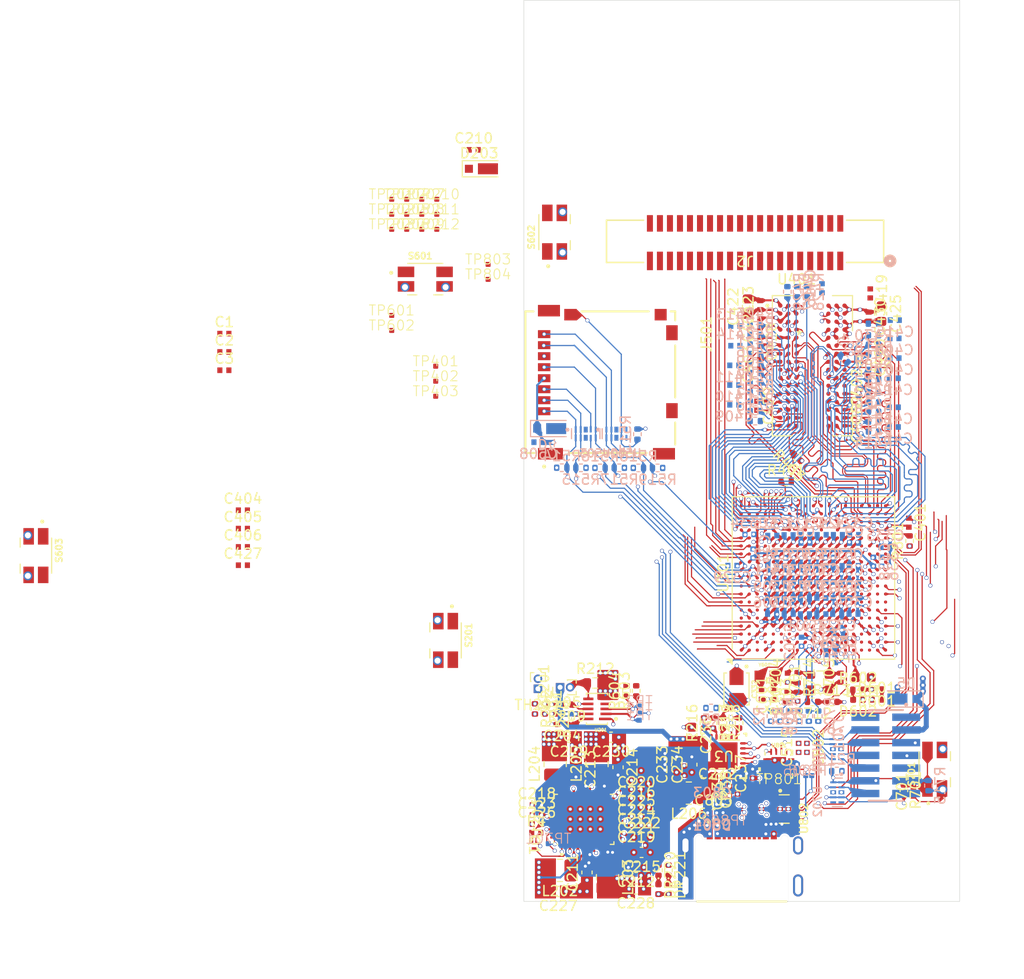
<source format=kicad_pcb>
(kicad_pcb (version 20241229) (generator "pcbnew") (generator_version "9.0")
  (layers (0 "F.Cu" signal "1L.Cu") (4 "In1.Cu" power "2L.Cu") (6 "In2.Cu" signal "3L.Cu") (8 "In3.Cu" power "4L.Cu") (10 "In4.Cu" mixed "5L.Cu") (2 "B.Cu" signal "6L.Cu") (13 "F.Paste" user) (15 "B.Paste" user) (5 "F.SilkS" user "F.Silkscreen") (7 "B.SilkS" user "B.Silkscreen") (1 "F.Mask" user) (3 "B.Mask" user) (25 "Edge.Cuts" user))
  (net 0 "")
  (net 1 "GND")
  (net 2 "VDD_USB")
  (net 3 "VDDA")
  (net 4 "3V3")
  (net 5 "VIN")
  (net 6 "VTT_DDR")
  (net 7 "VREF_DDR")
  (net 8 "VDD_DDR")
  (net 9 "VDD_CORE")
  (net 10 "VDD")
  (net 11 "/RCC_BOOT_RST_DEBUG/OSC_IN")
  (net 12 "NRST")
  (net 13 "+BATT")
  (net 14 "V_USB")
  (net 15 "/PWR/REGN")
  (net 16 "PWR_SW_WAKE_UP")
  (net 17 "SDMMC3_CMD")
  (net 18 "SDMMC3_D0")
  (net 19 "SDMMC3_D1")
  (net 20 "SDMMC3_D2")
  (net 21 "PWR_ON")
  (net 22 "/RCC_BOOT_RST_DEBUG/T_JTMS{slash}T_SWDIO")
  (net 23 "/RCC_BOOT_RST_DEBUG/T_JCLK{slash}T_SWCLK")
  (net 24 "/RCC_BOOT_RST_DEBUG/T_JTDO{slash}T_SWO")
  (net 25 "/RCC_BOOT_RST_DEBUG/T_JTDI{slash}NC")
  (net 26 "UART4_RX_STM")
  (net 27 "UART4_TX_STM")
  (net 28 "USB_D-")
  (net 29 "USB_D+")
  (net 30 "USB_CC2")
  (net 31 "USB_CC1")
  (net 32 "/DDR/DDR_A9")
  (net 33 "PMIC_PA0_WKUP_INTR")
  (net 34 "/DDR/DDR_DQ1")
  (net 35 "SDMMC1_D1")
  (net 36 "uSD_DETECT")
  (net 37 "/DDR/DDR_DQ4")
  (net 38 "/DDR/DDR_DQ12")
  (net 39 "/DDR/DDR_A7")
  (net 40 "/DDR/DDR_DQ7")
  (net 41 "/DDR/DDR_A5")
  (net 42 "/DDR/DDR_A4")
  (net 43 "/DDR/DDR_DQ8")
  (net 44 "SDMMC1_D0")
  (net 45 "/DDR/DDR_BA0")
  (net 46 "/DDR/DDR_A1")
  (net 47 "/DDR/DDR_A6")
  (net 48 "SDMMC1_D2")
  (net 49 "/DDR/DDR_DQ6")
  (net 50 "/DDR/DDR_WEN")
  (net 51 "/DDR/DDR_A14")
  (net 52 "/DDR/DDR_DQM0")
  (net 53 "/DDR/DDR_DQS1_P")
  (net 54 "/DDR/DDR_DQ11")
  (net 55 "/DDR/DDR_RASN")
  (net 56 "/DDR/DDR_A0")
  (net 57 "SYS_I2C4_SCL")
  (net 58 "/DDR/DDR_DQ2")
  (net 59 "/DDR/DDR_DQS0_P")
  (net 60 "/DDR/DDR_DQ9")
  (net 61 "/DDR/DDR_DQ10")
  (net 62 "/DDR/DDR_RESETN")
  (net 63 "/DDR/DDR_CSN")
  (net 64 "/DDR/DDR_DQ14")
  (net 65 "/DDR/DDR_A13")
  (net 66 "/DDR/DDR_DQ15")
  (net 67 "/DDR/DDR_DQS0_N")
  (net 68 "/DDR/DDR_CLK_N")
  (net 69 "/DDR/DDR_DQS1_N")
  (net 70 "/DDR/DDR_DQ3")
  (net 71 "/DDR/DDR_A10")
  (net 72 "/DDR/DDR_A3")
  (net 73 "SYS_I2C4_SDA")
  (net 74 "/DDR/DDR_CASN")
  (net 75 "/DDR/DDR_DQM1")
  (net 76 "SDMMC1_CMD")
  (net 77 "/DDR/DDR_A8")
  (net 78 "/DDR/DDR_ODT")
  (net 79 "/DDR/DDR_A12")
  (net 80 "/DDR/DDR_A11")
  (net 81 "SDMMC1_CK")
  (net 82 "/DDR/DDR_CLK_P")
  (net 83 "/DDR/DDR_BA2")
  (net 84 "/RCC_BOOT_RST_DEBUG/OSC_OUT")
  (net 85 "/DDR/DDR_DQ13")
  (net 86 "/DDR/DDR_DQ5")
  (net 87 "/DDR/DDR_CKE")
  (net 88 "/DDR/DDR_DQ0")
  (net 89 "/DDR/DDR_BA1")
  (net 90 "SDMMC1_D3")
  (net 91 "/DDR/DDR_A2")
  (net 92 "/PWR/BATT_T")
  (net 93 "BAT_FUEL_RSDTIO")
  (net 94 "BAT_FUEL_ALARM")
  (net 95 "PMIC_WAKEUP")
  (net 96 "CHRG_OTG_ON")
  (net 97 "SDMMC3_D3")
  (net 98 "SDMMC3_CK")
  (net 99 "UART8_TX_STM")
  (net 100 "UART8_RX_STM")
  (net 101 "UART8_CTS_STM")
  (net 102 "UART8_RTS_STM")
  (net 103 "INT_USB_ctrl")
  (net 104 "Net-(U201-VIN)")
  (net 105 "Net-(U203-LDO1OUT)")
  (net 106 "Net-(U203-LDO2OUT)")
  (net 107 "Net-(U203-LDO6OUT)")
  (net 108 "INTLDO")
  (net 109 "Net-(U301A-VBAT)")
  (net 110 "Net-(U301A-VREF+)")
  (net 111 "Net-(U301A-VDD1V2_DSI_PHY)")
  (net 112 "Net-(U301A-VDDA1V1_REG)")
  (net 113 "Net-(U301A-VDDA1V8_DSI)")
  (net 114 "Net-(U301C-PC14)")
  (net 115 "Net-(U301C-PC15)")
  (net 116 "Net-(U301E-NRST_CORE)")
  (net 117 "Net-(Y701-Tri-State)")
  (net 118 "Net-(D601-A)")
  (net 119 "Net-(D601-K)")
  (net 120 "Net-(D602-A)")
  (net 121 "Net-(D602-K)")
  (net 122 "Net-(J501-SWITCH)")
  (net 123 "Net-(U203-VLX1)")
  (net 124 "Net-(U203-VLX2)")
  (net 125 "Net-(U203-VLX3)")
  (net 126 "Net-(U203-VLX4)")
  (net 127 "Net-(U201-BATD{slash}CD)")
  (net 128 "Net-(BT201--)")
  (net 129 "Net-(U203-~{RST})")
  (net 130 "Net-(U301B-DDR_ZQ)")
  (net 131 "Net-(U401-ZQ)")
  (net 133 "Net-(J501-VDD)")
  (net 134 "Net-(U301E-BOOT1)")
  (net 135 "Net-(U301E-BOOT0)")
  (net 136 "Net-(Y701-VDD)")
  (net 137 "Net-(J701-Pad11)")
  (net 138 "Net-(U301F-USB_RREF)")
  (net 157 "Net-(U301E-BOOT2)")
  (net 158 "Net-(U301B-DDR_ATO)")
  (net 159 "Net-(U301B-DDR_DTO1)")
  (net 160 "Net-(U301B-DDR_DTO0)")
  (net 161 "Net-(U301E-PWR_LP)")
  (net 162 "Net-(TP801-Pad1)")
  (net 170 "DSI_D0_P")
  (net 173 "DSI_CK_P")
  (net 194 "/DDR/DDR_A15")
  (net 199 "DSI_D0_N")
  (net 203 "DSI_D1_N")
  (net 205 "Net-(Q1-G)")
  (net 207 "DSI_CK_N")
  (net 211 "DSI_D2_P")
  (net 220 "Net-(C232-Pad1)")
  (net 221 "Net-(U3-BTST)")
  (net 222 "Net-(U3-PMID)")
  (net 223 "Net-(U3-ILIM)")
  (net 224 "CHRG_INT")
  (net 225 "Net-(U3-STAT)")
  (net 226 "Net-(U3-PG_N)")
  (net 227 "CHRG_PSEL")
  (net 228 "Net-(D1-K)")
  (net 229 "Net-(D2-K)")
  (net 270 "/MPU_PWR/VDDA")
  (net 274 "unconnected-(U301C-PD3-PadC6)")
  (net 279 "I2S2_SDO")
  (net 281 "I2S2_SDI")
  (net 283 "I2S2_WS")
  (net 284 "I2S2_CK")
  (net 286 "I2S3_SDO")
  (net 287 "I2S3_CK")
  (net 288 "I2S3_SDI")
  (net 289 "I2S3_WS")
  (net 290 "USB_M_D+")
  (net 291 "USB_M_D-")
  (net 292 "UART7_RX_STM")
  (net 293 "UART7_TX_STM")
  (net 294 "SYS_I2C6_SCL")
  (net 295 "SYS_I2C6_SDA")
  (net 296 "FDCAN2_TX")
  (net 297 "FDCAN2_RX")
  (net 298 "ETH1_MDIO")
  (net 299 "ETH1_TXD1")
  (net 300 "ETH1_RXD0")
  (net 301 "ETH1_CRS_DV")
  (net 302 "ETH1_TXD0")
  (net 303 "ETH1_TX_EN")
  (net 304 "ETH1_RXD1")
  (net 305 "ETH1_MDC")
  (net 306 "ETH1_REF_CLK")
  (net 307 "SPI5_SCK")
  (net 308 "SPI5_MISO")
  (net 309 "SPI5_MOSI")
  (net 310 "Net-(Q1-D)")
  (footprint "lib:C_0402_small" (layer "F.Cu") (at 79.59 117.12 180)
    (property "Reference" "C216")
    (property "Value" "1uF")
  )
  (footprint "lib:XTAL_NX2012SA-32.768K-STD-MUB-1" (layer "F.Cu") (at 92.64 106.79)
    (property "Reference" "Y601")
    (property "Value" "NX2012SA-32.768K")
  )
  (footprint "lib:ST_LFBGA-354_16x16mm_Layout19x19_P0.8mm" (layer "F.Cu") (at 97.2674 96.916585 90)
    (property "Reference" "U301")
    (property "Value" "STM32MP157FABx")
  )
  (footprint "lib:SW_EVQ-9P701P" (layer "F.Cu") (at 60.55 103.15 -90)
    (property "Reference" "S201")
    (property "Value" "EVQ-9P701P")
  )
  (footprint "lib:C_0402_small" (layer "F.Cu") (at 40.32 93.81)
    (property "Reference" "C406")
    (property "Value" "100nF")
  )
  (footprint "Resistor_SMD:R_0402_1005Metric" (layer "F.Cu") (at 106.3 118.1 -90)
    (property "Reference" "R701")
    (property "Value" "10k")
  )
  (footprint "Capacitor_SMD:C_0603_1608Metric" (layer "F.Cu") (at 79.54 127.97 180)
    (property "Reference" "C228")
    (property "Value" "22uF")
  )
  (footprint "Capacitor_SMD:C_0603_1608Metric" (layer "F.Cu") (at 71.79 128.22 180)
    (property "Reference" "C227")
    (property "Value" "22uF")
  )
  (footprint "Capacitor_SMD:C_0603_1608Metric" (layer "F.Cu") (at 73.565 116.02 -90)
    (property "Reference" "C213")
    (property "Value" "10uF")
  )
  (footprint "Diode_SMD:D_MicroSMP_KA" (layer "F.Cu") (at 63.9 56.05)
    (property "Reference" "D203")
    (property "Value" "MSP3V3-M3/89A")
  )
  (footprint "lib:CSD23381F4" (layer "F.Cu") (at 69.4 123.6 -90)
    (property "Reference" "Q1")
    (property "Value" "CSD23381F4")
  )
  (footprint "lib:GCT_USB4510-03-1-A_REVA" (layer "F.Cu") (at 90.115 127.62)
    (property "Reference" "J3")
    (property "Value" "USB4510-03-1-A_REVA")
    (fp_line (start -4.62 1.6) (end -4.62 -4.6) (stroke (width 0.01)) (layer "Edge.Cuts"))
    (fp_line (start -3.82 -4.6) (end 3.82 -4.6) (stroke (width 0.01)) (layer "Edge.Cuts"))
    (fp_line (start 4.62 -4.6) (end 4.62 1.6) (stroke (width 0.01)) (layer "Edge.Cuts"))
    (fp_line (start 4.62 1.6) (end -4.62 1.6) (stroke (width 0.05)) (layer "Edge.Cuts"))
    (fp_arc (start -4.62 -4.6) (mid -4.540343 -4.86731) (end -4.295 -5) (stroke (width 0.01)) (layer "Edge.Cuts"))
    (fp_arc (start -4.295 -5) (mid -4.07451 -4.92731) (end -3.97 -4.72) (stroke (width 0.01)) (layer "Edge.Cuts"))
    (fp_arc (start -3.82 -4.6) (mid -3.919853 -4.628934) (end -3.97 -4.72) (stroke (width 0.01)) (layer "Edge.Cuts"))
    (fp_arc (start 3.97 -4.72) (mid 3.919853 -4.628934) (end 3.82 -4.6) (stroke (width 0.01)) (layer "Edge.Cuts"))
    (fp_arc (start 3.97 -4.72) (mid 4.07451 -4.92731) (end 4.295 -5) (stroke (width 0.01)) (layer "Edge.Cuts"))
    (fp_arc (start 4.295 -5) (mid 4.540343 -4.86731) (end 4.62 -4.6) (stroke (width 0.01)) (layer "Edge.Cuts"))
  )
  (footprint "lib:C_0402_small" (layer "F.Cu") (at 88.87 118.2 90)
    (property "Reference" "C235")
    (property "Value" "4.7uF")
  )
  (footprint "lib:TP_0.5" (layer "F.Cu") (at 93.84 117.5)
    (property "Reference" "TP801")
    (property "Value" "TestPoint")
  )
  (footprint "Capacitor_SMD:C_0603_1608Metric" (layer "F.Cu") (at 87.3 120.55)
    (property "Reference" "C805")
    (property "Value" "10uF")
  )
  (footprint "Resistor_SMD:R_0402_1005Metric" (layer "F.Cu") (at 78.61 108.19 90)
    (property "Reference" "R604")
    (property "Value" "4k7")
  )
  (footprint "LED_SMD:LED_0402_1005Metric" (layer "F.Cu") (at 82.8 128 -90)
    (property "Reference" "D1")
    (property "Value" "LED")
  )
  (footprint "Capacitor_SMD:C_0603_1608Metric" (layer "F.Cu") (at 83.61 115.55 90)
    (property "Reference" "C233")
    (property "Value" "10uF")
  )
  (footprint "Capacitor_SMD:C_0603_1608Metric" (layer "F.Cu") (at 80.115 124.32 180)
    (property "Reference" "C215")
    (property "Value" "10uF")
  )
  (footprint "lib:C_0402_small" (layer "F.Cu") (at 102.7674 70.816585 -90)
    (property "Reference" "C430")
    (property "Value" "100nF")
  )
  (footprint "lib:TP_0.5" (layer "F.Cu") (at 58.175 62.095)
    (property "Reference" "TP209")
    (property "Value" "TestPoint")
  )
  (footprint "lib:TP_0.5" (layer "F.Cu") (at 55.175 72.195)
    (property "Reference" "TP602")
    (property "Value" "TestPoint")
  )
  (footprint "lib:TP_0.5" (layer "F.Cu") (at 55.175 60.595)
    (property "Reference" "TP202")
    (property "Value" "TestPoint")
  )
  (footprint "Resistor_SMD:R_0402_1005Metric" (layer "F.Cu") (at 94.69 108.78 90)
    (property "Reference" "R711")
    (property "Value" "10k")
  )
  (footprint "lib:C_0402_small" (layer "F.Cu") (at 40.32 91.98)
    (property "Reference" "C405")
    (property "Value" "100nF")
  )
  (footprint "lib:TP_0.5" (layer "F.Cu") (at 59.675 62.095)
    (property "Reference" "TP212")
    (property "Value" "TestPoint")
  )
  (footprint "lib:C_0402_small" (layer "F.Cu") (at 69.655 121.4925)
    (property "Reference" "C226")
    (property "Value" "4.7uF")
  )
  (footprint "lib:C_0402_small" (layer "F.Cu") (at 79.59 121.62 180)
    (property "Reference" "C219")
    (property "Value" "1uF")
  )
  (footprint "lib:C_0402_small" (layer "F.Cu") (at 95.69 108.77 90)
    (property "Reference" "C703")
    (property "Value" "6.8pF")
  )
  (footprint "lib:C_0402_small" (layer "F.Cu") (at 94.69 106.87 90)
    (property "Reference" "C704")
    (property "Value" "10nF")
  )
  (footprint "Resistor_SMD:R_0402_1005Metric" (layer "F.Cu") (at 103.2674 76.516585)
    (property "Reference" "R402")
    (property "Value" "240")
  )
  (footprint "lib:C_0402_small" (layer "F.Cu") (at 91.94 69.67 90)
    (property "Reference" "C423")
    (property "Value" "100nF")
  )
  (footprint "lib:C_0402_small" (layer "F.Cu") (at 79.59 118.92 180)
    (property "Reference" "C224")
    (property "Value" "4.7uF")
  )
  (footprint "lib:C_0402_small" (layer "F.Cu") (at 102.7674 79.716585 90)
    (property "Reference" "C424")
    (property "Value" "100nF")
  )
  (footprint "lib:C_0402_small" (layer "F.Cu") (at 38.47 74.34)
    (property "Reference" "C2")
    (property "Value" "1uF")
  )
  (footprint "lib:TP_0.5" (layer "F.Cu") (at 56.675 62.095)
    (property "Reference" "TP206")
    (property "Value" "TestPoint")
  )
  (footprint "lib:C_0402_small" (layer "F.Cu") (at 72.19 111.53 180)
    (property "Reference" "C204")
    (property "Value" "220nF")
  )
  (footprint "Resistor_SMD:R_0402_1005Metric" (layer "F.Cu") (at 89.85 111.39 90)
    (property "Reference" "R219")
    (property "Value" "10k")
  )
  (footprint "LED_SMD:LED_0402_1005Metric" (layer "F.Cu") (at 101.715 109.07 180)
    (property "Reference" "D602")
    (property "Value" "LED_R")
  )
  (footprint "lib:TP_0.5" (layer "F.Cu") (at 64.795 67.095)
    (property "Reference" "TP804")
    (property "Value" "TestPoint")
  )
  (footprint "lib:C_0402_small" (layer "F.Cu") (at 107.25 118.25 90)
    (property "Reference" "C701")
    (property "Value" "10nF")
  )
  (footprint "Inductor_SMD:L_1008_2520Metric" (layer "F.Cu") (at 71.49 115.495 90)
    (property "Reference" "L204")
    (property "Value" "1uH")
  )
  (footprint "lib:C_0402_small" (layer "F.Cu") (at 91.94 71.49 90)
    (property "Reference" "C421")
    (property "Value" "100nF")
  )
  (footprint "lib:C_0402_small" (layer "F.Cu") (at 95.79 113.88 90)
    (property "Reference" "C515")
    (property "Value" "1uF")
  )
  (footprint "lib:SW_EVQ-9P701P" (layer "F.Cu") (at 19.66 94.68 -90)
    (property "Reference" "S603")
    (property "Value" "EVQ-9P701P")
  )
  (footprint "lib:C_0402_small" (layer "F.Cu") (at 93.29 108.61 90)
    (property "Reference" "C601")
    (property "Value" "6.8pF")
  )
  (footprint "lib:C_0402_small" (layer "F.Cu") (at 89.69 118.05 90)
    (property "Reference" "C238")
    (property "Value" "10uF")
  )
  (footprint "lib:TP_0.5" (layer "F.Cu") (at 55.175 70.695)
    (property "Reference" "TP601")
    (property "Value" "TestPoint")
  )
  (footprint "lib:QFN40P600X500X80-45N" (layer "F.Cu") (at 74.355 121.02 90)
    (property "Reference" "U203")
    (property "Value" "STPMIC1APQR")
  )
  (footprint "lib:C_0402_small" (layer "F.Cu") (at 69.655 119.5925)
    (property "Reference" "C218")
    (property "Value" "4.7uF")
  )
  (footprint "lib:C_0402_small" (layer "F.Cu") (at 87.66 117.65)
    (property "Reference" "C232")
    (property "Value" "47nF")
  )
  (footprint "lib:MLP14_2P5X2P5_ONS" (layer "F.Cu") (at 93.81 115.52 180)
    (property "Reference" "U801")
    (property "Value" "FUSB302BMPX")
  )
  (footprint "Inductor_SMD:L_1008_2520Metric" (layer "F.Cu") (at 76.715 126.795 -90)
    (property "Reference" "L203")
    (property "Value" "1uH")
  )
  (footprint "Connector_PinHeader_1.00mm:PinHeader_1x02_P1.00mm_Vertical" (layer "F.Cu") (at 71.98 107.83 90)
    (property "Reference" "BT201")
    (property "Value" "Battery_Cell")
  )
  (footprint "lib:C_0402_small" (layer "F.Cu") (at 102.7674 77.916585 90)
    (property "Reference" "C402")
    (property "Value" "100nF")
  )
  (footprint "lib:C_0402_small" (layer "F.Cu") (at 92.09 108.57 -90)
    (property "Reference" "C602")
    (property "Value" "6.8pF")
  )
  (footprint "Resistor_SMD:R_0402_1005Metric" (layer "F.Cu") (at 79.58 108.19 90)
    (property "Reference" "R603")
    (property "Value" "4k7")
  )
  (footprint "lib:TP_0.5" (layer "F.Cu") (at 56.675 60.595)
    (property "Reference" "TP205")
    (property "Value" "TestPoint")
  )
  (footprint "lib:TP_0.5" (layer "F.Cu") (at 55.175 59.095)
    (property "Reference" "TP201")
    (property "Value" "TestPoint")
  )
  (footprint "lib:TP_0.5" (layer "F.Cu") (at 59.675 60.595)
    (property "Reference" "TP211")
    (property "Value" "TestPoint")
  )
  (footprint "lib:C_0402_small" (layer "F.Cu") (at 63.36 54.16)
    (property "Reference" "C210")
    (property "Value" "10nF")
  )
  (footprint "lib:C_0402_small" (layer "F.Cu") (at 38.47 72.51)
    (property "Reference" "C1")
    (property "Value" "1uF")
  )
  (footprint "lib:C_0402_small" (layer "F.Cu") (at 79.59 118.02 180)
    (property "Reference" "C225")
    (property "Value" "4.7uF")
  )
  (footprint "Resistor_SMD:R_0402_1005Metric" (layer "F.Cu") (at 94.55 87.32)
    (property "Reference" "R401")
    (property "Value" "240")
  )
  (footprint "lib:C_0402_small" (layer "F.Cu") (at 91.92 75.542828 90)
    (property "Reference" "C403")
    (property "Value" "100nF")
  )
  (footprint "lib:C_0402_small" (layer "F.Cu") (at 102.94 68.5 -90)
    (property "Reference" "C419")
    (property "Value" "1uF")
  )
  (footprint "Capacitor_SMD:C_0603_1608Metric" (layer "F.Cu") (at 85.13 112.59 -90)
    (property "Reference" "C236")
    (property "Value" "10uF")
  )
  (footprint "lib:C_0402_small" (layer "F.Cu") (at 69.6 122.35)
    (property "Reference" "R4")
    (property "Value" "1M")
  )
  (footprint "Inductor_SMD:L_1008_2520Metric" (layer "F.Cu") (at 71.965 126.12 180)
    (property "Reference" "L202")
    (property "Value" "1uH")
  )
  (footprint "lib:TP_0.5" (layer "F.Cu") (at 59.565 75.765)
    (property "Reference" "TP401")
    (property "Value" "TestPoint")
  )
  (footprint "lib:GCT_MEM2090-00-145-00-A_REVA" (layer "F.Cu") (at 68.52 77.365 -90)
    (property "Reference" "J501")
    (property "Value" "MEM2090-00-145-00-A_REVA")
  )
  (footprint "lib:TP_0.5" (layer "F.Cu") (at 58.175 59.095)
    (property "Reference" "TP207")
    (property "Value" "TestPoint")
  )
  (footprint "lib:CONN_2-1734248-0_TYCO" (layer "F.Cu") (at 99.946598 65.2526 180)
    (property "Reference" "J2")
    (property "Value" "2-1734248-0")
  )
  (footprint "lib:TP_0.5" (layer "F.Cu") (at 64.795 65.595)
    (property "Reference" "TP803")
    (property "Value" "TestPoint")
  )
  (footprint "lib:CAPCP3225X100N" (layer "F.Cu") (at 89.59 108.0025 -90)
    (property "Reference" "C332")
    (property "Value" "CPH3225A")
  )
  (footprint "lib:C_0402_small" (layer "F.Cu") (at 40.32 90.15)
    (property "Reference" "C404")
    (property "Value" "1uF")
  )
  (footprint "Inductor_SMD:L_1008_2520Metric" (layer "F.Cu") (at 84.83 118.4 180)
    (property "Reference" "L206")
    (property "Value" "1uH")
  )
  (footprint "Resistor_SMD:R_0402_1005Metric" (layer "F.Cu") (at 72.64 109.56 180)
    (property "Reference" "R209")
    (property "Value" "1k")
  )
  (footprint "lib:C_0402_small" (layer "F.Cu") (at 40.32 95.64)
    (property "Reference" "C427")
    (property "Value" "100nF")
  )
  (footprint "Resistor_SMD:R_0402_1005Metric" (layer "F.Cu") (at 99.1 109.29)
    (property "Reference" "R713")
    (property "Value" "1k")
  )
  (footprint "lib:C_0402_small" (layer "F.Cu") (at 91.2 116.45 90)
    (property "Reference" "C237")
    (property "Value" "1uF")
  )
  (footprint "lib:TP_0.5" (layer "F.Cu") (at 59.675 59.095)
    (property "Reference" "TP210")
    (property "Value" "TestPoint")
  )
  (footprint "lib:C_0402_small" (layer "F.Cu") (at 91.94 73.31 -90)
    (property "Reference" "C428")
    (property "Value" "100nF")
  )
  (footprint "Capacitor_SMD:C_0603_1608Metric" (layer "F.Cu") (at 90.69 69.82 90)
    (property "Reference" "C422")
    (property "Value" "10uF")
  )
  (footprint "lib:TP_0.5" (layer "F.Cu") (at 59.565 77.265)
    (property "Reference" "TP402")
    (property "Value" "TestPoint")
  )
  (footprint "Resistor_SMD:R_0402_1005Metric" (layer "F.Cu") (at 73.51 111.01 90)
    (property "Reference" "R210")
    (property "Value" "1k")
  )
  (footprint "lib:TP_0.5" (layer "F.Cu") (at 56.675 59.095)
    (property "Reference" "TP204")
    (property "Value" "TestPoint")
  )
  (footprint "Capacitor_SMD:C_0603_1608Metric" (layer "F.Cu") (at 79.565 125.82 180)
    (property "Reference" "C212")
    (property "Value" "10uF")
  )
  (footprint "Capacitor_SMD:C_0603_1608Metric" (layer "F.Cu") (at 74.665 126.32 90)
    (property "Reference" "C211")
    (property "Value" "10uF")
  )
  (footprint "lib:C_0402_small" (layer "F.Cu") (at 79.59 119.82 180)
    (property "Reference" "C217")
    (property "Value" "1uF")
  )
  (footprint "Capacitor_SMD:C_0603_1608Metric" (layer "F.Cu") (at 77.065 112.82 180)
    (property "Reference" "C230")
    (property "Value" "22uF")
  )
  (footprint "lib:SW_EVQ-9P701P" (layer "F.Cu") (at 58.525 67.07)
    (property "Reference" "S601")
    (property "Value" "EVQ-9P701P")
  )
  (footprint "Capacitor_SMD:C_0603_1608Metric" (layer "F.Cu") (at 77.765 115.82 -90)
    (property "Reference" "C214")
    (property "Value" "10uF")
  )
  (footprint "lib:SW_EVQ-9P701P" (layer "F.Cu") (at 109.375 116.0125 90)
    (property "Reference" "S701")
    (property "Value" "EVQ-9P701P")
  )
  (footprint "lib:SW_EVQ-9P701P" (layer "F.Cu") (at 71.43 62.38 90)
    (property "Reference" "S602")
    (property "Value" "EVQ-9P701P")
  )
  (footprint "lib:C_0402_small" (layer "F.Cu") (at 96.62 113.88 -90)
    (property "Reference" "C802")
    (property "Value" "100nF")
  )
  (footprint "lib:C_0402_small" (layer "F.Cu") (at 102.7684 74.89 -90)
    (property "Reference" "C420")
    (property "Value" "100nF")
  )
  (footprint "Resistor_SMD:R_0402_1005Metric" (layer "F.Cu") (at 106.87 93.22 90)
    (property "Reference" "R801")
    (property "Value" "3k")
  )
  (footprint "Capacitor_SMD:C_0603_1608Metric" (layer "F.Cu") (at 104.0674 70.516585 -90)
    (property "Reference" "C425")
    (property "Value" "10uF")
  )
  (footprint "lib:C_0402_small" (layer "F.Cu") (at 79.59 116.145 180)
    (property "Reference" "C220")
    (property "Value" "4.7uF")
  )
  (footprint "Connector_PinHeader_1.00mm:PinHeader_1x02_P1.00mm_Vertical" (layer "F.Cu") (at 69.77 107.98 180)
    (property "Reference" "TH201")
    (property "Value" "Thermistor")
  )
  (footprint "lib:C_0402_small" (layer "F.Cu") (at 38.47 76.17)
    (property "Reference" "C3")
    (property "Value" "1uF")
  )
  (footprint "Capacitor_SMD:C_0603_1608Metric" (layer "F.Cu") (at 80.115 122.82)
    (property "Reference" "C222")
    (property "Value" "10uF")
  )
  (footprint "Resistor_SMD:R_0402_1005Metric" (layer "F.Cu") (at 101.71 108.07)
    (property "Reference" "R602")
    (property "Value" "~")
  )
  (footprint "Inductor_SMD:L_1008_2520Metric" (layer "F.Cu") (at 75.665 115.495 90)
    (property "Reference" "L205")
    (property "Value" "1uH")
  )
  (footprint "lib:C_0402_small" (layer "F.Cu") (at 106.79 91.39 -90)
    (property "Reference" "C401")
    (property "Value" "100nF")
  )
  (footprint "lib:TP_0.5" (layer "F.Cu") (at 59.565 78.765)
    (property "Reference" "TP403")
    (property "Value" "TestPoint")
  )
  (footprint "Resistor_SMD:R_0402_1005Metric" (layer "F.Cu") (at 69.47 109.99 -90)
    (property "Reference" "R202")
    (property "Value" "10k")
  )
  (footprint "Capacitor_SMD:C_0603_1608Metric" (layer "F.Cu") (at 85.13 115.555 90)
    (property "Reference" "C234")
    (property "Value" "10uF")
  )
  (footprint "lib:C_0402_small" (layer "F.Cu") (at 72.18 110.49)
    (property "Reference" "C205")
    (property "Value" "1uF")
  )
  (footprint "Capacitor_SMD:C_0603_1608Metric" (layer "F.Cu") (at 72.865 112.82 180)
    (property "Reference" "C229")
    (property "Value" "22uF")
  )
  (footprint "Inductor_SMD:L_0603_1608Metric" (layer "F.Cu") (at 102.252499 106.84 180)
    (property "Reference" "L301")
    (property "Value" "1uH")
  )
  (footprint "Oscillator:Oscillator_SMD_ECS_2520MV-xxx-xx-4Pin_2.5x2.0mm" (layer "F.Cu") (at 97.915 107.315 90)
    (property "Reference" "Y701")
    (property "Value" "ECS-2520MVQ-240")
  )
  (footprint "lib:IC_HSP051-4M10" (layer "F.Cu") (at 94.35 119.99 -90)
    (property "Reference" "U802")
    (property "Value" "HSP051-4M10")
  )
  (footprint "Resistor_SMD:R_0402_1005Metric" (layer "F.Cu") (at 88.24 111.41 -90)
    (property "Reference" "R218")
    (property "Value" "317")
  )
  (footprint "lib:C_0402_small" (layer "F.Cu") (at 100 106.87 90)
    (property "Reference" "C705")
    (property "Value" "6.8pF")
  )
  (footprint "LED_SMD:LED_0402_1005Metric" (layer "F.Cu") (at 81.8 128 -90)
    (property "Reference" "D2")
    (property "Value" "LED")
  )
  (footprint "lib:BGA96C80P9X16_1400X800X120" (layer "F.Cu") (at 97.1674 75.716585)
    (property "Reference" "U401")
    (property "Value" "MT41K256M16TW-107_P")
  )
  (footprint "LED_SMD:LED_0402_1005Metric" (layer "F.Cu") (at 103.585 109.05)
    (property "Reference" "D601")
    (property "Value" "LED_B")
  )
  (footprint "Resistor_SMD:R_0402_1005Metric" (layer "F.Cu") (at 82.8 126.1 -90)
    (property "Reference" "R221")
    (property "Value" "1k")
  )
  (footprint "Resistor_SMD:R_0402_1005Metric" (layer "F.Cu") (at 86.34 111.4 90)
    (property "Reference" "R216")
    (property "Value" "5k25")
  )
  (footprint "lib:C_0402_small" (layer "F.Cu") (at 102.7674 81.516585 90)
    (property "Reference" "C426")
    (property "Value" "100nF")
  )
  (footprint "lib:C_0402_small" (layer "F.Cu") (at 91.64 79.72 -90)
    (property "Reference" "C429")
    (property "Value" "100nF")
  )
  (footprint "lib:TP_0.5" (layer "F.Cu") (at 58.175 60.595)
    (property "Reference" "TP208")
    (property "Value" "TestPoint")
  )
  (footprint "Resistor_SMD:R_0402_1005Metric" (layer "F.Cu") (at 70.45 109.99 -90)
    (property "Reference" "R201")
    (property "Value" "10k")
  )
  (footprint "Resistor_SMD:R_0603_1608Metric" (layer "F.Cu") (at 75.495 107.4)
    (property "Reference" "R212")
    (property "Value" "10m")
  )
  (footprint "lib:SON50P300X200X60-10N" (layer "F.Cu") (at 75.66 109.99 180)
    (property "Reference" "U201")
    (property "Value" "STC3115IQT")
  )
  (footprint "Resistor_SMD:R_0402_1005Metric" (layer "F.Cu") (at 95.69 106.88 -90)
    (property "Reference" "R714")
    (property "Value" "10")
  )
  (footprint "Resistor_SMD:R_0402_1005Metric" (layer "F.Cu") (at 81.8 126.1 -90)
    (property "Reference" "R220")
    (property "Value" "1k")
  )
  (footprint "lib:BQ24298" (layer "F.Cu") (at 88.34 114.68 180)
    (property "Reference" "U3")
    (property "Value" "BQ24298RTWR")
  )
  (footprint "lib:TP_0.5" (layer "F.Cu") (at 55.175 62.095)
    (property "Reference" "TP203")
    (property "Value" "TestPoint")
  )
  (footprint "Resistor_SMD:R_0402_1005Metric" (layer "F.Cu") (at 87.24 111.4 -90)
    (property "Reference" "R217")
    (property "Value" "31k23")
  )
  (footprint "lib:C_0402_small" (layer "F.Cu") (at 69.655 120.5925)
    (property "Reference" "C223")
    (property "Value" "4.7uF")
  )
  (footprint "Resistor_SMD:R_0402_1005Metric" (layer "F.Cu") (at 103.59 108.05 180)
    (property "Reference" "R601")
    (property "Value" "~")
  )
  (footprint "lib:C_0402_small" (layer "F.Cu") (at 79.59 120.72 180)
    (property "Reference" "C221")
    (property "Value" "4.7uF")
  )
  (footprint "Resistor_SMD:R_0402_1005Metric" (layer "F.Cu") (at 95.65 84.87 135)
    (property "Reference" "R405")
    (property "Value" "10k")
  )
  (footprint "Resistor_SMD:R_0402_1005Metric" (layer "F.Cu") (at 97.18 109.29 180)
    (property "Reference" "R712")
    (property "Value" "0")
  )
  (footprint "Resistor_SMD:R_0402_1005Metric" (layer "B.Cu") (at 103.28 74.59)
    (property "Reference" "R407")
    (property "Value" "56")
  )
  (footprint "NetTie:NetTie-2_SMD_Pad0.5mm" (layer "B.Cu") (at 70.78 83.375)
    (property "Reference" "NT1" (hide yes))
    (property "Value" "NetTie_2" (hide yes))
  )
  (footprint "lib:TP_0.5" (layer "B.Cu") (at 79.88 109.7 180)
    (property "Reference" "TP2")
    (property "Value" "TestPoint")
  )
  (footprint "Resistor_SMD:R_0402_1005Metric" (layer "B.Cu") (at 91.462601 75.493415 180)
    (property "Reference" "R406")
    (property "Value" "56")
  )
  (footprint "Resistor_SMD:R_0402_1005Metric" (layer "B.Cu") (at 99.6 116.2 180)
    (property "Reference" "R215")
    (property "Value" "0")
  )
  (footprint "lib:C_0402_small" (layer "B.Cu") (at 89.47 71.75 180)
    (property "Reference" "C413")
    (property "Value" "100nF")
  )
  (footprint "Resistor_SMD:R_0402_1005Metric" (layer "B.Cu") (at 93.03 110.71 -90)
    (property "Reference" "R2")
    (property "Value" "10k")
  )
  (footprint "lib:C_0402_small" (layer "B.Cu") (at 89.37 75.68)
    (property "Reference" "C411")
    (property "Value" "100nF")
  )
  (footprint "lib:C_0402_small" (layer "B.Cu") (at 94.81 95.71 180)
    (property "Reference" "C319")
    (property "Value" "1uF")
  )
  (footprint "lib:C_0402_small" (layer "B.Cu") (at 101.3 95.7 180)
    (property "Reference" "C6")
    (property "Value" "1uF")
  )
  (footprint "lib:C_0402_small" (layer "B.Cu") (at 94.8 98.92 180)
    (property "Reference" "C317")
    (property "Value" "1uF")
  )
  (footprint "lib:C_0402_small" (layer "B.Cu") (at 105.2874 76.966585)
    (property "Reference" "C412")
    (property "Value" "100nF")
  )
  (footprint "lib:IC_HSP051-4M10" (layer "B.Cu") (at 99.619 114.01 -90)
    (property "Reference" "U701")
    (property "Value" "HSP051-4M10")
  )
  (footprint "lib:C_0402_small" (layer "B.Cu") (at 99.76 102.96)
    (property "Reference" "C327")
    (property "Value" "100nF")
  )
  (footprint "lib:IC_HSP051-4M10" (layer "B.Cu") (at 99.65 118.32 -90)
    (property "Reference" "U702")
    (property "Value" "HSP051-4M10")
  )
  (footprint "lib:C_0402_small" (layer "B.Cu") (at 98.12 67.98 -90)
    (property "Reference" "C416")
    (property "Value" "100nF")
  )
  (footprint "lib:SAMTEC_FTSH-107-01-L-DV-K-A" (layer "B.Cu") (at 104.49 114.63 -90)
    (property "Reference" "J701")
    (property "Value" "FTSH-107-01-L-DV-K-A")
  )
  (footprint "lib:C_0402_small" (layer "B.Cu") (at 94.79 92.62 180)
    (property "Reference" "C323")
    (property "Value" "1uF")
  )
  (footprint "lib:TP_0.5" (layer "B.Cu") (at 88.36 121.63 180)
    (property "Reference" "TP802")
    (property "Value" "TestPoint")
  )
  (footprint "Resistor_SMD:R_0402_1005Metric" (layer "B.Cu") (at 103.2674 82.291585)
    (property "Reference" "R414")
    (property "Value" "56")
  )
  (footprint "lib:C_0402_small" (layer "B.Cu") (at 87.16 120.37)
    (property "Reference" "C804")
    (property "Value" "100nF")
  )
  (footprint "Resistor_SMD:R_0402_1005Metric" (layer "B.Cu") (at 79.8 85.925 180)
    (property "Reference" "R518")
    (property "Value" "47k")
  )
  (footprint "Resistor_SMD:R_0402_1005Metric" (layer "B.Cu") (at 91.462601 72.643415 180)
    (property "Reference" "R424")
    (property "Value" "56")
  )
  (footprint "Resistor_SMD:R_0402_1005Metric" (layer "B.Cu") (at 91.462601 77.393415 180)
    (property "Reference" "R408")
    (property "Value" "56")
  )
  (footprint "lib:C_0402_small" (layer "B.Cu") (at 98.97 104.55 180)
    (property "Reference" "C339")
    (property "Value" "100nF")
  )
  (footprint "Resistor_SMD:R_0402_1005Metric" (layer "B.Cu") (at 103.2574 71.516585)
    (property "Reference" "R430")
    (property "Value" "56")
  )
  (footprint "Diode_SMD:D_MicroSMP_KA" (layer "B.Cu") (at 70.71 81.995)
    (property "Reference" "D4")
    (property "Value" "MSP3V3-M3/89A")
  )
  (footprint "Resistor_SMD:R_0402_1005Metric" (layer "B.Cu") (at 100.34 75.01 135)
    (property "Reference" "R403")
    (property "Value" "100")
  )
  (footprint "lib:C_0402_small" (layer "B.Cu") (at 105.2874 81.836585)
    (property "Reference" "C417")
    (property "Value" "100nF")
  )
  (footprint "lib:C_0402_small" (layer "B.Cu") (at 101.33 93.425 180)
    (property "Reference" "C9")
    (property "Value" "1nF")
  )
  (footprint "lib:C_0402_small" (layer "B.Cu") (at 90.88 92.565 180)
    (property "Reference" "C334")
    (property "Value" "2.2uF")
  )
  (footprint "lib:C_0402_small" (layer "B.Cu") (at 99.68 95.7 180)
    (property "Reference" "C305")
    (property "Value" "1uF")
  )
  (footprint "Resistor_SMD:R_0402_1005Metric" (layer "B.Cu") (at 97.75 110.71 90)
    (property "Reference" "R706")
    (property "Value" "10k")
  )
  (footprint "Resistor_SMD:R_0402_1005Metric" (layer "B.Cu") (at 103.2674 77.09)
    (property "Reference" "R422")
    (property "Value" "56")
  )
  (footprint "lib:C_0402_small" (layer "B.Cu") (at 69.82 83.355)
    (property "Reference" "C508")
    (property "Value" "4.7uF")
  )
  (footprint "lib:C_0402_small" (layer "B.Cu") (at 105.2874 79.866585)
    (property "Reference" "C418")
    (property "Value" "100nF")
  )
  (footprint "Resistor_SMD:R_0402_1005Metric" (layer "B.Cu") (at 103.27 72.67)
    (property "Reference" "R418")
    (property "Value" "56")
  )
  (footprint "Resistor_SMD:R_0402_1005Metric" (layer "B.Cu") (at 108.75 117.65 90)
    (property "Reference" "R715")
    (property "Value" "100")
  )
  (footprint "lib:C_0402_small" (layer "B.Cu") (at 98.06 95.7 180)
    (property "Reference" "C316")
    (property "Value" "1uF")
  )
  (footprint "lib:C_0402_small" (layer "B.Cu") (at 104.46 93.845 180)
    (property "Reference" "C335")
    (property "Value" "1uF")
  )
  (footprint "Resistor_SMD:R_0402_1005Metric" (layer "B.Cu") (at 103.27 73.62)
    (property "Reference" "R416")
    (property "Value" "56")
  )
  (footprint "Resistor_SMD:R_0402_1005Metric" (layer "B.Cu") (at 93.97 110.71 90)
    (property "Reference" "R710")
    (property "Value" "10k")
  )
  (footprint "lib:IC_HSP051-4M10" (layer "B.Cu") (at 77.6015 82.505)
    (property "Reference" "U502")
    (property "Value" "HSP051-4M10")
  )
  (footprint "lib:IC_HSP051-4M10" (layer "B.Cu") (at 74.54 82.505)
    (property "Reference" "U503")
    (property "Value" "HSP051-4M10")
  )
  (footprint "lib:C_0402_small" (layer "B.Cu") (at 96.47 93.415 180)
    (property "Reference" "C8")
    (property "Value" "1nF")
  )
  (footprint "lib:C_0402_small" (layer "B.Cu") (at 93.14 98.92 180)
    (property "Reference" "C309")
    (property "Value" "1uF")
  )
  (footprint "lib:C_0402_small" (layer "B.Cu") (at 104.06 95.285 90)
    (property "Reference" "C336")
    (property "Value" "2.2uF")
  )
  (footprint "lib:C_0402_small" (layer "B.Cu") (at 96.42 100.52)
    (property "Reference" "C301")
    (property "Value" "1uF")
  )
  (footprint "lib:TP_0.5" (layer "B.Cu") (at 70.8 123.45 180)
    (property "Reference" "TP701")
    (property "Value" "TestPoint")
  )
  (footprint "Resistor_SMD:R_0402_1005Metric" (layer "B.Cu") (at 103.2674 80.316585)
    (property "Reference" "R410")
    (property "Value" "56")
  )
  (footprint "lib:C_0402_small" (layer "B.Cu") (at 94.06 94.895)
    (property "Reference" "C4")
    (property "Value" "1uF")
  )
  (footprint "Resistor_SMD:R_0402_1005Metric" (layer "B.Cu") (at 77.89 85.915)
    (property "Reference" "R517")
    (property "Value" "47k")
  )
  (footprint "Resistor_SMD:R_0402_1005Metric" (layer "B.Cu") (at 95.87 110.71 -90)
    (property "Reference" "R709")
    (property "Value" "10k")
  )
  (footprint "lib:C_0402_small" (layer "B.Cu") (at 96.43 97.31 180)
    (property "Reference" "C315")
    (property "Value" "1uF")
  )
  (footprint "lib:C_0402_small" (layer "B.Cu") (at 89.18 95.68)
    (property "Reference" "C329")
    (property "Value" "1uF")
  )
  (footprint "Resistor_SMD:R_0402_1005Metric" (layer "B.Cu") (at 103.26 78.38)
    (property "Reference" "R426")
    (property "Value" "56")
  )
  (footprint "lib:C_0402_small" (layer "B.Cu") (at 89.47 73.72 180)
    (property "Reference" "C414")
    (property "Value" "100nF")
  )
  (footprint "Resistor_SMD:R_0402_1005Metric" (layer "B.Cu") (at 91.462601 73.593415 180)
    (property "Reference" "R423")
    (property "Value" "56")
  )
  (footprint "lib:C_0402_small" (layer "B.Cu") (at 101.33 92.6 180)
    (property "Reference" "C324")
    (property "Value" "1nF")
  )
  (footprint "lib:C_0402_small" (layer "B.Cu") (at 89.37 77.65)
    (property "Reference" "C410")
    (property "Value" "100nF")
  )
  (footprint "Resistor_SMD:R_0402_1005Metric" (layer "B.Cu") (at 91.462601 81.243415 180)
    (property "Reference" "R419")
    (property "Value" "56")
  )
  (footprint "Resistor_SMD:R_0402_1005Metric" (layer "B.Cu") (at 101.8 78.14 90)
    (property "Reference" "R404")
    (property "Value" "10k")
  )
  (footprint "lib:C_0402_small" (layer "B.Cu") (at 103.25 95.285 90)
    (property "Reference" "C338")
    (property "Value" "2.2uF")
  )
  (footprint "lib:TP_0.5" (layer "B.Cu") (at 79.86 110.41 180)
    (property "Reference" "TP3")
    (property "Value" "TestPoint")
  )
  (footprint "lib:C_0402_small" (layer "B.Cu") (at 101.32 97.31 180)
    (property "Reference" "C5")
    (property "Value" "1uF")
  )
  (footprint "lib:DIODE_ESDA7P120-1U1M_STM" (layer "B.Cu") (at 87.17 121.63 180)
    (property "Reference" "D801")
    (property "Value" "ESDA7P120-1U1M")
  )
  (footprint "lib:C_0402_small" (layer "B.Cu") (at 98.06 100.52)
    (property "Reference" "C330")
    (property "Value" "1uF")
  )
  (footprint "lib:C_0402_small" (layer "B.Cu") (at 96.47 92.6 180)
    (property "Reference" "C322")
    (property "Value" "1uF")
  )
  (footprint "Resistor_SMD:R_0402_1005Metric" (layer "B.Cu") (at 74.06 85.915)
    (property "Reference" "R515")
    (property "Value" "47k")
  )
  (footprint "Resistor_SMD:R_0402_1005Metric" (layer "B.Cu") (at 81.71 85.925)
    (property "Reference" "R519")
    (property "Value" "47k")
  )
  (footprint "lib:C_0402_small" (layer "B.Cu") (at 99.64 100.52)
    (property "Reference" "C328")
    (property "Value" "1uF")
  )
  (footprint "Resistor_SMD:R_0402_1005Metric" (layer "B.Cu") (at 91.462601 76.443415 180)
    (property "Reference" "R409")
    (property "Value" "56")
  )
  (footprint "lib:TP_0.5" (layer "B.Cu") (at 79.88 111.12 180)
    (property "Reference" "TP1")
    (property "Value" "TestPoint")
  )
  (footprint "lib:C_0402_small" (layer "B.Cu") (at 87.16 119.53 180)
    (property "Reference" "C803")
    (property "Value" "100pF")
  )
  (footprint "Resistor_SMD:R_0402_1005Metric" (layer "B.Cu") (at 75.97 85.925 180)
    (property "Reference" "R516")
    (property "Value" "47k")
  )
  (footprint "lib:C_0402_small" (layer "B.Cu") (at 99.69 97.31)
    (property "Reference" "C331")
    (property "Value" "1uF")
  )
  (footprint "lib:C_0402_small" (layer "B.Cu") (at 94.81 97.31 180)
    (property "Reference" "C314")
    (property "Value" "1uF")
  )
  (footprint "Resistor_SMD:R_0402_1005Metric" (layer "B.Cu") (at 79.7 82.55 -90)
    (property "Reference" "R513")
    (property "Value" "0")
  )
  (footprint "Resistor_SMD:R_0402_1005Metric" (layer "B.Cu") (at 103.2774 81.301585)
    (property "Reference" "R412")
    (property "Value" "56")
  )
  (footprint "Resistor_SMD:R_0402_1005Metric" (layer "B.Cu") (at 94.92 110.71 -90)
    (property "Reference" "R3")
    (property "Value" "10k")
  )
  (footprint "Resistor_SMD:R_0402_1005Metric" (layer "B.Cu") (at 91.482599 79.293415 180)
    (property "Reference" "R415")
    (property "Value" "56")
  )
  (footprint "lib:C_0402_small" (layer "B.Cu") (at 99.71 98.91 180)
    (property "Reference" "C303")
    (property "Value" "1uF")
  )
  (footprint "lib:C_0402_small" (layer "B.Cu") (at 98.06 97.31 180)
    (property "Reference" "C308")
    (property "Value" "1uF")
  )
  (footprint "lib:C_0402_small" (layer "B.Cu") (at 105.3574 72.986585)
    (property "Reference" "C408")
    (property "Value" "100nF")
  )
  (footprint "lib:C_0402_small" (layer "B.Cu") (at 89.37 79.62)
    (property "Reference" "C409")
    (property "Value" "100nF")
  )
  (footprint "lib:C_0402_small" (layer "B.Cu") (at 105.3874 71.166585)
    (property "Reference" "C415")
    (property "Value" "100nF")
  )
  (footprint "lib:C_0402_small" (layer "B.Cu") (at 98.96 103.74 180)
    (property "Reference" "C333")
    (property "Value" "1uF")
  )
  (footprint "Resistor_SMD:R_0402_1005Metric" (layer "B.Cu") (at 91.462601 74.543415 180)
    (property "Reference" "R421")
    (property "Value" "56")
  )
  (footprint "Resistor_SMD:R_0402_1005Metric" (layer "B.Cu") (at 96.615 68.330001 90)
    (property "Reference" "R428")
    (property "Value" "56")
  )
  (footprint "lib:C_0402_small" (layer "B.Cu") (at 93.15 95.71 180)
    (property "Reference" "C312")
    (property "Value" "1uF")
  )
  (footprint "Resistor_SMD:R_0402_1005Metric" (layer "B.Cu") (at 72.15 85.905 180)
    (property "Reference" "R514")
    (property "Value" "47k")
  )
  (footprint "Resistor_SMD:R_0402_1005Metric" (layer "B.Cu") (at 91.462601 78.343415 180)
    (property "Reference" "R411")
    (property "Value" "56")
  )
  (footprint "Resistor_SMD:R_0402_1005Metric" (layer "B.Cu") (at 91.462601 71.693415 180)
    (property "Reference" "R425")
    (property "Value" "56")
  )
  (footprint "lib:C_0402_small" (layer "B.Cu") (at 93.16 92.675 180)
    (property "Reference" "C325")
    (property "Value" "1nF")
  )
  (footprint "lib:C_0402_small" (layer "B.Cu") (at 99.76 102.14)
    (property "Reference" "C326")
    (property "Value" "1uF")
  )
  (footprint "Resistor_SMD:R_0402_1005Metric" (layer "B.Cu") (at 87.05 109.9)
    (property "Reference" "R5")
    (property "Value" "330")
  )
  (footprint "lib:C_0402_small" (layer "B.Cu") (at 96.42 98.92 180)
    (property "Reference" "C313")
    (property "Value" "1uF")
  )
  (footprint "lib:C_0402_small" (layer "B.Cu") (at 93.15 97.31 180)
    (property "Reference" "C311")
    (property "Value" "1uF")
  )
  (footprint "lib:C_0402_small" (layer "B.Cu") (at 96.08 103.28 -90)
    (property "Reference" "C702")
    (property "Value" "10nF")
  )
  (footprint "lib:C_0402_small" (layer "B.Cu") (at 99.71 92.6 180)
    (property "Reference" "C320")
    (property "Value" "1uF")
  )
  (footprint "lib:C_0402_small" (layer "B.Cu") (at 101.27 100.52 180)
    (property "Reference" "C304")
    (property "Value" "1uF")
  )
  (footprint "Diode_SMD:D_MicroSMP_KA" (layer "B.Cu") (at 106.53 109 180)
    (property "Reference" "D5")
    (property "Value" "MSP3V3-M3/89A")
  )
  (footprint "Resistor_SMD:R_0402_1005Metric" (layer "B.Cu") (at 103.2674 76.136585)
    (property "Reference" "R417")
    (property "Value" "56")
  )
  (footprint "lib:TP_0.5" (layer "B.Cu") (at 99.49 105.38 180)
    (property "Reference" "TP702")
    (property "Value" "TestPoint")
  )
  (footprint "lib:C_0402_small" (layer "B.Cu") (at 101.34 98.91 180)
    (property "Reference" "C302")
    (property "Value" "1uF")
  )
  (footprint "lib:C_0402_small" (layer "B.Cu") (at 98.86 94.875)
    (property "Reference" "C7")
    (property "Value" "1uF")
  )
  (footprint "Resistor_SMD:R_0402_1005Metric" (layer "B.Cu") (at 95.64 68.330001 90)
    (property "Reference" "R427")
    (property "Value" "56")
  )
  (footprint "lib:C_0402_small" (layer "B.Cu") (at 105.3574 74.956585)
    (property "Reference" "C407")
    (property "Value" "100nF")
  )
  (footprint "Resistor_SMD:R_0402_1005Metric" (layer "B.Cu") (at 96.81 110.71 -90)
    (property "Reference" "R1")
    (property "Value" "10k")
  )
  (footprint "lib:C_0402_small" (layer "B.Cu") (at 91.25 94.465 90)
    (property "Reference" "C337")
    (property "Value" "1uF")
  )
  (footprint "lib:C_0402_small" (layer "B.Cu") (at 96.43 95.7 180)
    (property "Reference" "C307")
    (property "Value" "1uF")
  )
  (footprint "lib:TP_0.5" (layer "B.Cu") (at 96.5 116.65 180)
    (property "Reference" "TP805")
    (property "Value" "TestPoint")
  )
  (footprint "lib:C_0402_small" (layer "B.Cu") (at 98.09 92.6 180)
    (property "Reference" "C321")
    (property "Value" "1uF")
  )
  (footprint "Resistor_SMD:R_0402_1005Metric" (layer "B.Cu") (at 94.665 68.330001 90)
    (property "Reference" "R429")
    (property "Value" "56")
  )
  (footprint "lib:C_0402_small" (layer "B.Cu") (at 93.14 100.52 180)
    (property "Reference" "C306")
    (property "Value" "1uF")
  )
  (footprint "lib:TP_0.5" (layer "B.Cu") (at 97.1 116.65 180)
    (property "Reference" "TP806")
    (property "Value" "TestPoint")
  )
  (footprint "Resistor_SMD:R_0402_1005Metric" (layer "B.Cu") (at 103.2674 79.366585)
    (property "Reference" "R420")
    (property "Value" "56")
  )
  (footprint "lib:C_0402_small" (layer "B.Cu") (at 98.06 98.91 180)
    (property "Reference" "C318")
    (property "Value" "1uF")
  )
  (footprint "lib:C_0402_small" (layer "B.Cu") (at 94.8 100.52 180)
    (property "Reference" "C310")
    (property "Value" "1uF")
  )
  (footprint "Resistor_SMD:R_0402_1005Metric" (layer "B.Cu") (at 91.462601 80.243415 180)
    (property "Reference" "R413")
    (property "Value" "56")
  )
  (gr_rect (start 68.365 39.22) (end 111.865 129.22) (stroke (width 0.05)) (fill no) (layer "Edge.Cuts"))
  (segment (start 95.6674 92.916585) (end 95.266993 93.316993) (width 0.2) (layer "F.Cu") (net 1))
  (segment (start 101.2674 100.116585) (end 100.4674 100.916585) (width 0.2) (layer "F.Cu") (net 1))
  (segment (start 93.25 109.02) (end 93.29 109.06) (width 0.1184) (layer "F.Cu") (net 1))
  (segment (start 98.451993 99.731993) (end 97.2674 100.916585) (width 0.2) (layer "F.Cu") (net 1))
  (segment (start 101.2674 93.716585) (end 101.656993 93.326993) (width 0.2) (layer "F.Cu") (net 1))
  (segment (start 73.755 118.585) (end 73.755 120.42) (width 0.2) (layer "F.Cu") (net 1))
  (segment (start 96.866992 99.716992) (end 98.0674 98.516585) (width 0.2) (layer "F.Cu") (net 1))
  (segment (start 99.6674 93.716585) (end 98.481993 94.901993) (width 0.2) (layer "F.Cu") (net 1))
  (segment (start 91.31 93.955) (end 91.6674 93.955) (width 0.2) (layer "F.Cu") (net 1))
  (segment (start 101.2674 98.516585) (end 100.051993 99.731993) (width 0.2) (layer "F.Cu") (net 1))
  (segment (start 103.235815 94.885) (end 103.6674 95.316585) (width 0.2) (layer "F.Cu") (net 1))
  (segment (start 93.35 72.916585) (end 92.026585 72.916585) (width 0.2) (layer "F.Cu") (net 1))
  (segment (start 91.3 92.545) (end 91.31 92.545) (width 0.2) (layer "F.Cu") (net 1))
  (segment (start 92.6 98.7) (end 92.4674 98.5674) (width 0.2) (layer "F.Cu") (net 1))
  (segment (start 107.25 118.7) (end 107.8 119.25) (width 0.1184) (layer "F.Cu") (net 1))
  (segment (start 102.8674 91.316585) (end 102.8674 91.3174) (width 0.1184) (layer "F.Cu") (net 1))
  (segment (start 102.661815 74.516585) (end 102.7684 74.41) (width 0.3) (layer "F.Cu") (net 1))
  (segment (start 102.113415 74.516585) (end 101 74.516585) (width 0.2) (layer "F.Cu") (net 1))
  (segment (start 94.7674 76.116585) (end 94.7674 76.1226) (width 0.1184) (layer "F.Cu") (net 1))
  (segment (start 74.155 123.455) (end 74.155 121.22) (width 0.2) (layer "F.Cu") (net 1))
  (segment (start 103.6674 92.916585) (end 103.6674 92.9524) (width 0.2) (layer "F.Cu") (net 1))
  (segment (start 102.8674 98.516585) (end 102.863415 98.516585) (width 0.2) (layer "F.Cu") (net 1))
  (segment (start 103.721585 95.316585) (end 103.6674 95.316585) (width 0.1184) (layer "F.Cu") (net 1))
  (segment (start 92.4674 100.916585) (end 92.463415 100.916585) (width 0.2) (layer "F.Cu") (net 1))
  (segment (start 99.5674 72.1674) (end 99.5674 72.116585) (width 0.2) (layer "F.Cu") (net 1))
  (segment (start 100.051993 99.731993) (end 98.0674 101.716585) (width 0.2) (layer "F.Cu") (net 1))
  (segment (start 104.0674 69.741585) (end 103.4724 70.336585) (width 0.3) (layer "F.Cu") (net 1))
  (segment (start 95.276992 96.506992) (end 94.8674 96.916585) (width 0.2) (layer "F.Cu") (net 1))
  (segment (start 101.315 81.815) (end 101.82 81.815) (width 0.2) (layer "F.Cu") (net 1))
  (segment (start 98.486993 96.496993) (end 97.2674 97.716585) (width 0.2) (layer "F.Cu") (net 1))
  (segment (start 95.286992 98.096992) (end 95.6674 97.716585) (width 0.2) (layer "F.Cu") (net 1))
  (segment (start 91.286993 102.896993) (end 90.456993 103.726993) (width 0.2) (layer "F.Cu") (net 1))
  (segment (start 93.42 74.516585) (end 92.91 74.516585) (width 0.2) (layer "F.Cu") (net 1))
  (segment (start 101.2674 96.916585) (end 98.451993 99.731993) (width 0.2) (layer "F.Cu") (net 1))
  (segment (start 90.0674 88.9974) (end 90.05 88.98) (width 0.2) (layer "F.Cu") (net 1))
  (segment (start 102.8674 94.5424) (end 102.8674 94.516585) (width 0.2) (layer "F.Cu") (net 1))
  (segment (start 71.42 121.62) (end 73.755 121.62) (width 0.2) (layer "F.Cu") (net 1))
  (segment (start 88.24 110.4525) (end 89.59 109.1025) (width 0.2) (layer "F.Cu") (net 1))
  (segment (start 103.271992 93.311992) (end 102.8674 93.716585) (width 0.2) (layer "F.Cu") (net 1))
  (segment (start 91.36 92.495) (end 91.6674 92.495) (width 0.2) (layer "F.Cu") (net 1))
  (segment (start 92.7 109.02) (end 93.25 109.02) (width 0.1184) (layer "F.Cu") (net 1))
  (segment (start 100.041992 93.341992) (end 99.6674 93.716585) (width 0.2) (layer "F.Cu") (net 1))
  (segment (start 93.643985 80.44) (end 93.9674 80.116585) (width 0.15) (layer "F.Cu") (net 1))
  (segment (start 102.550815 70.12) (end 102.7674 70.336585) (width 0.2) (layer "F.Cu") (net 1))
  (segment (start 103.21 94.885) (end 102.8674 94.5424) (width 0.2) (layer "F.Cu") (net 1))
  (segment (start 99.17 72.52) (end 99.566585 72.916585) (width 0.2) (layer "F.Cu") (net 1))
  (segment (start 91.6674 93.315) (end 91.29 93.315) (width 0.2) (layer "F.Cu") (net 1))
  (segment (start 71.17 111.53) (end 71.15 111.55) (width 0.3) (layer "F.Cu") (net 1))
  (segment (start 101 74.516585) (end 100.3674 74.516585) (width 0.2) (layer "F.Cu") (net 1))
  (segment (start 93.9674 81.716585) (end 93.926585 81.716585) (width 0.15) (layer "F.Cu") (net 1))
  (segment (start 95.5674 70.516585) (end 95.5674 70.4974) (width 0.2) (layer "F.Cu") (net 1))
  (segment (start 98.84 108.04) (end 98.03 108.04) (width 0.2) (layer "F.Cu") (net 1))
  (segment (start 93.666993 93.316993) (end 93.2674 93.716585) (width 0.2) (layer "F.Cu") (net 1))
  (segment (start 92.463415 100.916585) (end 92.08 101.3) (width 0.2) (layer "F.Cu") (net 1))
  (segment (start 99.5674 76.0874) (end 99.1808 75.7008) (width 0.15) (layer "F.Cu") (net 1))
  (segment (start 95.301992 94.881992) (end 96.4674 93.716585) (width 0.2) (layer "F.Cu") (net 1))
  (segment (start 99.6674 101.716585) (end 99.716585 101.716585) (width 0.2) (layer "F.Cu") (net 1))
  (segment (start 100.3674 69.716585) (end 100.436585 69.716585) (width 0.2) (layer "F.Cu") (net 1))
  (segment (start 92.5678 115.52) (end 93.81 115.52) (width 0.2) (layer "F.Cu") (net 1))
  (segment (start 93.14 98.7) (end 92.6 98.7) (width 0.2) (layer "F.Cu") (net 1))
  (segment (start 92.9 81.69) (end 93.78 81.69) (width 0.2) (layer "F.Cu") (net 1))
  (segment (start 103.4724 70.336585) (end 102.7674 70.336585) (width 0.3) (layer "F.Cu") (net 1))
  (segment (start 93.2674 98.516585) (end 93.666992 98.116992) (width 0.2) (layer "F.Cu") (net 1))
  (segment (start 99.1808 75.7008) (end 99.1808 75.2) (width 0.15) (layer "F.Cu") (net 1))
  (segment (start 92.366585 75.06) (end 92.91 74.516585) (width 0.2) (layer "F.Cu") (net 1))
  (segment (start 104.83 89.45) (end 104.91 89.45) (width 0.1184) (layer "F.Cu") (net 1))
  (segment (start 100.370815 78.52) (end 101.683986 78.52) (width 0.2) (layer "F.Cu") (net 1))
  (segment (start 91.31 92.545) (end 91.36 92.495) (width 0.2) (layer "F.Cu") (net 1))
  (segment (start 91.64 79.24) (end 93.05 79.24) (width 0.3) (layer "F.Cu") (net 1))
  (segment (start 92.079493 102.104493) (end 91.286993 102.896993) (width 0.2) (layer "F.Cu") (net 1))
  (segment (start 98.8674 102.516585) (end 98.853415 102.516585) (width 0.2) (layer "F.Cu") (net 1))
  (segment (start 72.955 118.585) (end 72.955 119.62) (width 0.2) (layer "F.Cu") (net 1))
  (segment (start 99.566585 72.916585) (end 99.5674 72.916585) (width 0.2) (layer "F.Cu") (net 1))
  (segment (start 91.6674 95.316585) (end 91.6674 95.3174) (width 0.2) (layer "F.Cu") (net 1))
  (segment (start 98.486992 98.096992) (end 98.0674 98.516585) (width 0.2) (layer "F.Cu") (net 1))
  (segment (start 93.52 70.15) (end 93.5 70.15) (width 0.2) (layer "F.Cu") (net 1))
  (segment (start 94.8674 101.716585) (end 94.876585 101.716585) (width 0.2) (layer "F.Cu") (net 1))
  (segment (start 102.8674 100.0974) (end 102.48 99.71) (width 0.2) (layer "F.Cu") (net 1))
  (segment (start 90.7575 109.1025) (end 90.76 109.1) (width 0.2) (layer "F.Cu") (net 1))
  (segment (start 93.773415 78.516585) (end 93.26 79.03) (width 0.3) (layer "F.Cu") (net 1))
  (segment (start 100.516585 100.916585) (end 100.89 101.29) (width 0.2) (layer "F.Cu") (net 1))
  (segment (start 91.26 94.06) (end 91.26 94.005) (width 0.2) (layer "F.Cu") (net 1))
  (segment (start 95.06 86.79) (end 94.79 86.52) (width 0.1184) (layer "F.Cu") (net 1))
  (segment (start 101.2674 100.916585) (end 101.263415 100.916585) (width 0.2) (layer "F.Cu") (net 1))
  (segment (start 110.1 117.2) (end 110.1 117.9375) (width 0.1184) (layer "F.Cu") (net 1))
  (segment (start 94.876585 101.716585) (end 95.27 102.11) (width 0.2) (layer "F.Cu") (net 1))
  (segment (start 91.85 116.9) (end 91.2 116.9) (width 0.3) (layer "F.Cu") (net 1))
  (segment (start 97.2674 103.316585) (end 96.865408 102.914592) (width 0.2) (layer "F.Cu") (net 1))
  (segment (start 99.5674 74.6026) (end 99.5674 74.516585) (width 0.15) (layer "F.Cu") (net 1))
  (segment (start 91.26 94.005) (end 91.31 93.955) (width 0.2) (layer "F.Cu") (net 1))
  (segment (start 91.6674 95.3174) (end 92.01 95.66) (width 0.2) (layer "F.Cu") (net 1))
  (segment (start 95.08 106.03) (end 94.69 106.42) (width 0.2) (layer "F.Cu") (net 1))
  (segment (start 99.5674 74.516585) (end 100.3674 74.516585) (width 0.15) (layer "F.Cu") (net 1))
  (segment (start 88.24 110.9) (end 88.24 110.4525) (width 0.2) (layer "F.Cu") (net 1))
  (segment (start 101.926585 80.196585) (end 102.7674 80.196585) (width 0.2) (layer "F.Cu") (net 1))
  (segment (start 102.585815 81.815) (end 102.7674 81.996585) (width 0.2) (layer "F.Cu") (net 1))
  (segment (start 71.16 110.49) (end 71.15 110.5) (width 0.3) (layer "F.Cu") (net 1))
  (segment (start 107.8 119.25) (end 109.85 119.25) (width 0.1184) (layer "F.Cu") (net 1))
  (segment (start 93.886585 70.516585) (end 93.52 70.15) (width 0.2) (layer "F.Cu") (net 1))
  (segment (start 101.661993 93.321993) (end 102.0674 92.916585) (width 0.2) (layer "F.Cu") (net 1))
  (segment (start 94.7674 76.1226) (end 94.36 76.53) (width 0.1184) (layer "F.Cu") (net 1))
  (segment (start 94.0674 92.916585) (end 93.666993 93.316993) (width 0.2) (layer "F.Cu") (net 1))
  (segment (start 101.71 80.09) (end 100.393985 80.09) (width 0.2) (layer "F.Cu") (net 1))
  (segment (start 90.876585 100.116585) (end 91.27 100.51) (width 0.2) (layer "F.Cu") (net 1))
  (segment (start 74.155 121.22) (end 74.355 121.02) (width 0.2) (layer "F.Cu") (net 1))
  (segment (start 91.6674 91.316585) (end 91.6674 92.495) (width 0.2) (layer "F.Cu") (net 1))
  (segment (start 95.06 87.32) (end 95.06 86.79) (width 0.1184) (layer "F.Cu") (net 1))
  (segment (start 91.6674 94.875) (end 91.6674 95.316585) (width 0.2) (layer "F.Cu") (net 1))
  (segment (start 101.2674 95.316585) (end 98.486992 98.096992) (width 0.2) (layer "F.Cu") (net 1))
  (segment (start 99.18 75.1992) (end 99.18 74.99) (width 0.15) (layer "F.Cu") (net 1))
  (segment (start 100.926585 73.716585) (end 100.3674 73.716585) (width 0.2) (layer "F.Cu") (net 1))
  (segment (start 100.393985 80.09) (end 100.3674 80.116585) (width 0.2) (layer "F.Cu") (net 1))
  (segment (start 101.89 80.16) (end 101.926585 80.196585) (width 0.2) (layer "F.Cu") (net 1))
  (segment (start 100.33 109.29) (end 100.35 109.31) (width 0.2) (layer "F.Cu") (net 1))
  (segment (start 98.853415 102.516585) (end 98.46 102.91) (width 0.2) (layer "F.Cu") (net 1))
  (segment (start 93.2674 100.116585) (end 95.286992 98.096992) (width 0.2) (layer "F.Cu") (net 1))
  (segment (start 84.495 123.62) (end 84.495 122.865) (width 0.3) (layer "F.Cu") (net 1))
  (segment (start 86.8525 122.4075) (end 86.915 122.47) (width 0.3) (layer "F.Cu") (net 1))
  (segment (start 101.786993 78.416993) (end 102.7674 77.436585) (width 0.2) (layer "F.Cu") (net 1))
  (segment (start 100.94 73.73) (end 100.926585 73.716585) (width 0.2) (layer "F.Cu") (net 1))
  (segment (start 95.08 105.78) (end 95.08 106.03) (width 0.2) (layer "F.Cu") (net 1))
  (segment (start 93.78 81.69) (end 93.84 81.63) (width 0.2) (layer "F.Cu") (net 1))
  (segment (start 93.45 80.44) (end 93.643985 80.44) (width 0.15) (layer "F.Cu") (net 1))
  (segment (start 94.846585 103.316585) (end 94.44 102.91) (width 0.2) (layer "F.Cu") (net 1))
  (segment (start 100.84 70.12) (end 101.92 70.12) (width 0.2) (layer "F.Cu") (net 1))
  (segment (start 100.3674 78.516585) (end 100.370815 78.52) (width 0.3) (layer "F.Cu") (net 1))
  (segment (start 94.773415 76.116585) (end 94.7674 76.116585) (width 0.1184) (layer "F.Cu") (net 1))
  (segment (start 93.2674 101.716585) (end 92.4674 100.916585) (width 0.2) (layer "F.Cu") (net 1))
  (segment (start 101.78 80.16) (end 101.743415 80.196585) (width 0.2) (layer "F.Cu") (net 1))
  (segment (start 98.87 108.04) (end 98.84 108.04) (width 0.2) (layer "F.Cu") (net 1))
  (segment (start 93.9674 74.516585) (end 93.42 74.516585) (width 0.2) (layer "F.Cu") (net 1))
  (segment (start 92 75.06) (end 92.366585 75.06) (width 0.2) (layer "F.Cu") (net 1))
  (segment (start 72.955 119.62) (end 73.1675 119.8325) (width 0.2) (layer "F.Cu") (net 1))
  (segment (start 100.041992 93.341992) (end 100.4674 92.916585) (width 0.2) (layer "F.Cu") (net 1))
  (segment (start 89.59 109.1025) (end 90.7575 109.1025) (width 0.2) (layer "F.Cu") (net 1))
  (segment (start 95.254492 99.729492) (end 96.881992 98.101992) (width 0.2) (layer "F.Cu") (net 1))
  (segment (start 95.266993 93.316993) (end 94.8674 93.716585) (width 0.2) (layer "F.Cu") (net 1))
  (segment (start 93.666992 98.116992) (end 94.8674 96.916585) (width 0.2) (layer "F.Cu") (net 1))
  (segment (start 91.6674 93.955) (end 91.6674 94.875) (width 0.2) (layer "F.Cu") (net 1))
  (segment (start 96.090407 101.339593) (end 95.6674 100.916585) (width 0.2) (layer "F.Cu") (net 1))
  (segment (start 99.61 109.29) (end 100.33 109.29) (width 0.2) (layer "F.Cu") (net 1))
  (segment (start 110.175 118.925) (end 110.175 118.0375) (width 0.1184) (layer "F.Cu") (net 1))
  (segment (start 99.2148 72.52) (end 99.5674 72.1674) (width 0.2) (layer "F.Cu") (net 1))
  (segment (start 101.2674 93.716585) (end 98.486993 96.496993) (width 0.2) (layer "F.Cu") (net 1))
  (segment (start 92.866993 103.716993) (end 93.2674 103.316585) (width 0.2) (layer "F.Cu") (net 1))
  (segment (start 96.4674 101.716585) (end 96.090407 101.339593) (width 0.2) (layer "F.Cu") (net 1))
  (segment (start 101.216585 81.716585) (end 101.315 81.815) (width 0.2) (layer "F.Cu") (net 1))
  (segment (start 91.115 70.595) (end 91.56 70.15) (width 0.3) (layer "F.Cu") (net 1))
  (segment (start 93.2674 98.516585) (end 93.2674 98.5726) (width 0.2) (layer "F.Cu") (net 1))
  (segment (start 91.6674 92.495) (end 91.6674 93.315) (width 0.2) (layer "F.Cu") (net 1))
  (segment (start 101.656993 93.326993) (end 101.661993 93.321993) (width 0.2) (layer "F.Cu") (net 1))
  (segment (start 93.550408 71.699593) (end 93.9674 72.116585) (width 0.2) (layer "F.Cu") (net 1))
  (segment (start 75.755 122.605) (end 75.75 122.6) (width 0.2) (layer "F.Cu") (net 1))
  (segment (start 104.4674 89.716585) (end 104.563415 89.716585) (width 0.1184) (layer "F.Cu") (net 1))
  (segment (start 93.2674 98.5726) (end 93.14 98.7) (width 0.2) (layer "F.Cu") (net 1))
  (segment (start 109.85 119.25) (end 110.175 118.925) (width 0.1184) (layer "F.Cu") (net 1))
  (segment (start 93.2674 100.916585) (end 93.283415 100.916585) (width 0.2) (layer "F.Cu") (net 1))
  (segment (start 102.8674 100.116585) (end 102.8674 100.0974) (width 0.2) (layer "F.Cu") (net 1))
  (segment (start 100 107.32) (end 99.59 107.32) (width 0.2) (layer "F.Cu") (net 1))
  (segment (start 87.24 110.89) (end 88.23 110.89) (width 0.2) (layer "F.Cu") (net 1))
  (segment (start 104.563415 89.716585) (end 104.83 89.45) (width 0.1184) (layer "F.Cu") (net 1))
  (segment (start 102.113415 74.516585) (end 102.661815 74.516585) (width 0.2) (layer "F.Cu") (net 1))
  (segment (start 100.091993 101.291993) (end 99.6674 101.716585) (width 0.2) (layer "F.Cu") (net 1))
  (segment (start 90.456993 103.726993) (end 90.0674 104.116585) (width 0.2) (layer "F.Cu") (net 1))
  (segment (start 92.871993 101.311993) (end 92.079493 102.104493) (width 0.2) (layer "F.Cu") (net 1))
  (segment (start 92.09 109.02) (end 92.7 109.02) (width 0.1184) (layer "F.Cu") (net 1))
  (segment (start 92.4674 100.916585) (end 93.2674 100.116585) (width 0.2) (layer "F.Cu") (net 1))
  (segment (start 104.436585 104.116585) (end 104.04 103.72) (width 0.2) (layer "F.Cu") (net 1))
  (segment (start 92.5678 115.012) (end 93.302 115.012) (width 0.2) (layer "F.Cu") (net 1))
  (segment (start 98.481993 94.901993) (end 95.6674 97.716585) (width 0.2) (layer "F.Cu") (net 1))
  (segment (start 86.845 122.4) (end 86.8525 122.4075) (width 0.3) (layer "F.Cu") (net 1))
  (segment (start 96.865408 102.914592) (end 96.4674 102.516585) (width 0.2) (layer "F.Cu") (net 1))
  (segment (start 98.466993 101.316993) (end 98.0674 101.716585) (width 0.2) (layer "F.Cu") (net 1))
  (segment (start 99.17 72.52) (end 99.2148 72.52) (width 0.2) (layer "F.Cu") (net 1))
  (segment (start 93.2674 95.316585) (end 94.8674 93.716585) (width 0.2) (layer "F.Cu") (net 1))
  (segment (start 93.5 70.15) (end 91.94 70.15) (width 0.2) (layer "F.Cu") (net 1))
  (segment (start 98.0674 93.716585) (end 95.276992 96.506992) (width 0.2) (layer "F.Cu") (net 1))
  (segment (start 103.6674 92.916585) (end 103.271992 93.311992) (width 0.2) (layer "F.Cu") (net 1))
  (segment (start 94.7674 76.116585) (end 94.776585 76.116585) (width 0.1184) (layer "F.Cu") (net 1))
  (segment (start 90.0674 89.716585) (end 90.0674 88.9974) (width 0.2) (layer "F.Cu") (net 1))
  (segment (start 101.743415 80.196585) (end 101.743415 80.123415) (width 0.2) (layer "F.Cu") (net 1))
  (segment (start 102.8674 91.3174) (end 103.27 91.72) (width 0.1184) (layer "F.Cu") (net 1))
  (segment (start 93.283415 100.916585) (end 93.65 100.55) (width 0.2) (layer "F.Cu") (net 1))
  (segment (start 101.83 81.815) (end 102.585815 81.815) (width 0.2) (layer "F.Cu") (net 1))
  (segment (start 100.3674 70.516585) (end 100.443415 70.516585) (width 0.2) (layer "F.Cu") (net 1))
  (segment (start 95.6674 100.916585) (end 96.866992 99.716992) (width 0.2) (layer "F.Cu") (net 1))
  (segment (start 97.2674 92.916585) (end 96.866993 93.316993) (width 0.2) (layer "F.Cu") (net 1))
  (segment (start 101.78 80.16) (end 101.89 80.16) (width 0.2) (layer "F.Cu") (net 1))
  (segment (start 96.866993 93.316993) (end 96.4674 93.716585) (width 0.2) (layer "F.Cu") (net 1))
  (segment (start 96.881992 98.101992) (end 97.2674 97.716585) (width 0.2) (layer "F.Cu") (net 1))
  (segment (start 106.79 90.94) (end 106.94 90.94) (width 0.2) (layer "F.Cu") (net 1))
  (segment (start 71.16 109.56) (end 72.13 109.56) (width 0.3) (layer "F.Cu") (net 1))
  (segment (start 101.82 81.815) (end 101.83 81.815) (width 0.2) (layer "F.Cu") (net 1))
  (segment (start 102.470408 102.119592) (end 102.8674 102.516585) (width 0.2) (layer "F.Cu") (net 1))
  (segment (start 103.21 94.885) (end 103.235815 94.885) (width 0.2) (layer "F.Cu") (net 1))
  (segment (start 99.5674 76.116585) (end 99.5674 76.0874) (width 0.15) (layer "F.Cu") (net 1))
  (segment (start 93.302 115.012) (end 93.405 115.115) (width 0.2) (layer "F.Cu") (net 1))
  (segment (start 90.69 70.595) (end 91.115 70.595) (width 0.3) (layer "F.Cu") (net 1))
  (segment (start 100.89 102.94) (end 100.890815 102.94) (width 0.2) (layer "F.Cu") (net 1))
  (segment (start 93.671992 101.311992) (end 95.254492 99.729492) (width 0.2) (layer "F.Cu") (net 1))
  (segment (start 101.92 70.12) (end 102.550815 70.12) (width 0.2) (layer "F.Cu") (net 1))
  (segment (start 106.94 90.94) (end 107.32 91.32) (width 0.2) (layer "F.Cu") (net 1))
  (segment (start 99.1808 75.2) (end 99.18 75.1992) (width 0.15) (layer "F.Cu") (net 1))
  (segment (start 100.3674 81.716585) (end 101.216585 81.716585) (width 0.2) (layer "F.Cu") (net 1))
  (segment (start 75.355 118.585) (end 75.355 120.02) (width 0.2) (layer "F.Cu") (net 1))
  (segment (start 93.656992 96.526992) (end 95.301992 94.881992) (width 0.2) (layer "F.Cu") (net 1))
  (segment (start 93.9674 70.516585) (end 93.886585 70.516585) (width 0.2) (layer "F.Cu") (net 1))
  (segment (start 94.8674 103.316585) (end 94.846585 103.316585) (width 0.2) (layer "F.Cu") (net 1))
  (segment (start 99.59 107.32) (end 98.87 108.04) (width 0.2) (layer "F.Cu") (net 1))
  (segment (start 98.8674 92.916585) (end 98.466992 93.316992) (width 0.2) (layer "F.Cu") (net 1))
  (segment (start 93.05 79.24) (end 93.26 79.03) (width 0.3) (layer "F.Cu") (net 1))
  (segment (start 102.863415 98.516585) (end 102.47 98.91) (width 0.2) (layer "F.Cu") (net 1))
  (segment (start 71.74 111.53) (end 71.17 111.53) (width 0.3) (layer "F.Cu") (net 1))
  (segment (start 103.6674 92.9524) (end 104.05 93.335) (width 0.2) (layer "F.Cu") (net 1))
  (segment (start 88.23 110.89) (end 88.24 110.9) (width 0.2) (layer "F.Cu") (net 1))
  (segment (start 101.743415 80.123415) (end 101.71 80.09) (width 0.2) (layer "F.Cu") (net 1))
  (segment (start 93.2674 96.916585) (end 93.656992 96.526992) (width 0.2) (layer "F.Cu") (net 1))
  (segment (start 100.4674 100.916585) (end 100.516585 100.916585) (width 0.2) (layer "F.Cu") (net 1))
  (segment (start 92.4674 104.116585) (end 92.866993 103.716993) (width 0.2) (layer "F.Cu") (net 1))
  (segment (start 92.4674 98.5674) (end 92.4674 98.516585) (width 0.2) (layer "F.Cu") (net 1))
  (segment (start 101.683986 78.52) (end 101.786993 78.416993) (width 0.2) (layer "F.Cu") (net 1))
  (segment (start 91.56 70.15) (end 91.94 70.15) (width 0.3) (layer "F.Cu") (net 1))
  (segment (start 92.210407 71.699593) (end 93.550408 71.699593) (width 0.2) (layer "F.Cu") (net 1))
  (segment (start 84.315 111.815) (end 85.13 111.815) (width 0.3) (layer "F.Cu") (net 1))
  (segment (start 100.4674 100.916585) (end 100.091993 101.291993) (width 0.2) (layer "F.Cu") (net 1))
  (segment (start 91.6674 93.315) (end 91.6674 93.955) (width 0.2) (layer "F.Cu") (net 1))
  (segment (start 93.9674 72.916585) (end 93.35 72.916585) (width 0.2) (layer "F.Cu") (net 1))
  (segment (start 101.2674 100.916585) (end 101.655408 101.304592) (width 0.2) (layer "F.Cu") (net 1))
  (segment (start 101.655408 101.304592) (end 102.470408 102.119592) (width 0.2) (layer "F.Cu") (net 1))
  (segment (start 95.5674 70.4974) (end 95.17 70.1) (width 0.2) (layer "F.Cu") (net 1))
  (segment (start 93.405 115.115) (end 93.81 115.52) (width 0.2) (layer "F.Cu") (net 1))
  (segment (start 100.890815 102.94) (end 101.2674 103.316585) (width 0.2) (layer "F.Cu") (net 1))
  (segment (start 71.73 110.49) (end 71.16 110.49) (width 0.3) (layer "F.Cu") (net 1))
  (segment (start 90.8674 100.116585) (end 90.876585 100.116585) (width 0.2) (layer "F.Cu") (net 1))
  (segment (start 100.443415 70.516585) (end 100.84 70.12) (width 0.2) (layer "F.Cu") (net 1))
  (segment (start 100.436585 69.716585) (end 100.84 70.12) (width 0.2) (layer "F.Cu") (net 1))
  (segment (start 101.263415 100.916585) (end 100.89 101.29) (width 0.2) (layer "F.Cu") (net 1))
  (segment (start 71.15 109.55) (end 71.16 109.56) (width 0.2) (layer "F.Cu") (net 1))
  (segment (start 99.18 74.99) (end 99.5674 74.6026) (width 0.15) (layer "F.Cu") (net 1))
  (segment (start 92.026585 72.916585) (end 91.94 72.83) (width 0.2) (layer "F.Cu") (net 1))
  (segment (start 93.9674 72.916585) (end 94.7674 72.916585) (width 0.2) (layer "F.Cu") (net 1))
  (segment (start 104.4674 104.116585) (end 104.436585 104.116585) (width 0.2) (layer "F.Cu") (net 1))
  (segment (start 99.6674 101.716585) (end 98.8674 102.516585) (width 0.2) (layer "F.Cu") (net 1))
  (segment (start 102.7684 74.41) (end 102.7674 74.409) (width 0.3) (layer "F.Cu") (net 1))
  (segment (start 98.466992 93.316992) (end 98.0674 93.716585) (width 0.2) (layer "F.Cu") (net 1))
  (segment (start 93.2674 92.116585) (end 94.0674 92.916585) (width 0.2) (layer "F.Cu") (net 1))
  (segment (start 77.29 122.02) (end 75.355 122.02) (width 0.2) (layer "F.Cu") (net 1))
  (segment (start 101.2674 92.116585) (end 100.4674 92.916585) (width 0.2) (layer "F.Cu") (net 1))
  (segment (start 93.9674 78.516585) (end 93.773415 78.516585) (width 0.3) (layer "F.Cu") (net 1))
  (segment (start 75.755 123.455) (end 75.755 122.42) (width 0.2) (layer "F.Cu") (net 1))
  (segment (start 91.94 71.97) (end 92.210407 71.699593) (width 0.2) (layer "F.Cu") (net 1))
  (segment (start 93.2674 101.716585) (end 93.671992 101.311992) (width 0.2) (layer "F.Cu") (net 1))
  (segment (start 93.2674 100.916585) (end 92.871993 101.311993) (width 0.2) (layer "F.Cu") (net 1))
  (via (at 92.079493 102.104493) (size 0.4) (drill 0.3) (layers "F.Cu" "B.Cu") (net 1))
  (via (at 80.07 119.82) (size 0.4) (drill 0.3) (layers "F.Cu" "B.Cu") (net 1))
  (via (at 96.13 85.21) (size 0.4) (drill 0.3) (layers "F.Cu" "B.Cu") (net 1))
  (via (at 76 121) (size 0.4) (drill 0.3) (layers "F.Cu" "B.Cu") (net 1))
  (via (at 101.75 95.7) (size 0.4) (drill 0.3) (layers "F.Cu" "B.Cu") (net 1))
  (via (at 71.15 111.55) (size 0.4) (drill 0.3) (layers "F.Cu" "B.Cu") (net 1))
  (via (at 91.26 94.06) (size 0.4) (drill 0.3) (layers "F.Cu" "B.Cu") (net 1))
  (via (at 78.265 114.22) (size 0.4) (drill 0.3) (layers "F.Cu" "B.Cu") (net 1))
  (via (at 98.466992 93.316992) (size 0.4) (drill 0.3) (layers "F.Cu" "B.Cu") (net 1))
  (via (at 80.9775 124.32) (size 0.4) (drill 0.3) (layers "F.Cu" "B.Cu") (net 1))
  (via (at 84.315 111.815) (size 0.4) (drill 0.3) (layers "F.Cu" "B.Cu") (net 1))
  (via (at 80.07 118.92) (size 0.4) (drill 0.3) (layers "F.Cu" "B.Cu") (net 1))
  (via (at 73.64 112.82) (size 0.4) (drill 0.3) (layers "F.Cu" "B.Cu") (net 1))
  (via (at 80.07 120.72) (size 0.4) (drill 0.3) (layers "F.Cu" "B.Cu") (net 1))
  (via (at 100.89 102.94) (size 0.4) (drill 0.3) (layers "F.Cu" "B.Cu") (net 1))
  (via (at 91.286993 102.896993) (size 0.4) (drill 0.3) (layers "F.Cu" "B.Cu") (net 1))
  (via (at 100.35 109.31) (size 0.4) (drill 0.3) (layers "F.Cu" "B.Cu") (net 1))
  (via (at 84.35 122.3) (size 0.4) (drill 0.3) (layers "F.Cu" "B.Cu") (net 1))
  (via (at 92.56 119.42) (size 0.4) (drill 0.3) (layers "F.Cu" "B.Cu") (net 1))
  (via (at 100.94 73.73) (size 0.4) (drill 0.3) (layers "F.Cu" "B.Cu") (net 1))
  (via (at 93.26 79.03) (size 0.4) (drill 0.3) (layers "F.Cu" "B.Cu") (net 1))
  (via (at 104.05 93.335) (size 0.4) (drill 0.3) (layers "F.Cu" "B.Cu") (net 1))
  (via (at 74 120) (size 0.4) (drill 0.3) (layers "F.Cu" "B.Cu") (net 1))
  (via (at 93.315 122.47) (size 0.4) (drill 0.3) (layers "F.Cu" "B.Cu") (net 1))
  (via (at 77 106.4) (size 0.4) (drill 0.3) (layers "F.Cu" "B.Cu") (net 1))
  (via (at 93.94 119.99) (size 0.4) (drill 0.3) (layers "F.Cu" "B.Cu") (net 1))
  (via (at 96.62 113.43) (size 0.4) (drill 0.3) (layers "F.Cu" "B.Cu") (net 1))
  (via (at 103.27 91.72) (size 0.4) (drill 0.3) (layers "F.Cu" "B.Cu") (net 1))
  (via (at 76 106.4) (size 0.4) (drill 0.3) (layers "F.Cu" "B.Cu") (net 1))
  (via (at 85.85 121.2) (size 0.4) (drill 0.3) (layers "F.Cu" "B.Cu") (net 1))
  (via (at 77.5 106.4) (size 0.4) (drill 0.3) (layers "F.Cu" "B.Cu") (net 1))
  (via (at 77.865 113.92) (size 0.4) (drill 0.3) (layers "F.Cu" "B.Cu") (net 1))
  (via (at 86.915 122.47) (size 0.4) (drill 0.3) (layers "F.Cu" "B.Cu") (net 1))
  (via (at 106.6 114.67) (size 0.4) (drill 0.3) (layers "F.Cu" "B.Cu") (net 1))
  (via (at 93.550408 71.699593) (size 0.4) (drill 0.3) (layers "F.Cu" "B.Cu") (net 1))
  (via (at 91.29 93.315) (size 0.4) (drill 0.3) (layers "F.Cu" "B.Cu") (net 1))
  (via (at 77.465 113.62) (size 0.4) (drill 0.3) (layers "F.Cu" "B.Cu") (net 1))
  (via (at 80.8525 119.82) (size 0.4) (drill 0.3) (layers "F.Cu" "B.Cu") (net 1))
  (via (at 83.61 116.325) (size 0.4) (drill 0.3) (layers "F.Cu" "B.Cu") (net 1))
  (via (at 73.965 128.22) (size 0.4) (drill 0.3) (layers "F.Cu" "B.Cu") (net 1))
  (via (at 73 120) (size 0.4) (drill 0.3) (layers "F.Cu" "B.Cu") (net 1))
  (via (at 93.666993 93.316993) (size 0.4) (drill 0.3) (layers "F.Cu" "B.Cu") (net 1))
  (via (at 93.45 80.44) (size 0.4) (drill 0.3) (layers "F.Cu" "B.Cu") (net 1))
  (via (at 95.276992 96.506992) (size 0.4) (drill 0.3) (layers "F.Cu" "B.Cu") (net 1))
  (via (at 80.07 121.62) (size 0.4) (drill 0.3) (layers "F.Cu" "B.Cu") (net 1))
  (via (at 80.85 118.6) (size 0.4) (drill 0.3) (layers "F.Cu" "B.Cu") (net 1))
  (via (at 80.465 123.62) (size 0.4) (drill 0.3) (layers "F.Cu" "B.Cu") (net 1))
  (via (at 92.9 81.69) (size 0.4) (drill 0.3) (layers "F.Cu" "B.Cu") (net 1))
  (via (at 95.286992 98.096992) (size 0.4) (drill 0.3) (layers "F.Cu" "B.Cu") (net 1))
  (via (at 95.08 105.78) (size 0.4) (drill 0.3) (layers "F.Cu" "B.Cu") (net 1))
  (via (at 95.17 70.1) (size 0.4) (drill 0.3) (layers "F.Cu" "B.Cu") (net 1))
  (via (at 101.78 80.16) (size 0.4) (drill 0.3) (layers "F.Cu" "B.Cu") (net 1))
  (via (at 101.786993 78.416993) (size 0.4) (drill 0.3) (layers "F.Cu" "B.Cu") (net 1))
  (via (at 95.79 113.43) (size 0.4) (drill 0.3) (layers "F.Cu" "B.Cu") (net 1))
  (via (at 71.15 109.55) (size 0.4) (drill 0.3) (layers "F.Cu" "B.Cu") (net 1))
  (via (at 77.5 108.2) (size 0.4) (drill 0.3) (layers "F.Cu" "B.Cu") (net 1))
  (via (at 70.39 74.765) (size 0.4) (drill 0.3) (layers "F.Cu" "B.Cu") (net 1))
  (via (at 91.2 116.9) (size 0.4) (drill 0.3) (layers "F.Cu" "B.Cu") (net 1))
  (via (at 100.07 98.09) (size 0.4) (drill 0.3) (layers "F.Cu" "B.Cu") (net 1))
  (via (at 103.21 94.885) (size 0.4) (drill 0.3) (layers "F.Cu" "B.Cu") (net 1))
  (via (at 89.69 118.5) (size 0.4) (drill 0.3) (layers "F.Cu" "B.Cu") (net 1))
  (via (at 80.065 126.62) (size 0.4) (drill 0.3) (layers "F.Cu" "B.Cu") (net 1))
  (via (at 94.79 86.52) (size 0.4) (drill 0.3) (layers "F.Cu" "B.Cu") (net 1))
  (via (at 91.85 116.9) (size 0.4) (drill 0.3) (layers "F.Cu" "B.Cu") (net 1))
  (via (at 93.97 111.22) (size 0.4) (drill 0.3) (layers "F.Cu" "B.Cu") (net 1))
  (via (at 93.5 70.15) (size 0.4) (drill 0.3) (layers "F.Cu" "B.Cu") (net 1))
  (via (at 95.301992 94.881992) (size 0.4) (drill 0.3) (layers "F.Cu" "B.Cu") (net 1))
  (via (at 99.17 72.52) (size 0.4) (drill 0.3) (layers "F.Cu" "B.Cu") (net 1))
  (via (at 89.81 119.52) (size 0.4) (drill 0.3) (layers "F.Cu" "B.Cu") (net 1))
  (via (at 69.175 120.5925) (size 0.4) (drill 0.3) (layers "F.Cu" "B.Cu") (net 1))
  (via (at 93.67 94.92) (size 0.4) (drill 0.3) (layers "F.Cu" "B.Cu") (net 1))
  (via (at 80.8 117.45) (size 0.4) (drill 0.3) (layers "F.Cu" "B.Cu") (net 1))
  (via (at 72.565 128.22) (size 0.4) (drill 0.3) (layers "F.Cu" "B.Cu") (net 1))
  (via (at 84.37 115.65) (size 0.4) (drill 0.3) (layers "F.Cu" "B.Cu") (net 1))
  (via (at 80.9775 122.82) (size 0.4) (drill 0.3) (layers "F.Cu" "B.Cu") (net 1))
  (via (at 69.175 121.4925) (size 0.4) (drill 0.3) (layers "F.Cu" "B.Cu") (net 1))
  (via (at 80.8525 121.62) (size 0.4) (drill 0.3) (layers "F.Cu" "B.Cu") (net 1))
  (via (at 80.07 116.145) (size 0.4) (drill 0.3) (layers "F.Cu" "B.Cu") (net 1))
  (via (at 78.265 113.62) (size 0.4) (drill 0.3) (layers "F.Cu" "B.Cu") (net 1))
  (via (at 73 121) (size 0.4) (drill 0.3) (layers "F.Cu" "B.Cu") (net 1))
  (via (at 100.09 102.13) (size 0.4) (drill 0.3) (layers "F.Cu" "B.Cu") (net 1))
  (via (at 100.051993 99.731993) (size 0.4) (drill 0.3) (layers "F.Cu" "B.Cu") (net 1))
  (via (at 107.32 91.32) (size 0.4) (drill 0.3) (layers "F.Cu" "B.Cu") (net 1))
  (via (at 92.01 95.66) (size 0.4) (drill 0.3) (layers "F.Cu" "B.Cu") (net 1))
  (via (at 103.271992 93.311992) (size 0.4) (drill 0.3) (layers "F.Cu" "B.Cu") (net 1))
  (via (at 102.470408 102.119592) (size 0.4) (drill 0.3) (layers "F.Cu" "B.Cu") (net 1))
  (via (at 94.21 115.12) (size 0.4) (drill 0.3) (layers "F.Cu" "B.Cu") (net 1))
  (via (at 96.87 93.32) (size 0.4) (drill 0.3) (layers "F.Cu" "B.Cu") (net 1))
  (via (at 100.06 118.32) (size 0.4) (drill 0.3) (layers "F.Cu" "B.Cu") (net 1))
  (via (at 93.35 72.916585) (size 0.4) (drill 0.3) (layers "F.Cu" "B.Cu") (net 1))
  (via (at 100.029 114.01) (size 0.4) (drill 0.3) (layers "F.Cu" "B.Cu") (net 1))
  (via (at 107.43 113.38) (size 0.4) (drill 0.3) (layers "F.Cu" "B.Cu") (net 1))
  (via (at 93.666992 98.116992) (size 0.4) (drill 0.3) (layers "F.Cu" "B.Cu") (net 1))
  (via (at 73.965 114.52) (size 0.4) (drill 0.3) (layers "F.Cu" "B.Cu") (net 1))
  (via (at 76 108.2) (size 0.4) (drill 0.3) (layers "F.Cu" "B.Cu") (net 1))
  (via (at 85.4 121.6) (size 0.4) (drill 0.3) (layers "F.Cu" "B.Cu") (net 1))
  (via (at 100.84 70.12) (size 0.4) (drill 0.3) (layers "F.Cu" "B.Cu") (net 1))
  (via (at 76.5 106.4) (size 0.4) (drill 0.3) (layers "F.Cu" "B.Cu") (net 1))
  (via (at 92.08 101.3) (size 0.4) (drill 0.3) (layers "F.Cu" "B.Cu") (net 1))
  (via (at 90.05 88.98) (size 0.4) (drill 0.3) (layers "F.Cu" "B.Cu") (net 1))
  (via (at 84.38 116.66) (size 0.4) (drill 0.3) (layers "F.Cu" "B.Cu") (net 1))
  (via (at 80.065 127.22) (size 0.4) (drill 0.3) (layers "F.Cu" "B.Cu") (net 1))
  (via (at 97.75 111.22) (size 0.4) (drill 0.3) (layers "F.Cu" "B.Cu") (net 1))
  (via (at 100.89 101.29) (size 0.4) (drill 0.3) (layers "F.Cu" "B.Cu") (net 1))
  (via (at 73.165 113.62) (size 0.4) (drill 0.3) (layers "F.Cu" "B.Cu") (net 1))
  (via (at 74.665 127.095) (size 0.4) (drill 0.3) (layers "F.Cu" "B.Cu") (net 1))
  (via (at 98.486992 98.096992) (size 0.4) (drill 0.3) (layers "F.Cu" "B.Cu") (net 1))
  (via (at 101.68 99.72) (size 0.4) (drill 0.3) (layers "F.Cu" "B.Cu") (net 1))
  (via (at 98.03 108.04) (size 0.4) (drill 0.3) (layers "F.Cu" "B.Cu") (net 1))
  (via (at 94.76 119.99) (size 0.4) (drill 0.3) (layers "F.Cu" "B.Cu") (net 1))
  (via (at 96.090407 101.339593) (size 0.4) (drill 0.3) (layers "F.Cu" "B.Cu") (net 1))
  (via (at 80.34 125.82) (size 0.4) (drill 0.3) (layers "F.Cu" "B.Cu") (net 1))
  (via (at 98.46 102.91) (size 0.4) (drill 0.3) (layers "F.Cu" "B.Cu") (net 1))
  (via (at 76 120) (size 0.4) (drill 0.3) (layers "F.Cu" "B.Cu") (net 1))
  (via (at 90.76 109.1) (size 0.4) (drill 0.3) (layers "F.Cu" "B.Cu") (net 1))
  (via (at 73 122) (size 0.4) (drill 0.3) (layers "F.Cu" "B.Cu") (net 1))
  (via (at 101.68 96.51) (size 0.4) (drill 0.3) (layers "F.Cu" "B.Cu") (net 1))
  (via (at 86.6482 121.63) (size 0.4) (drill 0.3) (layers "F.Cu" "B.Cu") (net 1))
  (via (at 101 74.516585) (size 0.4) (drill 0.3) (layers "F.Cu" "B.Cu") (net 1))
  (via (at 101.82 81.815) (size 0.4) (drill 0.3) (layers "F.Cu" "B.Cu") (net 1))
  (via (at 77.84 112.82) (size 0.4) (drill 0.3) (layers "F.Cu" "B.Cu") (net 1))
  (via (at 77 108.2) (size 0.4) (drill 0.3) (layers "F.Cu" "B.Cu") (net 1))
  (via (at 77.465 114.22) (size 0.4) (drill 0.3) (layers "F.Cu" "B.Cu") (net 1))
  (via (at 96.87 96.5) (size 0.4) (drill 0.3) (layers "F.Cu" "B.Cu") (net 1))
  (via (at 76.5 108.2) (size 0.4) (drill 0.3) (layers "F.Cu" "B.Cu") (net 1))
  (via (at 93.65 100.55) (size 0.4) (drill 0.3) (layers "F.Cu" "B.Cu") (net 1))
  (via (at 74.665 128.22) (size 0.4) (drill 0.3) (layers "F.Cu" "B.Cu") (net 1))
  (via (at 98.451993 99.731993) (size 0.4) (drill 0.3) (layers "F.Cu" "B.Cu") (net 1))
  (via (at 88.73 95.71) (size 0.4) (drill 0.3) (layers "F.Cu" "B.Cu") (net 1))
  (via (at 99.209 114.01) (size 0.4) (drill 0.3) (layers "F.Cu" "B.Cu") (net 1))
  (via (at 95.27 102.11) (size 0.4) (drill 0.3) (layers "F.Cu" "B.Cu") (net 1))
  (via (at 85.13 116.33) (size 0.4) (drill 0.3) (layers "F.Cu" "B.Cu") (net 1))
  (via (at 75 121) (size 0.4) (drill 0.3) (layers "F.Cu" "B.Cu") (net 1))
  (via (at 96.87 94.92) (size 0.4) (drill 0.3) (layers "F.Cu" "B.Cu") (net 1))
  (via (at 104.91 89.45) (size 0.4) (drill 0.3) (layers "F.Cu" "B.Cu") (net 1))
  (via (at 93.671992 101.311992) (size 0.4) (drill 0.3) (layers "F.Cu" "B.Cu") (net 1))
  (via (at 104.04 103.72) (size 0.4) (drill 0.3) (layers "F.Cu" "B.Cu") (net 1))
  (via (at 74 122) (size 0.4) (drill 0.3) (layers "F.Cu" "B.Cu") (net 1))
  (via (at 101.655408 101.304592) (size 0.4) (drill 0.3) (layers "F.Cu" "B.Cu") (net 1))
  (via (at 69.175 119.5925) (size 0.4) (drill 0.3) (layers "F.Cu" "B.Cu") (net 1))
  (via (at 88.87 118.65) (size 0.4) (drill 0.3) (layers "F.Cu" "B.Cu") (net 1))
  (via (at 71.15 110.5) (size 0.4) (drill 0.3) (layers "F.Cu" "B.Cu") (net 1))
  (via (at 80.8525 126.62) (size 0.4) (drill 0.3) (layers "F.Cu" "B.Cu") (net 1))
  (via (at 77.5 107) (size 0.4) (drill 0.3) (layers "F.Cu" "B.Cu") (net 1))
  (via (at 73.165 114.52) (size 0.4) (drill 0.3) (layers "F.Cu" "B.Cu") (net 1))
  (via (at 94.44 102.91) (size 0.4) (drill 0.3) (layers "F.Cu" "B.Cu") (net 1))
  (via (at 77.765 115.045) (size 0.4) (drill 0.3) (layers "F.Cu" "B.Cu") (net 1))
  (via (at 102.48 99.71) (size 0.4) (drill 0.3) (layers "F.Cu" "B.Cu") (net 1))
  (via (at 80.07 117.12) (size 0.4) (drill 0.3) (layers "F.Cu" "B.Cu") (net 1))
  (via (at 98.486993 96.496993) (size 0.4) (drill 0.3) (layers "F.Cu" "B.Cu") (net 1))
  (via (at 80.8525 127.22) (size 0.4) (drill 0.3) (layers "F.Cu" "B.Cu") (net 1))
  (via (at 105.66 107.82) (size 0.6) (drill 0.3) (layers "F.Cu" "B.Cu") (net 1))
  (via (at 76 122) (size 0.4) (drill 0.3) (layers "F.Cu" "B.Cu") (net 1))
  (via (at 95.266993 93.316993) (size 0.4) (drill 0.3) (layers "F.Cu" "B.Cu") (net 1))
  (via (at 98.466993 101.316993) (size 0.4) (drill 0.3) (layers "F.Cu" "B.Cu") (net 1))
  (via (at 99.24 118.32) (size 0.4) (drill 0.3) (layers "F.Cu" "B.Cu") (net 1))
  (via (at 95.69 109.22) (size 0.4) (drill 0.3) (layers "F.Cu" "B.Cu") (net 1))
  (via (at 80.315 127.97) (size 0.4) (drill 0.3) (layers "F.Cu" "B.Cu") (net 1))
  (via (at 98.52 103.74) (size 0.4) (drill 0.3) (layers "F.Cu" "B.Cu") (net 1))
  (via (at 96.881992 98.101992) (size 0.4) (drill 0.3) (layers "F.Cu" "B.Cu") (net 1))
  (via (at 94.36 76.53) (size 0.4) (drill 0.3) (layers "F.Cu" "B.Cu") (net 1))
  (via (at 90.13 120.85) (size 0.4) (drill 0.3) (layers "F.Cu" "B.Cu") (net 1))
  (via (at 73.365 128.22) (size 0.4) (drill 0.3) (layers "F.Cu" "B.Cu") (net 1))
  (via (at 100.091993 101.291993) (size 0.4) (drill 0.3) (layers "F.Cu" "B.Cu") (net 1))
  (via (at 106.87 93.73) (size 0.4) (drill 0.3) (layers "F.Cu" "B.Cu") (net 1))
  (via (at 80.07 118.02) (size 0.4) (drill 0.3) (layers "F.Cu" "B.Cu") (net 1))
  (via (at 92.9 101.3) (size 0.4) (drill 0.3) (layers "F.Cu" "B.Cu") (net 1))
  (via (at 101.656993 93.326993) (size 0.4) (drill 0.3) (layers "F.Cu" "B.Cu") (net 1))
  (via (at 86.71 120.37) (size 0.4) (drill 0.3) (layers "F.Cu" "B.Cu") (net 1))
  (via (at 95.254492 99.729492) (size 0.4) (drill 0.3) (layers "F.Cu" "B.Cu") (net 1))
  (via (at 93.69 99.715) (size 0.4) (drill 0.3) (layers "F.Cu" "B.Cu") (net 1))
  (via (at 100.041992 93.341992) (size 0.4) (drill 0.3) (layers "F.Cu" "B.Cu") (net 1))
  (via (at 91.3 92.545) (size 0.4) (drill 0.3) (layers "F.Cu" "B.Cu") (net 1))
  (via (at 75 122) (size 0.4) (drill 0.3) (layers "F.Cu" "B.Cu") (net 1))
  (via (at 73.965 113.62) (size 0.4) (drill 0.3) (layers "F.Cu" "B.Cu") (net 1))
  (via (at 85.13 111.815) (size 0.4) (drill 0.3) (layers "F.Cu" "B.Cu") (net 1))
  (via (at 96.866992 99.716992) (size 0.4) (drill 0.3) (layers "F.Cu" "B.Cu") (net 1))
  (via (at 75 120) (size 0.4) (drill 0.3) (layers "F.Cu" "B.Cu") (net 1))
  (via (at 101.92 70.12) (size 0.4) (drill 0.3) (layers "F.Cu" "B.Cu") (net 1))
  (via (at 92.6 120.57) (size 0.4) (drill 0.3) (layers "F.Cu" "B.Cu") (net 1))
  (via (at 84.9 121.95) (size 0.4) (drill 0.3) (layers "F.Cu" "B.Cu") (net 1))
  (via (at 92.866993 103.716993) (size 0.4) (drill 0.3) (layers "F.Cu" "B.Cu") (net 1))
  (via (at 93.656992 96.526992) (size 0.4) (drill 0.3) (layers "F.Cu" "B.Cu") (net 1))
  (via (at 80.81 110.42) (size 0.4) (drill 0.3) (layers "F.Cu" "B.Cu") (net 1))
  (via (at 92.7 109.02) (size 0.4) (drill 0.3) (layers "F.Cu" "B.Cu") (net 1))
  (via (at 73.565 115.245) (size 0.4) (drill 0.3) (layers "F.Cu" "B.Cu") (net 1))
  (via (at 73.565 114.02) (size 0.4) (drill 0.3) (layers "F.Cu" "B.Cu") (net 1))
  (via (at 91.27 100.51) (size 0.4) (drill 0.3) (layers "F.Cu" "B.Cu") (net 1))
  (via (at 93.42 74.516585) (size 0.4) (drill 0.3) (layers "F.Cu" "B.Cu") (net 1))
  (via (at 90.456993 103.726993) (size 0.4) (drill 0.3) (layers "F.Cu" "B.Cu") (net 1))
  (via (at 100.07 96.5) (size 0.4) (drill 0.3) (layers "F.Cu" "B.Cu") (net 1))
  (via (at 96.865408 102.914592) (size 0.4) (drill 0.3) (layers "F.Cu" "B.Cu") (net 1))
  (via (at 93.405 115.115) (size 0.4) (drill 0.3) (layers "F.Cu" "B.Cu") (net 1))
  (via (at 74 121) (size 0.4) (drill 0.3) (layers "F.Cu" "B.Cu") (net 1))
  (via (at 95.87 111.22) (size 0.4) (drill 0.3) (layers "F.Cu" "B.Cu") (net 1))
  (via (at 102.47 98.91) (size 0.4) (drill 0.3) (layers "F.Cu" "B.Cu") (net 1))
  (via (at 101.68 98.11) (size 0.4) (drill 0.3) (layers "F.Cu" "B.Cu") (net 1))
  (via (at 98.481993 94.901993) (size 0.4) (drill 0.3) (layers "F.Cu" "B.Cu") (net 1))
  (segment (start 101.68 96.51) (end 101.68 95.77) (width 0.2) (layer "B.Cu") (net 1))
  (segment (start 101.68 98.11) (end 101.68 96.51) (width 0.2) (layer "B.Cu") (net 1))
  (segment (start 96.87 98.92) (end 96.87 96.5) (width 0.2) (layer "B.Cu") (net 1))
  (segment (start 100.09 100.52) (end 100.07 100.5) (width 0.2) (layer "B.Cu") (net 1))
  (segment (start 95.27 98.87) (end 95.22 98.92) (width 0.2) (layer "B.Cu") (net 1))
  (segment (start 96.87 99.713984) (end 96.866992 99.716992) (width 0.2) (layer "B.Cu") (net 1))
  (segment (start 93.795 98.89) (end 93.665 98.76) (width 0.2) (layer "B.Cu") (net 1))
  (segment (start 93.59 101.3) (end 93.59 100.52) (width 0.2) (layer "B.Cu") (net 1))
  (segment (start 96.164592 102.914592) (end 96.08 102.83) (width 0.2) (layer "B.Cu") (net 1))
  (segment (start 93.665 98.115) (end 93.666992 98.116992) (width 0.2) (layer "B.Cu") (net 1))
  (segment (start 92.9 101.3) (end 93.59 101.3) (width 0.2) (layer "B.Cu") (net 1))
  (segment (start 98.52 104.55) (end 98.52 103.74) (width 0.2) (layer "B.Cu") (net 1))
  (segment (start 93.67 98.113984) (end 93.666992 98.116992) (width 0.2) (layer "B.Cu") (net 1))
  (segment (start 100.21 102.14) (end 100.09 102.02) (width 0.2) (layer "B.Cu") (net 1))
  (segment (start 93.69 98.995) (end 93.795 98.89) (width 0.2) (layer "B.Cu") (net 1))
  (segment (start 95.22 95.71) (end 95.27 95.76) (width 0.2) (layer "B.Cu") (net 1))
  (segment (start 102.47 98.91) (end 101.79 98.91) (width 0.2) (layer "B.Cu") (net 1))
  (segment (start 95.22 100.52) (end 95.22 98.92) (width 0.2) (layer "B.Cu") (net 1))
  (segment (start 100.091993 101.291993) (end 100.091993 100.521993) (width 0.2) (layer "B.Cu") (net 1))
  (segment (start 93.665 99.74) (end 93.69 99.715) (width 0.2) (layer "B.Cu") (net 1))
  (segment (start 105.65 109) (end 105.65 107.83) (width 0.5) (layer "B.Cu") (net 1))
  (segment (start 101.68 95.77) (end 101.75 95.7) (width 0.2) (layer "B.Cu") (net 1))
  (segment (start 95.24 92.62) (end 95.24 93.29) (width 0.2) (layer "B.Cu") (net 1))
  (segment (start 101.69 99.71) (end 101.68 99.72) (width 0.2) (layer "B.Cu") (net 1))
  (segment (start 102.48 99.71) (end 101.69 99.71) (width 0.2) (layer "B.Cu") (net 1))
  (segment (start 100.09 101.293986) (end 100.091993 101.291993) (width 0.2) (layer "B.Cu") (net 1))
  (segment (start 104.05 93.335) (end 104.05 93.805) (width 0.2) (layer "B.Cu") (net 1))
  (segment (start 100.23 102.94) (end 100.21 102.96) (width 0.2) (layer "B.Cu") (net 1))
  (segment (start 101.68 100.48) (end 101.68 99.72) (width 0.2) (layer "B.Cu") (net 1))
  (segment (start 93.61 92.62) (end 93.67 92.68) (width 0.2) (layer "B.Cu") (net 1))
  (segment (start 98.52 103.74) (end 98.52 102.97) (width 0.2) (layer "B.Cu") (net 1))
  (segment (start 100.04 93.34) (end 100.041992 93.341992) (width 0.2) (layer "B.Cu") (net 1))
  (segment (start 100.07 96.5) (end 100.07 95.76) (width 0.2) (layer "B.Cu") (net 1))
  (segment (start 104.05 93.805) (end 104.01 93.845) (width 0.2) (layer "B.Cu") (net 1))
  (segment (start 100.091993 100.521993) (end 100.09 100.52) (width 0.2) (layer "B.Cu") (net 1))
  (segment (start 98.466992 92.593008) (end 98.47 92.59) (width 0.2) (layer "B.Cu") (net 1))
  (segment (start 98.52 102.97) (end 98.46 102.91) (width 0.2) (layer "B.Cu") (net 1))
  (segment (start 100.89 102.94) (end 100.23 102.94) (width 0.2) (layer "B.Cu") (net 1))
  (segment (start 95.27 95.76) (end 95.27 98.87) (width 0.2) (layer "B.Cu") (net 1))
  (segment (start 110.0525 118.16) (end 110.175 118.0375) (width 0.1184) (layer "B.Cu") (net 1))
  (segment (start 80.8 110.41) (end 80.81 110.42) (width 0.1184) (layer "B.Cu") (net 1))
  (segment (start 100.07 95.76) (end 100.13 95.7) (width 0.2) (layer "B.Cu") (net 1))
  (segment (start 93.665 98.118984) (end 93.666992 98.116992) (width 0.2) (layer "B.Cu") (net 1))
  (segment (start 101.219106 100.863943) (end 101.219106 100.960894) (width 0.2) (layer "B.Cu") (net 1))
  (segment (start 101.72 100.52) (end 101.68 100.48) (width 0.2) (layer "B.Cu") (net 1))
  (segment (start 100.04 92.72) (end 100.04 93.34) (width 0.2) (layer "B.Cu") (net 1))
  (segment (start 86.71 121.5682) (end 86.6482 121.63) (width 0.3) (layer "B.Cu") (net 1))
  (segment (start 93.69 99.715) (end 93.69 98.995) (width 0.2) (layer "B.Cu") (net 1))
  (segment (start 95.26 94.923984) (end 95.301992 94.881992) (width 0.2) (layer "B.Cu") (net 1))
  (segment (start 93.665 98.76) (end 93.665 98.118984) (width 0.2) (layer "B.Cu") (net 1))
  (segment (start 100.21 102.96) (end 100.21 102.14) (width 0.2) (layer "B.Cu") (net 1))
  (segment (start 93.665 97.445) (end 93.665 98.115) (width 0.2) (layer "B.Cu") (net 1))
  (segment (start 101.68 92.7) (end 101.78 92.6) (width 0.2) (layer "B.Cu") (net 1))
  (segment (start 95.24 93.29) (end 95.266993 93.316993) (width 0.2) (layer "B.Cu") (net 1))
  (segment (start 79.86 110.41) (end 80.8 110.41) (width 0.1184) (layer "B.Cu") (net 1))
  (segment (start 92.08 101.3) (end 92.9 101.3) (width 0.2) (layer "B.Cu") (net 1))
  (segment (start 100.16 92.6) (end 100.04 92.72) (width 0.2) (layer "B.Cu") (net 1))
  (segment (start 96.87 98.92) (end 96.87 99.713984) (width 0.2) (layer "B.Cu") (net 1))
  (segment (start 98.51 100.52) (end 98.47 100.48) (width 0.2) (layer "B.Cu") (net 1))
  (segment (start 108.75 118.16) (end 110.0525 118.16) (width 0.1184) (layer "B.Cu") (net 1))
  (segment (start 95.26 95.71) (end 95.26 94.923984) (width 0.2) (layer "B.Cu") (net 1))
  (segment (start 101.219106 100.960894) (end 100.89 101.29) (width 0.2) (layer "B.Cu") (net 1))
  (segment (start 96.87 93.32) (end 96.87 92.65) (width 0.2) (layer "B.Cu") (net 1))
  (segment (start 96.87 96.5) (end 96.87 94.92) (width 0.2) (layer "B.Cu") (net 1))
  (segment (start 93.67 94.92) (end 93.67 98.113984) (width 0.2) (layer "B.Cu") (net 1))
  (segment (start 100.07 100.5) (end 100.07 98.09) (width 0.2) (layer "B.Cu") (net 1))
  (segment (start 98.47 92.67) (end 98.54 92.6) (width 0.2) (layer "B.Cu") (net 1))
  (segment (start 93.665 100.36) (end 93.665 99.74) (width 0.2) (layer "B.Cu") (net 1))
  (segment (start 100.09 102.02) (end 100.09 101.293986) (width 0.2) (layer "B.Cu") (net 1))
  (segment (start 96.87 92.65) (end 96.92 92.6) (width 0.2) (layer "B.Cu") (net 1))
  (segment (start 105.65 107.83) (end 105.66 107.82) (width 0.5) (layer "B.Cu") (net 1))
  (segment (start 101.68 99.72) (end 101.68 98.11) (width 0.2) (layer "B.Cu") (net 1))
  (segment (start 100.07 98.09) (end 100.07 96.5) (width 0.2) (layer "B.Cu") (net 1))
  (segment (start 96.865408 102.914592) (end 96.164592 102.914592) (width 0.2) (layer "B.Cu") (net 1))
  (segment (start 96.090407 101.339593) (end 96.090407 100.609593) (width 0.2) (layer "B.Cu") (net 1))
  (segment (start 104.4674 92.916585) (end 104.691585 92.916585) (width 0.2) (layer "F.Cu") (net 2))
  (segment (start 70.665 120.72) (end 70.765 120.82) (width 0.2) (layer "F.Cu") (net 2))
  (segment (start 104.89 95.695) (end 104.511585 95.316585) (width 0.2) (layer "F.Cu") (net 2))
  (segment (start 70.665 120.72) (end 70.5375 120.5925) (width 0.2) (layer "F.Cu") (net 2))
  (segment (start 104.691585 92.916585) (end 104.93 93.155) (width 0.2) (layer "F.Cu") (net 2))
  (segment (start 70.765 120.82) (end 71.42 120.82) (width 0.2) (layer "F.Cu") (net 2))
  (segment (start 70.5375 120.5925) (end 70.135 120.5925) (width 0.2) (layer "F.Cu") (net 2))
  (segment (start 104.511585 95.316585) (end 104.4674 95.316585) (width 0.2) (layer "F.Cu") (net 2))
  (via (at 104.89 95.695) (size 0.4) (drill 0.3) (layers "F.Cu" "B.Cu") (net 2))
  (via (at 70.135 120.5925) (size 0.4) (drill 0.3) (layers "F.Cu" "B.Cu") (net 2))
  (via (at 104.93 93.155) (size 0.4) (drill 0.3) (layers "F.Cu" "B.Cu") (net 2))
  (via (at 70.665 120.72) (size 0.4) (drill 0.3) (layers "F.Cu" "B.Cu") (net 2))
  (segment (start 104.89 95.695) (end 104.89 94.935) (width 0.2) (layer "B.Cu") (net 2))
  (segment (start 104.93 93.155) (end 104.93 93.825) (width 0.2) (layer "B.Cu") (net 2))
  (segment (start 104.93 93.825) (end 104.91 93.845) (width 0.2) (layer "B.Cu") (net 2))
  (segment (start 104.89 94.935) (end 104.91 94.915) (width 0.2) (layer "B.Cu") (net 2))
  (segment (start 104.91 94.915) (end 104.91 93.845) (width 0.2) (layer "B.Cu") (net 2))
  (segment (start 79.11 118.92) (end 79.11 118.95) (width 0.2) (layer "F.Cu") (net 3))
  (segment (start 79.11 118.95) (end 78.04 120.02) (width 0.2) (layer "F.Cu") (net 3))
  (segment (start 78.04 120.02) (end 77.29 120.02) (width 0.2) (layer "F.Cu") (net 3))
  (via (at 79.11 118.92) (size 0.4) (drill 0.3) (layers "F.Cu" "B.Cu") (net 3))
  (segment (start 77.805 118.355) (end 79.04 117.12) (width 0.2) (layer "F.Cu") (net 4))
  (segment (start 102.24 108.05) (end 102.22 108.07) (width 0.2) (layer "F.Cu") (net 4))
  (segment (start 79.04 117.12) (end 79.11 117.12) (width 0.2) (layer "F.Cu") (net 4))
  (segment (start 103.08 108.05) (end 102.24 108.05) (width 0.2) (layer "F.Cu") (net 4))
  (segment (start 77.29 118.87) (end 77.29 119.22) (width 0.2) (layer "F.Cu") (net 4))
  (segment (start 77.465 118.695) (end 77.8025 118.3575) (width 0.2) (layer "F.Cu") (net 4))
  (segment (start 77.8025 118.3575) (end 77.805 118.355) (width 0.2) (layer "F.Cu") (net 4))
  (segment (start 74.955 118.585) (end 74.955 117.965) (width 0.2) (layer "F.Cu") (net 4))
  (segment (start 79.11 117.12) (end 79.11 116.92) (width 0.2) (layer "F.Cu") (net 4))
  (segment (start 77.465 118.695) (end 77.29 118.87) (width 0.2) (layer "F.Cu") (net 4))
  (segment (start 74.955 117.965) (end 75.16 117.76) (width 0.2) (layer "F.Cu") (net 4))
  (via (at 75.565 112.52) (size 0.4) (drill 0.3) (layers "F.Cu" "B.Cu") (net 4))
  (via (at 74.565 113.02) (size 0.4) (drill 0.3) (layers "F.Cu" "B.Cu") (net 4))
  (via (at 79.11 117.12) (size 0.4) (drill 0.3) (layers "F.Cu" "B.Cu") (net 4))
  (via (at 75.46 85.925) (size 0.4) (drill 0.3) (layers "F.Cu" "B.Cu") (net 4))
  (via (at 77.805 118.355) (size 0.4) (drill 0.3) (layers "F.Cu" "B.Cu") (net 4))
  (via (at 74.565 112.52) (size 0.4) (drill 0.3) (layers "F.Cu" "B.Cu") (net 4))
  (via (at 74.57 85.915) (size 0.4) (drill 0.3) (layers "F.Cu" "B.Cu") (net 4))
  (via (at 76.29 112.82) (size 0.4) (drill 0.3) (layers "F.Cu" "B.Cu") (net 4))
  (via (at 75.565 113.02) (size 0.4) (drill 0.3) (layers "F.Cu" "B.Cu") (net 4))
  (via (at 71.28 83.375) (size 0.4) (drill 0.3) (layers "F.Cu" "B.Cu") (net 4))
  (via (at 77.465 118.695) (size 0.4) (drill 0.3) (layers "F.Cu" "B.Cu") (net 4))
  (via (at 75.16 117.76) (size 0.4) (drill 0.3) (layers "F.Cu" "B.Cu") (net 4))
  (via (at 75.065 113.02) (size 0.4) (drill 0.3) (layers "F.Cu" "B.Cu") (net 4))
  (via (at 103.08 108.05) (size 0.4) (drill 0.3) (layers "F.Cu" "B.Cu") (net 4))
  (via (at 75.065 112.52) (size 0.4) (drill 0.3) (layers "F.Cu" "B.Cu") (net 4))
  (via (at 78.4 85.915) (size 0.4) (drill 0.3) (layers "F.Cu" "B.Cu") (net 4))
  (via (at 75.065 113.52) (size 0.4) (drill 0.3) (layers "F.Cu" "B.Cu") (net 4))
  (via (at 71.64 85.905) (size 0.4) (drill 0.3) (layers "F.Cu" "B.Cu") (net 4))
  (via (at 74.565 113.52) (size 0.4) (drill 0.3) (layers "F.Cu" "B.Cu") (net 4))
  (via (at 79.29 85.925) (size 0.4) (drill 0.3) (layers "F.Cu" "B.Cu") (net 4))
  (via (at 82.22 85.925) (size 0.4) (drill 0.3) (layers "F.Cu" "B.Cu") (net 4))
  (via (at 75.565 113.52) (size 0.4) (drill 0.3) (layers "F.Cu" "B.Cu") (net 4))
  (segment (start 74.555 117.5475) (end 73.8025 116.795) (width 0.2) (layer "F.Cu") (net 5))
  (segment (start 76.4 117.7) (end 76.66 117.7) (width 0.2) (layer "F.Cu") (net 5))
  (segment (start 74.965 123.465) (end 74.955 123.455) (width 0.2) (layer "F.Cu") (net 5))
  (segment (start 73.8025 116.795) (end 73.565 116.795) (width 0.2) (layer "F.Cu") (net 5))
  (segment (start 77.215 124.32) (end 76.765 124.32) (width 0.2) (layer "F.Cu") (net 5))
  (segment (start 77.215 124.32) (end 77.29 124.32) (width 0.3) (layer "F.Cu") (net 5))
  (segment (start 74.955 123.455) (end 74.955 124.54) (width 0.2) (layer "F.Cu") (net 5))
  (segment (start 74.5 125.7) (end 74.51 125.7) (width 0.2) (layer "F.Cu") (net 5))
  (segment (start 79.11 119.82) (end 78.8 119.82) (width 0.2) (layer "F.Cu") (net 5))
  (segment (start 76.155 118.585) (end 76.165 118.575) (width 0.15) (layer "F.Cu") (net 5))
  (segment (start 78.8 119.82) (end 78.2 120.42) (width 0.2) (layer "F.Cu") (net 5))
  (segment (start 70.665 119.62) (end 70.1625 119.62) (width 0.2) (layer "F.Cu") (net 5))
  (segment (start 76.155 118.585) (end 76.155 117.945) (width 0.15) (layer "F.Cu") (net 5))
  (segment (start 74.555 117.7) (end 74.555 117.5475) (width 0.2) (layer "F.Cu") (net 5))
  (segment (start 77.29 124.32) (end 78.79 125.82) (width 0.3) (layer "F.Cu") (net 5))
  (segment (start 81.8 128.485) (end 82.8 128.485) (width 0.2) (layer "F.Cu") (net 5))
  (segment (start 76.765 124.32) (end 76.74 124.295) (width 0.2) (layer "F.Cu") (net 5))
  (segment (start 71.42 119.62) (end 70.665 119.62) (width 0.2) (layer "F.Cu") (net 5))
  (segment (start 78.715 125.62) (end 78.715 125.615) (width 0.2) (layer "F.Cu") (net 5))
  (segment (start 76.155 117.945) (end 76.4 117.7) (width 0.15) (layer "F.Cu") (net 5))
  (segment (start 78.2 120.42) (end 77.29 120.42) (width 0.2) (layer "F.Cu") (net 5))
  (segment (start 74.555 118.585) (end 74.555 117.7) (width 0.2) (layer "F.Cu") (net 5))
  (segment (start 76.74 124.295) (end 76.555 124.11) (width 0.2) (layer "F.Cu") (net 5))
  (segment (start 74.51 125.7) (end 74.855 125.355) (width 0.2) (layer "F.Cu") (net 5))
  (segment (start 74.855 125.355) (end 74.955 125.255) (width 0.2) (layer "F.Cu") (net 5))
  (segment (start 74.955 125.255) (end 74.955 124.54) (width 0.2) (layer "F.Cu") (net 5))
  (segment (start 70.1625 119.62) (end 70.135 119.5925) (width 0.2) (layer "F.Cu") (net 5))
  (segment (start 76.66 117.7) (end 77.765 116.595) (width 0.2) (layer "F.Cu") (net 5))
  (segment (start 76.555 124.11) (end 76.555 123.455) (width 0.2) (layer "F.Cu") (net 5))
  (via (at 82.45 114.45) (size 0.4) (drill 0.3) (layers "F.Cu" "B.Cu") (net 5))
  (via (at 83.61 114.775) (size 0.4) (drill 0.3) (layers "F.Cu" "B.Cu") (net 5))
  (via (at 74.5 125.7) (size 0.4) (drill 0.3) (layers "F.Cu" "B.Cu") (net 5))
  (via (at 82.8 128.485) (size 0.4) (drill 0.3) (layers "F.Cu" "B.Cu") (net 5))
  (via (at 74.955 124.54) (size 0.4) (drill 0.3) (layers "F.Cu" "B.Cu") (net 5))
  (via (at 81.8 128.485) (size 0.4) (drill 0.3) (layers "F.Cu" "B.Cu") (net 5))
  (via (at 76.74 124.295) (size 0.4) (drill 0.3) (layers "F.Cu" "B.Cu") (net 5))
  (via (at 74.855 125.355) (size 0.4) (drill 0.3) (layers "F.Cu" "B.Cu") (net 5))
  (via (at 70.135 119.5925) (size 0.4) (drill 0.3) (layers "F.Cu" "B.Cu") (net 5))
  (via (at 73.565 116.795) (size 0.4) (drill 0.3) (layers "F.Cu" "B.Cu") (net 5))
  (via (at 82.45 115.55) (size 0.4) (drill 0.3) (layers "F.Cu" "B.Cu") (net 5))
  (via (at 82.45 115) (size 0.4) (drill 0.3) (layers "F.Cu" "B.Cu") (net 5))
  (via (at 77.765 116.595) (size 0.4) (drill 0.3) (layers "F.Cu" "B.Cu") (net 5))
  (via (at 77.215 124.32) (size 0.4) (drill 0.3) (layers "F.Cu" "B.Cu") (net 5))
  (via (at 79.11 119.82) (size 0.4) (drill 0.3) (layers "F.Cu" "B.Cu") (net 5))
  (via (at 78.79 125.82) (size 0.4) (drill 0.3) (layers "F.Cu" "B.Cu") (net 5))
  (via (at 82.45 116.1) (size 0.4) (drill 0.3) (layers "F.Cu" "B.Cu") (net 5))
  (via (at 85.13 114.78) (size 0.4) (drill 0.3) (layers "F.Cu" "B.Cu") (net 5))
  (via (at 74.555 117.7) (size 0.4) (drill 0.3) (layers "F.Cu" "B.Cu") (net 5))
  (via (at 76.4 117.7) (size 0.4) (drill 0.3) (layers "F.Cu" "B.Cu") (net 5))
  (segment (start 79.34 122.82) (end 79.34 122.62) (width 0.2) (layer "F.Cu") (net 6))
  (segment (start 77.29 122.42) (end 78.37 122.42) (width 0.2) (layer "F.Cu") (net 6))
  (segment (start 78.37 122.42) (end 78.41 122.42) (width 0.2) (layer "F.Cu") (net 6))
  (segment (start 78.41 122.42) (end 78.81 122.82) (width 0.2) (layer "F.Cu") (net 6))
  (segment (start 78.81 122.82) (end 79.34 122.82) (width 0.2) (layer "F.Cu") (net 6))
  (via (at 79.34 122.82) (size 0.4) (drill 0.3) (layers "F.Cu" "B.Cu") (net 6))
  (via (at 78.37 122.42) (size 0.4) (drill 0.3) (layers "F.Cu" "B.Cu") (net 6))
  (segment (start 104.4674 92.116585) (end 104.4674 92.0726) (width 0.2) (layer "F.Cu") (net 7))
  (segment (start 79.11 121.62) (end 77.29 121.62) (width 0.2) (layer "F.Cu") (net 7))
  (segment (start 93.11 75.316585) (end 93.11 75.4) (width 0.2) (layer "F.Cu") (net 7))
  (segment (start 104.59 78.4) (end 103.53683 78.4) (width 0.1184) (layer "F.Cu") (net 7))
  (segment (start 103.53683 78.4) (end 103.533415 78.396585) (width 0.1184) (layer "F.Cu") (net 7))
  (segment (start 106.64 91.69) (end 104.87 91.69) (width 0.2) (layer "F.Cu") (net 7))
  (segment (start 93.11 75.4) (end 92.49 76.02) (width 0.2) (layer "F.Cu") (net 7))
  (segment (start 103.533415 78.396585) (end 102.7674 78.396585) (width 0.1184) (layer "F.Cu") (net 7))
  (segment (start 99.91 78.91) (end 99.96 78.91) (width 0.1184) (layer "F.Cu") (net 7))
  (segment (start 99.5674 78.5674) (end 99.91 78.91) (width 0.1184) (layer "F.Cu") (net 7))
  (segment (start 104.4674 92.0726) (end 104.86 91.68) (width 0.2) (layer "F.Cu") (net 7))
  (segment (start 99.5674 78.516585) (end 99.5674 78.5674) (width 0.1184) (layer "F.Cu") (net 7))
  (segment (start 93.9674 75.316585) (end 93.11 75.316585) (width 0.2) (layer "F.Cu") (net 7))
  (segment (start 92.49 76.02) (end 92 76.02) (width 0.2) (layer "F.Cu") (net 7))
  (segment (start 104.87 91.69) (end 104.86 91.68) (width 0.2) (layer "F.Cu") (net 7))
  (segment (start 102.253985 78.91) (end 102.7674 78.396585) (width 0.1184) (layer "F.Cu") (net 7))
  (segment (start 99.96 78.91) (end 102.253985 78.91) (width 0.1184) (layer "F.Cu") (net 7))
  (segment (start 106.79 91.84) (end 106.64 91.69) (width 0.2) (layer "F.Cu") (net 7))
  (via (at 104.86 91.68) (size 0.4) (drill 0.3) (layers "F.Cu" "B.Cu") (net 7))
  (via (at 104.59 78.4) (size 0.4) (drill 0.3) (layers "F.Cu" "B.Cu") (net 7))
  (via (at 93.11 75.316585) (size 0.4) (drill 0.3) (layers "F.Cu" "B.Cu") (net 7))
  (via (at 79.11 121.62) (size 0.4) (drill 0.3) (layers "F.Cu" "B.Cu") (net 7))
  (segment (start 100.493985 79.19) (end 101.09 79.19) (width 0.2) (layer "F.Cu") (net 8))
  (segment (start 94.46 93.265) (end 94.433985 93.291015) (width 0.2) (layer "F.Cu") (net 8))
  (segment (start 94.433985 93.291015) (end 94.433985 93.35) (width 0.2) (layer "F.Cu") (net 8))
  (segment (start 93.88 80.86) (end 93.26 80.86) (width 0.2) (layer "F.Cu") (net 8))
  (segment (start 93.840815 73.59) (end 93.37 73.59) (width 0.2) (layer "F.Cu") (net 8))
  (segment (start 93.9674 79.316585) (end 93.623415 79.316585) (width 0.2) (layer "F.Cu") (net 8))
  (segment (start 94.7674 75.316585) (end 94.7674 75.3174) (width 0.1184) (layer "F.Cu") (net 8))
  (segment (start 99.15 77.29) (end 99.523415 76.916585) (width 0.15) (layer "F.Cu") (net 8))
  (segment (start 93.936585 71.316585) (end 93.54 70.92) (width 0.2) (layer "F.Cu") (net 8))
  (segment (start 100.635 72.635) (end 100.74 72.53) (width 0.2) (layer "F.Cu") (net 8))
  (segment (start 94.433985 93.35) (end 94.0674 93.716585) (width 0.2) (layer "F.Cu") (net 8))
  (segment (start 96.4674 92.916585) (end 96.066993 93.316993) (width 0.2) (layer "F.Cu") (net 8))
  (segment (start 102.675815 75.316585) (end 102.72923 75.37) (width 0.2) (layer "F.Cu") (net 8))
  (segment (start 93.9674 71.316585) (end 93.9674 71.2674) (width 0.2) (layer "F.Cu") (net 8))
  (segment (start 94.7674 76.916585) (end 94.783415 76.916585) (width 0.1184) (layer "F.Cu") (net 8))
  (segment (start 90.69 69.045) (end 91.795 69.045) (width 0.3) (layer "F.Cu") (net 8))
  (segment (start 93.9674 71.316585) (end 93.936585 71.316585) (width 0.2) (layer "F.Cu") (net 8))
  (segment (start 100.83 71.72) (end 100.426585 71.316585) (width 0.2) (layer "F.Cu") (net 8))
  (segment (start 93.623415 79.316585) (end 92.98 79.96) (width 0.2) (layer "F.Cu") (net 8))
  (segment (start 78.24 123.15) (end 79.34 124.25) (width 0.2) (layer "F.Cu") (net 8))
  (segment (start 95.6674 93.716585) (end 95.6674 93.7676) (width 0.2) (layer "F.Cu") (net 8))
  (segment (start 78.24 123.05) (end 78.24 123.15) (width 0.2) (layer "F.Cu") (net 8))
  (segment (start 75.575 124.375) (end 75.6 124.4) (width 0.2) (layer "F.Cu") (net 8))
  (segment (start 93.37 73.59) (end 92.201016 73.59) (width 0.2) (layer "F.Cu") (net 8))
  (segment (start 101.78 80.916585) (end 102.6474 80.916585) (width 0.2) (layer "F.Cu") (net 8))
  (segment (start 100.453415 72.116585) (end 100.3674 72.116585) (width 0.2) (layer "F.Cu") (net 8))
  (segment (start 100.3674 80.916585) (end 101.78 80.916585) (width 0.2) (layer "F.Cu") (net 8))
  (segment (start 92.883985 93.3) (end 93.2674 92.916585) (width 0.2) (layer "F.Cu") (net 8))
  (segment (start 93.9674 73.716585) (end 93.840815 73.59) (width 0.2) (layer "F.Cu") (net 8))
  (segment (start 94.518985 93.265) (end 94.8674 92.916585) (width 0.2) (layer "F.Cu") (net 8))
  (segment (start 102.7674 71.296585) (end 101.92 71.296585) (width 0.2) (layer "F.Cu") (net 8))
  (segment (start 100.3674 72.916585) (end 100.3674 72.9026) (width 0.2) (layer "F.Cu") (net 8))
  (segment (start 100.891993 93.291993) (end 100.866993 93.316993) (width 0.2) (layer "F.Cu") (net 8))
  (segment (start 75.355 124.155) (end 75.355 123.455) (width 0.2) (layer "F.Cu") (net 8))
  (segment (start 78.255 123.035) (end 78.04 122.82) (width 0.2) (layer "F.Cu") (net 8))
  (segment (start 101.2674 92.916585) (end 100.891993 93.291993) (width 0.2) (layer "F.Cu") (net 8))
  (segment (start 100.3674 72.9026) (end 100.635 72.635) (width 0.2) (layer "F.Cu") (net 8))
  (segment (start 100.635 72.635) (end 100.77 72.5) (width 0.2) (layer "F.Cu") (net 8))
  (segment (start 95.14 76.56) (end 95.14 75.69) (width 0.1184) (layer "F.Cu") (net 8))
  (segment (start 98.0674 92.916585) (end 97.666993 93.316993) (width 0.2) (layer "F.Cu") (net 8))
  (segment (start 99.5674 69.716585) (end 99.5674 69.7274) (width 0.2) (layer "F.Cu") (net 8))
  (segment (start 102.72923 75.37) (end 102.8 75.37) (width 0.2) (layer "F.Cu") (net 8))
  (segment (start 102.7724 71.291585) (end 102.7674 71.296585) (width 0.3) (layer "F.Cu") (net 8))
  (segment (start 100.3674 75.316585) (end 102.675815 75.316585) (width 0.2) (layer "F.Cu") (net 8))
  (segment (start 98.44 74.92) (end 98.39 74.87) (width 0.2) (layer "F.Cu") (net 8))
  (segment (start 94.783415 76.916585) (end 95.14 76.56) (width 0.1184) (layer "F.Cu") (net 8))
  (segment (start 99.266993 93.316993) (end 98.8674 93.716585) (width 0.2) (layer "F.Cu") (net 8))
  (segment (start 94.7674 72.1174) (end 95.15 72.5) (width 0.1184) (layer "F.Cu") (net 8))
  (segment (start 79.34 124.25) (end 79.34 124.32) (width 0.2) (layer "F.Cu") (net 8))
  (segment (start 101.916585 71.3) (end 101.92 71.296585) (width 0.2) (layer "F.Cu") (net 8))
  (segment (start 99.6674 92.916585) (end 99.266993 93.316993) (width 0.2) (layer "F.Cu") (net 8))
  (segment (start 92.98 79.96) (end 92.74 80.2) (width 0.2) (layer "F.Cu") (net 8))
  (segment (start 93.936585 80.916585) (end 93.88 80.86) (width 0.2) (layer "F.Cu") (net 8))
  (segment (start 101.3 71.3) (end 101.916585 71.3) (width 0.2) (layer "F.Cu") (net 8))
  (segment (start 100.88 71.72) (end 101.3 71.3) (width 0.2) (layer "F.Cu") (net 8))
  (segment (start 99.5674 69.7274) (end 99.95 70.11) (width 0.2) (layer "F.Cu") (net 8))
  (segment (start 101.82 79.39) (end 102.613985 79.39) (width 0.2) (layer "F.Cu") (net 8))
  (segment (start 94.7674 75.3174) (end 95.14 75.69) (width 0.1184) (layer "F.Cu") (net 8))
  (segment (start 100.74 72.53) (end 100.89 72.53) (width 0.2) (layer "F.Cu") (net 8))
  (segment (start 93.54 70.92) (end 92.03 70.92) (width 0.2) (layer "F.Cu") (net 8))
  (segment (start 92.85 93.3) (end 92.883985 93.3) (width 0.2) (layer "F.Cu") (net 8))
  (segment (start 104.0674 71.291585) (end 102.7724 71.291585) (width 0.3) (layer "F.Cu") (net 8))
  (segment (start 98.713415 74.516585) (end 98.7674 74.516585) (width 0.2) (layer "F.Cu") (net 8))
  (segment (start 92.98 80.58) (end 92.98 79.96) (width 0.2) (layer "F.Cu") (net 8))
  (segment (start 98.39 74.84) (end 98.713415 74.516585) (width 0.2) (layer "F.Cu") (net 8))
  (segment (start 94.7674 70.516585) (end 93.9674 71.316585) (width 0.2) (layer "F.Cu") (net 8))
  (segment (start 98.39 74.87) (end 98.39 74.84) (width 0.2) (layer "F.Cu") (net 8))
  (segment (start 100.77 72.5) (end 100.386585 72.116585) (width 0.2) (layer "F.Cu") (net 8))
  (segment (start 100.3674 72.0726) (end 100.3674 72.116585) (width 0.2) (layer "F.Cu") (net 8))
  (segment (start 100.3674 79.316585) (end 100.493985 79.19) (width 0.2) (layer "F.Cu") (net 8))
  (segment (start 93.54 69.19) (end 91.94 69.19) (width 0.2) (layer "F.Cu") (net 8))
  (segment (start 101.09 79.19) (end 101.29 79.39) (width 0.2) (layer "F.Cu") (net 8))
  (segment (start 100.866993 93.316993) (end 100.851993 93.331993) (width 0.2) (layer "F.Cu") (net 8))
  (segment (start 100.85 71.72) (end 100.453415 72.116585) (width 0.2) (layer "F.Cu") (net 8))
  (segment (start 78.04 122.82) (end 77.29 122.82) (width 0.2) (layer "F.Cu") (net 8))
  (segment (start 100.426585 71.316585) (end 100.3674 71.316585) (width 0.2) (layer "F.Cu") (net 8))
  (segment (start 91.795 69.045) (end 91.94 69.19) (width 0.3) (layer "F.Cu") (net 8))
  (segment (start 101.29 79.39) (end 101.82 79.39) (width 0.2) (layer "F.Cu") (net 8))
  (segment (start 100.88 71.72) (end 100.85 71.72) (width 0.2) (layer "F.Cu") (net 8))
  (segment (start 102.6474 80.916585) (end 102.7674 81.036585) (width 0.2) (layer "F.Cu") (net 8))
  (segment (start 92.74 80.2) (end 91.64 80.2) (width 0.2) (layer "F.Cu") (net 8))
  (segment (start 97.666993 93.316993) (end 97.2674 93.716585) (width 0.2) (layer "F.Cu") (net 8))
  (segment (start 92.201016 73.59) (end 91.987601 73.803415) (width 0.2) (layer "F.Cu") (net 8))
  (segment (start 93.9674 69.716585) (end 93.9674 69.5774) (width 0.2) (layer "F.Cu") (net 8))
  (segment (start 92.06 70.89) (end 91.94 71.01) (width 0.2) (layer "F.Cu") (net 8))
  (segment (start 93.2674 92.916585) (end 93.263415 92.916585) (width 0.2) (layer "F.Cu") (net 8))
  (segment (start 93.9674 80.916585) (end 93.936585 80.916585) (width 0.2) (layer "F.Cu") (net 8))
  (segment (start 93.9674 69.5774) (end 93.58 69.19) (width 0.2) (layer "F.Cu") (net 8))
  (segment (start 78.255 123.035) (end 78.24 123.05) (width 0.2) (layer "F.Cu") (net 8))
  (segment (start 93.26 80.86) (end 92.98 80.58) (width 0.2) (layer "F.Cu") (net 8))
  (segment (start 94.46 93.265) (end 94.518985 93.265) (width 0.2) (layer "F.Cu") (net 8))
  (segment (start 96.066993 93.316993) (end 95.6674 93.716585) (width 0.2) (layer "F.Cu") (net 8))
  (segment (start 100.386585 72.116585) (end 100.3674 72.116585) (width 0.2) (layer "F.Cu") (net 8))
  (segment (start 100.851993 93.331993) (end 100.4674 93.716585) (width 0.2) (layer "F.Cu") (net 8))
  (segment (start 92.03 70.92) (end 91.94 71.01) (width 0.2) (layer "F.Cu") (net 8))
  (segment (start 99.523415 76.916585) (end 99.5674 76.916585) (width 0.15) (layer "F.Cu") (net 8))
  (segment (start 94.7674 72.116585) (end 94.7674 72.1174) (width 0.1184) (layer "F.Cu") (net 8))
  (segment (start 93.58 69.19) (end 93.54 69.19) (width 0.2) (layer "F.Cu") (net 8))
  (segment (start 102.613985 79.39) (end 102.7674 79.236585) (width 0.2) (layer "F.Cu") (net 8))
  (segment (start 75.575 124.375) (end 75.355 124.155) (width 0.2) (layer "F.Cu") (net 8))
  (segment (start 100.88 71.72) (end 100.83 71.72) (width 0.2) (layer "F.Cu") (net 8))
  (via (at 95.14 75.69) (size 0.4) (drill 0.3) (layers "F.Cu" "B.Cu") (net 8))
  (via (at 101.78 80.916585) (size 0.4) (drill 0.3) (layers "F.Cu" "B.Cu") (net 8))
  (via (at 99.266993 93.316993) (size 0.4) (drill 0.3) (layers "F.Cu" "B.Cu") (net 8))
  (via (at 93.54 69.19) (size 0.4) (drill 0.3) (layers "F.Cu" "B.Cu") (net 8))
  (via (at 99.15 77.29) (size 0.4) (drill 0.3) (layers "F.Cu" "B.Cu") (net 8))
  (via (at 78.865 128.72) (size 0.4) (drill 0.3) (layers "F.Cu" "B.Cu") (net 8))
  (via (at 102.8 75.37) (size 0.4) (drill 0.3) (layers "F.Cu" "B.Cu") (net 8))
  (via (at 78.255 123.035) (size 0.4) (drill 0.3) (layers "F.Cu" "B.Cu") (net 8))
  (via (at 101.92 71.296585) (size 0.4) (drill 0.3) (layers "F.Cu" "B.Cu") (net 8))
  (via (at 100.851993 93.331993) (size 0.4) (drill 0.3) (layers "F.Cu" "B.Cu") (net 8))
  (via (at 79.34 124.32) (size 0.4) (drill 0.3) (layers "F.Cu" "B.Cu") (net 8))
  (via (at 94.46 93.265) (size 0.4) (drill 0.3) (layers "F.Cu" "B.Cu") (net 8))
  (via (at 100.89 72.53) (size 0.4) (drill 0.3) (layers "F.Cu" "B.Cu") (net 8))
  (via (at 98.44 74.92) (size 0.4) (drill 0.3) (layers "F.Cu" "B.Cu") (net 8))
  (via (at 77.665 126.92) (size 0.4) (drill 0.3) (layers "F.Cu" "B.Cu") (net 8))
  (via (at 75.575 124.375) (size 0.4) (drill 0.3) (layers "F.Cu" "B.Cu") (net 8))
  (via (at 78.665 126.92) (size 0.4) (drill 0.3) (layers "F.Cu" "B.Cu") (net 8))
  (via (at 99.95 70.11) (size 0.4) (drill 0.3) (layers "F.Cu" "B.Cu") (net 8))
  (via (at 92.85 93.3) (size 0.4) (drill 0.3) (layers "F.Cu" "B.Cu") (net 8))
  (via (at 95.15 72.5) (size 0.4) (drill 0.3) (layers "F.Cu" "B.Cu") (net 8))
  (via (at 96.066993 93.316993) (size 0.4) (drill 0.3) (layers "F.Cu" "B.Cu") (net 8))
  (via (at 78.865 127.97) (size 0.4) (drill 0.3) (layers "F.Cu" "B.Cu") (net 8))
  (via (at 93.37 73.59) (size 0.4) (drill 0.3) (layers "F.Cu" "B.Cu") (net 8))
  (via (at 79.165 126.92) (size 0.4) (drill 0.3) (layers "F.Cu" "B.Cu") (net 8))
  (via (at 101.82 79.39) (size 0.4) (drill 0.3) (layers "F.Cu" "B.Cu") (net 8))
  (via (at 78.165 126.92) (size 0.4) (drill 0.3) (layers "F.Cu" "B.Cu") (net 8))
  (via (at 93.54 70.92) (size 0.4) (drill 0.3) (layers "F.Cu" "B.Cu") (net 8))
  (via (at 97.666993 93.316993) (size 0.4) (drill 0.3) (layers "F.Cu" "B.Cu") (net 8))
  (via (at 100.88 71.72) (size 0.4) (drill 0.3) (layers "F.Cu" "B.Cu") (net 8))
  (segment (start 96.066993 92.646993) (end 96.066993 93.316993) (width 0.2) (layer "B.Cu") (net 8))
  (segment (start 97.64 93.29) (end 97.666993 93.316993) (width 0.2) (layer "B.Cu") (net 8))
  (segment (start 92.71 92.62) (end 92.85 92.76) (width 0.2) (layer "B.Cu") (net 8))
  (segment (start 96.1 93.35) (end 96.066993 93.316993) (width 0.2) (layer "B.Cu") (net 8))
  (segment (start 92.85 92.76) (end 92.85 93.3) (width 0.2) (layer "B.Cu") (net 8))
  (segment (start 94.46 92.74) (end 94.34 92.62) (width 0.2) (layer "B.Cu") (net 8))
  (segment (start 94.46 93.265) (end 94.46 92.74) (width 0.2) (layer "B.Cu") (net 8))
  (segment (start 97.64 92.6) (end 97.64 93.29) (width 0.2) (layer "B.Cu") (net 8))
  (segment (start 99.266993 92.606993) (end 99.266993 93.316993) (width 0.2) (layer "B.Cu") (net 8))
  (segment (start 99.26 92.6) (end 99.266993 92.606993) (width 0.2) (layer "B.Cu") (net 8))
  (segment (start 96.02 92.6) (end 96.066993 92.646993) (width 0.2) (layer "B.Cu") (net 8))
  (segment (start 100.88 92.6) (end 100.87 92.61) (width 0.2) (layer "B.Cu") (net 8))
  (segment (start 93.253415 94.516585) (end 92.88 94.89) (width 0.2) (layer "F.Cu") (net 9))
  (segment (start 93.263415 96.116585) (end 92.87 96.51) (width 0.2) (layer "F.Cu") (net 9))
  (segment (start 97.671993 94.911993) (end 98.0674 94.516585) (width 0.2) (layer "F.Cu") (net 9))
  (segment (start 93.2674 97.716585) (end 93.233415 97.716585) (width 0.2) (layer "F.Cu") (net 9))
  (segment (start 94.466993 98.116993) (end 94.8674 97.716585) (width 0.2) (layer "F.Cu") (net 9))
  (segment (start 94.0674 101.716585) (end 94.456993 101.326993) (width 0.2) (layer "F.Cu") (net 9))
  (segment (start 95.275407 101.324593) (end 95.265407 101.314593) (width 0.2) (layer "F.Cu") (net 9))
  (segment (start 93.2674 94.516585) (end 93.253415 94.516585) (width 0.2) (layer "F.Cu") (net 9))
  (segment (start 73.755 123.455) (end 73.755 124.22) (width 0.2) (layer "F.Cu") (net 9))
  (segment (start 94.0674 101.716585) (end 94.063415 101.716585) (width 0.2) (layer "F.Cu") (net 9))
  (segment (start 93.2674 97.716585) (end 94.8674 96.116585) (width 0.2) (layer "F.Cu") (net 9))
  (segment (start 94.8674 96.116585) (end 96.076992 94.906992) (width 0.2) (layer "F.Cu") (net 9))
  (segment (start 94.0674 101.716585) (end 94.0674 101.7326) (width 0.2) (layer "F.Cu") (net 9))
  (segment (start 95.265407 101.314593) (end 94.8674 100.916585) (width 0.2) (layer "F.Cu") (net 9))
  (segment (start 93.2674 99.316585) (end 94.466993 98.116993) (width 0.2) (layer "F.Cu") (net 9))
  (segment (start 96.076992 94.906992) (end 96.4674 94.516585) (width 0.2) (layer "F.Cu") (net 9))
  (segment (start 93.233415 97.716585) (end 92.835 98.115) (width 0.2) (layer "F.Cu") (net 9))
  (segment (start 92.835 99.715) (end 92.868985 99.715) (width 0.2) (layer "F.Cu") (net 9))
  (segment (start 94.456993 101.326993) (end 96.061993 99.721993) (width 0.2) (layer "F.Cu") (net 9))
  (segment (start 95.6674 101.716585) (end 95.275407 101.324593) (width 0.2) (layer "F.Cu") (net 9))
  (segment (start 96.061993 99.721993) (end 99.264493 96.519493) (width 0.2) (layer "F.Cu") (net 9))
  (segment (start 93.2674 96.116585) (end 93.263415 96.116585) (width 0.2) (layer "F.Cu") (net 9))
  (segment (start 94.0674 101.7326) (end 93.7 102.1) (width 0.2) (layer "F.Cu") (net 9))
  (segment (start 94.0674 95.316585) (end 93.2674 96.116585) (width 0.2) (layer "F.Cu") (net 9))
  (segment (start 92.868985 99.715) (end 93.2674 99.316585) (width 0.2) (layer "F.Cu") (net 9))
  (segment (start 99.264493 96.519493) (end 100.874493 94.909493) (width 0.2) (layer "F.Cu") (net 9))
  (segment (start 94.0674 100.116585) (end 99.6674 94.516585) (width 0.2) (layer "F.Cu") (net 9))
  (segment (start 100.874493 94.909493) (end 101.2674 94.516585) (width 0.2) (layer "F.Cu") (net 9))
  (segment (start 94.8674 97.716585) (end 97.671993 94.911993) (width 0.2) (layer "F.Cu") (net 9))
  (via (at 73.755 124.22) (size 0.4) (drill 0.3) (layers "F.Cu" "B.Cu") (net 9))
  (via (at 97.671993 94.911993) (size 0.4) (drill 0.3) (layers "F.Cu" "B.Cu") (net 9))
  (via (at 97.67 98.14) (size 0.4) (drill 0.3) (layers "F.Cu" "B.Cu") (net 9))
  (via (at 92.88 94.89) (size 0.4) (drill 0.3) (layers "F.Cu" "B.Cu") (net 9))
  (via (at 92.835 99.715) (size 0.4) (drill 0.3) (layers "F.Cu" "B.Cu") (net 9))
  (via (at 94.455 101.315) (size 0.4) (drill 0.3) (layers "F.Cu" "B.Cu") (net 9))
  (via (at 69.865 125.32) (size 0.4) (drill 0.3) (layers "F.Cu" "B.Cu") (net 9))
  (via (at 69.865 127.32) (size 0.4) (drill 0.3) (layers "F.Cu" "B.Cu") (net 9))
  (via (at 96.06 96.5) (size 0.4) (drill 0.3) (layers "F.Cu" "B.Cu") (net 9))
  (via (at 94.44 96.5) (size 0.4) (drill 0.3) (layers "F.Cu" "B.Cu") (net 9))
  (via (at 92.835 98.115) (size 0.4) (drill 0.3) (layers "F.Cu" "B.Cu") (net 9))
  (via (at 69.865 127.82) (size 0.4) (drill 0.3) (layers "F.Cu" "B.Cu") (net 9))
  (via (at 69.865 128.32) (size 0.4) (drill 0.3) (layers "F.Cu" "B.Cu") (net 9))
  (via (at 93.7 102.1) (size 0.4) (drill 0.3) (layers "F.Cu" "B.Cu") (net 9))
  (via (at 92.87 96.51) (size 0.4) (drill 0.3) (layers "F.Cu" "B.Cu") (net 9))
  (via (at 94.465 99.715) (size 0.4) (drill 0.3) (layers "F.Cu" "B.Cu") (net 9))
  (via (at 96.06 98.1) (size 0.4) (drill 0.3) (layers "F.Cu" "B.Cu") (net 9))
  (via (at 94.466993 98.116993) (size 0.4) (drill 0.3) (layers "F.Cu" "B.Cu") (net 9))
  (via (at 99.264493 96.519493) (size 0.4) (drill 0.3) (layers "F.Cu" "B.Cu") (net 9))
  (via (at 97.67 96.52) (size 0.4) (drill 0.3) (layers "F.Cu" "B.Cu") (net 9))
  (via (at 69.865 126.82) (size 0.4) (drill 0.3) (layers "F.Cu" "B.Cu") (net 9))
  (via (at 100.874493 94.909493) (size 0.4) (drill 0.3) (layers "F.Cu" "B.Cu") (net 9))
  (via (at 96.076992 94.906992) (size 0.4) (drill 0.3) (layers "F.Cu" "B.Cu") (net 9))
  (via (at 99.23 94.92) (size 0.4) (drill 0.3) (layers "F.Cu" "B.Cu") (net 9))
  (via (at 69.865 126.32) (size 0.4) (drill 0.3) (layers "F.Cu" "B.Cu") (net 9))
  (via (at 69.865 125.82) (size 0.4) (drill 0.3) (layers "F.Cu" "B.Cu") (net 9))
  (via (at 96.061993 99.721993) (size 0.4) (drill 0.3) (layers "F.Cu" "B.Cu") (net 9))
  (via (at 95.275407 101.324593) (size 0.4) (drill 0.3) (layers "F.Cu" "B.Cu") (net 9))
  (segment (start 94.44 96.5) (end 94.44 97.19) (width 0.2) (layer "B.Cu") (net 9))
  (segment (start 94.465 99.715) (end 94.465 99.085) (width 0.2) (layer "B.Cu") (net 9))
  (segment (start 94.43 101.29) (end 94.455 101.315) (width 0.2) (layer "B.Cu") (net 9))
  (segment (start 99.23 95.7) (end 99.23 96.485) (width 0.2) (layer "B.Cu") (net 9))
  (segment (start 94.36 95.71) (end 94.44 95.63) (width 0.2) (layer "B.Cu") (net 9))
  (segment (start 94.464593 101.324593) (end 95.275407 101.324593) (width 0.2) (layer "B.Cu") (net 9))
  (segment (start 92.88 95.53) (end 92.7 95.71) (width 0.2) (layer "B.Cu") (net 9))
  (segment (start 92.7 97.31) (end 92.87 97.14) (width 0.2) (layer "B.Cu") (net 9))
  (segment (start 97.67 94.913986) (end 97.671993 94.911993) (width 0.2) (layer "B.Cu") (net 9))
  (segment (start 73.92 124.38) (end 73.92 124.91) (width 0.2) (layer "B.Cu") (net 9))
  (segment (start 96.06 98.83) (end 96.06 98.1) (width 0.2) (layer "B.Cu") (net 9))
  (segment (start 95.276993 101.326993) (end 95.28 101.33) (width 0.2) (layer "B.Cu") (net 9))
  (segment (start 97.67 98.14) (end 97.67 96.52) (width 0.2) (layer "B.Cu") (net 9))
  (segment (start 96.07 99.713986) (end 96.061993 99.721993) (width 0.2) (layer "B.Cu") (net 9))
  (segment (start 96.07 99.02) (end 96.07 99.713986) (width 0.2) (layer "B.Cu") (net 9))
  (segment (start 96.06 98.1) (end 96.06 96.5) (width 0.2) (layer "B.Cu") (net 9))
  (segment (start 97.67 98.85) (end 97.67 98.14) (width 0.2) (layer "B.Cu") (net 9))
  (segment (start 97.61 98.91) (end 97.67 98.85) (width 0.2) (layer "B.Cu") (net 9))
  (segment (start 94.466993 98.116993) (end 94.466993 97.456993) (width 0.2) (layer "B.Cu") (net 9))
  (segment (start 94.455 101.315) (end 94.464593 101.324593) (width 0.2) (layer "B.Cu") (net 9))
  (segment (start 94.32 100.52) (end 94.45 100.65) (width 0.2) (layer "B.Cu") (net 9))
  (segment (start 94.32 95.71) (end 94.44 95.83) (width 0.2) (layer "B.Cu") (net 9))
  (segment (start 92.715 99.835) (end 92.835 99.715) (width 0.2) (layer "B.Cu") (net 9))
  (segment (start 73.92 124.91) (end 72.01 126.82) (width 0.2) (layer "B.Cu") (net 9))
  (segment (start 92.88 94.89) (end 92.88 95.53) (width 0.2) (layer "B.Cu") (net 9))
  (segment (start 99.23 95.7) (end 99.23 94.92) (width 0.2) (layer "B.Cu") (net 9))
  (segment (start 92.715 100.41) (end 92.715 99.835) (width 0.2) (layer "B.Cu") (net 9))
  (segment (start 92.87 97.14) (end 92.87 96.51) (width 0.2) (layer "B.Cu") (net 9))
  (segment (start 94.465 99.715) (end 94.465 98.115) (width 0.2) (layer "B.Cu") (net 9))
  (segment (start 92.635 100.49) (end 92.715 100.41) (width 0.2) (layer "B.Cu") (net 9))
  (segment (start 94.44 95.83) (end 94.44 96.5) (width 0.2) (layer "B.Cu") (net 9))
  (segment (start 72.01 126.82) (end 69.865 126.82) (width 0.2) (layer "B.Cu") (net 9))
  (segment (start 95.97 98.92) (end 96.06 98.83) (width 0.2) (layer "B.Cu") (net 9))
  (segment (start 94.435 99.745) (end 94.465 99.715) (width 0.2) (layer "B.Cu") (net 9))
  (segment (start 97.67 96.52) (end 97.67 94.913986) (width 0.2) (layer "B.Cu") (net 9))
  (segment (start 92.87 95.88) (end 92.7 95.71) (width 0.2) (layer "B.Cu") (net 9))
  (segment (start 95.97 98.92) (end 96.07 99.02) (width 0.2) (layer "B.Cu") (net 9))
  (segment (start 95.98 95.7) (end 96.07 95.61) (width 0.2) (layer "B.Cu") (net 9))
  (segment (start 96.07 94.913984) (end 96.076992 94.906992) (width 0.2) (layer "B.Cu") (net 9))
  (segment (start 94.465 98.115) (end 94.466993 98.116993) (width 0.2) (layer "B.Cu") (net 9))
  (segment (start 92.835 99.715) (end 92.835 98.115) (width 0.2) (layer "B.Cu") (net 9))
  (segment (start 73.76 124.22) (end 73.92 124.38) (width 0.2) (layer "B.Cu") (net 9))
  (segment (start 99.23 96.485) (end 99.264493 96.519493) (width 0.2) (layer "B.Cu") (net 9))
  (segment (start 100.85 94.933986) (end 100.874493 94.909493) (width 0.2) (layer "B.Cu") (net 9))
  (segment (start 100.85 95.7) (end 100.85 94.933986) (width 0.2) (layer "B.Cu") (net 9))
  (segment (start 96.06 95.78) (end 95.98 95.7) (width 0.2) (layer "B.Cu") (net 9))
  (segment (start 96.07 95.61) (end 96.07 94.913984) (width 0.2) (layer "B.Cu") (net 9))
  (segment (start 94.35 100.52) (end 94.43 100.6) (width 0.2) (layer "B.Cu") (net 9))
  (segment (start 96.06 96.5) (end 96.06 95.78) (width 0.2) (layer "B.Cu") (net 9))
  (segment (start 94.43 100.6) (end 94.43 101.29) (width 0.2) (layer "B.Cu") (net 9))
  (segment (start 92.87 96.51) (end 92.87 95.88) (width 0.2) (layer "B.Cu") (net 9))
  (segment (start 94.435 100.49) (end 94.435 99.745) (width 0.2) (layer "B.Cu") (net 9))
  (segment (start 96.4674 100.9174) (end 96.4674 100.916585) (width 0.2) (layer "F.Cu") (net 10))
  (segment (start 99.256993 99.726993) (end 100.861993 98.121993) (width 0.2) (layer "F.Cu") (net 10))
  (segment (start 99.6674 103.316585) (end 99.6674 104.116585) (width 0.2) (layer "F.Cu") (net 10))
  (segment (start 89.08 110.88) (end 89.03 110.83) (width 0.2) (layer "F.Cu") (net 10))
  (segment (start 99.663415 100.916585) (end 99.27 101.31) (width 0.2) (layer "F.Cu") (net 10))
  (segment (start 99.6674 100.916585) (end 99.663415 100.916585) (width 0.2) (layer "F.Cu") (net 10))
  (segment (start 98.0674 100.916585) (end 99.256993 99.726993) (width 0.2) (layer "F.Cu") (net 10))
  (segment (start 90.0674 95.3376) (end 89.68 95.725) (width 0.2) (layer "F.Cu") (net 10))
  (segment (start 99.6674 104.1174) (end 100.03 104.48) (width 0.2) (layer "F.Cu") (net 10))
  (segment (start 90.0674 95.316585) (end 90.0674 95.3376) (width 0.2) (layer "F.Cu") (net 10))
  (segment (start 97.673985 101.31) (end 98.0674 100.916585) (width 0.2) (layer "F.Cu") (net 10))
  (segment (start 95.62 107.32) (end 95.69 107.39) (width 0.2) (layer "F.Cu") (net 10))
  (segment (start 97.656992 99.726992) (end 98.8674 98.516585) (width 0.2) (layer "F.Cu") (net 10))
  (segment (start 106.3 118.61) (end 106.3 119.4) (width 0.1184) (layer "F.Cu") (net 10))
  (segment (start 73.355 117.985) (end 73.32 117.95) (width 0.2) (layer "F.Cu") (net 10))
  (segment (start 99.6674 100.916585) (end 101.2674 99.316585) (width 0.2) (layer "F.Cu") (net 10))
  (segment (start 98.056585 102.516585) (end 97.67 102.13) (width 0.2) (layer "F.Cu") (net 10))
  (segment (start 94.69 107.32) (end 95.62 107.32) (width 0.2) (layer "F.Cu") (net 10))
  (segment (start 71.42 122.02) (end 70.63 122.02) (width 0.2) (layer "F.Cu") (net 10))
  (segment (start 98.0674 102.516585) (end 98.056585 102.516585) (width 0.2) (layer "F.Cu") (net 10))
  (segment (start 99.6674 104.116585) (end 99.6674 104.1174) (width 0.2) (layer "F.Cu") (net 10))
  (segment (start 96.4674 100.916585) (end 97.656992 99.726992) (width 0.2) (layer "F.Cu") (net 10))
  (segment (start 94.47 94.92) (end 94.47 94.913985) (width 0.2) (layer "F.Cu") (net 10))
  (segment (start 100.841992 96.541992) (end 101.2674 96.116585) (width 0.2) (layer "F.Cu") (net 10))
  (segment (start 89.85 110.88) (end 89.08 110.88) (width 0.2) (layer "F.Cu") (net 10))
  (segment (start 98.8674 98.516585) (end 100.841992 96.541992) (width 0.2) (layer "F.Cu") (net 10))
  (segment (start 100.861993 98.121993) (end 101.2674 97.716585) (width 0.2) (layer "F.Cu") (net 10))
  (segment (start 94.47 94.913985) (end 94.8674 94.516585) (width 0.2) (layer "F.Cu") (net 10))
  (segment (start 96.8 101.25) (end 96.4674 100.9174) (width 0.2) (layer "F.Cu") (net 10))
  (segment (start 97.65 101.31) (end 97.673985 101.31) (width 0.2) (layer "F.Cu") (net 10))
  (segment (start 73.355 118.585) (end 73.355 117.985) (width 0.2) (layer "F.Cu") (net 10))
  (via (at 70.865 113.02) (size 0.4) (drill 0.3) (layers "F.Cu" "B.Cu") (net 10))
  (via (at 94.69 107.32) (size 0.4) (drill 0.3) (layers "F.Cu" "B.Cu") (net 10))
  (via (at 99.256993 99.726993) (size 0.4) (drill 0.3) (layers "F.Cu" "B.Cu") (net 10))
  (via (at 96.8 101.25) (size 0.4) (drill 0.3) (layers "F.Cu" "B.Cu") (net 10))
  (via (at 89.68 95.725) (size 0.4) (drill 0.3) (layers "F.Cu" "B.Cu") (net 10))
  (via (at 97.65 101.31) (size 0.4) (drill 0.3) (layers "F.Cu" "B.Cu") (net 10))
  (via (at 70.365 113.02) (size 0.4) (drill 0.3) (layers "F.Cu" "B.Cu") (net 10))
  (via (at 94.47 94.92) (size 0.4) (drill 0.3) (layers "F.Cu" "B.Cu") (net 10))
  (via (at 72.09 112.82) (size 0.4) (drill 0.3) (layers "F.Cu" "B.Cu") (net 10))
  (via (at 70.865 112.52) (size 0.4) (drill 0.3) (layers "F.Cu" "B.Cu") (net 10))
  (via (at 100.03 104.48) (size 0.4) (drill 0.3) (layers "F.Cu" "B.Cu") (net 10))
  (via (at 108.19 107.62) (size 0.6) (drill 0.3) (layers "F.Cu" "B.Cu") (net 10))
  (via (at 96.81 111.22) (size 0.4) (drill 0.3) (layers "F.Cu" "B.Cu") (net 10))
  (via (at 71.365 113.02) (size 0.4) (drill 0.3) (layers "F.Cu" "B.Cu") (net 10))
  (via (at 69.47 110.5) (size 0.4) (drill 0.3) (layers "F.Cu" "B.Cu") (net 10))
  (via (at 100.841992 96.541992) (size 0.4) (drill 0.3) (layers "F.Cu" "B.Cu") (net 10))
  (via (at 95.79 114.33) (size 0.4) (drill 0.3) (layers "F.Cu" "B.Cu") (net 10))
  (via (at 94.92 111.22) (size 0.4) (drill 0.3) (layers "F.Cu" "B.Cu") (net 10))
  (via (at 73.32 117.95) (size 0.4) (drill 0.3) (layers "F.Cu" "B.Cu") (net 10))
  (via (at 70.63 122.02) (size 0.4) (drill 0.3) (layers "F.Cu" "B.Cu") (net 10))
  (via (at 97.656992 99.726992) (size 0.4) (drill 0.3) (layers "F.Cu" "B.Cu") (net 10))
  (via (at 93.03 111.22) (size 0.4) (drill 0.3) (layers "F.Cu" "B.Cu") (net 10))
  (via (at 100.861993 98.121993) (size 0.4) (drill 0.3) (layers "F.Cu" "B.Cu") (net 10))
  (via (at 89.03 110.83) (size 0.4) (drill 0.3) (layers "F.Cu" "B.Cu") (net 10))
  (via (at 96.62 114.33) (size 0.4) (drill 0.3) (layers "F.Cu" "B.Cu") (net 10))
  (via (at 108.19 108.22) (size 0.6) (drill 0.3) (layers "F.Cu" "B.Cu") (net 10))
  (via (at 106.3 119.4) (size 0.4) (drill 0.3) (layers "F.Cu" "B.Cu") (net 10))
  (via (at 97.67 102.13) (size 0.4) (drill 0.3) (layers "F.Cu" "B.Cu") (net 10))
  (via (at 103.039999 106.84) (size 0.4) (drill 0.3) (layers "F.Cu" "B.Cu") (net 10))
  (via (at 99.27 98.13) (size 0.4) (drill 0.3) (layers "F.Cu" "B.Cu") (net 10))
  (via (at 99.27 101.31) (size 0.4) (drill 0.3) (layers "F.Cu" "B.Cu") (net 10))
  (via (at 70.45 110.5) (size 0.4) (drill 0.3) (layers "F.Cu" "B.Cu") (net 10))
  (via (at 70.365 112.52) (size 0.4) (drill 0.3) (layers "F.Cu" "B.Cu") (net 10))
  (via (at 100.87 99.7) (size 0.4) (drill 0.3) (layers "F.Cu" "B.Cu") (net 10))
  (via (at 71.365 112.52) (size 0.4) (drill 0.3) (layers "F.Cu" "B.Cu") (net 10))
  (via (at 71.365 113.52) (size 0.4) (drill 0.3) (layers "F.Cu" "B.Cu") (net 10))
  (via (at 70.865 113.52) (size 0.4) (drill 0.3) (layers "F.Cu" "B.Cu") (net 10))
  (via (at 70.365 113.52) (size 0.4) (drill 0.3) (layers "F.Cu" "B.Cu") (net 10))
  (via (at 108.19 106.96) (size 0.6) (drill 0.3) (layers "F.Cu" "B.Cu") (net 10))
  (segment (start 100.87 99.7) (end 100.87 100.47) (width 0.2) (layer "B.Cu") (net 10))
  (segment (start 100.87 100.47) (end 100.82 100.52) (width 0.2) (layer "B.Cu") (net 10))
  (segment (start 99.19 100.52) (end 99.27 100.44) (width 0.2) (layer "B.Cu") (net 10))
  (segment (start 108.53 111.76) (end 108.53 109.98) (width 0.5) (layer "B.Cu") (net 10))
  (segment (start 108.19 107.62) (end 108.19 106.96) (width 0.5) (layer "B.Cu") (net 10))
  (segment (start 108.19 108.36) (end 108.19 108.22) (width 0.5) (layer "B.Cu") (net 10))
  (segment (start 106.525 112.09) (end 108.2 112.09) (width 0.5) (layer "B.Cu") (net 10))
  (segment (start 97.67 100.46) (end 97.67 99.74) (width 0.2) (layer "B.Cu") (net 10))
  (segment (start 100.87 97.31) (end 100.87 96.57) (width 0.2) (layer "B.Cu") (net 10))
  (segment (start 97.67 99.74) (end 97.656992 99.726992) (width 0.2) (layer "B.Cu") (net 10))
  (segment (start 108.53 109.98) (end 107.55 109) (width 0.5) (layer "B.Cu") (net 10))
  (segment (start 94.48 94.91) (end 94.47 94.92) (width 0.2) (layer "B.Cu") (net 10))
  (segment (start 96.8 101.25) (end 96.8 100.59) (width 0.2) (layer "B.Cu") (net 10))
  (segment (start 108.2 112.09) (end 108.53 111.76) (width 0.5) (layer "B.Cu") (net 10))
  (segment (start 99.27 100.44) (end 99.27 98.13) (width 0.2) (layer "B.Cu") (net 10))
  (segment (start 100.87 96.57) (end 100.841992 96.541992) (width 0.2) (layer "B.Cu") (net 10))
  (segment (start 97.61 100.52) (end 97.67 100.46) (width 0.2) (layer "B.Cu") (net 10))
  (segment (start 108.19 108.22) (end 108.19 107.62) (width 0.5) (layer "B.Cu") (net 10))
  (segment (start 107.55 109) (end 108.19 108.36) (width 0.5) (layer "B.Cu") (net 10))
  (segment (start 96.8 100.59) (end 96.87 100.52) (width 0.2) (layer "B.Cu") (net 10))
  (segment (start 97.61 101.27) (end 97.65 101.31) (width 0.2) (layer "B.Cu") (net 10))
  (segment (start 97.61 100.52) (end 97.61 101.27) (width 0.2) (layer "B.Cu") (net 10))
  (segment (start 98.84 106.59) (end 98.8674 106.5626) (width 0.1184) (layer "F.Cu") (net 11))
  (segment (start 100 106.42) (end 99.01 106.42) (width 0.1184) (layer "F.Cu") (net 11))
  (segment (start 99.01 106.42) (end 98.84 106.59) (width 0.1184) (layer "F.Cu") (net 11))
  (segment (start 98.8674 106.5626) (end 98.8674 104.116585) (width 0.1184) (layer "F.Cu") (net 11))
  (segment (start 96.775 104.405) (end 97.78 105.41) (width 0.1184) (layer "F.Cu") (net 12))
  (segment (start 103.5 117.15) (end 103.7 116.95) (width 0.1184) (layer "F.Cu") (net 12))
  (segment (start 107.25 117.8) (end 108.5125 117.8) (width 0.1184) (layer "F.Cu") (net 12))
  (segment (start 106.46 117.75) (end 107.2 117.75) (width 0.1184) (layer "F.Cu") (net 12))
  (segment (start 97.78 105.41) (end 98.24 105.41) (width 0.1184) (layer "F.Cu") (net 12))
  (segment (start 108.6275 117.96) (end 108.65 117.9375) (width 0.1184) (layer "F.Cu") (net 12))
  (segment (start 96.486585 104.116585) (end 96.775 104.405) (width 0.1184) (layer "F.Cu") (net 12))
  (segment (start 108.5125 117.8) (end 108.65 117.9375) (width 0.1184) (layer "F.Cu") (net 12))
  (segment (start 106.3 117.59) (end 106.46 117.75) (width 0.1184) (layer "F.Cu") (net 12))
  (segment (start 103.7 116.95) (end 105.66 116.95) (width 0.1184) (layer "F.Cu") (net 12))
  (segment (start 108.65 117.9375) (end 108.65 114.0875) (width 0.1184) (layer "F.Cu") (net 12))
  (segment (start 107.09 117.9) (end 107.15 117.96) (width 0.1184) (layer "F.Cu") (net 12))
  (segment (start 105.66 116.95) (end 106.3 117.59) (width 0.1184) (layer "F.Cu") (net 12))
  (segment (start 96.4674 104.116585) (end 96.486585 104.116585) (width 0.1184) (layer "F.Cu") (net 12))
  (segment (start 107.2 117.75) (end 107.25 117.8) (width 0.1184) (layer "F.Cu") (net 12))
  (via (at 103.5 117.15) (size 0.4) (drill 0.3) (layers "F.Cu" "B.Cu") (net 12))
  (via (at 98.24 105.41) (size 0.4) (drill 0.3) (layers "F.Cu" "B.Cu") (net 12))
  (via (at 99.24 116.85) (size 0.4) (drill 0.3) (layers "F.Cu" "B.Cu") (net 12))
  (segment (start 100.06 117.32) (end 99.24 117.32) (width 0.1184) (layer "B.Cu") (net 12))
  (segment (start 99.09 116.7) (end 99.24 116.85) (width 0.1184) (layer "B.Cu") (net 12))
  (segment (start 100.06 117.32) (end 102.305 117.32) (width 0.1184) (layer "B.Cu") (net 12))
  (segment (start 99.09 116.2) (end 99.09 116.7) (width 0.1184) (layer "B.Cu") (net 12))
  (segment (start 102.305 117.32) (end 102.455 117.17) (width 0.1184) (layer "B.Cu") (net 12))
  (segment (start 99.24 117.32) (end 99.24 116.85) (width 0.1184) (layer "B.Cu") (net 12))
  (segment (start 73.53 110.49) (end 73.52 110.49) (width 0.2) (layer "F.Cu") (net 13))
  (segment (start 74.8 110.49) (end 73.53 110.49) (width 0.2) (layer "F.Cu") (net 13))
  (segment (start 73.51 110.5) (end 72.66 110.5) (width 0.3) (layer "F.Cu") (net 13))
  (segment (start 73.52 110.49) (end 73.51 110.5) (width 0.15) (layer "F.Cu") (net 13))
  (segment (start 72.66 110.5) (end 72.65 110.49) (width 0.3) (layer "F.Cu") (net 13))
  (via (at 72.65 110.49) (size 0.4) (drill 0.3) (layers "F.Cu" "B.Cu") (net 13))
  (via (at 84.25 113) (size 0.4) (drill 0.3) (layers "F.Cu" "B.Cu") (net 13))
  (via (at 83.05 113) (size 0.4) (drill 0.3) (layers "F.Cu" "B.Cu") (net 13))
  (via (at 83.65 113) (size 0.4) (drill 0.3) (layers "F.Cu" "B.Cu") (net 13))
  (via (at 73.53 110.49) (size 0.4) (drill 0.3) (layers "F.Cu" "B.Cu") (net 13))
  (segment (start 72.7 111.8) (end 76.475 111.8) (width 0.5) (layer "B.Cu") (net 13))
  (segment (start 71.98 107.83) (end 71.98 108.73) (width 0.5) (layer "B.Cu") (net 13))
  (segment (start 82.225 112.225) (end 83 113) (width 0.5) (layer "B.Cu") (net 13))
  (segment (start 72 111.1) (end 72.7 111.8) (width 0.5) (layer "B.Cu") (net 13))
  (segment (start 83 113) (end 84.25 113) (width 0.5) (layer "B.Cu") (net 13))
  (segment (start 76.9 112.225) (end 82.225 112.225) (width 0.5) (layer "B.Cu") (net 13))
  (segment (start 76.475 111.8) (end 76.9 112.225) (width 0.5) (layer "B.Cu") (net 13))
  (segment (start 71.98 108.73) (end 72 108.75) (width 0.5) (layer "B.Cu") (net 13))
  (segment (start 72 110.5) (end 72 111.1) (width 0.5) (layer "B.Cu") (net 13))
  (segment (start 72 110.5) (end 72.64 110.5) (width 0.5) (layer "B.Cu") (net 13))
  (segment (start 72 108.75) (end 72 110.5) (width 0.5) (layer "B.Cu") (net 13))
  (segment (start 72.64 110.5) (end 72.65 110.49) (width 0.5) (layer "B.Cu") (net 13))
  (segment (start 72.65 110.49) (end 73.53 110.49) (width 0.5) (layer "B.Cu") (net 13))
  (segment (start 95.0522 115.52) (end 95.62 115.52) (width 0.2) (layer "F.Cu") (net 14))
  (segment (start 91.13 115.93) (end 91.2 116) (width 0.2) (layer "F.Cu") (net 14))
  (via (at 93.54 121.49) (size 0.4) (drill 0.3) (layers "F.Cu" "B.Cu") (net 14))
  (via (at 92.515 122.47) (size 0.4) (drill 0.3) (layers "F.Cu" "B.Cu") (net 14))
  (via (at 90.6 116.45) (size 0.4) (drill 0.3) (layers "F.Cu" "B.Cu") (net 14))
  (via (at 92.53 121.53) (size 0.4) (drill 0.3) (layers "F.Cu" "B.Cu") (net 14))
  (via (at 95.62 115.52) (size 0.4) (drill 0.3) (layers "F.Cu" "B.Cu") (net 14))
  (via (at 90 116.7) (size 0.4) (drill 0.3) (layers "F.Cu" "B.Cu") (net 14))
  (via (at 94.12 121.5) (size 0.4) (drill 0.3) (layers "F.Cu" "B.Cu") (net 14))
  (via (at 87.61 120.37) (size 0.4) (drill 0.3) (layers "F.Cu" "B.Cu") (net 14))
  (via (at 87.61 119.53) (size 0.4) (drill 0.3) (layers "F.Cu" "B.Cu") (net 14))
  (via (at 87.7 121.63) (size 0.4) (drill 0.3) (layers "F.Cu" "B.Cu") (net 14))
  (via (at 88.25 120.35) (size 0.4) (drill 0.3) (layers "F.Cu" "B.Cu") (net 14))
  (via (at 93.04 121.5) (size 0.4) (drill 0.3) (layers "F.Cu" "B.Cu") (net 14))
  (via (at 88.25 119.55) (size 0.4) (drill 0.3) (layers "F.Cu" "B.Cu") (net 14))
  (via (at 91.7 116.25) (size 0.4) (drill 0.3) (layers "F.Cu" "B.Cu") (net 14))
  (via (at 91.2 116) (size 0.4) (drill 0.3) (layers "F.Cu" "B.Cu") (net 14))
  (via (at 87.6918 122.4468) (size 0.4) (drill 0.3) (layers "F.Cu" "B.Cu") (net 14))
  (segment (start 87.6 119.54) (end 87.61 119.53) (width 0.3) (layer "B.Cu") (net 14))
  (segment (start 87.6918 122.4468) (end 87.715 122.47) (width 0.3) (layer "B.Cu") (net 14))
  (segment (start 87.7 121.63) (end 87.6918 121.63) (width 0.2) (layer "B.Cu") (net 14))
  (segment (start 88.36 121.63) (end 87.7 121.63) (width 0.2) (layer "B.Cu") (net 14))
  (segment (start 87.6918 121.63) (end 87.6918 122.4468) (width 0.3) (layer "B.Cu") (net 14))
  (segment (start 88.87 117.7) (end 88.87 117.6) (width 0.2) (layer "F.Cu") (net 15))
  (segment (start 88.87 117.7) (end 88.82 117.65) (width 0.2) (layer "F.Cu") (net 15))
  (segment (start 88.59 116.89) (end 88.59 116.579999) (width 0.2) (layer "F.Cu") (net 15))
  (segment (start 88.82 117.12) (end 88.59 116.89) (width 0.2) (layer "F.Cu") (net 15))
  (segment (start 88.82 117.65) (end 88.82 117.12) (width 0.2) (layer "F.Cu") (net 15))
  (via (at 86.34 110.89) (size 0.4) (drill 0.3) (layers "F.Cu" "B.Cu") (net 15))
  (via (at 88.87 117.7) (size 0.4) (drill 0.3) (layers "F.Cu" "B.Cu") (net 15))
  (segment (start 86.34 112.11) (end 86.34 110.89) (width 0.3) (layer "B.Cu") (net 15))
  (segment (start 88.87 117.7) (end 88.87 114.64) (width 0.3) (layer "B.Cu") (net 15))
  (segment (start 88.87 114.64) (end 86.34 112.11) (width 0.3) (layer "B.Cu") (net 15))
  (segment (start 78.49 121.22) (end 77.29 121.22) (width 0.15) (layer "F.Cu") (net 16))
  (segment (start 78.465 121.195) (end 78.49 121.22) (width 0.15) (layer "F.Cu") (net 16))
  (via (at 78.465 121.195) (size 0.4) (drill 0.3) (layers "F.Cu" "B.Cu") (net 16))
  (segment (start 90.0674 102.516585) (end 85.216585 102.516585) (width 0.1184) (layer "F.Cu") (net 17))
  (segment (start 90.0674 101.716585) (end 86.146585 101.716585) (width 0.1184) (layer "F.Cu") (net 18))
  (segment (start 92.4674 100.116585) (end 92.456585 100.116585) (width 0.1184) (layer "F.Cu") (net 19))
  (segment (start 92.4674 99.316585) (end 92.376585 99.316585) (width 0.1184) (layer "F.Cu") (net 20))
  (segment (start 92.466585 99.316585) (end 92.07 98.92) (width 0.1184) (layer "F.Cu") (net 20))
  (segment (start 92.4674 99.316585) (end 92.466585 99.316585) (width 0.1184) (layer "F.Cu") (net 20))
  (via (at 92.07 98.92) (size 0.4) (drill 0.3) (layers "F.Cu" "B.Cu") (net 20))
  (segment (start 98.0674 104.4826) (end 97.8 104.75) (width 0.1184) (layer "F.Cu") (net 21))
  (segment (start 98.0674 104.116585) (end 98.0674 104.4826) (width 0.1184) (layer "F.Cu") (net 21))
  (segment (start 94.69 109.29) (end 94.06 109.29) (width 0.15) (layer "F.Cu") (net 21))
  (segment (start 71.42 122.82) (end 71.42 123.47) (width 0.1184) (layer "F.Cu") (net 21))
  (segment (start 71.42 123.47) (end 71.45 123.5) (width 0.1184) (layer "F.Cu") (net 21))
  (segment (start 94.06 109.29) (end 94.03 109.32) (width 0.15) (layer "F.Cu") (net 21))
  (via (at 97.8 104.75) (size 0.4) (drill 0.3) (layers "F.Cu" "B.Cu") (net 21))
  (via (at 94.03 109.32) (size 0.4) (drill 0.3) (layers "F.Cu" "B.Cu") (net 21))
  (via (at 71.45 123.5) (size 0.4) (drill 0.3) (layers "F.Cu" "B.Cu") (net 21))
  (segment (start 70.8 123.45) (end 70.85 123.5) (width 0.1184) (layer "B.Cu") (net 21))
  (segment (start 70.85 123.5) (end 71.45 123.5) (width 0.1184) (layer "B.Cu") (net 21))
  (segment (start 92.4674 92.9176) (end 92.09 93.295) (width 0.1184) (layer "F.Cu") (net 22))
  (segment (start 92.4674 92.916585) (end 92.4674 92.9176) (width 0.1184) (layer "F.Cu") (net 22))
  (via (at 92.09 93.295) (size 0.4) (drill 0.3) (layers "F.Cu" "B.Cu") (net 22))
  (via (at 82.99 94.3) (size 0.4) (drill 0.3) (layers "F.Cu" "B.Cu") (net 22))
  (segment (start 100.2 113.01) (end 100.82 112.39) (width 0.1184) (layer "B.Cu") (net 22))
  (segment (start 102.455 112.09) (end 101.44 112.09) (width 0.1184) (layer "B.Cu") (net 22))
  (segment (start 98.33 113.01) (end 99.209 113.01) (width 0.1184) (layer "B.Cu") (net 22))
  (segment (start 82.99 94.3) (end 82.99 102.36) (width 0.1184) (layer "B.Cu") (net 22))
  (segment (start 97.16 111.84) (end 98.33 113.01) (width 0.1184) (layer "B.Cu") (net 22))
  (segment (start 100.029 113.01) (end 100.2 113.01) (width 0.1184) (layer "B.Cu") (net 22))
  (segment (start 92.47 111.84) (end 97.16 111.84) (width 0.1184) (layer "B.Cu") (net 22))
  (segment (start 100.82 112.39) (end 100.84 112.37) (width 0.1184) (layer "B.Cu") (net 22))
  (segment (start 100.84 112.37) (end 101.48 112.37) (width 0.1184) (layer "B.Cu") (net 22))
  (segment (start 82.99 102.36) (end 92.47 111.84) (width 0.1184) (layer "B.Cu") (net 22))
  (segment (start 92.2 92.475) (end 92.4674 92.2076) (width 0.1184) (layer "F.Cu") (net 23))
  (segment (start 92.12 92.475) (end 92.2 92.475) (width 0.1184) (layer "F.Cu") (net 23))
  (segment (start 92.4674 92.2076) (end 92.4674 92.116585) (width 0.1184) (layer "F.Cu") (net 23))
  (via (at 82.15 94.2) (size 0.4) (drill 0.3) (layers "F.Cu" "B.Cu") (net 23))
  (via (at 92.12 92.475) (size 0.4) (drill 0.3) (layers "F.Cu" "B.Cu") (net 23))
  (segment (start 82.15 94.2) (end 82.53 94.58) (width 0.1184) (layer "B.Cu") (net 23))
  (segment (start 92.31 112.17) (end 97.03 112.17) (width 0.1184) (layer "B.Cu") (net 23))
  (segment (start 97.03 112.17) (end 98.37 113.51) (width 0.1184) (layer "B.Cu") (net 23))
  (segment (start 82.53 94.58) (end 82.53 102.39) (width 0.1184) (layer "B.Cu") (net 23))
  (segment (start 82.53 102.39) (end 92.31 112.17) (width 0.1184) (layer "B.Cu") (net 23))
  (segment (start 100.029 113.51) (end 102.305 113.51) (width 0.1184) (layer "B.Cu") (net 23))
  (segment (start 102.455 113.36) (end 101.44 113.36) (width 0.1184) (layer "B.Cu") (net 23))
  (segment (start 98.37 113.51) (end 99.209 113.51) (width 0.1184) (layer "B.Cu") (net 23))
  (segment (start 102.305 113.51) (end 102.455 113.36) (width 0.1184) (layer "B.Cu") (net 23))
  (segment (start 92.1 93.935) (end 92.26 93.935) (width 0.1184) (layer "F.Cu") (net 24))
  (segment (start 92.4674 93.7276) (end 92.4674 93.716585) (width 0.1184) (layer "F.Cu") (net 24))
  (segment (start 92.26 93.935) (end 92.4674 93.7276) (width 0.1184) (layer "F.Cu") (net 24))
  (via (at 82.15 94.85) (size 0.4) (drill 0.3) (layers "F.Cu" "B.Cu") (net 24))
  (via (at 92.1 93.935) (size 0.4) (drill 0.3) (layers "F.Cu" "B.Cu") (net 24))
  (segment (start 96.86 112.48) (end 98.84 114.46) (width 0.1184) (layer "B.Cu") (net 24))
  (segment (start 82.2 94.94) (end 82.2 102.51) (width 0.1184) (layer "B.Cu") (net 24))
  (segment (start 82.15 94.85) (end 82.2 94.9) (width 0.1184) (layer "B.Cu") (net 24))
  (segment (start 102.335 114.51) (end 102.455 114.63) (width 0.1184) (layer "B.Cu") (net 24))
  (segment (start 102.455 114.63) (end 101.38 114.63) (width 0.1184) (layer "B.Cu") (net 24))
  (segment (start 92.17 112.48) (end 96.86 112.48) (width 0.1184) (layer "B.Cu") (net 24))
  (segment (start 82.2 94.9) (end 82.2 94.94) (width 0.1184) (layer "B.Cu") (net 24))
  (segment (start 98.84 114.46) (end 99.159 114.46) (width 0.1184) (layer "B.Cu") (net 24))
  (segment (start 100.029 114.51) (end 102.335 114.51) (width 0.1184) (layer "B.Cu") (net 24))
  (segment (start 82.2 94.94) (end 82.2 94.88) (width 0.1184) (layer "B.Cu") (net 24))
  (segment (start 99.159 114.46) (end 99.209 114.51) (width 0.1184) (layer "B.Cu") (net 24))
  (segment (start 82.2 102.51) (end 92.17 112.48) (width 0.1184) (layer "B.Cu") (net 24))
  (segment (start 92.08 94.915) (end 92.4674 94.5276) (width 0.1184) (layer "F.Cu") (net 25))
  (segment (start 92.4674 94.5276) (end 92.4674 94.516585) (width 0.1184) (layer "F.Cu") (net 25))
  (segment (start 92.08 94.955) (end 92.08 94.915) (width 0.1184) (layer "F.Cu") (net 25))
  (via (at 81.61 95.28) (size 0.4) (drill 0.3) (layers "F.Cu" "B.Cu") (net 25))
  (via (at 92.08 94.955) (size 0.4) (drill 0.3) (layers "F.Cu" "B.Cu") (net 25))
  (segment (start 92.03 112.79) (end 81.88 102.64) (width 0.1184) (layer "B.Cu") (net 25))
  (segment (start 101.18 115.9) (end 102.455 115.9) (width 0.1184) (layer "B.Cu") (net 25))
  (segment (start 96.72 112.79) (end 92.03 112.79) (width 0.1184) (layer "B.Cu") (net 25))
  (segment (start 98.94 115.01) (end 96.72 112.79) (width 0.1184) (layer "B.Cu") (net 25))
  (segment (start 102.455 115.9) (end 102.345 115.79) (width 0.1184) (layer "B.Cu") (net 25))
  (segment (start 100.79 115.51) (end 100.92 115.64) (width 0.1184) (layer "B.Cu") (net 25))
  (segment (start 100.029 115.01) (end 100.29 115.01) (width 0.1184) (layer "B.Cu") (net 25))
  (segment (start 81.88 95.55) (end 81.61 95.28) (width 0.1184) (layer "B.Cu") (net 25))
  (segment (start 99.209 115.01) (end 98.94 115.01) (width 0.1184) (layer "B.Cu") (net 25))
  (segment (start 100.92 115.64) (end 101.74 115.64) (width 0.1184) (layer "B.Cu") (net 25))
  (segment (start 100.29 115.01) (end 100.79 115.51) (width 0.1184) (layer "B.Cu") (net 25))
  (segment (start 81.88 102.64) (end 81.88 95.55) (width 0.1184) (layer "B.Cu") (net 25))
  (segment (start 106.43 95.13) (end 107.22 95.92) (width 0.1184) (layer "F.Cu") (net 26))
  (segment (start 100.75 117.08) (end 100.01 117.82) (width 0.1184) (layer "F.Cu") (net 26))
  (segment (start 102.47 94.113985) (end 102.47 94.105) (width 0.1184) (layer "F.Cu") (net 26))
  (segment (start 107.22 95.92) (end 107.22 110.1) (width 0.1184) (layer "F.Cu") (net 26))
  (segment (start 104.925 112.395) (end 101.695 112.395) (width 0.1184) (layer "F.Cu") (net 26))
  (segment (start 107.22 110.1) (end 104.925 112.395) (width 0.1184) (layer "F.Cu") (net 26))
  (segment (start 100.75 113.34) (end 100.75 117.08) (width 0.1184) (layer "F.Cu") (net 26))
  (segment (start 100.01 117.82) (end 98.6 117.82) (width 0.1184) (layer "F.Cu") (net 26))
  (segment (start 101.695 112.395) (end 100.75 113.34) (width 0.1184) (layer "F.Cu") (net 26))
  (segment (start 106.43 95.12) (end 106.43 95.13) (width 0.1184) (layer "F.Cu") (net 26))
  (segment (start 102.0674 94.516585) (end 102.47 94.113985) (width 0.1184) (layer "F.Cu") (net 26))
  (via (at 98.6 117.82) (size 0.4) (drill 0.3) (layers "F.Cu" "B.Cu") (net 26))
  (via (at 106.43 95.12) (size 0.4) (drill 0.3) (layers "F.Cu" "B.Cu") (net 26))
  (via (at 102.47 94.105) (size 0.4) (drill 0.3) (layers "F.Cu" "B.Cu") (net 26))
  (segment (start 101.36 118.44) (end 100.75 117.83) (width 0.1184) (layer "B.Cu") (net 26))
  (segment (start 100.75 117.83) (end 100.07 117.83) (width 0.1184) (layer "B.Cu") (net 26))
  (segment (start 102.455 118.44) (end 101.36 118.44) (width 0.1184) (layer "B.Cu") (net 26))
  (segment (start 99.24 117.82) (end 98.6 117.82) (width 0.1184) (layer "B.Cu") (net 26))
  (segment (start 100.07 117.83) (end 100.06 117.82) (width 0.1184) (layer "B.Cu") (net 26))
  (segment (start 100.52 118.82) (end 98.56 118.82) (width 0.1184) (layer "F.Cu") (net 27))
  (segment (start 106.1 105.53) (end 105.91 105.72) (width 0.1184) (layer "F.Cu") (net 27))
  (segment (start 106.1 100.9) (end 106.1 105.53) (width 0.1184) (layer "F.Cu") (net 27))
  (segment (start 107.6 110.21) (end 105.13 112.68) (width 0.1184) (layer "F.Cu") (net 27))
  (segment (start 107.6 105.71) (end 107.6 110.21) (width 0.1184) (layer "F.Cu") (net 27))
  (segment (start 104.04 100.48) (end 105.68 100.48) (width 0.1184) (layer "F.Cu") (net 27))
  (segment (start 101.02 113.5) (end 101.02 118.32) (width 0.1184) (layer "F.Cu") (net 27))
  (segment (start 105.68 100.48) (end 106.1 100.9) (width 0.1184) (layer "F.Cu") (net 27))
  (segment (start 101.84 112.68) (end 101.02 113.5) (width 0.1184) (layer "F.Cu") (net 27))
  (segment (start 101.02 118.32) (end 100.52 118.82) (width 0.1184) (layer "F.Cu") (net 27))
  (segment (start 103.6674 100.116585) (end 103.651585 100.116585) (width 0.1184) (layer "F.Cu") (net 27))
  (segment (start 105.13 112.68) (end 101.84 112.68) (width 0.1184) (layer "F.Cu") (net 27))
  (segment (start 103.676585 100.116585) (end 104.04 100.48) (width 0.1184) (layer "F.Cu") (net 27))
  (segment (start 103.6674 100.116585) (end 103.676585 100.116585) (width 0.1184) (layer "F.Cu") (net 27))
  (via (at 107.6 105.71) (size 0.4) (drill 0.3) (layers "F.Cu" "B.Cu") (net 27))
  (via (at 105.91 105.72) (size 0.4) (drill 0.3) (layers "F.Cu" "B.Cu") (net 27))
  (via (at 98.56 118.82) (size 0.4) (drill 0.3) (layers "F.Cu" "B.Cu") (net 27))
  (segment (start 104.62 119.26) (end 105.44 118.44) (width 0.1184) (layer "B.Cu") (net 27))
  (segment (start 100.92 119.26) (end 104.62 119.26) (width 0.1184) (layer "B.Cu") (net 27))
  (segment (start 98.56 118.82) (end 99.24 118.82) (width 0.1184) (layer "B.Cu") (net 27))
  (segment (start 100.06 118.82) (end 100.48 118.82) (width 0.1184) (layer "B.Cu") (net 27))
  (segment (start 105.44 118.44) (end 106.525 118.44) (width 0.1184) (layer "B.Cu") (net 27))
  (segment (start 100.06 118.82) (end 99.24 118.82) (width 0.1184) (layer "B.Cu") (net 27))
  (segment (start 100.48 118.82) (end 100.92 119.26) (width 0.1184) (layer "B.Cu") (net 27))
  (segment (start 89.365 122.47) (end 89.365 121.644999) (width 0.1184) (layer "F.Cu") (net 28))
  (segment (start 100.0892 110.1708) (end 97.58 112.68) (width 0.1184) (layer "F.Cu") (net 28))
  (segment (start 92.279999 119.870799) (end 92.245799 119.870799) (width 0.1184) (layer "F.Cu") (net 28))
  (segment (start 90.365 122.47) (end 90.365 121.644999) (width 0.1184) (layer "F.Cu") (net 28))
  (segment (start 106.51 96.4) (end 106.51 107.98) (width 0.1184) (layer "F.Cu") (net 28))
  (segment (start 97.58 112.68) (end 97.58 118.4) (width 0.1184) (layer "F.Cu") (net 28))
  (segment (start 104.020015 94.8692) (end 104.9792 94.8692) (width 0.1184) (layer "F.Cu") (net 28))
  (segment (start 96.1092 119.8708) (end 95.575801 119.8708) (width 0.1184) (layer "F.Cu") (net 28))
  (segment (start 90.5108 121.0192) (end 90.5108 121.51) (width 0.1184) (layer "F.Cu") (net 28))
  (segment (start 89.4958 121.514199) (end 89.4958 120.375626) (width 0.1184) (layer "F.Cu") (net 28))
  (segment (start 89.365 121.644999) (end 89.4958 121.514199) (width 0.1184) (layer "F.Cu") (net 28))
  (segment (start 93.124199 119.8708) (end 92.28 119.8708) (width 0.1184) (layer "F.Cu") (net 28))
  (segment (start 89.365 122.47) (end 89.365 122.07) (width 0.1184) (layer "F.Cu") (net 28))
  (segment (start 92.09 119.715) (end 91.934201 119.870799) (width 0.1184) (layer "F.Cu") (net 28))
  (segment (start 89.4958 120.375626) (end 89.960627 119.910799) (width 0.1184) (layer "F.Cu") (net 28))
  (segment (start 90.365 121.644999) (end 90.4958 121.514199) (width 0.1184) (layer "F.Cu") (net 28))
  (segment (start 91.659201 119.870799) (end 90.5108 121.0192) (width 0.1184) (layer "F.Cu") (net 28))
  (segment (start 93.94 119.49) (end 93.504999 119.49) (width 0.1184) (layer "F.Cu") (net 28))
  (segment (start 94.76 119.49) (end 93.94 119.49) (width 0.1184) (layer "F.Cu") (net 28))
  (segment (start 97.58 118.4) (end 96.1092 119.8708) (width 0.1184) (layer "F.Cu") (net 28))
  (segment (start 104.3192 110.1708) (end 100.0892 110.1708) (width 0.1184) (layer "F.Cu") (net 28))
  (segment (start 92.245799 119.870799) (end 92.09 119.715) (width 0.1184) (layer "F.Cu") (net 28))
  (segment (start 95.195001 119.49) (end 94.76 119.49) (width 0.1184) (layer "F.Cu") (net 28))
  (segment (start 95.575801 119.8708) (end 95.195001 119.49) (width 0.1184) (layer "F.Cu") (net 28))
  (segment (start 106.51 107.98) (end 104.3192 110.1708) (width 0.1184) (layer "F.Cu") (net 28))
  (segment (start 89.960627 119.910799) (end 90.204201 119.910799) (width 0.1184) (layer "F.Cu") (net 28))
  (segment (start 90.204201 119.910799) (end 90.36 119.755) (width 0.1184) (layer "F.Cu") (net 28))
  (segment (start 93.504999 119.49) (end 93.124199 119.8708) (width 0.1184) (layer "F.Cu") (net 28))
  (segment (start 104.9792 94.8692) (end 106.51 96.4) (width 0.1184) (layer "F.Cu") (net 28))
  (segment (start 92.28 119.8708) (end 92.279999 119.870799) (width 0.1184) (layer "F.Cu") (net 28))
  (segment (start 91.934201 119.870799) (end 91.659201 119.870799) (width 0.1184) (layer "F.Cu") (net 28))
  (segment (start 103.6674 94.516585) (end 104.020015 94.8692) (width 0.1184) (layer "F.Cu") (net 28))
  (via (at 90.36 119.755) (size 0.4) (drill 0.3) (layers "F.Cu" "B.Cu") (net 28))
  (via (at 92.09 119.715) (size 0.4) (drill 0.3) (layers "F.Cu" "B.Cu") (net 28))
  (segment (start 90.865 122.47) (end 90.865 121.644999) (width 0.1184) (layer "F.Cu") (net 29))
  (segment (start 92.279999 120.109201) (end 92.245799 120.109201) (width 0.1184) (layer "F.Cu") (net 29))
  (segment (start 92.245799 120.109201) (end 92.09 120.265) (width 0.1184) (layer "F.Cu") (net 29))
  (segment (start 104.4008 110.4092) (end 106.75 108.06) (width 0.1184) (layer "F.Cu") (net 29))
  (segment (start 92.09 120.265) (end 91.934201 120.109201) (width 0.1184) (layer "F.Cu") (net 29))
  (segment (start 106.75 108.06) (end 106.75 96.23) (width 0.1184) (layer "F.Cu") (net 29))
  (segment (start 93.124199 120.1092) (end 92.28 120.1092) (width 0.1184) (layer "F.Cu") (net 29))
  (segment (start 97.81 112.79) (end 100.1908 110.4092) (width 0.1184) (layer "F.Cu") (net 29))
  (segment (start 96.2108 120.1092) (end 97.81 118.51) (width 0.1184) (layer "F.Cu") (net 29))
  (segment (start 93.94 120.49) (end 93.504999 120.49) (width 0.1184) (layer "F.Cu") (net 29))
  (segment (start 90.865 121.644999) (end 90.7342 121.514199) (width 0.1184) (layer "F.Cu") (net 29))
  (segment (start 97.81 118.51) (end 97.81 112.79) (width 0.1184) (layer "F.Cu") (net 29))
  (segment (start 89.865 122.47) (end 89.865 121.644999) (width 0.1184) (layer "F.Cu") (net 29))
  (segment (start 91.934201 120.109201) (end 91.740799 120.109201) (width 0.1184) (layer "F.Cu") (net 29))
  (segment (start 95.575801 120.1092) (end 96.2108 120.1092) (width 0.1184) (layer "F.Cu") (net 29))
  (segment (start 100.1908 110.4092) (end 104.4008 110.4092) (width 0.1184) (layer "F.Cu") (net 29))
  (segment (start 94.76 120.49) (end 95.195001 120.49) (width 0.1184) (layer "F.Cu") (net 29))
  (segment (start 89.7342 120.474374) (end 90.059373 120.149201) (width 0.1184) (layer "F.Cu") (net 29))
  (segment (start 105.1508 94.6308) (end 104.581615 94.6308) (width 0.1184) (layer "F.Cu") (net 29))
  (segment (start 89.865 121.644999) (end 89.7342 121.514199) (width 0.1184) (layer "F.Cu") (net 29))
  (segment (start 90.7492 121.1008) (end 90.7492 121.51) (width 0.1184) (layer "F.Cu") (net 29))
  (segment (start 95.195001 120.49) (end 95.575801 120.1092) (width 0.1184) (layer "F.Cu") (net 29))
  (segment (start 90.865 122.47) (end 90.865 122.07) (width 0.1184) (layer "F.Cu") (net 29))
  (segment (start 91.740799 120.109201) (end 90.7492 121.1008) (width 0.1184) (layer "F.Cu") (net 29))
  (segment (start 90.059373 120.149201) (end 90.204201 120.149201) (width 0.1184) (layer "F.Cu") (net 29))
  (segment (start 104.581615 94.6308) (end 104.4674 94.516585) (width 0.1184) (layer "F.Cu") (net 29))
  (segment (start 90.204201 120.149201) (end 90.36 120.305) (width 0.1184) (layer "F.Cu") (net 29))
  (segment (start 89.7342 121.514199) (end 89.7342 120.474374) (width 0.1184) (layer "F.Cu") (net 29))
  (segment (start 106.75 96.23) (end 105.1508 94.6308) (width 0.1184) (layer "F.Cu") (net 29))
  (segment (start 89.865 122.47) (end 89.865 122.07) (width 0.1184) (layer "F.Cu") (net 29))
  (segment (start 94.76 120.49) (end 93.94 120.49) (width 0.1184) (layer "F.Cu") (net 29))
  (segment (start 92.28 120.1092) (end 92.279999 120.109201) (width 0.1184) (layer "F.Cu") (net 29))
  (segment (start 93.504999 120.49) (end 93.124199 120.1092) (width 0.1184) (layer "F.Cu") (net 29))
  (via (at 90.36 120.305) (size 0.4) (drill 0.3) (layers "F.Cu" "B.Cu") (net 29))
  (via (at 92.09 120.265) (size 0.4) (drill 0.3) (layers "F.Cu" "B.Cu") (net 29))
  (segment (start 96.46 120.99) (end 96.5 120.95) (width 0.15) (layer "F.Cu") (net 30))
  (segment (start 92.28 120.98) (end 93.93 120.98) (width 0.15) (layer "F.Cu") (net 30))
  (segment (start 96.478 116.028) (end 96.5 116.05) (width 0.15) (layer "F.Cu") (net 30))
  (segment (start 93.94 120.99) (end 94.76 120.99) (width 0.15) (layer "F.Cu") (net 30))
  (segment (start 95.0522 116.028) (end 96.478 116.028) (width 0.15) (layer "F.Cu") (net 30))
  (segment (start 91.865 122.47) (end 91.865 121.395) (width 0.15) (layer "F.Cu") (net 30))
  (segment (start 91.865 121.395) (end 92.28 120.98) (width 0.15) (layer "F.Cu") (net 30))
  (segment (start 95.0522 116.028) (end 95.0522 116.5778) (width 0.15) (layer "F.Cu") (net 30))
  (segment (start 94.5742 116.76) (end 94.572 116.7622) (width 0.15) (layer "F.Cu") (net 30))
  (segment (start 94.76 120.99) (end 96.46 120.99) (width 0.15) (layer "F.Cu") (net 30))
  (segment (start 93.93 120.98) (end 93.94 120.99) (width 0.15) (layer "F.Cu") (net 30))
  (segment (start 95.0522 116.5778) (end 94.87 116.76) (width 0.15) (layer "F.Cu") (net 30))
  (segment (start 94.87 116.76) (end 94.5742 116.76) (width 0.15) (layer "F.Cu") (net 30))
  (via (at 96.5 116.05) (size 0.4) (drill 0.3) (layers "F.Cu" "B.Cu") (net 30))
  (via (at 96.5 120.95) (size 0.4) (drill 0.3) (layers "F.Cu" "B.Cu") (net 30))
  (segment (start 96.5 120.95) (end 96.5 116.05) (width 0.15) (layer "B.Cu") (net 30))
  (segment (start 92.7922 116.7622) (end 92.565 116.535) (width 0.15) (layer "F.Cu") (net 31))
  (segment (start 89.07 119.65) (end 89.73 118.99) (width 0.1184) (layer "F.Cu") (net 31))
  (segment (start 94.76 118.61) (end 94.35 118.2) (width 0.1184) (layer "F.Cu") (net 31))
  (segment (start 93.048 116.7622) (end 92.7922 116.7622) (width 0.15) (layer "F.Cu") (net 31))
  (segment (start 92.54 116.51) (end 92.54 116.0558) (width 0.15) (layer "F.Cu") (net 31))
  (segment (start 94.76 118.99) (end 94.76 118.61) (width 0.1184) (layer "F.Cu") (net 31))
  (segment (start 93.35 118.2) (end 93.048 117.898) (width 0.1184) (layer "F.Cu") (net 31))
  (segment (start 89.73 118.99) (end 93.94 118.99) (width 0.1184) (layer "F.Cu") (net 31))
  (segment (start 89.07 121.25) (end 89.07 119.65) (width 0.1184) (layer "F.Cu") (net 31))
  (segment (start 88.865 121.455) (end 89.07 121.25) (width 0.1184) (layer "F.Cu") (net 31))
  (segment (start 94.76 118.99) (end 93.94 118.99) (width 0.1184) (layer "F.Cu") (net 31))
  (segment (start 96.2 119) (end 94.77 119) (width 0.1184) (layer "F.Cu") (net 31))
  (segment (start 94.35 118.2) (end 93.35 118.2) (width 0.1184) (layer "F.Cu") (net 31))
  (segment (start 94.77 119) (end 94.76 118.99) (width 0.1184) (layer "F.Cu") (net 31))
  (segment (start 93.048 117.898) (end 93.048 116.7622) (width 0.1184) (layer "F.Cu") (net 31))
  (segment (start 97 118.2) (end 96.2 119) (width 0.1184) (layer "F.Cu") (net 31))
  (segment (start 88.865 122.47) (end 88.865 121.455) (width 0.1184) (layer "F.Cu") (net 31))
  (segment (start 92.565 116.535) (end 92.54 116.51) (width 0.15) (layer "F.Cu") (net 31))
  (segment (start 92.54 116.0558) (end 92.5678 116.028) (width 0.15) (layer "F.Cu") (net 31))
  (via (at 97 118.2) (size 0.4) (drill 0.3) (layers "F.Cu" "B.Cu") (net 31))
  (segment (start 97.1 116.65) (end 97.1 118.1) (width 0.1184) (layer "B.Cu") (net 31))
  (segment (start 97.1 118.1) (end 97 118.2) (width 0.1184) (layer "B.Cu") (net 31))
  (segment (start 94.46 91.65) (end 94.81 91.65) (width 0.1184) (layer "F.Cu") (net 32))
  (segment (start 96.19 80.83) (end 96.19 80.6) (width 0.1184) (layer "F.Cu") (net 32))
  (segment (start 96.13 80.54) (end 94.34 80.54) (width 0.1184) (layer "F.Cu") (net 32))
  (segment (start 94.8674 91.5926) (end 94.8674 91.316585) (width 0.1184) (layer "F.Cu") (net 32))
  (segment (start 96.103415 80.916585) (end 96.19 80.83) (width 0.1184) (layer "F.Cu") (net 32))
  (segment (start 94.81 91.65) (end 94.8674 91.5926) (width 0.1184) (layer "F.Cu") (net 32))
  (segment (start 95.5674 80.916585) (end 96.103415 80.916585) (width 0.1184) (layer "F.Cu") (net 32))
  (segment (start 96.19 80.6) (end 96.13 80.54) (width 0.1184) (layer "F.Cu") (net 32))
  (via (at 94.34 80.54) (size 0.4) (drill 0.3) (layers "F.Cu" "B.Cu") (net 32))
  (via (at 94.46 91.65) (size 0.4) (drill 0.3) (layers "F.Cu" "B.Cu") (net 32))
  (segment (start 88.59 82.9) (end 92.91 82.9) (width 0.1184) (layer "B.Cu") (net 32))
  (segment (start 87.51 83.98) (end 88.59 82.9) (width 0.1184) (layer "B.Cu") (net 32))
  (segment (start 92.91 82.9) (end 94.34 81.47) (width 0.1184) (layer "B.Cu") (net 32))
  (segment (start 92.81 79.97) (end 93.77 79.97) (width 0.1184) (layer "B.Cu") (net 32))
  (segment (start 89.79 91.03) (end 87.51 88.75) (width 0.1184) (layer "B.Cu") (net 32))
  (segment (start 94.46 91.65) (end 94.36 91.65) (width 0.1184) (layer "B.Cu") (net 32))
  (segment (start 92.285 79.445) (end 92.81 79.97) (width 0.1184) (layer "B.Cu") (net 32))
  (segment (start 91.992598 79.293415) (end 92.133415 79.293415) (width 0.1184) (layer "B.Cu") (net 32))
  (segment (start 92.285 79.445) (end 92.8 79.96) (width 0.1184) (layer "B.Cu") (net 32))
  (segment (start 92.133415 79.293415) (end 92.285 79.445) (width 0.1184) (layer "B.Cu") (net 32))
  (segment (start 93.74 91.03) (end 89.79 91.03) (width 0.1184) (layer "B.Cu") (net 32))
  (segment (start 94.36 91.65) (end 93.74 91.03) (width 0.1184) (layer "B.Cu") (net 32))
  (segment (start 94.34 81.47) (end 94.34 80.54) (width 0.1184) (layer "B.Cu") (net 32))
  (segment (start 93.77 79.97) (end 94.06 80.26) (width 0.1184) (layer "B.Cu") (net 32))
  (segment (start 87.51 88.75) (end 87.51 83.98) (width 0.1184) (layer "B.Cu") (net 32))
  (segment (start 101.7 102.95) (end 101.2674 102.5174) (width 0.1184) (layer "F.Cu") (net 33))
  (segment (start 70.65 123.35) (end 71.45 124.15) (width 0.1184) (layer "F.Cu") (net 33))
  (segment (start 71.42 122.42) (end 70.93 122.42) (width 0.1184) (layer "F.Cu") (net 33))
  (segment (start 101.2674 102.5174) (end 101.2674 102.516585) (width 0.1184) (layer "F.Cu") (net 33))
  (segment (start 70.93 122.42) (end 70.65 122.7) (width 0.1184) (layer "F.Cu") (net 33))
  (segment (start 70.65 122.7) (end 70.65 123.35) (width 0.1184) (layer "F.Cu") (net 33))
  (via (at 101.7 102.95) (size 0.4) (drill 0.3) (layers "F.Cu" "B.Cu") (net 33))
  (via (at 71.45 124.15) (size 0.4) (drill 0.3) (layers "F.Cu" "B.Cu") (net 33))
  (segment (start 89.86 87.79) (end 89.71 87.79) (width 0.1184) (layer "F.Cu") (net 34))
  (segment (start 89.56 87.94) (end 89.56 90.009185) (width 0.1184) (layer "F.Cu") (net 34))
  (segment (start 95.5574 71.316585) (end 95.5674 71.316585) (width 0.1184) (layer "F.Cu") (net 34))
  (segment (start 95.136993 71.736993) (end 95.5574 71.316585) (width 0.1184) (layer "F.Cu") (net 34))
  (segment (start 89.71 87.79) (end 89.56 87.94) (width 0.1184) (layer "F.Cu") (net 34))
  (segment (start 89.56 90.009185) (end 90.0674 90.516585) (width 0.1184) (layer "F.Cu") (net 34))
  (via (at 95.136993 71.736993) (size 0.4) (drill 0.3) (layers "F.Cu" "B.Cu") (net 34))
  (via (at 89.86 87.79) (size 0.4) (drill 0.3) (layers "F.Cu" "B.Cu") (net 34))
  (segment (start 89.700815 96.55) (end 90.0674 96.916585) (width 0.1184) (layer "F.Cu") (net 35))
  (segment (start 89.64 96.55) (end 89.700815 96.55) (width 0.1184) (layer "F.Cu") (net 35))
  (via (at 81.46 86.715) (size 0.4) (drill 0.3) (layers "F.Cu" "B.Cu") (net 35))
  (via (at 70.39 72.565) (size 0.4) (drill 0.3) (layers "F.Cu" "B.Cu") (net 35))
  (via (at 79.75 87.8) (size 0.4) (drill 0.3) (layers "F.Cu" "B.Cu") (net 35))
  (via (at 89.64 96.55) (size 0.4) (drill 0.3) (layers "F.Cu" "B.Cu") (net 35))
  (segment (start 77.1015 82.915) (end 77.1015 76.1765) (width 0.1184) (layer "B.Cu") (net 35))
  (segment (start 89.64 96.55) (end 88.26 96.55) (width 0.1184) (layer "B.Cu") (net 35))
  (segment (start 81.46 86.715) (end 81.2 86.455) (width 0.1184) (layer "B.Cu") (net 35))
  (segment (start 83.81 92.29) (end 79.75 88.23) (width 0.1184) (layer "B.Cu") (net 35))
  (segment (start 78 84.365) (end 77.1015 83.4665) (width 0.1184) (layer "B.Cu") (net 35))
  (segment (start 77.1015 83.4665) (end 77.1015 82.915) (width 0.1184) (layer "B.Cu") (net 35))
  (segment (start 81.2 86.455) (end 81.2 85.925) (width 0.1184) (layer "B.Cu") (net 35))
  (segment (start 88.07 96.55) (end 83.81 92.29) (width 0.1184) (layer "B.Cu") (net 35))
  (segment (start 81.2 85.615) (end 79.95 84.365) (width 0.1184) (layer "B.Cu") (net 35))
  (segment (start 81.2 85.925) (end 81.2 85.615) (width 0.1184) (layer "B.Cu") (net 35))
  (segment (start 77.09 82.9035) (end 77.1015 82.915) (width 0.15) (layer "B.Cu") (net 35))
  (segment (start 79.95 84.365) (end 78 84.365) (width 0.1184) (layer "B.Cu") (net 35))
  (segment (start 88.26 96.55) (end 88.07 96.55) (width 0.1184) (layer "B.Cu") (net 35))
  (segment (start 77.1015 76.1765) (end 73.49 72.565) (width 0.1184) (layer "B.Cu") (net 35))
  (segment (start 73.49 72.565) (end 70.39 72.565) (width 0.1184) (layer "B.Cu") (net 35))
  (segment (start 79.75 88.23) (end 79.75 87.8) (width 0.1184) (layer "B.Cu") (net 35))
  (segment (start 90.8674 100.916585) (end 90.8674 100.8874) (width 0.1184) (layer "F.Cu") (net 36))
  (segment (start 90.8674 100.8874) (end 90.49 100.51) (width 0.1184) (layer "F.Cu") (net 36))
  (via (at 90.49 100.51) (size 0.4) (drill 0.3) (layers "F.Cu" "B.Cu") (net 36))
  (via (at 78 88.8) (size 0.4) (drill 0.3) (layers "F.Cu" "B.Cu") (net 36))
  (via (at 80.5 82) (size 0.4) (drill 0.3) (layers "F.Cu" "B.Cu") (net 36))
  (segment (start 80.46 82.04) (end 80.5 82) (width 0.1184) (layer "B.Cu") (net 36))
  (segment (start 78.15 88.8) (end 78 88.8) (width 0.1184) (layer "B.Cu") (net 36))
  (segment (start 83.625 94.275) (end 83.45 94.1) (width 0.1184) (layer "B.Cu") (net 36))
  (segment (start 79.7 82.04) (end 80.46 82.04) (width 0.1184) (layer "B.Cu") (net 36))
  (segment (start 88.42 98.44) (end 88.42 98.42) (width 0.1184) (layer "B.Cu") (net 36))
  (segment (start 90.49 100.51) (end 88.42 98.44) (width 0.1184) (layer "B.Cu") (net 36))
  (segment (start 87.45 98.1) (end 83.625 94.275) (width 0.1184) (layer "B.Cu") (net 36))
  (segment (start 88.1 98.1) (end 87.45 98.1) (width 0.1184) (layer "B.Cu") (net 36))
  (segment (start 83.625 94.275) (end 78.15 88.8) (width 0.1184) (layer "B.Cu") (net 36))
  (segment (start 88.42 98.42) (end 88.1 98.1) (width 0.1184) (layer "B.Cu") (net 36))
  (segment (start 93.38 89.19) (end 93.38 90.403985) (width 0.1184) (layer "F.Cu") (net 37))
  (segment (start 93.38 90.403985) (end 93.2674 90.516585) (width 0.1184) (layer "F.Cu") (net 37))
  (segment (start 99.5674 70.5274) (end 99.5674 70.516585) (width 0.1184) (layer "F.Cu") (net 37))
  (segment (start 94.08 88.24) (end 94.08 88.49) (width 0.1184) (layer "F.Cu") (net 37))
  (segment (start 94.08 88.49) (end 93.38 89.19) (width 0.1184) (layer "F.Cu") (net 37))
  (segment (start 99.96 70.92) (end 99.5674 70.5274) (width 0.1184) (layer "F.Cu") (net 37))
  (via (at 99.96 70.92) (size 0.4) (drill 0.3) (layers "F.Cu" "B.Cu") (net 37))
  (via (at 94.08 88.24) (size 0.4) (drill 0.3) (layers "F.Cu" "B.Cu") (net 37))
  (segment (start 99.1674 74.116585) (end 98.7674 73.716585) (width 0.1184) (layer "F.Cu") (net 38))
  (segment (start 105.37 75.54) (end 104.700651 74.870651) (width 0.1184) (layer "F.Cu") (net 38))
  (segment (start 105.37 89.613985) (end 105.37 75.54) (width 0.1184) (layer "F.Cu") (net 38))
  (segment (start 103.67 73.84) (end 102.980092 73.84) (width 0.1184) (layer "F.Cu") (net 38))
  (segment (start 102.980092 73.84) (end 101.632858 73.84) (width 0.1184) (layer "F.Cu") (net 38))
  (segment (start 103.569281 74.81408) (end 103.936977 74.446384) (width 0.1184) (layer "F.Cu") (net 38))
  (segment (start 101.356273 74.116585) (end 99.1674 74.116585) (width 0.1184) (layer "F.Cu") (net 38))
  (segment (start 103.654134 75.238346) (end 103.569281 75.153492) (width 0.1184) (layer "F.Cu") (net 38))
  (segment (start 103.852122 74.022121) (end 103.67 73.84) (width 0.1184) (layer "F.Cu") (net 38))
  (segment (start 103.936978 74.106974) (end 103.852122 74.022121) (width 0.1184) (layer "F.Cu") (net 38))
  (segment (start 101.632858 73.84) (end 101.356273 74.116585) (width 0.1184) (layer "F.Cu") (net 38))
  (segment (start 104.4674 90.516585) (end 105.37 89.613985) (width 0.1184) (layer "F.Cu") (net 38))
  (segment (start 104.361239 74.87065) (end 103.993544 75.238345) (width 0.1184) (layer "F.Cu") (net 38))
  (arc (start 103.993544 75.238345) (mid 103.823838 75.308639) (end 103.654134 75.238346) (width 0.1184) (layer "F.Cu") (net 38))
  (arc (start 104.700651 74.870651) (mid 104.530945 74.800356) (end 104.361239 74.87065) (width 0.1184) (layer "F.Cu") (net 38))
  (arc (start 103.936977 74.446384) (mid 104.007272 74.276679) (end 103.936978 74.106974) (width 0.1184) (layer "F.Cu") (net 38))
  (arc (start 103.569281 75.153492) (mid 103.498987 74.983787) (end 103.569281 74.81408) (width 0.1184) (layer "F.Cu") (net 38))
  (segment (start 94.39 81.29) (end 94.763415 80.916585) (width 0.1184) (layer "F.Cu") (net 39))
  (segment (start 94.7674 80.916585) (end 94.7674 80.8674) (width 0.1184) (layer "F.Cu") (net 39))
  (segment (start 92.95 91.58) (end 93.213415 91.316585) (width 0.1184) (layer "F.Cu") (net 39))
  (segment (start 93.213415 91.316585) (end 93.2674 91.316585) (width 0.1184) (layer "F.Cu") (net 39))
  (segment (start 93.35 81.28) (end 93.55 81.28) (width 0.1184) (layer "F.Cu") (net 39))
  (segment (start 93.56 81.29) (end 94.39 81.29) (width 0.1184) (layer "F.Cu") (net 39))
  (segment (start 94.763415 80.916585) (end 94.7674 80.916585) (width 0.1184) (layer "F.Cu") (net 39))
  (segment (start 92.85 91.58) (end 92.95 91.58) (width 0.1184) (layer "F.Cu") (net 39))
  (segment (start 93.55 81.28) (end 93.56 81.29) (width 0.1184) (layer "F.Cu") (net 39))
  (via (at 93.35 81.28) (size 0.4) (drill 0.3) (layers "F.Cu" "B.Cu") (net 39))
  (via (at 92.85 91.58) (size 0.4) (drill 0.3) (layers "F.Cu" "B.Cu") (net 39))
  (segment (start 92.78 81.01) (end 92.9 81.01) (width 0.1184) (layer "B.Cu") (net 39))
  (segment (start 93.35 82) (end 92.77 82.58) (width 0.1184) (layer "B.Cu") (net 39))
  (segment (start 91.9726 80.243415) (end 92.013415 80.243415) (width 0.1184) (layer "B.Cu") (net 39))
  (segment (start 93.35 81.28) (end 93.35 82) (width 0.1184) (layer "B.Cu") (net 39))
  (segment (start 92.013415 80.243415) (end 92.78 81.01) (width 0.1184) (layer "B.Cu") (net 39))
  (segment (start 89.68 91.35) (end 92.62 91.35) (width 0.1184) (layer "B.Cu") (net 39))
  (segment (start 87.19 88.86) (end 89.68 91.35) (width 0.1184) (layer "B.Cu") (net 39))
  (segment (start 88.44 82.58) (end 87.19 83.83) (width 0.1184) (layer "B.Cu") (net 39))
  (segment (start 92.77 82.58) (end 88.44 82.58) (width 0.1184) (layer "B.Cu") (net 39))
  (segment (start 87.19 83.83) (end 87.19 88.86) (width 0.1184) (layer "B.Cu") (net 39))
  (segment (start 92.62 91.35) (end 92.85 91.58) (width 0.1184) (layer "B.Cu") (net 39))
  (segment (start 89.94 88.39) (end 89.97 88.39) (width 0.1184) (layer "F.Cu") (net 40))
  (segment (start 96.056585 69.716585) (end 95.5674 69.716585) (width 0.1184) (layer "F.Cu") (net 40))
  (segment (start 96.1374 70.296585) (end 96.1374 69.7974) (width 0.1184) (layer "F.Cu") (net 40))
  (segment (start 90.4174 88.8374) (end 90.4174 90.066585) (width 0.1184) (layer "F.Cu") (net 40))
  (segment (start 89.97 88.39) (end 90.4174 88.8374) (width 0.1184) (layer "F.Cu") (net 40))
  (segment (start 96.1374 69.7974) (end 96.056585 69.716585) (width 0.1184) (layer "F.Cu") (net 40))
  (segment (start 90.4174 90.066585) (end 90.8674 90.516585) (width 0.1184) (layer "F.Cu") (net 40))
  (via (at 96.1374 70.296585) (size 0.4) (drill 0.3) (layers "F.Cu" "B.Cu") (net 40))
  (via (at 89.94 88.39) (size 0.4) (drill 0.3) (layers "F.Cu" "B.Cu") (net 40))
  (segment (start 95.34 92.11) (end 95.6 92.11) (width 0.1184) (layer "F.Cu") (net 41))
  (segment (start 95.6666 91.317385) (end 95.6674 91.316585) (width 0.1184) (layer "F.Cu") (net 41))
  (segment (start 94.7674 80.116585) (end 94.766585 80.116585) (width 0.1184) (layer "F.Cu") (net 41))
  (segment (start 95.6 92.11) (end 95.6666 92.0434) (width 0.1184) (layer "F.Cu") (net 41))
  (segment (start 95.29 91.69) (end 95.29 92.06) (width 0.1184) (layer "F.Cu") (net 41))
  (segment (start 94.766585 80.116585) (end 94.39 79.74) (width 0.1184) (layer "F.Cu") (net 41))
  (segment (start 95.29 92.06) (end 95.34 92.11) (width 0.1184) (layer "F.Cu") (net 41))
  (segment (start 95.6666 92.0434) (end 95.6666 91.317385) (width 0.1184) (layer "F.Cu") (net 41))
  (via (at 94.39 79.74) (size 0.4) (drill 0.3) (layers "F.Cu" "B.Cu") (net 41))
  (via (at 95.29 91.69) (size 0.4) (drill 0.3) (layers "F.Cu" "B.Cu") (net 41))
  (segment (start 94.26 91.05) (end 93.92 90.71) (width 0.1184) (layer "B.Cu") (net 41))
  (segment (start 91.9726 78.343415) (end 92.063415 78.343415) (width 0.1184) (layer "B.Cu") (net 41))
  (segment (start 93.24 79.68) (end 93.71 79.68) (width 0.1184) (layer "B.Cu") (net 41))
  (segment (start 95.29 91.455) (end 95.18 91.345) (width 0.1184) (layer "B.Cu") (net 41))
  (segment (start 93.04 83.22) (end 94.76 81.5) (width 0.1184) (layer "B.Cu") (net 41))
  (segment (start 95.18 91.345) (end 94.835 91.345) (width 0.1184) (layer "B.Cu") (net 41))
  (segment (start 87.83 88.61) (end 87.83 84.09) (width 0.1184) (layer "B.Cu") (net 41))
  (segment (start 88.7 83.22) (end 93.04 83.22) (width 0.1184) (layer "B.Cu") (net 41))
  (segment (start 94.835 91.345) (end 94.54 91.05) (width 0.1184) (layer "B.Cu") (net 41))
  (segment (start 87.83 84.09) (end 88.7 83.22) (width 0.1184) (layer "B.Cu") (net 41))
  (segment (start 95.29 91.69) (end 95.29 91.455) (width 0.1184) (layer "B.Cu") (net 41))
  (segment (start 91.9726 78.4126) (end 93.24 79.68) (width 0.1184) (layer "B.Cu") (net 41))
  (segment (start 89.93 90.71) (end 87.83 88.61) (width 0.1184) (layer "B.Cu") (net 41))
  (segment (start 94.39 80.079751) (end 94.39 79.74) (width 0.1184) (layer "B.Cu") (net 41))
  (segment (start 93.92 90.71) (end 89.93 90.71) (width 0.1184) (layer "B.Cu") (net 41))
  (segment (start 91.9726 78.343415) (end 91.9726 78.4126) (width 0.1184) (layer "B.Cu") (net 41))
  (segment (start 94.76 81.5) (end 94.76 80.449752) (width 0.1184) (layer "B.Cu") (net 41))
  (segment (start 94.76 80.449752) (end 94.39 80.079751) (width 0.1184) (layer "B.Cu") (net 41))
  (segment (start 94.54 91.05) (end 94.26 91.05) (width 0.1184) (layer "B.Cu") (net 41))
  (segment (start 100.918415 80.5) (end 100.91 80.491585) (width 0.1184) (layer "F.Cu") (net 42))
  (segment (start 101.33 80.5) (end 100.918415 80.5) (width 0.1184) (layer "F.Cu") (net 42))
  (segment (start 100.8424 90.891585) (end 100.8424 90.941585) (width 0.1184) (layer "F.Cu") (net 42))
  (segment (start 101.04 80.514185) (end 101.0174 80.491585) (width 0.1184) (layer "F.Cu") (net 42))
  (segment (start 100.91 80.491585) (end 99.9424 80.491585) (width 0.1184) (layer "F.Cu") (net 42))
  (segment (start 101.0174 80.491585) (end 100.91 80.491585) (width 0.1184) (layer "F.Cu") (net 42))
  (segment (start 100.8424 90.941585) (end 100.4674 91.316585) (width 0.1184) (layer "F.Cu") (net 42))
  (segment (start 99.9424 80.491585) (end 99.5674 80.116585) (width 0.1184) (layer "F.Cu") (net 42))
  (via (at 101.33 80.5) (size 0.4) (drill 0.3) (layers "F.Cu" "B.Cu") (net 42))
  (via (at 100.8424 90.891585) (size 0.4) (drill 0.3) (layers "F.Cu" "B.Cu") (net 42))
  (segment (start 107.67 85.76) (end 107.645 85.735) (width 0.1184) (layer "B.Cu") (net 42))
  (segment (start 106.77713 86.386561) (end 106.77713 86.286561) (width 0.1184) (layer "B.Cu") (net 42))
  (segment (start 101.04 82.59) (end 101.04 80.79) (width 0.1184) (layer "B.Cu") (net 42))
  (segment (start 102.6824 80.491585) (end 102.7574 80.566585) (width 0.1184) (layer "B.Cu") (net 42))
  (segment (start 102.543985 80.53) (end 102.7574 80.316585) (width 0.1184) (layer "B.Cu") (net 42))
  (segment (start 107.67 85.786561) (end 107.67 85.76) (width 0.1184) (layer "B.Cu") (net 42))
  (segment (start 100.8424 90.891585) (end 105.488415 90.891585) (width 0.1184) (layer "B.Cu") (net 42))
  (segment (start 107.67 85.886561) (end 107.67 85.786561) (width 0.1184) (layer "B.Cu") (net 42))
  (segment (start 105.488415 90.891585) (end 107.67 88.71) (width 0.1184) (layer "B.Cu") (net 42))
  (segment (start 101.04 82.59) (end 102.11 83.66) (width 0.1184) (layer "B.Cu") (net 42))
  (segment (start 101.04 80.79) (end 101.33 80.5) (width 0.1184) (layer "B.Cu") (net 42))
  (segment (start 101.36 80.53) (end 102.543985 80.53) (width 0.1184) (layer "B.Cu") (net 42))
  (segment (start 102.11 83.66) (end 105.57 83.66) (width 0.1184) (layer "B.Cu") (net 42))
  (segment (start 101.33 80.5) (end 101.36 80.53) (width 0.1184) (layer "B.Cu") (net 42))
  (segment (start 105.57 83.66) (end 107.645 85.735) (width 0.1184) (layer "B.Cu") (net 42))
  (segment (start 107.67 88.71) (end 107.67 86.786561) (width 0.1184) (layer "B.Cu") (net 42))
  (segment (start 107.47 86.586561) (end 106.97713 86.586561) (width 0.1184) (layer "B.Cu") (net 42))
  (segment (start 106.97713 86.086561) (end 107.47 86.086561) (width 0.1184) (layer "B.Cu") (net 42))
  (arc (start 107.47 86.086561) (mid 107.611421 86.027982) (end 107.67 85.886561) (width 0.1184) (layer "B.Cu") (net 42))
  (arc (start 106.77713 86.286561) (mid 106.835709 86.14514) (end 106.97713 86.086561) (width 0.1184) (layer "B.Cu") (net 42))
  (arc (start 106.97713 86.586561) (mid 106.835709 86.527982) (end 106.77713 86.386561) (width 0.1184) (layer "B.Cu") (net 42))
  (arc (start 107.67 86.786561) (mid 107.611421 86.64514) (end 107.47 86.586561) (width 0.1184) (layer "B.Cu") (net 42))
  (segment (start 99.08 88.53) (end 97.39 88.53) (width 0.1184) (layer "F.Cu") (net 43))
  (segment (start 90.711392 81.801393) (end 90.694511 81.784511) (width 0.1184) (layer "F.Cu") (net 43))
  (segment (start 90.694511 81.784511) (end 90.55 81.64) (width 0.1184) (layer "F.Cu") (net 43))
  (segment (start 91.68013 83.109541) (end 91.312435 83.477236) (width 0.1184) (layer "F.Cu") (net 43))
  (segment (start 92.019542 83.159542) (end 92.019542 83.109542) (width 0.1184) (layer "F.Cu") (net 43))
  (segment (start 90.55 81.64) (end 90.55 75.45) (width 0.1184) (layer "F.Cu") (net 43))
  (segment (start 90.55 75.45) (end 91.58 74.42) (width 0.1184) (layer "F.Cu") (net 43))
  (segment (start 91.255869 82.345865) (end 91.171013 82.261012) (width 0.1184) (layer "F.Cu") (net 43))
  (segment (start 90.888172 83.052971) (end 91.255868 82.685275) (width 0.1184) (layer "F.Cu") (net 43))
  (segment (start 92.51 74.42) (end 92.785215 74.144785) (width 0.1184) (layer "F.Cu") (net 43))
  (segment (start 94.3392 74.144785) (end 94.7674 73.716585) (width 0.1184) (layer "F.Cu") (net 43))
  (segment (start 100.4674 90.516585) (end 100.0574 90.106585) (width 0.1184) (layer "F.Cu") (net 43))
  (segment (start 90.973025 83.477237) (end 90.888172 83.392383) (width 0.1184) (layer "F.Cu") (net 43))
  (segment (start 100.0574 89.5074) (end 99.08 88.53) (width 0.1184) (layer "F.Cu") (net 43))
  (segment (start 100.0574 90.106585) (end 100.0574 89.5074) (width 0.1184) (layer "F.Cu") (net 43))
  (segment (start 91.171013 82.261012) (end 90.711392 81.801393) (width 0.1184) (layer "F.Cu") (net 43))
  (segment (start 94.7674 73.716585) (end 94.7674 73.6974) (width 0.1184) (layer "F.Cu") (net 43))
  (segment (start 91.58 74.42) (end 92.51 74.42) (width 0.1184) (layer "F.Cu") (net 43))
  (segment (start 92.785215 74.144785) (end 94.3392 74.144785) (width 0.1184) (layer "F.Cu") (net 43))
  (segment (start 97.39 88.53) (end 92.019542 83.159542) (width 0.1184) (layer "F.Cu") (net 43))
  (arc (start 91.255868 82.685275) (mid 91.326163 82.51557) (end 91.255869 82.345865) (width 0.1184) (layer "F.Cu") (net 43))
  (arc (start 91.312435 83.477236) (mid 91.142729 83.54753) (end 90.973025 83.477237) (width 0.1184) (layer "F.Cu") (net 43))
  (arc (start 90.888172 83.392383) (mid 90.817878 83.222678) (end 90.888172 83.052971) (width 0.1184) (layer "F.Cu") (net 43))
  (arc (start 92.019542 83.109542) (mid 91.849836 83.039247) (end 91.68013 83.109541) (width 0.1184) (layer "F.Cu") (net 43))
  (segment (start 91.28183 95.74) (end 91.658415 96.116585) (width 0.1184) (layer "F.Cu") (net 44))
  (segment (start 91.658415 96.116585) (end 91.6674 96.116585) (width 0.1184) (layer "F.Cu") (net 44))
  (segment (start 91.23 95.74) (end 91.28183 95.74) (width 0.1184) (layer "F.Cu") (net 44))
  (via (at 70.35 73.7) (size 0.4) (drill 0.3) (layers "F.Cu" "B.Cu") (net 44))
  (via (at 91.23 95.74) (size 0.4) (drill 0.3) (layers "F.Cu" "B.Cu") (net 44))
  (segment (start 80.31 85.445) (end 80.31 85.925) (width 0.1184) (layer "B.Cu") (net 44))
  (segment (start 74.7625 75.0375) (end 73.39 73.665) (width 0.1184) (layer "B.Cu") (net 44))
  (segment (start 76.6015 82.915) (end 76.6015 76.8765) (width 0.1184) (layer "B.Cu") (net 44))
  (segment (start 76.6015 76.8765) (end 74.7625 75.0375) (width 0.1184) (layer "B.Cu") (net 44))
  (segment (start 76.6015 82.915) (end 76.6015 83.6965) (width 0.1184) (layer "B.Cu") (net 44))
  (segment (start 76.6015 83.6965) (end 77.79 84.885) (width 0.1184) (layer "B.Cu") (net 44))
  (segment (start 70.35 73.7) (end 73.425 73.7) (width 0.1184) (layer "B.Cu") (net 44))
  (segment (start 80.42 86.035) (end 80.31 85.925) (width 0.1184) (layer "B.Cu") (net 44))
  (segment (start 89.35 96.13) (end 88.28 96.13) (width 0.1184) (layer "B.Cu") (net 44))
  (segment (start 90.77 96.13) (end 89.35 96.13) (width 0.1184) (layer "B.Cu") (net 44))
  (segment (start 79.75 84.885) (end 80.31 85.445) (width 0.1184) (layer "B.Cu") (net 44))
  (segment (start 77.79 84.885) (end 79.75 84.885) (width 0.1184) (layer "B.Cu") (net 44))
  (segment (start 91.16 95.74) (end 90.77 96.13) (width 0.1184) (layer "B.Cu") (net 44))
  (segment (start 73.425 73.7) (end 74.7625 75.0375) (width 0.1184) (layer "B.Cu") (net 44))
  (segment (start 91.23 95.74) (end 91.16 95.74) (width 0.1184) (layer "B.Cu") (net 44))
  (segment (start 80.31 88.16) (end 88.28 96.13) (width 0.1184) (layer "B.Cu") (net 44))
  (segment (start 80.31 85.925) (end 80.31 88.16) (width 0.1184) (layer "B.Cu") (net 44))
  (segment (start 94.82 88.64) (end 94.74 88.72) (width 0.1184) (layer "F.Cu") (net 45))
  (segment (start 94.7674 78.4874) (end 94.35 78.07) (width 0.1184) (layer "F.Cu") (net 45))
  (segment (start 94.7674 78.516585) (end 94.7674 78.4874) (width 0.1184) (layer "F.Cu") (net 45))
  (segment (start 94.973415 89.716585) (end 95.11 89.58) (width 0.1184) (layer "F.Cu") (net 45))
  (segment (start 95.11 89.58) (end 95.11 88.71) (width 0.1184) (layer "F.Cu") (net 45))
  (segment (start 95.11 88.71) (end 95.04 88.64) (width 0.1184) (layer "F.Cu") (net 45))
  (segment (start 94.74 88.72) (end 94.74 89.09) (width 0.1184) (layer "F.Cu") (net 45))
  (segment (start 95.04 88.64) (end 94.82 88.64) (width 0.1184) (layer "F.Cu") (net 45))
  (segment (start 94.8674 89.716585) (end 94.973415 89.716585) (width 0.1184) (layer "F.Cu") (net 45))
  (via (at 94.35 78.07) (size 0.4) (drill 0.3) (layers "F.Cu" "B.Cu") (net 45))
  (via (at 94.74 89.09) (size 0.4) (drill 0.3) (layers "F.Cu" "B.Cu") (net 45))
  (segment (start 94.93 78.49) (end 95.4 78.49) (width 0.1184) (layer "B.Cu") (net 45))
  (segment (start 93.27 76) (end 93.27 77.18) (width 0.1184) (layer "B.Cu") (net 45))
  (segment (start 95.97 82.07) (end 93.55 84.49) (width 0.1184) (layer "B.Cu") (net 45))
  (segment (start 93.99 77.9) (end 93.99 77.92) (width 0.1184) (layer "B.Cu") (net 45))
  (segment (start 93.55 84.49) (end 89.86 84.49) (width 0.1184) (layer "B.Cu") (net 45))
  (segment (start 89.31 85.04) (end 89.31 86.71) (width 0.1184) (layer "B.Cu") (net 45))
  (segment (start 89.86 84.49) (end 89.31 85.04) (width 0.1184) (layer "B.Cu") (net 45))
  (segment (start 94.51 78.07) (end 94.93 78.49) (width 0.1184) (layer "B.Cu") (net 45))
  (segment (start 95.4 78.49) (end 95.97 79.06) (width 0.1184) (layer "B.Cu") (net 45))
  (segment (start 89.31 86.71) (end 92.04 89.44) (width 0.1184) (layer "B.Cu") (net 45))
  (segment (start 93.27 77.18) (end 93.99 77.9) (width 0.1184) (layer "B.Cu") (net 45))
  (segment (start 91.9726 74.7026) (end 93.27 76) (width 0.1184) (layer "B.Cu") (net 45))
  (segment (start 94.39 89.44) (end 94.74 89.09) (width 0.1184) (layer "B.Cu") (net 45))
  (segment (start 95.97 79.06) (end 95.97 82.07) (width 0.1184) (layer "B.Cu") (net 45))
  (segment (start 92.04 89.44) (end 94.39 89.44) (width 0.1184) (layer "B.Cu") (net 45))
  (segment (start 94.35 78.07) (end 94.51 78.07) (width 0.1184) (layer "B.Cu") (net 45))
  (segment (start 99.1274 79.716585) (end 99.1274 79.756585) (width 0.1184) (layer "F.Cu") (net 46))
  (segment (start 99.1274 79.756585) (end 98.7674 80.116585) (width 0.1184) (layer "F.Cu") (net 46))
  (segment (start 98.8674 91.316585) (end 98.4674 91.716585) (width 0.1184) (layer "F.Cu") (net 46))
  (segment (start 98.7674 80.091585) (end 98.7674 80.116585) (width 0.1184) (layer "F.Cu") (net 46))
  (via (at 99.1274 79.716585) (size 0.4) (drill 0.3) (layers "F.Cu" "B.Cu") (net 46))
  (via (at 98.4674 91.716585) (size 0.4) (drill 0.3) (layers "F.Cu" "B.Cu") (net 46))
  (segment (start 105.14 86.6) (end 105.14 88.19) (width 0.1184) (layer "B.Cu") (net 46))
  (segment (start 100.33 79.21) (end 100.33 77.46) (width 0.1184) (layer "B.Cu") (net 46))
  (segment (start 102.07 75.178985) (end 102.7574 74.491585) (width 0.1184) (layer "B.Cu") (net 46))
  (segment (start 100.57 86.23) (end 104.77 86.23) (width 0.1184) (layer "B.Cu") (net 46))
  (segment (start 99.41 80.17) (end 99.41 85.07) (width 0.1184) (layer "B.Cu") (net 46))
  (segment (start 102.07 75.72) (end 102.07 75.178985) (width 0.1184) (layer "B.Cu") (net 46))
  (segment (start 104.83 88.5) (end 100.133985 88.5) (width 0.1184) (layer "B.Cu") (net 46))
  (segment (start 99.1274 79.716585) (end 99.823415 79.716585) (width 0.1184) (layer "B.Cu") (net 46))
  (segment (start 99.1274 79.716585) (end 99.1274 79.8874) (width 0.1184) (layer "B.Cu") (net 46))
  (segment (start 100.33 77.46) (end 100.34 77.45) (width 0.1184) (layer "B.Cu") (net 46))
  (segment (start 98.8874 89.746585) (end 98.8874 91.2926) (width 0.1184) (layer "B.Cu") (net 46))
  (segment (start 99.823415 79.716585) (end 100.33 79.21) (width 0.1184) (layer "B.Cu") (net 46))
  (segment (start 100.133985 88.5) (end 98.8874 89.746585) (width 0.1184) (layer "B.Cu") (net 46))
  (segment (start 99.41 85.07) (end 100.57 86.23) (width 0.1184) (layer "B.Cu") (net 46))
  (segment (start 98.8874 91.2926) (end 98.4674 91.7126) (width 0.1184) (layer "B.Cu") (net 46))
  (segment (start 105.14 88.19) (end 104.83 88.5) (width 0.1184) (layer "B.Cu") (net 46))
  (segment (start 98.4674 91.7126) (end 98.4674 91.716585) (width 0.1184) (layer "B.Cu") (net 46))
  (segment (start 104.77 86.23) (end 105.14 86.6) (width 0.1184) (layer "B.Cu") (net 46))
  (segment (start 100.34 77.45) (end 102.07 75.72) (width 0.1184) (layer "B.Cu") (net 46))
  (segment (start 99.1274 79.8874) (end 99.41 80.17) (width 0.1184) (layer "B.Cu") (net 46))
  (segment (start 101.98 81.38) (end 101.915 81.315) (width 0.1184) (layer "F.Cu") (net 47))
  (segment (start 100.0924 91.691585) (end 99.6674 92.116585) (width 0.1184) (layer "F.Cu") (net 47))
  (segment (start 99.965815 81.315) (end 99.5674 80.916585) (width 0.1184) (layer "F.Cu") (net 47))
  (segment (start 102.11 81.38) (end 101.98 81.38) (width 0.1184) (layer "F.Cu") (net 47))
  (segment (start 101.915 81.315) (end 99.965815 81.315) (width 0.1184) (layer "F.Cu") (net 47))
  (via (at 102.11 81.38) (size 0.4) (drill 0.3) (layers "F.Cu" "B.Cu") (net 47))
  (via (at 100.0924 91.691585) (size 0.4) (drill 0.3) (layers "F.Cu" "B.Cu") (net 47))
  (segment (start 102.28 83.28) (end 105.75 83.28) (width 0.1184) (layer "B.Cu") (net 47))
  (segment (start 101.2424 91.366585) (end 101.463415 91.366585) (width 0.1184) (layer "B.Cu") (net 47))
  (segment (start 106.798295 83.678371) (end 106.698993 83.57907) (width 0.1184) (layer "B.Cu") (net 47))
  (segment (start 100.0924 91.691585) (end 100.9174 91.691585) (width 0.1184) (layer "B.Cu") (net 47))
  (segment (start 105.66 91.29) (end 108.05 88.9) (width 0.1184) (layer "B.Cu") (net 47))
  (segment (start 101.54 91.29) (end 105.66 91.29) (width 0.1184) (layer "B.Cu") (net 47))
  (segment (start 102.11 81.38) (end 102.688985 81.38) (width 0.1184) (layer "B.Cu") (net 47))
  (segment (start 108.05 88.9) (end 108.05 85.58) (width 0.1184) (layer "B.Cu") (net 47))
  (segment (start 102.11 81.38) (end 101.62 81.38) (width 0.1184) (layer "B.Cu") (net 47))
  (segment (start 107.646824 84.526894) (end 107.547524 84.427595) (width 0.1184) (layer "B.Cu") (net 47))
  (segment (start 108.05 85.58) (end 107.646824 85.176824) (width 0.1184) (layer "B.Cu") (net 47))
  (segment (start 106.897593 84.427595) (end 106.798295 84.328296) (width 0.1184) (layer "B.Cu") (net 47))
  (segment (start 105.75 83.28) (end 105.87 83.4) (width 0.1184) (layer "B.Cu") (net 47))
  (segment (start 101.44 81.56) (end 101.44 82.44) (width 0.1184) (layer "B.Cu") (net 47))
  (segment (start 106.049067 83.57907) (end 105.949766 83.479767) (width 0.1184) (layer "B.Cu") (net 47))
  (segment (start 101.463415 91.366585) (end 101.54 91.29) (width 0.1184) (layer "B.Cu") (net 47))
  (segment (start 106.798295 84.328296) (end 106.798295 84.328295) (width 0.1184) (layer "B.Cu") (net 47))
  (segment (start 100.9174 91.691585) (end 101.2424 91.366585) (width 0.1184) (layer "B.Cu") (net 47))
  (segment (start 102.688985 81.38) (end 102.7674 81.301585) (width 0.1184) (layer "B.Cu") (net 47))
  (segment (start 101.44 82.44) (end 102.28 83.28) (width 0.1184) (layer "B.Cu") (net 47))
  (segment (start 102.5074 81.291585) (end 102.7674 81.551585) (width 0.1184) (layer "B.Cu") (net 47))
  (segment (start 105.949766 83.479767) (end 105.87 83.4) (width 0.1184) (layer "B.Cu") (net 47))
  (segment (start 101.62 81.38) (end 101.44 81.56) (width 0.1184) (layer "B.Cu") (net 47))
  (arc (start 106.798295 84.328295) (mid 106.730993 84.165814) (end 106.798295 84.003333) (width 0.1184) (layer "B.Cu") (net 47))
  (arc (start 106.698993 83.57907) (mid 106.536511 83.511768) (end 106.37403 83.57907) (width 0.1184) (layer "B.Cu") (net 47))
  (arc (start 107.646824 84.851859) (mid 107.714126 84.689376) (end 107.646824 84.526894) (width 0.1184) (layer "B.Cu") (net 47))
  (arc (start 107.547524 84.427595) (mid 107.385041 84.360292) (end 107.222559 84.427595) (width 0.1184) (layer "B.Cu") (net 47))
  (arc (start 107.222559 84.427595) (mid 107.060076 84.494898) (end 106.897593 84.427595) (width 0.1184) (layer "B.Cu") (net 47))
  (arc (start 107.646824 85.176824) (mid 107.579522 85.014342) (end 107.646824 84.851859) (width 0.1184) (layer "B.Cu") (net 47))
  (arc (start 106.798295 84.003333) (mid 106.865597 83.840852) (end 106.798295 83.678371) (width 0.1184) (layer "B.Cu") (net 47))
  (arc (start 106.37403 83.57907) (mid 106.211549 83.646373) (end 106.049067 83.57907) (width 0.1184) (layer "B.Cu") (net 47))
  (segment (start 92.396585 96.116585) (end 92.4674 96.116585) (width 0.1184) (layer "F.Cu") (net 48))
  (segment (start 92.07 96.47) (end 92.07 96.44317) (width 0.1184) (layer "F.Cu") (net 48))
  (segment (start 92.07 96.44317) (end 92.396585 96.116585) (width 0.1184) (layer "F.Cu") (net 48))
  (segment (start 92.458415 96.116585) (end 92.4674 96.116585) (width 0.1184) (layer "F.Cu") (net 48))
  (via (at 72.74 86.825) (size 0.4) (drill 0.3) (layers "F.Cu" "B.Cu") (net 48))
  (via (at 92.07 96.47) (size 0.4) (drill 0.3) (layers "F.Cu" "B.Cu") (net 48))
  (via (at 70.39 80.265) (size 0.4) (drill 0.3) (layers "F.Cu" "B.Cu") (net 48))
  (segment (start 87.65 97.71) (end 87.61 97.71) (width 0.1184) (layer "B.Cu") (net 48))
  (segment (start 72.66 85.905) (end 72.66 84.675) (width 0.1184) (layer "B.Cu") (net 48))
  (segment (start 72.7 80.265) (end 73.54 81.105) (width 0.1184) (layer "B.Cu") (net 48))
  (segment (start 91.57 97.71) (end 87.65 97.71) (width 0.1184) (layer "B.Cu") (net 48))
  (segment (start 73.54 82.095) (end 73.54 82.915) (width 0.1184) (layer "B.Cu") (net 48))
  (segment (start 78.25 88.35) (end 74.265 88.35) (width 0.1184) (layer "B.Cu") (net 48))
  (segment (start 92.07 97.21) (end 91.57 97.71) (width 0.1184) (layer "B.Cu") (net 48))
  (segment (start 72.74 86.825) (end 72.74 85.985) (width 0.1184) (layer "B.Cu") (net 48))
  (segment (start 73.54 83.795) (end 73.54 82.915) (width 0.1184) (layer "B.Cu") (net 48))
  (segment (start 73.54 81.105) (end 73.54 82.095) (width 0.1184) (layer "B.Cu") (net 48))
  (segment (start 87.61 97.71) (end 78.25 88.35) (width 0.1184) (layer "B.Cu") (net 48))
  (segment (start 72.66 84.675) (end 73.54 83.795) (width 0.1184) (layer "B.Cu") (net 48))
  (segment (start 70.39 80.265) (end 72.7 80.265) (width 0.1184) (layer "B.Cu") (net 48))
  (segment (start 92.07 96.47) (end 92.07 97.21) (width 0.1184) (layer "B.Cu") (net 48))
  (segment (start 72.74 85.985) (end 72.66 85.905) (width 0.1184) (layer "B.Cu") (net 48))
  (segment (start 74.265 88.35) (end 72.74 86.825) (width 0.1184) (layer "B.Cu") (net 48))
  (segment (start 92.53 88.4) (end 92.34 88.59) (width 0.1184) (layer "F.Cu") (net 49))
  (segment (start 92.34 89.589185) (end 92.4674 89.716585) (width 0.1184) (layer "F.Cu") (net 49))
  (segment (start 92.34 88.59) (end 92.34 89.589185) (width 0.1184) (layer "F.Cu") (net 49))
  (segment (start 98.7674 72.116585) (end 98.3074 72.576585) (width 0.1184) (layer "F.Cu") (net 49))
  (segment (start 92.53 88.29) (end 92.53 88.4) (width 0.1184) (layer "F.Cu") (net 49))
  (segment (start 98.3074 72.576585) (end 98.3074 72.586585) (width 0.1184) (layer "F.Cu") (net 49))
  (via (at 98.3074 72.586585) (size 0.4) (drill 0.3) (layers "F.Cu" "B.Cu") (net 49))
  (via (at 92.53 88.29) (size 0.4) (drill 0.3) (layers "F.Cu" "B.Cu") (net 49))
  (segment (start 95.99 77.29) (end 95.99 77.31) (width 0.1184) (layer "F.Cu") (net 50))
  (segment (start 96.43 91.6) (end 96.43 91.353985) (width 0.1184) (layer "F.Cu") (net 50))
  (segment (start 95.583415 77.716585) (end 95.5674 77.716585) (width 0.1184) (layer "F.Cu") (net 50))
  (segment (start 96.536585 91.706585) (end 96.43 91.6) (width 0.1184) (layer "F.Cu") (net 50))
  (segment (start 95.99 77.31) (end 95.583415 77.716585) (width 0.1184) (layer "F.Cu") (net 50))
  (segment (start 96.43 91.353985) (end 96.4674 91.316585) (width 0.1184) (layer "F.Cu") (net 50))
  (segment (start 96.8574 91.706585) (end 96.536585 91.706585) (width 0.1184) (layer "F.Cu") (net 50))
  (via (at 95.99 77.29) (size 0.4) (drill 0.3) (layers "F.Cu" "B.Cu") (net 50))
  (via (at 96.8574 91.706585) (size 0.4) (drill 0.3) (layers "F.Cu" "B.Cu") (net 50))
  (segment (start 91.51 85.79) (end 91.17 86.13) (width 0.1184) (layer "B.Cu") (net 50))
  (segment (start 96.34 88.68) (end 96.34 90.62) (width 0.1184) (layer "B.Cu") (net 50))
  (segment (start 91.17 86.77) (end 91.96 87.56) (width 0.1184) (layer "B.Cu") (net 50))
  (segment (start 94.77 68.945) (end 94.77 75.96) (width 0.1184) (layer "B.Cu") (net 50))
  (segment (start 97.06 78.44) (end 97.06 82.82) (width 0.1184) (layer "B.Cu") (net 50))
  (segment (start 94.09 85.79) (end 91.51 85.79) (width 0.1184) (layer "B.Cu") (net 50))
  (segment (start 94.77 75.96) (end 95.52 76.71) (width 0.1184) (layer "B.Cu") (net 50))
  (segment (start 97.06 82.82) (end 94.09 85.79) (width 0.1184) (layer "B.Cu") (net 50))
  (segment (start 91.96 87.56) (end 95.22 87.56) (width 0.1184) (layer "B.Cu") (net 50))
  (segment (start 95.99 77.37) (end 97.06 78.44) (width 0.1184) (layer "B.Cu") (net 50))
  (segment (start 96.48 91.329185) (end 96.8574 91.706585) (width 0.1184) (layer "B.Cu") (net 50))
  (segment (start 96.34 90.62) (end 96.48 90.76) (width 0.1184) (layer "B.Cu") (net 50))
  (segment (start 95.22 87.56) (end 96.34 88.68) (width 0.1184) (layer "B.Cu") (net 50))
  (segment (start 94.665 68.84) (end 94.77 68.945) (width 0.1184) (layer "B.Cu") (net 50))
  (segment (start 95.99 77.29) (end 95.99 77.37) (width 0.1184) (layer "B.Cu") (net 50))
  (segment (start 95.52 76.71) (end 95.52 76.9) (width 0.1184) (layer "B.Cu") (net 50))
  (segment (start 96.48 90.76) (end 96.48 91.329185) (width 0.1184) (layer "B.Cu") (net 50))
  (segment (start 91.17 86.13) (end 91.17 86.77) (width 0.1184) (layer "B.Cu") (net 50))
  (segment (start 100.465 83.265) (end 99.725 83.265) (width 0.1184) (layer "F.Cu") (net 51))
  (segment (start 100.0174 90.916585) (end 99.6674 90.566585) (width 0.1184) (layer "F.Cu") (net 51))
  (segment (start 100.79 82.94) (end 100.465 83.265) (width 0.1184) (layer "F.Cu") (net 51))
  (segment (start 99.725 83.265) (end 98.7674 82.3074) (width 0.1184) (layer "F.Cu") (net 51))
  (segment (start 98.7674 82.3074) (end 98.7674 81.716585) (width 0.1184) (layer "F.Cu") (net 51))
  (segment (start 99.6674 90.566585) (end 99.6674 90.516585) (width 0.1184) (layer "F.Cu") (net 51))
  (via (at 100.0174 90.916585) (size 0.4) (drill 0.3) (layers "F.Cu" "B.Cu") (net 51))
  (via (at 100.79 82.94) (size 0.4) (drill 0.3) (layers "F.Cu" "B.Cu") (net 51))
  (segment (start 101.94 84.09) (end 100.79 82.94) (width 0.1184) (layer "B.Cu") (net 51))
  (segment (start 106.871153 87.022374) (end 106.58 87.022374) (width 0.1184) (layer "B.Cu") (net 51))
  (segment (start 106.58 87.622374) (end 106.871153 87.622374) (width 0.1184) (layer "B.Cu") (net 51))
  (segment (start 102.363985 79.76) (end 102.7574 79.366585) (width 0.1184) (layer "B.Cu") (net 51))
  (segment (start 100.73 80.4) (end 101.08 80.05) (width 0.1184) (layer "B.Cu") (net 51))
  (segment (start 106.58 88.822374) (end 106.871165 88.822374) (width 0.1184) (layer "B.Cu") (net 51))
  (segment (start 107.111165 88.582374) (end 107.111165 88.462374) (width 0.1184) (layer "B.Cu") (net 51))
  (segment (start 100.441992 90.491992) (end 105.188008 90.491992) (width 0.1184) (layer "B.Cu") (net 51))
  (segment (start 100.79 82.84) (end 100.73 82.78) (width 0.1184) (layer "B.Cu") (net 51))
  (segment (start 101.6 79.76) (end 102.363985 79.76) (width 0.1184) (layer "B.Cu") (net 51))
  (segment (start 100.0174 90.916585) (end 100.441992 90.491992) (width 0.1184) (layer "B.Cu") (net 51))
  (segment (start 105.188008 90.491992) (end 106.34 89.34) (width 0.1184) (layer "B.Cu") (net 51))
  (segment (start 106.871165 88.222374) (end 106.58 88.222374) (width 0.1184) (layer "B.Cu") (net 51))
  (segment (start 106.34 86.782374) (end 106.34 86.662374) (width 0.1184) (layer "B.Cu") (net 51))
  (segment (start 106.34 89.34) (end 106.34 89.062374) (width 0.1184) (layer "B.Cu") (net 51))
  (segment (start 106.34 87.982374) (end 106.34 87.862374) (width 0.1184) (layer "B.Cu") (net 51))
  (segment (start 100.73 82.78) (end 100.73 80.4) (width 0.1184) (layer "B.Cu") (net 51))
  (segment (start 107.111153 87.382374) (end 107.111153 87.262374) (width 0.1184) (layer "B.Cu") (net 51))
  (segment (start 106.34 86.662374) (end 106.34 86.38) (width 0.1184) (layer "B.Cu") (net 51))
  (segment (start 101.08 80.05) (end 101.31 80.05) (width 0.1184) (layer "B.Cu") (net 51))
  (segment (start 106.34 85.68) (end 104.75 84.09) (width 0.1184) (layer "B.Cu") (net 51))
  (segment (start 100.79 82.94) (end 100.79 82.84) (width 0.1184) (layer "B.Cu") (net 51))
  (segment (start 106.34 86.38) (end 106.34 85.68) (width 0.1184) (layer "B.Cu") (net 51))
  (segment (start 101.31 80.05) (end 101.6 79.76) (width 0.1184) (layer "B.Cu") (net 51))
  (segment (start 104.75 84.09) (end 101.94 84.09) (width 0.1184) (layer "B.Cu") (net 51))
  (arc (start 106.58 88.222374) (mid 106.410294 88.15208) (end 106.34 87.982374) (width 0.1184) (layer "B.Cu") (net 51))
  (arc (start 106.58 87.022374) (mid 106.410294 86.95208) (end 106.34 86.782374) (width 0.1184) (layer "B.Cu") (net 51))
  (arc (start 107.111165 88.462374) (mid 107.040871 88.292668) (end 106.871165 88.222374) (width 0.1184) (layer "B.Cu") (net 51))
  (arc (start 106.871153 87.622374) (mid 107.040859 87.55208) (end 107.111153 87.382374) (width 0.1184) (layer "B.Cu") (net 51))
  (arc (start 106.34 87.862374) (mid 106.410294 87.692668) (end 106.58 87.622374) (width 0.1184) (layer "B.Cu") (net 51))
  (arc (start 107.111153 87.262374) (mid 107.040859 87.092668) (end 106.871153 87.022374) (width 0.1184) (layer "B.Cu") (net 51))
  (arc (start 106.871165 88.822374) (mid 107.040871 88.75208) (end 107.111165 88.582374) (width 0.1184) (layer "B.Cu") (net 51))
  (arc (start 106.34 89.062374) (mid 106.410294 88.892668) (end 106.58 88.822374) (width 0.1184) (layer "B.Cu") (net 51))
  (segment (start 90.64 88.46) (end 91.58 88.46) (width 0.1184) (layer "F.Cu") (net 52))
  (segment (start 92.0174 90.166585) (end 91.6674 90.516585) (width 0.1184) (layer "F.Cu") (net 52))
  (segment (start 96.15 72.58) (end 96.15 72.22317) (width 0.1184) (layer "F.Cu") (net 52))
  (segment (start 96.15 72.22317) (end 96.043415 72.116585) (width 0.1184) (layer "F.Cu") (net 52))
  (segment (start 90.5 88.35) (end 90.53 88.35) (width 0.1184) (layer "F.Cu") (net 52))
  (segment (start 92.0174 88.8974) (end 92.0174 90.166585) (width 0.1184) (layer "F.Cu") (net 52))
  (segment (start 90.47 88.38) (end 90.5 88.35) (width 0.1184) (layer "F.Cu") (net 52))
  (segment (start 96.043415 72.116585) (end 95.5674 72.116585) (width 0.1184) (layer "F.Cu") (net 52))
  (segment (start 91.58 88.46) (end 92.0174 88.8974) (width 0.1184) (layer "F.Cu") (net 52))
  (segment (start 90.53 88.35) (end 90.64 88.46) (width 0.1184) (layer "F.Cu") (net 52))
  (via (at 96.15 72.58) (size 0.4) (drill 0.3) (layers "F.Cu" "B.Cu") (net 52))
  (via (at 90.47 88.38) (size 0.4) (drill 0.3) (layers "F.Cu" "B.Cu") (net 52))
  (segment (start 102.463884 84.756976) (end 102.225958 84.51905) (width 0.1019) (layer "F.Cu") (net 53))
  (segment (start 102.69 85.087204) (end 102.69 84.983092) (width 0.1019) (layer "F.Cu") (net 53))
  (segment (start 96.053586 73.716585) (end 95.5674 73.716585) (width 0.1019) (layer "F.Cu") (net 53))
  (segment (start 97.33095 82.614042) (end 97.33095 74.034042) (width 0.1019) (layer "F.Cu") (net 53))
  (segment (start 96.735958 73.43905) (end 96.331121 73.43905) (width 0.1019) (layer "F.Cu") (net 53))
  (segment (start 99.235958 84.51905) (end 97.33095 82.614042) (width 0.1019) (layer "F.Cu") (net 53))
  (segment (start 100.692766 85.797204) (end 102.18 85.797204) (width 0.1019) (layer "F.Cu") (net 53))
  (segment (start 96.331121 73.43905) (end 96.053586 73.716585) (width 0.1019) (layer "F.Cu") (net 53))
  (segment (start 100.402766 86.287204) (end 100.402766 86.087204) (width 0.1019) (layer "F.Cu") (net 53))
  (segment (start 97.33095 74.034042) (end 96.735958 73.43905) (width 0.1019) (layer "F.Cu") (net 53))
  (segment (start 102.69 84.983092) (end 102.463884 84.756976) (width 0.1019) (layer "F.Cu") (net 53))
  (segment (start 102.8674 89.716585) (end 102.69 89.539185) (width 0.1019) (layer "F.Cu") (net 53))
  (segment (start 102.69 89.539185) (end 102.69 87.087204) (width 0.1019) (layer "F.Cu") (net 53))
  (segment (start 102.18 86.577204) (end 100.692766 86.577204) (width 0.1019) (layer "F.Cu") (net 53))
  (segment (start 102.225958 84.51905) (end 99.235958 84.51905) (width 0.1019) (layer "F.Cu") (net 53))
  (segment (start 102.69 85.287204) (end 102.69 85.087204) (width 0.1019) (layer "F.Cu") (net 53))
  (arc (start 102.18 85.797204) (mid 102.540624 85.647828) (end 102.69 85.287204) (width 0.1019) (layer "F.Cu") (net 53))
  (arc (start 100.692766 86.577204) (mid 100.487705 86.492265) (end 100.402766 86.287204) (width 0.1019) (layer "F.Cu") (net 53))
  (arc (start 100.402766 86.087204) (mid 100.487705 85.882143) (end 100.692766 85.797204) (width 0.1019) (layer "F.Cu") (net 53))
  (arc (start 102.69 87.087204) (mid 102.540624 86.72658) (end 102.18 86.577204) (width 0.1019) (layer "F.Cu") (net 53))
  (segment (start 104.234452 85.69) (end 103.9074 85.69) (width 0.1184) (layer "F.Cu") (net 54))
  (segment (start 104.234449 86.89) (end 103.9074 86.89) (width 0.1184) (layer "F.Cu") (net 54))
  (segment (start 104.234452 84.49) (end 103.9074 84.49) (width 0.1184) (layer "F.Cu") (net 54))
  (segment (start 104.474449 86.53) (end 104.474449 86.65) (width 0.1184) (layer "F.Cu") (net 54))
  (segment (start 103.6674 83.5274) (end 103.6674 83.65) (width 0.1184) (layer "F.Cu") (net 54))
  (segment (start 103.9074 87.49) (end 104.234447 87.49) (width 0.1184) (layer "F.Cu") (net 54))
  (segment (start 103.6674 84.73) (end 103.6674 84.85) (width 0.1184) (layer "F.Cu") (net 54))
  (segment (start 99.5 83.75) (end 100.85 83.75) (width 0.1184) (layer "F.Cu") (net 54))
  (segment (start 103.6674 85.93) (end 103.6674 86.05) (width 0.1184) (layer "F.Cu") (net 54))
  (segment (start 104.234447 88.09) (end 103.9074 88.09) (width 0.1184) (layer "F.Cu") (net 54))
  (segment (start 103.9074 83.89) (end 104.234452 83.89) (width 0.1184) (layer "F.Cu") (net 54))
  (segment (start 103.29 83.15) (end 103.6674 83.5274) (width 0.1184) (layer "F.Cu") (net 54))
  (segment (start 97.99 77.015) (end 98.26 77.285) (width 0.1184) (layer "F.Cu") (net 54))
  (segment (start 103.6674 88.33) (end 103.6674 88.45) (width 0.1184) (layer "F.Cu") (net 54))
  (segment (start 97.99 75.92) (end 97.99 77.015) (width 0.1184) (layer "F.Cu") (net 54))
  (segment (start 103.9074 85.09) (end 104.234452 85.09) (width 0.1184) (layer "F.Cu") (net 54))
  (segment (start 101.45 83.15) (end 103.29 83.15) (width 0.1184) (layer "F.Cu") (net 54))
  (segment (start 104.474452 85.33) (end 104.474452 85.45) (width 0.1184) (layer "F.Cu") (net 54))
  (segment (start 100.85 83.75) (end 101.45 83.15) (width 0.1184) (layer "F.Cu") (net 54))
  (segment (start 104.474447 87.73) (end 104.474447 87.85) (width 0.1184) (layer "F.Cu") (net 54))
  (segment (start 98.26 82.51) (end 99.5 83.75) (width 0.1184) (layer "F.Cu") (net 54))
  (segment (start 103.6674 88.57907) (end 103.6674 89.716585) (width 0.1184) (layer "F.Cu") (net 54))
  (segment (start 103.9074 86.29) (end 104.234449 86.29) (width 0.1184) (layer "F.Cu") (net 54))
  (segment (start 98.26 77.285) (end 98.26 82.51) (width 0.1184) (layer "F.Cu") (net 54))
  (segment (start 103.6674 88.45) (end 103.6674 88.57907) (width 0.1184) (layer "F.Cu") (net 54))
  (segment (start 103.6674 87.13) (end 103.6674 87.25) (width 0.1184) (layer "F.Cu") (net 54))
  (segment (start 104.474452 84.13) (end 104.474452 84.25) (width 0.1184) (layer "F.Cu") (net 54))
  (segment (start 98.7674 75.316585) (end 98.593415 75.316585) (width 0.1184) (layer "F.Cu") (net 54))
  (segment (start 98.593415 75.316585) (end 97.99 75.92) (width 0.1184) (layer "F.Cu") (net 54))
  (arc (start 103.6674 86.05) (mid 103.737694 86.219706) (end 103.9074 86.29) (width 0.1184) (layer "F.Cu") (net 54))
  (arc (start 103.9074 86.89) (mid 103.737694 86.960294) (end 103.6674 87.13) (width 0.1184) (layer "F.Cu") (net 54))
  (arc (start 103.9074 85.69) (mid 103.737694 85.760294) (end 103.6674 85.93) (width 0.1184) (layer "F.Cu") (net 54))
  (arc (start 104.474447 87.85) (mid 104.404153 88.019706) (end 104.234447 88.09) (width 0.1184) (layer "F.Cu") (net 54))
  (arc (start 104.234452 83.89) (mid 104.404158 83.960294) (end 104.474452 84.13) (width 0.1184) (layer "F.Cu") (net 54))
  (arc (start 104.234452 85.09) (mid 104.404158 85.160294) (end 104.474452 85.33) (width 0.1184) (layer "F.Cu") (net 54))
  (arc (start 104.474449 86.65) (mid 104.404155 86.819706) (end 104.234449 86.89) (width 0.1184) (layer "F.Cu") (net 54))
  (arc (start 103.6674 87.25) (mid 103.737694 87.419706) (end 103.9074 87.49) (width 0.1184) (layer "F.Cu") (net 54))
  (arc (start 103.9074 84.49) (mid 103.737694 84.560294) (end 103.6674 84.73) (width 0.1184) (layer "F.Cu") (net 54))
  (arc (start 103.9074 88.09) (mid 103.737694 88.160294) (end 103.6674 88.33) (width 0.1184) (layer "F.Cu") (net 54))
  (arc (start 104.474452 84.25) (mid 104.404158 84.419706) (end 104.234452 84.49) (width 0.1184) (layer "F.Cu") (net 54))
  (arc (start 104.474452 85.45) (mid 104.404158 85.619706) (end 104.234452 85.69) (width 0.1184) (layer "F.Cu") (net 54))
  (arc (start 103.6674 83.65) (mid 103.737694 83.819706) (end 103.9074 83.89) (width 0.1184) (layer "F.Cu") (net 54))
  (arc (start 104.234449 86.29) (mid 104.404155 86.360294) (end 104.474449 86.53) (width 0.1184) (layer "F.Cu") (net 54))
  (arc (start 103.6674 84.85) (mid 103.737694 85.019706) (end 103.9074 85.09) (width 0.1184) (layer "F.Cu") (net 54))
  (arc (start 104.234447 87.49) (mid 104.404153 87.560294) (end 104.474447 87.73) (width 0.1184) (layer "F.Cu") (net 54))
  (segment (start 98.0474 90.516585) (end 97.6274 90.096585) (width 0.1184) (layer "F.Cu") (net 55))
  (segment (start 95.5674 76.116585) (end 95.5674 76.0926) (width 0.1184) (layer "F.Cu") (net 55))
  (segment (start 98.0674 90.516585) (end 98.0474 90.516585) (width 0.1184) (layer "F.Cu") (net 55))
  (segment (start 95.5674 76.0926) (end 95.98 75.68) (width 0.1184) (layer "F.Cu") (net 55))
  (via (at 97.6274 90.096585) (size 0.4) (drill 0.3) (layers "F.Cu" "B.Cu") (net 55))
  (via (at 95.98 75.68) (size 0.4) (drill 0.3) (layers "F.Cu" "B.Cu") (net 55))
  (segment (start 96.18 75.89) (end 96.28 75.99) (width 0.1184) (layer "B.Cu") (net 55))
  (segment (start 97.18 90.47) (end 97.52 90.47) (width 0.1184) (layer "B.Cu") (net 55))
  (segment (start 94.35 86.45) (end 92.49 86.45) (width 0.1184) (layer "B.Cu") (net 55))
  (segment (start 96.6 68.855) (end 96.6 75.15) (width 0.1184) (layer "B.Cu") (net 55))
  (segment (start 97.52 90.47) (end 97.6274 90.3626) (width 0.1184) (layer "B.Cu") (net 55))
  (segment (start 97.6274 90.3626) (end 97.6274 90.096585) (width 0.1184) (layer "B.Cu") (net 55))
  (segment (start 96.62 76.19) (end 96.62 77.1) (width 0.1184) (layer "B.Cu") (net 55))
  (segment (start 96.62 77.1) (end 97.62 78.1) (width 0.1184) (layer "B.Cu") (net 55))
  (segment (start 95.98 75.68) (end 96.18 75.88) (width 0.1184) (layer "B.Cu") (net 55))
  (segment (start 95.49 86.93) (end 96.93 88.37) (width 0.1184) (layer "B.Cu") (net 55))
  (segment (start 97.62 78.1) (end 97.62 83.18) (width 0.1184) (layer "B.Cu") (net 55))
  (segment (start 97.62 83.18) (end 94.35 86.45) (width 0.1184) (layer "B.Cu") (net 55))
  (segment (start 96.18 75.88) (end 96.18 75.89) (width 0.1184) (layer "B.Cu") (net 55))
  (segment (start 92.39 86.55) (end 92.39 86.76) (width 0.1184) (layer "B.Cu") (net 55))
  (segment (start 92.56 86.93) (end 95.49 86.93) (width 0.1184) (layer "B.Cu") (net 55))
  (segment (start 96.28 75.99) (end 96.42 75.99) (width 0.1184) (layer "B.Cu") (net 55))
  (segment (start 96.42 75.99) (end 96.62 76.19) (width 0.1184) (layer "B.Cu") (net 55))
  (segment (start 96.615 68.84) (end 96.6 68.855) (width 0.1184) (layer "B.Cu") (net 55))
  (segment (start 96.93 90.22) (end 97.18 90.47) (width 0.1184) (layer "B.Cu") (net 55))
  (segment (start 92.39 86.76) (end 92.56 86.93) (width 0.1184) (layer "B.Cu") (net 55))
  (segment (start 96.93 88.37) (end 96.93 90.22) (width 0.1184) (layer "B.Cu") (net 55))
  (segment (start 92.49 86.45) (end 92.39 86.55) (width 0.1184) (layer "B.Cu") (net 55))
  (segment (start 95.24 90.09) (end 95.27 90.12) (width 0.1184) (layer "F.Cu") (net 56))
  (segment (start 95.15 78.87) (end 95.5674 79.2874) (width 0.1184) (layer "F.Cu") (net 56))
  (segment (start 96.11 90.24) (end 96.11 90.41) (width 0.1184) (layer "F.Cu") (net 56))
  (segment (start 96.11 90.41) (end 96.003415 90.516585) (width 0.1184) (layer "F.Cu") (net 56))
  (segment (start 96.003415 90.516585) (end 95.6674 90.516585) (width 0.1184) (layer "F.Cu") (net 56))
  (segment (start 95.99 90.12) (end 96.11 90.24) (width 0.1184) (layer "F.Cu") (net 56))
  (segment (start 95.27 90.12) (end 95.99 90.12) (width 0.1184) (layer "F.Cu") (net 56))
  (segment (start 95.5674 79.2874) (end 95.5674 79.316585) (width 0.1184) (layer "F.Cu") (net 56))
  (via (at 95.15 78.87) (size 0.4) (drill 0.3) (layers "F.Cu" "B.Cu") (net 56))
  (via (at 95.24 90.09) (size 0.4) (drill 0.3) (layers "F.Cu" "B.Cu") (net 56))
  (segment (start 94.05 78.41) (end 94.05 78.4) (width 0.1184) (layer "B.Cu") (net 56))
  (segment (start 88.89 84.72) (end 89.44 84.17) (width 0.1184) (layer "B.Cu") (net 56))
  (segment (start 94.05 78.4) (end 92.93 77.28) (width 0.1184) (layer "B.Cu") (net 56))
  (segment (start 94.56 78.49) (end 94.13 78.49) (width 0.1184) (layer "B.Cu") (net 56))
  (segment (start 95.24 90.09) (end 94.85 89.7) (width 0.1184) (layer "B.Cu") (net 56))
  (segment (start 94.32 89.7) (end 94.27 89.75) (width 0.1184) (layer "B.Cu") (net 56))
  (segment (start 92.93 77.28) (end 92.93 76.52) (width 0.1184) (layer "B.Cu") (net 56))
  (segment (start 89.44 84.17) (end 93.41 84.17) (width 0.1184) (layer "B.Cu") (net 56))
  (segment (start 95.75 79.28) (end 95.34 78.87) (width 0.1184) (layer "B.Cu") (net 56))
  (segment (start 94.27 89.75) (end 90.3 89.75) (width 0.1184) (layer "B.Cu") (net 56))
  (segment (start 91.9726 75.5626) (end 91.9726 75.493415) (width 0.1184) (layer "B.Cu") (net 56))
  (segment (start 95.7 80.21) (end 95.75 80.16) (width 0.1184) (layer "B.Cu") (net 56))
  (segment (start 88.89 88.34) (end 88.89 84.72) (width 0.1184) (layer "B.Cu") (net 56))
  (segment (start 94.13 78.49) (end 94.05 78.41) (width 0.1184) (layer "B.Cu") (net 56))
  (segment (start 95.75 80.16) (end 95.75 79.28) (width 0.1184) (layer "B.Cu") (net 56))
  (segment (start 90.3 89.75) (end 88.89 88.34) (width 0.1184) (layer "B.Cu") (net 56))
  (segment (start 92.93 76.52) (end 91.9726 75.5626) (width 0.1184) (layer "B.Cu") (net 56))
  (segment (start 95.7 81.88) (end 95.7 80.21) (width 0.1184) (layer "B.Cu") (net 56))
  (segment (start 94.85 89.7) (end 94.32 89.7) (width 0.1184) (layer "B.Cu") (net 56))
  (segment (start 95.34 78.87) (end 95.15 78.87) (width 0.1184) (layer "B.Cu") (net 56))
  (segment (start 93.41 84.17) (end 95.7 81.88) (width 0.1184) (layer "B.Cu") (net 56))
  (segment (start 76.52 110.49) (end 78.71 110.49) (width 0.2) (layer "F.Cu") (net 57))
  (segment (start 98.28 119.93) (end 100.71 119.93) (width 0.1184) (layer "F.Cu") (net 57))
  (segment (start 109.27 109.6) (end 109.27 106.17) (width 0.1184) (layer "F.Cu") (net 57))
  (segment (start 103.26 96.525) (end 103.26 96.509185) (width 0.1184) (layer "F.Cu") (net 57))
  (segment (start 101.67 114.08) (end 102.3 113.45) (width 0.1184) (layer "F.Cu") (net 57))
  (segment (start 78.71 110.49) (end 79.21 110.99) (width 0.2) (layer "F.Cu") (net 57))
  (segment (start 79.21 110.99) (end 79.7 110.5) (width 0.1184) (layer "F.Cu") (net 57))
  (segment (start 109.27 106.17) (end 108.12 105.02) (width 0.1184) (layer "F.Cu") (net 57))
  (segment (start 100.71 119.93) (end 101.67 118.97) (width 0.1184) (layer "F.Cu") (net 57))
  (segment (start 93.11 113.56) (end 92.8 113.56) (width 0.1184) (layer "F.Cu") (net 57))
  (segment (start 103.26 96.509185) (end 102.8674 96.116585) (width 0.1184) (layer "F.Cu") (net 57))
  (segment (start 105.42 113.45) (end 109.27 109.6) (width 0.1184) (layer "F.Cu") (net 57))
  (segment (start 79.7 108.82) (end 79.58 108.7) (width 0.1184) (layer "F.Cu") (net 57))
  (segment (start 92.8 113.56) (end 92.13 113.56) (width 0.15) (layer "F.Cu") (net 57))
  (segment (start 91.760001 113.929999) (end 91.35 113.929999) (width 0.15) (layer "F.Cu") (net 57))
  (segment (start 93.556 114.2778) (end 93.556 114.006) (width 0.1184) (layer "F.Cu") (net 57))
  (segment (start 91.35 113.929999) (end 90.239999 113.929999) (width 0.15) (layer "F.Cu") (net 57))
  (segment (start 102.8674 96.116585) (end 102.8674 96.1324) (width 0.15) (layer "F.Cu") (net 57))
  (segment (start 92.13 113.56) (end 91.760001 113.929999) (width 0.15) (layer "F.Cu") (net 57))
  (segment (start 108.12 105.02) (end 108.12 96.52) (width 0.1184) (layer "F.Cu") (net 57))
  (segment (start 73.355 123.455) (end 73.355 124.61) (width 0.15) (layer "F.Cu") (net 57))
  (segment (start 101.67 118.97) (end 101.67 114.08) (width 0.1184) (layer "F.Cu") (net 57))
  (segment (start 102.3 113.45) (end 105.42 113.45) (width 0.1184) (layer "F.Cu") (net 57))
  (segment (start 93.556 114.006) (end 93.11 113.56) (width 0.1184) (layer "F.Cu") (net 57))
  (segment (start 73.355 124.61) (end 73.365 124.62) (width 0.15) (layer "F.Cu") (net 57))
  (segment (start 79.7 110.5) (end 79.7 108.82) (width 0.1184) (layer "F.Cu") (net 57))
  (segment (start 97.75 119.4) (end 98.28 119.93) (width 0.1184) (layer "F.Cu") (net 57))
  (via (at 103.26 96.525) (size 0.4) (drill 0.3) (layers "F.Cu" "B.Cu") (net 57))
  (via (at 92.8 113.56) (size 0.4) (drill 0.3) (layers "F.Cu" "B.Cu") (net 57))
  (via (at 108.12 96.52) (size 0.4) (drill 0.3) (layers "F.Cu" "B.Cu") (net 57))
  (via (at 79.21 110.99) (size 0.4) (drill 0.3) (layers "F.Cu" "B.Cu") (net 57))
  (via (at 91.35 113.929999) (size 0.4) (drill 0.3) (layers "F.Cu" "B.Cu") (net 57))
  (via (at 73.365 124.62) (size 0.4) (drill 0.3) (layers "F.Cu" "B.Cu") (net 57))
  (via (at 97.75 119.4) (size 0.4) (drill 0.3) (layers "F.Cu" "B.Cu") (net 57))
  (segment (start 92.8 113.56) (end 92.81 113.57) (width 0.1184) (layer "B.Cu") (net 57))
  (segment (start 79.34 111.12) (end 79.21 110.99) (width 0.1184) (layer "B.Cu") (net 57))
  (segment (start 79.88 111.12) (end 79.34 111.12) (width 0.1184) (layer "B.Cu") (net 57))
  (segment (start 99.1674 70.136585) (end 99.1674 70.116585) (width 0.1184) (layer "F.Cu") (net 58))
  (segment (start 92.8 88.54) (end 92.8 89.923985) (width 0.1184) (layer "F.Cu") (net 58))
  (segment (start 92.8 89.923985) (end 92.4674 90.256585) (width 0.1184) (layer "F.Cu") (net 58))
  (segment (start 99.1674 70.116585) (end 98.7674 69.716585) (width 0.1184) (layer "F.Cu") (net 58))
  (segment (start 93.06 88.28) (end 92.8 88.54) (width 0.1184) (layer "F.Cu") (net 58))
  (segment (start 92.4674 90.256585) (end 92.4674 90.516585) (width 0.1184) (layer "F.Cu") (net 58))
  (via (at 93.06 88.28) (size 0.4) (drill 0.3) (layers "F.Cu" "B.Cu") (net 58))
  (via (at 99.1674 70.136585) (size 0.4) (drill 0.3) (layers "F.Cu" "B.Cu") (net 58))
  (segment (start 98.7674 71.316585) (end 98.47835 71.027535) (width 0.1019) (layer "F.Cu") (net 59))
  (segment (start 98.34905 71.027535) (end 98.108293 71.268292) (width 0.1019) (layer "F.Cu") (net 59))
  (segment (start 91.37835 89.427535) (end 91.6674 89.716585) (width 0.1019) (layer "F.Cu") (net 59))
  (segment (start 91.25 89.33) (end 91.347535 89.427535) (width 0.1019) (layer "F.Cu") (net 59))
  (segment (start 98.108293 71.268292) (end 98.108293 71.268293) (width 0.1019) (layer "F.Cu") (net 59))
  (segment (start 98.47835 71.027535) (end 98.34905 71.027535) (width 0.1019) (layer "F.Cu") (net 59))
  (segment (start 91.347535 89.427535) (end 91.37835 89.427535) (width 0.1019) (layer "F.Cu") (net 59))
  (via (at 98.108293 71.268293) (size 0.4) (drill 0.3) (layers "F.Cu" "B.Cu") (net 59))
  (via (at 91.25 89.33) (size 0.4) (drill 0.3) (layers "F.Cu" "B.Cu") (net 59))
  (segment (start 97.623064 86.282476) (end 97.255368 86.650172) (width 0.1184) (layer "F.Cu") (net 60))
  (segment (start 97.623063 85.943064) (end 97.623064 85.943064) (width 0.1184) (layer "F.Cu") (net 60))
  (segment (start 96.44 75.49) (end 96.44 82.3) (width 0.1184) (layer "F.Cu") (net 60))
  (segment (start 97.255368 86.989583) (end 97.34022 87.074436) (width 0.1184) (layer "F.Cu") (net 60))
  (segment (start 96.266585 75.316585) (end 96.44 75.49) (width 0.1184) (layer "F.Cu") (net 60))
  (segment (start 95.5674 75.316585) (end 96.266585 75.316585) (width 0.1184) (layer "F.Cu") (net 60))
  (segment (start 96.831103 86.225907) (end 97.198798 85.858212) (width 0.1184) (layer "F.Cu") (net 60))
  (segment (start 101.6274 90.406585) (end 101.6274 90.876585) (width 0.1184) (layer "F.Cu") (net 60))
  (segment (start 98.471592 86.791593) (end 98.54 86.86) (width 0.1184) (layer "F.Cu") (net 60))
  (segment (start 96.406839 86.141054) (end 96.491691 86.225907) (width 0.1184) (layer "F.Cu") (net 60))
  (segment (start 96.22 84.54) (end 96.230555 84.550555) (width 0.1184) (layer "F.Cu") (net 60))
  (segment (start 97.679632 87.074436) (end 98.047327 86.706741) (width 0.1184) (layer "F.Cu") (net 60))
  (segment (start 95.22 83.332527) (end 95.22 83.452527) (width 0.1184) (layer "F.Cu") (net 60))
  (segment (start 95.46 83.692527) (end 95.98 83.692527) (width 0.1184) (layer "F.Cu") (net 60))
  (segment (start 101.24 87.89) (end 101.3474 87.9974) (width 0.1184) (layer "F.Cu") (net 60))
  (segment (start 96.230555 84.550555) (end 96.774535 85.094535) (width 0.1184) (layer "F.Cu") (net 60))
  (segment (start 101.3474 90.126585) (end 101.6274 90.406585) (width 0.1184) (layer "F.Cu") (net 60))
  (segment (start 98.7 87.89) (end 98.959815 87.89) (width 0.1184) (layer "F.Cu") (net 60))
  (segment (start 98.959815 87.89) (end 101.24 87.89) (width 0.1184) (layer "F.Cu") (net 60))
  (segment (start 96.22 84.052527) (end 96.22 84.54) (width 0.1184) (layer "F.Cu") (net 60))
  (segment (start 95.98 83.092527) (end 95.46 83.092527) (width 0.1184) (layer "F.Cu") (net 60))
  (segment (start 96.22 83.932527) (end 96.22 84.052527) (width 0.1184) (layer "F.Cu") (net 60))
  (segment (start 98.386738 86.706741) (end 98.471592 86.791593) (width 0.1184) (layer "F.Cu") (net 60))
  (segment (start 96.774535 85.433947) (end 96.406839 85.801643) (width 0.1184) (layer "F.Cu") (net 60))
  (segment (start 98.54 86.86) (end 98.54 87.73) (width 0.1184) (layer "F.Cu") (net 60))
  (segment (start 98.54 87.73) (end 98.7 87.89) (width 0.1184) (layer "F.Cu") (net 60))
  (segment (start 96.22 82.52) (end 96.22 82.852527) (width 0.1184) (layer "F.Cu") (net 60))
  (segment (start 96.44 82.3) (end 96.22 82.52) (width 0.1184) (layer "F.Cu") (net 60))
  (segment (start 101.6274 90.876585) (end 102.0674 91.316585) (width 0.1184) (layer "F.Cu") (net 60))
  (segment (start 97.538209 85.858212) (end 97.623063 85.943064) (width 0.1184) (layer "F.Cu") (net 60))
  (segment (start 101.3474 87.9974) (end 101.3474 90.126585) (width 0.1184) (layer "F.Cu") (net 60))
  (arc (start 96.22 82.852527) (mid 96.149706 83.022233) (end 95.98 83.092527) (width 0.1184) (layer "F.Cu") (net 60))
  (arc (start 97.198798 85.858212) (mid 97.368504 85.787918) (end 97.538209 85.858212) (width 0.1184) (layer "F.Cu") (net 60))
  (arc (start 95.22 83.452527) (mid 95.290294 83.622233) (end 95.46 83.692527) (width 0.1184) (layer "F.Cu") (net 60))
  (arc (start 96.406839 85.801643) (mid 96.336544 85.971348) (end 96.406839 86.141054) (width 0.1184) (layer "F.Cu") (net 60))
  (arc (start 97.623064 85.943064) (mid 97.693359 86.11277) (end 97.623064 86.282476) (width 0.1184) (layer "F.Cu") (net 60))
  (arc (start 98.047327 86.706741) (mid 98.217033 86.636447) (end 98.386738 86.706741) (width 0.1184) (layer "F.Cu") (net 60))
  (arc (start 97.34022 87.074436) (mid 97.509926 87.144731) (end 97.679632 87.074436) (width 0.1184) (layer "F.Cu") (net 60))
  (arc (start 95.46 83.092527) (mid 95.290294 83.162821) (end 95.22 83.332527) (width 0.1184) (layer "F.Cu") (net 60))
  (arc (start 96.491691 86.225907) (mid 96.661397 86.296202) (end 96.831103 86.225907) (width 0.1184) (layer "F.Cu") (net 60))
  (arc (start 97.255368 86.650172) (mid 97.185073 86.819877) (end 97.255368 86.989583) (width 0.1184) (layer "F.Cu") (net 60))
  (arc (start 95.98 83.692527) (mid 96.149706 83.762821) (end 96.22 83.932527) (width 0.1184) (layer "F.Cu") (net 60))
  (arc (start 96.774535 85.094535) (mid 96.84483 85.264241) (end 96.774535 85.433947) (width 0.1184) (layer "F.Cu") (net 60))
  (segment (start 101.2674 90.516585) (end 101.0274 90.276585) (width 0.1184) (layer "F.Cu") (net 61))
  (segment (start 97.51 88.2) (end 90.95 81.64) (width 0.1184) (layer "F.Cu") (net 61))
  (segment (start 101.0274 90.276585) (end 101.0274 88.9474) (width 0.1184) (layer "F.Cu") (net 61))
  (segment (start 94.38 75.5) (end 94.38 74.903985) (width 0.1184) (layer "F.Cu") (net 61))
  (segment (start 91.677691 77.74172) (end 92.045386 78.109416) (width 0.1184) (layer "F.Cu") (net 61))
  (segment (start 100.28 88.2) (end 97.51 88.2) (width 0.1184) (layer "F.Cu") (net 61))
  (segment (start 92.186808 76.893192) (end 92.787211 76.292789) (width 0.1184) (layer "F.Cu") (net 61))
  (segment (start 92.469649 77.685152) (end 92.101953 77.317457) (width 0.1184) (layer "F.Cu") (net 61))
  (segment (start 101.0274 88.9474) (end 100.28 88.2) (width 0.1184) (layer "F.Cu") (net 61))
  (segment (start 90.95 81.64) (end 90.95 78.13) (width 0.1184) (layer "F.Cu") (net 61))
  (segment (start 94.38 74.903985) (end 94.7674 74.516585) (width 0.1184) (layer "F.Cu") (net 61))
  (segment (start 90.95 78.13) (end 91.33828 77.74172) (width 0.1184) (layer "F.Cu") (net 61))
  (segment (start 93.35 75.73) (end 94.15 75.73) (width 0.1184) (layer "F.Cu") (net 61))
  (segment (start 92.384797 78.109416) (end 92.469649 78.024564) (width 0.1184) (layer "F.Cu") (net 61))
  (segment (start 92.101953 76.978046) (end 92.186808 76.893192) (width 0.1184) (layer "F.Cu") (net 61))
  (segment (start 92.787211 76.292789) (end 93.35 75.73) (width 0.1184) (layer "F.Cu") (net 61))
  (segment (start 94.15 75.73) (end 94.38 75.5) (width 0.1184) (layer "F.Cu") (net 61))
  (arc (start 91.33828 77.74172) (mid 91.507986 77.671426) (end 91.677691 77.74172) (width 0.1184) (layer "F.Cu") (net 61))
  (arc (start 92.469649 78.024564) (mid 92.539944 77.854858) (end 92.469649 77.685152) (width 0.1184) (layer "F.Cu") (net 61))
  (arc (start 92.045386 78.109416) (mid 92.215091 78.17971) (end 92.384797 78.109416) (width 0.1184) (layer "F.Cu") (net 61))
  (arc (start 92.101953 77.317457) (mid 92.031659 77.147752) (end 92.101953 76.978046) (width 0.1184) (layer "F.Cu") (net 61))
  (segment (start 94.855 84.075) (end 95.289376 84.509376) (width 0.1184) (layer "F.Cu") (net 62))
  (segment (start 96.13 82.04) (end 96.13 81.44) (width 0.1184) (layer "F.Cu") (net 62))
  (segment (start 94.855 82.835) (end 94.855 84.075) (width 0.1184) (layer "F.Cu") (net 62))
  (segment (start 97.51 87.54) (end 97.29 87.54) (width 0.1184) (layer "F.Cu") (net 62))
  (segment (start 97.29 87.54) (end 95.235 85.485) (width 0.1184) (layer "F.Cu") (net 62))
  (segment (start 95.235 84.563752) (end 95.235 85.485) (width 0.1184) (layer "F.Cu") (net 62))
  (segment (start 96.02 81.33) (end 95.3 81.33) (width 0.1184) (layer "F.Cu") (net 62))
  (segment (start 95.265 82.425) (end 95.745 82.425) (width 0.1184) (layer "F.Cu") (net 62))
  (segment (start 94.8674 92.116585) (end 94.066585 92.116585) (width 0.1184) (layer "F.Cu") (net 62))
  (segment (start 97.6 87.63) (end 97.51 87.54) (width 0.1184) (layer "F.Cu") (net 62))
  (segment (start 94.913415 81.716585) (end 94.7674 81.716585) (width 0.1184) (layer "F.Cu") (net 62))
  (segment (start 96.13 81.44) (end 96.02 81.33) (width 0.1184) (layer "F.Cu") (net 62))
  (segment (start 95.745 82.425) (end 96.13 82.04) (width 0.1184) (layer "F.Cu") (net 62))
  (segment (start 94.855 82.835) (end 95.265 82.425) (width 0.1184) (layer "F.Cu") (net 62))
  (segment (start 97.6 87.73) (end 97.6 87.63) (width 0.1184) (layer "F.Cu") (net 62))
  (segment (start 95.3 81.33) (end 94.913415 81.716585) (width 0.1184) (layer "F.Cu") (net 62))
  (segment (start 95.289376 84.509376) (end 95.235 84.563752) (width 0.1184) (layer "F.Cu") (net 62))
  (via (at 94.015 91.94) (size 0.4) (drill 0.3) (layers "F.Cu" "B.Cu") (net 62))
  (via (at 97.6 87.73) (size 0.4) (drill 0.3) (layers "F.Cu" "B.Cu") (net 62))
  (segment (start 96.0774 90.906585) (end 96.4674 90.516585) (width 0.1184) (layer "F.Cu") (net 63))
  (segment (start 94.7674 77.716585) (end 95.1574 77.326585) (width 0.1184) (layer "F.Cu") (net 63))
  (segment (start 96.0374 90.906585) (end 96.0774 90.906585) (width 0.1184) (layer "F.Cu") (net 63))
  (via (at 95.1574 77.326585) (size 0.4) (drill 0.3) (layers "F.Cu" "B.Cu") (net 63))
  (via (at 96.0374 90.906585) (size 0.4) (drill 0.3) (layers "F.Cu" "B.Cu") (net 63))
  (segment (start 91.82 87.87) (end 95.07 87.87) (width 0.1184) (layer "B.Cu") (net 63))
  (segment (start 94.34 75.96) (end 94.79 76.41) (width 0.1184) (layer "B.Cu") (net 63))
  (segment (start 94.23 73.950815) (end 94.094592 73.815408) (width 0.1184) (layer "B.Cu") (net 63))
  (segment (start 95.07 87.87) (end 96.0374 88.8374) (width 0.1184) (layer "B.Cu") (net 63))
  (segment (start 94.094592 73.815408) (end 94.34 74.060816) (width 0.1184) (layer "B.Cu") (net 63))
  (segment (start 92.703415 71.693415) (end 91.9726 71.693415) (width 0.1184) (layer "B.Cu") (net 63))
  (segment (start 93.96 85.46) (end 91.39 85.46) (width 0.1184) (layer "B.Cu") (net 63))
  (segment (start 94.094592 73.084592) (end 92.703415 71.693415) (width 0.1184) (layer "B.Cu") (net 63))
  (segment (start 90.85 86.9) (end 91.82 87.87) (width 0.1184) (layer "B.Cu") (net 63))
  (segment (start 96.78 82.64) (end 93.96 85.46) (width 0.1184) (layer "B.Cu") (net 63))
  (segment (start 91.39 85.46) (end 90.85 86) (width 0.1184) (layer "B.Cu") (net 63))
  (segment (start 95.436336 77.326585) (end 96.78 78.670249) (width 0.1184) (layer "B.Cu") (net 63))
  (segment (start 94.79 76.84) (end 94.93 76.98) (width 0.1184) (layer "B.Cu") (net 63))
  (segment (start 94.34 74.060816) (end 94.34 75.96) (width 0.1184) (layer "B.Cu") (net 63))
  (segment (start 90.85 86) (end 90.85 86.9) (width 0.1184) (layer "B.Cu") (net 63))
  (segment (start 94.094592 73.815408) (end 94.094592 73.084592) (width 0.1184) (layer "B.Cu") (net 63))
  (segment (start 95.1574 77.326585) (end 95.436336 77.326585) (width 0.1184) (layer "B.Cu") (net 63))
  (segment (start 96.78 78.670249) (end 96.78 82.64) (width 0.1184) (layer "B.Cu") (net 63))
  (segment (start 94.79 76.41) (end 94.79 76.84) (width 0.1184) (layer "B.Cu") (net 63))
  (segment (start 96.0374 88.8374) (end 96.0374 90.906585) (width 0.1184) (layer "B.Cu") (net 63))
  (segment (start 104.0574 90.126585) (end 104.0574 89.286585) (width 0.1184) (layer "F.Cu") (net 64))
  (segment (start 104.7774 75.89) (end 100.78 75.89) (width 0.1184) (layer "F.Cu") (net 64))
  (segment (start 104.114543 79.579876) (end 104.114543 79.459876) (width 0.1184) (layer "F.Cu") (net 64))
  (segment (start 104.0574 89.286585) (end 104.9574 88.386585) (width 0.1184) (layer "F.Cu") (net 64))
  (segment (start 100.6 75.71) (end 99.99 75.71) (width 0.1184) (layer "F.Cu") (net 64))
  (segment (start 104.11453 81.979876) (end 104.11453 81.859876) (width 0.1184) (layer "F.Cu") (net 64))
  (segment (start 104.35453 82.819876) (end 104.7174 82.819876) (width 0.1184) (layer "F.Cu") (net 64))
  (segment (start 104.35453 80.419876) (end 104.7174 80.419876) (width 0.1184) (layer "F.Cu") (net 64))
  (segment (start 99.596585 75.316585) (end 99.5674 75.316585) (width 0.1184) (layer "F.Cu") (net 64))
  (segment (start 104.9574 82.579876) (end 104.9574 82.459876) (width 0.1184) (layer "F.Cu") (net 64))
  (segment (start 104.35453 81.619876) (end 104.7174 81.619876) (width 0.1184) (layer "F.Cu") (net 64))
  (segment (start 104.9574 77.081144) (end 104.9574 76.07) (width 0.1184) (layer "F.Cu") (net 64))
  (segment (start 104.354543 79.219876) (end 104.7174 79.219876) (width 0.1184) (layer "F.Cu") (net 64))
  (segment (start 104.9574 78.859876) (end 104.9574 77.081144) (width 0.1184) (layer "F.Cu") (net 64))
  (segment (start 104.9574 78.979876) (end 104.9574 78.859876) (width 0.1184) (layer "F.Cu") (net 64))
  (segment (start 104.7174 82.219876) (end 104.35453 82.219876) (width 0.1184) (layer "F.Cu") (net 64))
  (segment (start 103.6674 90.516585) (end 104.0574 90.126585) (width 0.1184) (layer "F.Cu") (net 64))
  (segment (start 104.7174 79.819876) (end 104.354543 79.819876) (width 0.1184) (layer "F.Cu") (net 64))
  (segment (start 104.9574 76.07) (end 104.7774 75.89) (width 0.1184) (layer "F.Cu") (net 64))
  (segment (start 104.11453 80.779876) (end 104.11453 80.659876) (width 0.1184) (layer "F.Cu") (net 64))
  (segment (start 104.9574 81.379876) (end 104.9574 81.259876) (width 0.1184) (layer "F.Cu") (net 64))
  (segment (start 104.9574 80.179876) (end 104.9574 80.059876) (width 0.1184) (layer "F.Cu") (net 64))
  (segment (start 104.11453 83.179876) (end 104.11453 83.059876) (width 0.1184) (layer "F.Cu") (net 64))
  (segment (start 100.78 75.89) (end 100.6 75.71) (width 0.1184) (layer "F.Cu") (net 64))
  (segment (start 104.9574 88.386585) (end 104.9574 83.659876) (width 0.1184) (layer "F.Cu") (net 64))
  (segment (start 99.99 75.71) (end 99.596585 75.316585) (width 0.1184) (layer "F.Cu") (net 64))
  (segment (start 104.7174 81.019876) (end 104.35453 81.019876) (width 0.1184) (layer "F.Cu") (net 64))
  (segment (start 104.7174 83.419876) (end 104.35453 83.419876) (width 0.1184) (layer "F.Cu") (net 64))
  (arc (start 104.9574 80.059876) (mid 104.887106 79.89017) (end 104.7174 79.819876) (width 0.1184) (layer "F.Cu") (net 64))
  (arc (start 104.7174 80.419876) (mid 104.887106 80.349582) (end 104.9574 80.179876) (width 0.1184) (layer "F.Cu") (net 64))
  (arc (start 104.9574 82.459876) (mid 104.887106 82.29017) (end 104.7174 82.219876) (width 0.1184) (layer "F.Cu") (net 64))
  (arc (start 104.9574 81.259876) (mid 104.887106 81.09017) (end 104.7174 81.019876) (width 0.1184) (layer "F.Cu") (net 64))
  (arc (start 104.11453 81.859876) (mid 104.184824 81.69017) (end 104.35453 81.619876) (width 0.1184) (layer "F.Cu") (net 64))
  (arc (start 104.7174 81.619876) (mid 104.887106 81.549582) (end 104.9574 81.379876) (width 0.1184) (layer "F.Cu") (net 64))
  (arc (start 104.35453 83.419876) (mid 104.184824 83.349582) (end 104.11453 83.179876) (width 0.1184) (layer "F.Cu") (net 64))
  (arc (start 104.11453 80.659876) (mid 104.184824 80.49017) (end 104.35453 80.419876) (width 0.1184) (layer "F.Cu") (net 64))
  (arc (start 104.354543 79.819876) (mid 104.184837 79.749582) (end 104.114543 79.579876) (width 0.1184) (layer "F.Cu") (net 64))
  (arc (start 104.35453 82.219876) (mid 104.184824 82.149582) (end 104.11453 81.979876) (width 0.1184) (layer "F.Cu") (net 64))
  (arc (start 104.7174 82.819876) (mid 104.887106 82.749582) (end 104.9574 82.579876) (width 0.1184) (layer "F.Cu") (net 64))
  (arc (start 104.35453 81.019876) (mid 104.184824 80.949582) (end 104.11453 80.779876) (width 0.1184) (layer "F.Cu") (net 64))
  (arc (start 104.7174 79.219876) (mid 104.887106 79.149582) (end 104.9574 78.979876) (width 0.1184) (layer "F.Cu") (net 64))
  (arc (start 104.9574 83.659876) (mid 104.887106 83.49017) (end 104.7174 83.419876) (width 0.1184) (layer "F.Cu") (net 64))
  (arc (start 104.11453 83.059876) (mid 104.184824 82.89017) (end 104.35453 82.819876) (width 0.1184) (layer "F.Cu") (net 64))
  (arc (start 104.114543 79.459876) (mid 104.184837 79.29017) (end 104.354543 79.219876) (width 0.1184) (layer "F.Cu") (net 64))
  (segment (start 92.42 82.12) (end 95.165 82.12) (width 0.1184) (layer "F.Cu") (net 65))
  (segment (start 93.61 91.69) (end 93.983415 91.316585) (width 0.1184) (layer "F.Cu") (net 65))
  (segment (start 93.58 91.69) (end 93.61 91.69) (width 0.1184) (layer "F.Cu") (net 65))
  (segment (start 95.5674 81.7176) (end 95.5674 81.716585) (width 0.1184) (layer "F.Cu") (net 65))
  (segment (start 95.165 82.12) (end 95.5674 81.7176) (width 0.1184) (layer "F.Cu") (net 65))
  (segment (start 93.983415 91.316585) (end 94.0674 91.316585) (width 0.1184) (layer "F.Cu") (net 65))
  (via (at 92.42 82.12) (size 0.4) (drill 0.3) (layers "F.Cu" "B.Cu") (net 65))
  (via (at 93.58 91.69) (size 0.4) (drill 0.3) (layers "F.Cu" "B.Cu") (net 65))
  (segment (start 89.56 91.67) (end 86.87 88.98) (width 0.1184) (layer "B.Cu") (net 65))
  (segment (start 86.87 88.98) (end 86.87 83.71) (width 0.1184) (layer "B.Cu") (net 65))
  (segment (start 93.58 91.71) (end 93.245 92.045) (width 0.1184) (layer "B.Cu") (net 65))
  (segment (start 91.345 91.67) (end 89.56 91.67) (width 0.1184) (layer "B.Cu") (net 65))
  (segment (start 86.87 83.71) (end 88.46 82.12) (width 0.1184) (layer "B.Cu") (net 65))
  (segment (start 93.245 92.045) (end 91.72 92.045) (width 0.1184) (layer "B.Cu") (net 65))
  (segment (start 91.72 92.045) (end 91.345 91.67) (width 0.1184) (layer "B.Cu") (net 65))
  (segment (start 93.58 91.69) (end 93.58 91.71) (width 0.1184) (layer "B.Cu") (net 65))
  (segment (start 88.46 82.12) (end 92.42 82.12) (width 0.1184) (layer "B.Cu") (net 65))
  (segment (start 103.128746 73.334785) (end 103.822236 73.334785) (width 0.1184) (layer "F.Cu") (net 66))
  (segment (start 105.77 90.013985) (end 104.4674 91.316585) (width 0.1184) (layer "F.Cu") (net 66))
  (segment (start 103.886727 73.334785) (end 105.77 75.218058) (width 0.1184) (layer "F.Cu") (net 66))
  (segment (start 103.822236 73.334785) (end 103.886727 73.334785) (width 0.1184) (layer "F.Cu") (net 66))
  (segment (start 105.77 75.218058) (end 105.77 90.013985) (width 0.1184) (layer "F.Cu") (net 66))
  (segment (start 103.008746 73.334785) (end 103.128746 73.334785) (width 0.1184) (layer "F.Cu") (net 66))
  (segment (start 102.768746 72.708151) (end 102.768746 73.094785) (width 0.1184) (layer "F.Cu") (net 66))
  (segment (start 102.408746 72.468151) (end 102.528746 72.468151) (width 0.1184) (layer "F.Cu") (net 66))
  (segment (start 101.912281 73.334784) (end 101.928746 73.334785) (width 0.1184) (layer "F.Cu") (net 66))
  (segment (start 102.168746 73.094785) (end 102.168746 72.708151) (width 0.1184) (layer "F.Cu") (net 66))
  (segment (start 99.5674 73.716585) (end 99.949201 73.334784) (width 0.1184) (layer "F.Cu") (net 66))
  (segment (start 99.949201 73.334784) (end 101.912281 73.334784) (width 0.1184) (layer "F.Cu") (net 66))
  (arc (start 101.928746 73.334785) (mid 102.098452 73.264491) (end 102.168746 73.094785) (width 0.1184) (layer "F.Cu") (net 66))
  (arc (start 102.168746 72.708151) (mid 102.23904 72.538445) (end 102.408746 72.468151) (width 0.1184) (layer "F.Cu") (net 66))
  (arc (start 102.768746 73.094785) (mid 102.83904 73.264491) (end 103.008746 73.334785) (width 0.1184) (layer "F.Cu") (net 66))
  (arc (start 102.528746 72.468151) (mid 102.698452 72.538445) (end 102.768746 72.708151) (width 0.1184) (layer "F.Cu") (net 66))
  (segment (start 90.8674 89.716585) (end 90.8674 89.1774) (width 0.1019) (layer "F.Cu") (net 67))
  (segment (start 90.8674 89.1774) (end 90.79 89.1) (width 0.1019) (layer "F.Cu") (net 67))
  (segment (start 98.335635 70.805635) (end 98.093293 70.563293) (width 0.1019) (layer "F.Cu") (net 67))
  (segment (start 98.47835 70.805635) (end 98.335635 70.805635) (width 0.1019) (layer "F.Cu") (net 67))
  (segment (start 98.7674 70.516585) (end 98.47835 70.805635) (width 0.1019) (layer "F.Cu") (net 67))
  (via (at 90.79 89.1) (size 0.4) (drill 0.3) (layers "F.Cu" "B.Cu") (net 67))
  (via (at 98.093293 70.563293) (size 0.4) (drill 0.3) (layers "F.Cu" "B.Cu") (net 67))
  (segment (start 97.55645 89.427535) (end 97.55645 89.21405) (width 0.1019) (layer "F.Cu") (net 68))
  (segment (start 97.2674 89.716585) (end 97.55645 89.427535) (width 0.1019) (layer "F.Cu") (net 68))
  (segment (start 97.55645 89.21405) (end 97.3924 89.05) (width 0.1019) (layer "F.Cu") (net 68))
  (segment (start 98.7674 76.8526) (end 99.11 76.51) (width 0.1019) (layer "F.Cu") (net 68))
  (segment (start 98.7674 76.916585) (end 98.7674 76.8526) (width 0.1019) (layer "F.Cu") (net 68))
  (via (at 99.11 76.51) (size 0.4) (drill 0.3) (layers "F.Cu" "B.Cu") (net 68))
  (via (at 97.3924 89.05) (size 0.4) (drill 0.3) (layers "F.Cu" "B.Cu") (net 68))
  (segment (start 96.175867 86.451385) (end 96.175867 86.151385) (width 0.1019) (layer "B.Cu") (net 68))
  (segment (start 98.245958 73.80905) (end 99.2 74.763092) (width 0.1019) (layer "B.Cu") (net 68))
  (segment (start 97.49 87.162335) (end 96.886817 87.162335) (width 0.1019) (layer "B.Cu") (net 68))
  (segment (start 99.979376 74.649376) (end 99.979376 75.900624) (width 0.1019) (layer "B.Cu") (net 68))
  (segment (start 96.886817 85.440435) (end 97.49 85.440435) (width 0.1019) (layer "B.Cu") (net 68))
  (segment (start 97.97905 84.611759) (end 97.97905 77.785958) (width 0.1019) (layer "B.Cu") (net 68))
  (segment (start 97.97905 88.46335) (end 97.97905 87.651385) (width 0.1019) (layer "B.Cu") (net 68))
  (segment (start 99.2 74.763092) (end 99.2 76.42) (width 0.1019) (layer "B.Cu") (net 68))
  (segment (start 96.97905 76.785958) (end 96.97905 74.464042) (width 0.1019) (layer "B.Cu") (net 68))
  (segment (start 99.979376 75.900624) (end 99.54 76.34) (width 0.1019) (layer "B.Cu") (net 68))
  (segment (start 96.97905 74.464042) (end 97.634042 73.80905) (width 0.1019) (layer "B.Cu") (net 68))
  (segment (start 97.97905 77.785958) (end 96.97905 76.785958) (width 0.1019) (layer "B.Cu") (net 68))
  (segment (start 97.634042 73.80905) (end 98.245958 73.80905) (width 0.1019) (layer "B.Cu") (net 68))
  (segment (start 99.2 76.42) (end 99.11 76.51) (width 0.1019) (layer "B.Cu") (net 68))
  (segment (start 97.97905 84.651385) (end 97.97905 84.611759) (width 0.1019) (layer "B.Cu") (net 68))
  (segment (start 97.97905 84.951385) (end 97.97905 84.651385) (width 0.1019) (layer "B.Cu") (net 68))
  (segment (start 97.3924 89.05) (end 97.97905 88.46335) (width 0.1019) (layer "B.Cu") (net 68))
  (arc (start 96.886817 87.162335) (mid 96.384099 86.954103) (end 96.175867 86.451385) (width 0.1019) (layer "B.Cu") (net 68))
  (arc (start 97.49 85.440435) (mid 97.835811 85.297196) (end 97.97905 84.951385) (width 0.1019) (layer "B.Cu") (net 68))
  (arc (start 97.97905 87.651385) (mid 97.835811 87.305574) (end 97.49 87.162335) (width 0.1019) (layer "B.Cu") (net 68))
  (arc (start 96.175867 86.151385) (mid 96.384099 85.648667) (end 96.886817 85.440435) (width 0.1019) (layer "B.Cu") (net 68))
  (segment (start 102.0674 89.716585) (end 102.47 89.313985) (width 0.1019) (layer "F.Cu") (net 69))
  (segment (start 97.10905 74.125958) (end 96.644042 73.66095) (width 0.1019) (layer "F.Cu") (net 69))
  (segment (start 100.692766 85.577204) (end 102.18 85.577204) (width 0.1019) (layer "F.Cu") (net 69))
  (segment (start 102.47 85.087204) (end 102.47 85.076908) (width 0.1019) (layer "F.Cu") (net 69))
  (segment (start 97.10905 82.705958) (end 97.10905 74.125958) (width 0.1019) (layer "F.Cu") (net 69))
  (segment (start 102.306976 84.913884) (end 102.134042 84.74095) (width 0.1019) (layer "F.Cu") (net 69))
  (segment (start 102.47 85.076908) (end 102.306976 84.913884) (width 0.1019) (layer "F.Cu") (net 69))
  (segment (start 102.134042 84.74095) (end 99.144042 84.74095) (width 0.1019) (layer "F.Cu") (net 69))
  (segment (start 100.182766 86.287204) (end 100.182766 86.087204) (width 0.1019) (layer "F.Cu") (net 69))
  (segment (start 102.18 86.797204) (end 100.692766 86.797204) (width 0.1019) (layer "F.Cu") (net 69))
  (segment (start 99.144042 84.74095) (end 97.10905 82.705958) (width 0.1019) (layer "F.Cu") (net 69))
  (segment (start 102.47 85.287204) (end 102.47 85.087204) (width 0.1019) (layer "F.Cu") (net 69))
  (segment (start 102.47 89.313985) (end 102.47 87.087204) (width 0.1019) (layer "F.Cu") (net 69))
  (segment (start 96.644042 73.66095) (end 96.423035 73.66095) (width 0.1019) (layer "F.Cu") (net 69))
  (segment (start 96.423035 73.66095) (end 95.5674 74.516585) (width 0.1019) (layer "F.Cu") (net 69))
  (arc (start 100.182766 86.087204) (mid 100.332142 85.72658) (end 100.692766 85.577204) (width 0.1019) (layer "F.Cu") (net 69))
  (arc (start 102.47 87.087204) (mid 102.385061 86.882143) (end 102.18 86.797204) (width 0.1019) (layer "F.Cu") (net 69))
  (arc (start 102.18 85.577204) (mid 102.385061 85.492265) (end 102.47 85.287204) (width 0.1019) (layer "F.Cu") (net 69))
  (arc (start 100.692766 86.797204) (mid 100.332142 86.647828) (end 100.182766 86.287204) (width 0.1019) (layer "F.Cu") (net 69))
  (segment (start 90.4874 90.936585) (end 90.8674 91.316585) (width 0.1184) (layer "F.Cu") (net 70))
  (segment (start 94.3774 70.106585) (end 94.7674 69.716585) (width 0.1184) (layer "F.Cu") (net 70))
  (segment (start 89.8174 90.936585) (end 90.4874 90.936585) (width 0.1184) (layer "F.Cu") (net 70))
  (segment (start 94.3474 70.106585) (end 94.3774 70.106585) (width 0.1184) (layer "F.Cu") (net 70))
  (segment (start 89.3 87.3) (end 89.32 87.32) (width 0.1184) (layer "F.Cu") (net 70))
  (segment (start 89.32 87.32) (end 89.32 90.439185) (width 0.1184) (layer "F.Cu") (net 70))
  (segment (start 89.32 90.439185) (end 89.8174 90.936585) (width 0.1184) (layer "F.Cu") (net 70))
  (via (at 94.3474 70.106585) (size 0.4) (drill 0.3) (layers "F.Cu" "B.Cu") (net 70))
  (via (at 89.3 87.3) (size 0.4) (drill 0.3) (layers "F.Cu" "B.Cu") (net 70))
  (segment (start 98.8424 89.191585) (end 98.8424 89.691585) (width 0.1184) (layer "F.Cu") (net 71))
  (segment (start 98.8424 89.691585) (end 98.8674 89.716585) (width 0.1184) (layer "F.Cu") (net 71))
  (segment (start 99.1874 78.136585) (end 98.7674 77.716585) (width 0.1184) (layer "F.Cu") (net 71))
  (via (at 98.8424 89.191585) (size 0.4) (drill 0.3) (layers "F.Cu" "B.Cu") (net 71))
  (via (at 99.1874 78.136585) (size 0.4) (drill 0.3) (layers "F.Cu" "B.Cu") (net 71))
  (segment (start 99.78 88.02) (end 104.54 88.02) (width 0.1184) (layer "B.Cu") (net 71))
  (segment (start 99.56 77.79) (end 101.72 75.63) (width 0.1184) (layer "B.Cu") (net 71))
  (segment (start 99.53 79.15) (end 99.53 78.479185) (width 0.1184) (layer "B.Cu") (net 71))
  (segment (start 99.1874 78.136585) (end 99.323415 78.136585) (width 0.1184) (layer "B.Cu") (net 71))
  (segment (start 98.765 79.965) (end 98.765 79.493985) (width 0.1184) (layer "B.Cu") (net 71))
  (segment (start 99.03 80.23) (end 98.765 79.965) (width 0.1184) (layer "B.Cu") (net 71))
  (segment (start 101.72 75.63) (end 101.72 74.71) (width 0.1184) (layer "B.Cu") (net 71))
  (segment (start 98.943985 79.315) (end 99.365 79.315) (width 0.1184) (layer "B.Cu") (net 71))
  (segment (start 102.29 74.09) (end 102.76 73.62) (width 0.1184) (layer "B.Cu") (net 71))
  (segment (start 104.76 87.8) (end 104.76 86.94) (width 0.1184) (layer "B.Cu") (net 71))
  (segment (start 99.96 86.65) (end 99.03 85.72) (width 0.1184) (layer "B.Cu") (net 71))
  (segment (start 99.03 85.72) (end 99.03 80.23) (width 0.1184) (layer "B.Cu") (net 71))
  (segment (start 101.72 74.71) (end 102.29 74.14) (width 0.1184) (layer "B.Cu") (net 71))
  (segment (start 104.47 86.65) (end 99.96 86.65) (width 0.1184) (layer "B.Cu") (net 71))
  (segment (start 99.56 77.9) (end 99.56 77.79) (width 0.1184) (layer "B.Cu") (net 71))
  (segment (start 98.8424 89.191585) (end 98.8424 88.9576) (width 0.1184) (layer "B.Cu") (net 71))
  (segment (start 99.323415 78.136585) (end 99.56 77.9) (width 0.1184) (layer "B.Cu") (net 71))
  (segment (start 98.765 79.493985) (end 98.943985 79.315) (width 0.1184) (layer "B.Cu") (net 71))
  (segment (start 98.8424 88.9576) (end 99.78 88.02) (width 0.1184) (layer "B.Cu") (net 71))
  (segment (start 102.29 74.14) (end 102.29 74.09) (width 0.1184) (layer "B.Cu") (net 71))
  (segment (start 99.53 78.479185) (end 99.1874 78.136585) (width 0.1184) (layer "B.Cu") (net 71))
  (segment (start 104.54 88.02) (end 104.76 87.8) (width 0.1184) (layer "B.Cu") (net 71))
  (segment (start 104.76 86.94) (end 104.47 86.65) (width 0.1184) (layer "B.Cu") (net 71))
  (segment (start 99.365 79.315) (end 99.53 79.15) (width 0.1184) (layer "B.Cu") (net 71))
  (segment (start 94.7674 79.316585) (end 94.7674 79.2674) (width 0.1184) (layer "F.Cu") (net 72))
  (segment (start 94.440815 90.09) (end 94.0674 89.716585) (width 0.1184) (layer "F.Cu") (net 72))
  (segment (start 94.7674 79.2674) (end 94.39 78.89) (width 0.1184) (layer "F.Cu") (net 72))
  (segment (start 94.49 90.09) (end 94.440815 90.09) (width 0.1184) (layer "F.Cu") (net 72))
  (via (at 94.39 78.89) (size 0.4) (drill 0.3) (layers "F.Cu" "B.Cu") (net 72))
  (via (at 94.49 90.09) (size 0.4) (drill 0.3) (layers "F.Cu" "B.Cu") (net 72))
  (segment (start 93.95 78.72) (end 93.97 78.72) (width 0.1184) (layer "B.Cu") (net 72))
  (segment (start 95.51 79.48) (end 95.34 79.31) (width 0.1184) (layer "B.Cu") (net 72))
  (segment (start 95.51 79.95) (end 95.51 79.48) (width 0.1184) (layer "B.Cu") (net 72))
  (segment (start 95.38 81.74) (end 95.38 80.08) (width 0.1184) (layer "B.Cu") (net 72))
  (segment (start 92.63 77.4) (end 93.95 78.72) (width 0.1184) (layer "B.Cu") (net 72))
  (segment (start 93.27 83.85) (end 95.38 81.74) (width 0.1184) (layer "B.Cu") (net 72))
  (segment (start 94.47 90.07) (end 90.17 90.07) (width 0.1184) (layer "B.Cu") (net 72))
  (segment (start 95.34 79.31) (end 95.02 79.31) (width 0.1184) (layer "B.Cu") (net 72))
  (segment (start 90.17 90.07) (end 88.56 88.46) (width 0.1184) (layer "B.Cu") (net 72))
  (segment (start 95.02 79.31) (end 94.6 78.89) (width 0.1184) (layer "B.Cu") (net 72))
  (segment (start 91.9726 76.443415) (end 92.63 77.100815) (width 0.1184) (layer "B.Cu") (net 72))
  (segment (start 94.6 78.89) (end 94.39 78.89) (width 0.1184) (layer "B.Cu") (net 72))
  (segment (start 95.38 80.08) (end 95.51 79.95) (width 0.1184) (layer "B.Cu") (net 72))
  (segment (start 94.49 90.09) (end 94.47 90.07) (width 0.1184) (layer "B.Cu") (net 72))
  (segment (start 88.56 84.58) (end 89.29 83.85) (width 0.1184) (layer "B.Cu") (net 72))
  (segment (start 88.56 88.46) (end 88.56 84.58) (width 0.1184) (layer "B.Cu") (net 72))
  (segment (start 89.29 83.85) (end 93.27 83.85) (width 0.1184) (layer "B.Cu") (net 72))
  (segment (start 92.63 77.100815) (end 92.63 77.4) (width 0.1184) (layer "B.Cu") (net 72))
  (segment (start 101.33 113.85) (end 102.17 113.01) (width 0.1184) (layer "F.Cu") (net 73))
  (segment (start 102.43 95.785) (end 102.46317 95.75183) (width 0.1184) (layer "F.Cu") (net 73))
  (segment (start 79.23 109.69) (end 79.23 110) (width 0.1184) (layer "F.Cu") (net 73))
  (segment (start 93.048 114.2778) (end 92.6378 114.2778) (width 0.1184) (layer "F.Cu") (net 73))
  (segment (start 72.955 124.21) (end 72.965 124.22) (width 0.15) (layer "F.Cu") (net 73))
  (segment (start 107.64 105.09) (end 107.64 96.12) (width 0.1184) (layer "F.Cu") (net 73))
  (segment (start 102.861585 95.316585) (end 102.8674 95.316585) (width 0.1184) (layer "F.Cu") (net 73))
  (segment (start 78.61 109.07) (end 79.23 109.69) (width 0.1184) (layer "F.Cu") (net 73))
  (segment (start 92.6378 114.2778) (end 92.55 114.19) (width 0.1184) (layer "F.Cu") (net 73))
  (segment (start 98.4 119.4) (end 98.5 119.5) (width 0.1184) (layer "F.Cu") (net 73))
  (segment (start 78.61 108.7) (end 78.61 109.07) (width 0.1184) (layer "F.Cu") (net 73))
  (segment (start 105.35 113.01) (end 108.91 109.45) (width 0.1184) (layer "F.Cu") (net 73))
  (segment (start 78.71 109.99) (end 76.52 109.99) (width 0.2) (layer "F.Cu") (net 73))
  (segment (start 100.44 119.5) (end 101.33 118.61) (width 0.1184) (layer "F.Cu") (net 73))
  (segment (start 79.23 110) (end 78.72 110) (width 0.2) (layer "F.Cu") (net 73))
  (segment (start 102.46317 95.715) (end 102.861585 95.316585) (width 0.1184) (layer "F.Cu") (net 73))
  (segment (start 108.91 106.36) (end 107.64 105.09) (width 0.1184) (layer "F.Cu") (net 73))
  (segment (start 78.72 110) (end 78.71 109.99) (width 0.2) (layer "F.Cu") (net 73))
  (segment (start 90.239999 113.43) (end 90.88 113.43) (width 0.15) (layer "F.Cu") (net 73))
  (segment (start 98.5 119.5) (end 100.44 119.5) (width 0.1184) (layer "F.Cu") (net 73))
  (segment (start 90.9 113.45) (end 90.88 113.43) (width 0.1184) (layer "F.Cu") (net 73))
  (segment (start 72.955 123.455) (end 72.955 124.21) (width 0.15) (layer "F.Cu") (net 73))
  (segment (start 102.17 113.01) (end 105.35 113.01) (width 0.1184) (layer "F.Cu") (net 73))
  (segment (start 102.46317 95.75183) (end 102.46317 95.715) (width 0.1184) (layer "F.Cu") (net 73))
  (segment (start 101.33 118.61) (end 101.33 113.85) (width 0.1184) (layer "F.Cu") (net 73))
  (segment (start 108.91 109.45) (end 108.91 106.36) (width 0.1184) (layer "F.Cu") (net 73))
  (via (at 102.43 95.785) (size 0.4) (drill 0.3) (layers "F.Cu" "B.Cu") (net 73))
  (via (at 79.23 110) (size 0.4) (drill 0.3) (layers "F.Cu" "B.Cu") (net 73))
  (via (at 72.965 124.22) (size 0.4) (drill 0.3) (layers "F.Cu" "B.Cu") (net 73))
  (via (at 90.88 113.43) (size 0.4) (drill 0.3) (layers "F.Cu" "B.Cu") (net 73))
  (via (at 92.55 114.19) (size 0.4) (drill 0.3) (layers "F.Cu" "B.Cu") (net 73))
  (via (at 98.4 119.4) (size 0.4) (drill 0.3) (layers "F.Cu" "B.Cu") (net 73))
  (via (at 107.64 96.12) (size 0.4) (drill 0.3) (layers "F.Cu" "B.Cu") (net 73))
  (segment (start 79.53 109.7) (end 79.23 110) (width 0.1184) (layer "B.Cu") (net 73))
  (segment (start 79.88 109.7) (end 79.53 109.7) (width 0.1184) (layer "B.Cu") (net 73))
  (segment (start 76.51 108.62) (end 76.5 108.61) (width 0.2) (layer "B.Cu") (net 73))
  (segment (start 97.273985 91.31) (end 97.2674 91.316585) (width 0.1184) (layer "F.Cu") (net 74))
  (segment (start 97.65 91.26) (end 97.6 91.31) (width 0.1184) (layer "F.Cu") (net 74))
  (segment (start 96.8674 90.886585) (end 97.596585 90.886585) (width 0.1184) (layer "F.Cu") (net 74))
  (segment (start 95.983985 76.5) (end 95.99 76.5) (width 0.1184) (layer "F.Cu") (net 74))
  (segment (start 97.596585 90.886585) (end 97.65 90.94) (width 0.1184) (layer "F.Cu") (net 74))
  (segment (start 97.65 90.94) (end 97.65 91.26) (width 0.1184) (layer "F.Cu") (net 74))
  (segment (start 97.6 91.31) (end 97.273985 91.31) (width 0.1184) (layer "F.Cu") (net 74))
  (segment (start 95.5674 76.916585) (end 95.983985 76.5) (width 0.1184) (layer "F.Cu") (net 74))
  (via (at 96.8674 90.886585) (size 0.4) (drill 0.3) (layers "F.Cu" "B.Cu") (net 74))
  (via (at 95.99 76.5) (size 0.4) (drill 0.3) (layers "F.Cu" "B.Cu") (net 74))
  (segment (start 96.61 88.49) (end 95.37 87.25) (width 0.1184) (layer "B.Cu") (net 74))
  (segment (start 91.93 86.52) (end 91.93 86.75) (width 0.1184) (layer "B.Cu") (net 74))
  (segment (start 95.55 68.93) (end 95.64 68.84) (width 0.1184) (layer "B.Cu") (net 74))
  (segment (start 96.64 90.47) (end 96.61 90.47) (width 0.1184) (layer "B.Cu") (net 74))
  (segment (start 97.34 83) (end 97.34 78.27) (width 0.1184) (layer "B.Cu") (net 74))
  (segment (start 92.33 86.12) (end 94.22 86.12) (width 0.1184) (layer "B.Cu") (net 74))
  (segment (start 95.37 87.25) (end 92.43 87.25) (width 0.1184) (layer "B.Cu") (net 74))
  (segment (start 94.22 86.12) (end 97.34 83) (width 0.1184) (layer "B.Cu") (net 74))
  (segment (start 96.8674 90.886585) (end 96.76 90.779185) (width 0.1184) (layer "B.Cu") (net 74))
  (segment (start 96.61 90.47) (end 96.61 88.49) (width 0.1184) (layer "B.Cu") (net 74))
  (segment (start 95.55 76.15) (end 95.55 68.93) (width 0.1184) (layer "B.Cu") (net 74))
  (segment (start 96.76 90.779185) (end 96.76 90.59) (width 0.1184) (layer "B.Cu") (net 74))
  (segment (start 96.36 77.29) (end 96.36 76.87) (width 0.1184) (layer "B.Cu") (net 74))
  (segment (start 96.76 90.59) (end 96.64 90.47) (width 0.1184) (layer "B.Cu") (net 74))
  (segment (start 96.36 76.87) (end 95.99 76.5) (width 0.1184) (layer "B.Cu") (net 74))
  (segment (start 92.33 86.12) (end 91.93 86.52) (width 0.1184) (layer "B.Cu") (net 74))
  (segment (start 92.43 87.25) (end 91.93 86.75) (width 0.1184) (layer "B.Cu") (net 74))
  (segment (start 97.34 78.27) (end 96.36 77.29) (width 0.1184) (layer "B.Cu") (net 74))
  (segment (start 97.370107 72.436153) (end 98.139263 73.205312) (width 0.1184) (layer "F.Cu") (net 75))
  (segment (start 97.715 74.031993) (end 97.715 73.968985) (width 0.1184) (layer "F.Cu") (net 75))
  (segment (start 98.563528 73.120457) (end 98.652218 73.031767) (width 0.1184) (layer "F.Cu") (net 75))
  (segment (start 99.445407 84.104593) (end 97.96 82.619186) (width 0.1184) (layer "F.Cu") (net 75))
  (segment (start 101.005407 84.104593) (end 99.445407 84.104593) (width 0.1184) (layer "F.Cu") (net 75))
  (segment (start 102.98 83.51) (end 101.6 83.51) (width 0.1184) (layer "F.Cu") (net 75))
  (segment (start 96.945843 72.521005) (end 97.030695 72.436153) (width 0.1184) (layer "F.Cu") (net 75))
  (segment (start 101.6 83.51) (end 101.005407 84.104593) (width 0.1184) (layer "F.Cu") (net 75))
  (segment (start 97.715001 73.629573) (end 96.945842 72.860417) (width 0.1184) (layer "F.Cu") (net 75))
  (segment (start 102.8674 90.516585) (end 103.2974 90.086585) (width 0.1184) (layer "F.Cu") (net 75))
  (segment (start 103.2974 90.086585) (end 103.2974 83.8274) (width 0.1184) (layer "F.Cu") (net 75))
  (segment (start 97.715 77.21) (end 97.715 74.031993) (width 0.1184) (layer "F.Cu") (net 75))
  (segment (start 97.73 77.21) (end 97.715 77.21) (width 0.1184) (layer "F.Cu") (net 75))
  (segment (start 97.96 82.619186) (end 97.96 77.44) (width 0.1184) (layer "F.Cu") (net 75))
  (segment (start 98.652218 73.031767) (end 98.7674 72.916585) (width 0.1184) (layer "F.Cu") (net 75))
  (segment (start 98.478675 73.205311) (end 98.563528 73.120457) (width 0.1184) (layer "F.Cu") (net 75))
  (segment (start 103.2974 83.8274) (end 102.98 83.51) (width 0.1184) (layer "F.Cu") (net 75))
  (segment (start 97.96 77.44) (end 97.73 77.21) (width 0.1184) (layer "F.Cu") (net 75))
  (arc (start 98.139263 73.205312) (mid 98.308969 73.275605) (end 98.478675 73.205311) (width 0.1184) (layer "F.Cu") (net 75))
  (arc (start 97.715 73.968985) (mid 97.785294 73.799279) (end 97.715001 73.629573) (width 0.1184) (layer "F.Cu") (net 75))
  (arc (start 97.030695 72.436153) (mid 97.2004 72.365859) (end 97.370107 72.436153) (width 0.1184) (layer "F.Cu") (net 75))
  (arc (start 96.945842 72.860417) (mid 96.875549 72.690711) (end 96.945843 72.521005) (width 0.1184) (layer "F.Cu") (net 75))
  (segment (start 90.49 96.539185) (end 90.8674 96.916585) (width 0.1184) (layer "F.Cu") (net 76))
  (segment (start 90.49 96.53) (end 90.49 96.539185) (width 0.1184) (layer "F.Cu") (net 76))
  (via (at 70.39 78.065) (size 0.4) (drill 0.3) (layers "F.Cu" "B.Cu") (net 76))
  (via (at 90.49 96.53) (size 0.4) (drill 0.3) (layers "F.Cu" "B.Cu") (net 76))
  (segment (start 83.96 92.9) (end 83.85 92.9) (width 0.1184) (layer "B.Cu") (net 76))
  (segment (start 88.04 96.98) (end 83.96 92.9) (width 0.1184) (layer "B.Cu") (net 76))
  (segment (start 90.49 96.53) (end 90.43 96.53) (width 0.1184) (layer "B.Cu") (net 76))
  (segment (start 78.45 87.5) (end 77.23 87.5) (width 0.1184) (layer "B.Cu") (net 76))
  (segment (start 76.48 85.925) (end 76.48 85.465) (width 0.1184) (layer "B.Cu") (net 76))
  (segment (start 90.03 96.91) (end 89.96 96.98) (width 0.1184) (layer "B.Cu") (net 76))
  (segment (start 75.04 80.49) (end 72.615 78.065) (width 0.1184) (layer "B.Cu") (net 76))
  (segment (start 72.615 78.065) (end 70.39 78.065) (width 0.1184) (layer "B.Cu") (net 76))
  (segment (start 83.96 92.9) (end 83.96 92.89) (width 0.1184) (layer "B.Cu") (net 76))
  (segment (start 89.96 96.98) (end 88.04 96.98) (width 0.1184) (layer "B.Cu") (net 76))
  (segment (start 76.53 85.975) (end 76.48 85.925) (width 0.1184) (layer "B.Cu") (net 76))
  (segment (start 90.43 96.53) (end 90.05 96.91) (width 0.1184) (layer "B.Cu") (net 76))
  (segment (start 75.04 84.025) (end 75.04 82.915) (width 0.1184) (layer "B.Cu") (net 76))
  (segment (start 76.53 86.8) (end 76.53 85.975) (width 0.1184) (layer "B.Cu") (net 76))
  (segment (start 90.05 96.91) (end 90.03 96.91) (width 0.1184) (layer "B.Cu") (net 76))
  (segment (start 76.48 85.465) (end 75.04 84.025) (width 0.1184) (layer "B.Cu") (net 76))
  (segment (start 83.85 92.9) (end 78.45 87.5) (width 0.1184) (layer "B.Cu") (net 76))
  (segment (start 75.04 82.095) (end 75.04 80.49) (width 0.1184) (layer "B.Cu") (net 76))
  (segment (start 77.23 87.5) (end 76.53 86.8) (width 0.1184) (layer "B.Cu") (net 76))
  (segment (start 100.295815 82.47) (end 102.01 82.47) (width 0.1184) (layer "F.Cu") (net 77))
  (segment (start 102.01 82.47) (end 102.03 82.45) (width 0.1184) (layer "F.Cu") (net 77))
  (segment (start 101.6674 91.716585) (end 101.2674 91.316585) (width 0.1184) (layer "F.Cu") (net 77))
  (segment (start 99.5674 81.741585) (end 99.5674 81.716585) (width 0.1184) (layer "F.Cu") (net 77))
  (segment (start 100.295815 82.47) (end 99.5674 81.741585) (width 0.1184) (layer "F.Cu") (net 77))
  (via (at 102.03 82.45) (size 0.4) (drill 0.3) (layers "F.Cu" "B.Cu") (net 77))
  (via (at 101.6674 91.716585) (size 0.4) (drill 0.3) (layers "F.Cu" "B.Cu") (net 77))
  (segment (start 105.36 92.14) (end 108.4 89.1) (width 0.1184) (layer "B.Cu") (net 77))
  (segment (start 101.6674 91.716585) (end 102.426585 91.716585) (width 0.1184) (layer "B.Cu") (net 77))
  (segment (start 102.47 82.89) (end 102.03 82.45) (width 0.1184) (layer "B.Cu") (net 77))
  (segment (start 102.426585 91.716585) (end 102.85 92.14) (width 0.1184) (layer "B.Cu") (net 77))
  (segment (start 106.52 82.89) (end 102.47 82.89) (width 0.1184) (layer "B.Cu") (net 77))
  (segment (start 108.4 84.77) (end 106.52 82.89) (width 0.1184) (layer "B.Cu") (net 77))
  (segment (start 108.4 89.1) (end 108.4 84.77) (width 0.1184) (layer "B.Cu") (net 77))
  (segment (start 102.85 92.14) (end 105.36 92.14) (width 0.1184) (layer "B.Cu") (net 77))
  (segment (start 93.9674 76.916585) (end 94.3674 77.316585) (width 0.1184) (layer "F.Cu") (net 78))
  (segment (start 95.88 89.17) (end 95.8 89.09) (width 0.1184) (layer "F.Cu") (net 78))
  (segment (start 95.6674 89.7026) (end 95.88 89.49) (width 0.1184) (layer "F.Cu") (net 78))
  (segment (start 95.6674 89.716585) (end 95.6674 89.7026) (width 0.1184) (layer "F.Cu") (net 78))
  (segment (start 95.88 89.49) (end 95.88 89.17) (width 0.1184) (layer "F.Cu") (net 78))
  (segment (start 95.8 89.09) (end 95.49 89.09) (width 0.1184) (layer "F.Cu") (net 78))
  (via (at 95.49 89.09) (size 0.4) (drill 0.3) (layers "F.Cu" "B.Cu") (net 78))
  (via (at 94.3674 77.316585) (size 0.4) (drill 0.3) (layers "F.Cu" "B.Cu") (net 78))
  (segment (start 96.5 82.46) (end 96.5 78.8) (width 0.1184) (layer "B.Cu") (net 78))
  (segment (start 94.6 88.25) (end 94.06 88.79) (width 0.1184) (layer "B.Cu") (net 78))
  (segment (start 94.96 88.25) (end 94.6 88.25) (width 0.1184) (layer "B.Cu") (net 78))
  (segment (start 95.49 88.78) (end 94.96 88.25) (width 0.1184) (layer "B.Cu") (net 78))
  (segment (start 90.53 87.05) (end 90.53 85.88) (width 0.1184) (layer "B.Cu") (net 78))
  (segment (start 91.28 85.13) (end 93.83 85.13) (width 0.1184) (layer "B.Cu") (net 78))
  (segment (start 95.41 77.71) (end 95 77.71) (width 0.1184) (layer "B.Cu") (net 78))
  (segment (start 92.665 73.665) (end 92.665 73.075) (width 0.1184) (layer "B.Cu") (net 78))
  (segment (start 93.625 74.035) (end 93.035 74.035) (width 0.1184) (layer "B.Cu") (net 78))
  (segment (start 93.91 74.32) (end 93.625 74.035) (width 0.1184) (layer "B.Cu") (net 78))
  (segment (start 95.49 89.09) (end 95.49 88.78) (width 0.1184) (layer "B.Cu") (net 78))
  (segment (start 95 77.71) (end 94.606585 77.316585) (width 0.1184) (layer "B.Cu") (net 78))
  (segment (start 93.035 74.035) (end 92.665 73.665) (width 0.1184) (layer "B.Cu") (net 78))
  (segment (start 93.83 85.13) (end 96.5 82.46) (width 0.1184) (layer "B.Cu") (net 78))
  (segment (start 90.53 85.88) (end 91.28 85.13) (width 0.1184) (layer "B.Cu") (net 78))
  (segment (start 92.665 73.075) (end 92.233415 72.643415) (width 0.1184) (layer "B.Cu") (net 78))
  (segment (start 93.91 76.98) (end 93.91 74.32) (width 0.1184) (layer "B.Cu") (net 78))
  (segment (start 94.06 88.79) (end 92.27 88.79) (width 0.1184) (layer "B.Cu") (net 78))
  (segment (start 92.27 88.79) (end 90.53 87.05) (width 0.1184) (layer "B.Cu") (net 78))
  (segment (start 96.5 78.8) (end 95.41 77.71) (width 0.1184) (layer "B.Cu") (net 78))
  (segment (start 92.233415 72.643415) (end 91.9726 72.643415) (width 0.1184) (layer "B.Cu") (net 78))
  (segment (start 94.606585 77.316585) (end 94.3674 77.316585) (width 0.1184) (layer "B.Cu") (net 78))
  (segment (start 98.0774 91.316585) (end 98.0674 91.316585) (width 0.1184) (layer "F.Cu") (net 79))
  (segment (start 99.14 78.915) (end 98.7674 79.2876) (width 0.1184) (layer "F.Cu") (net 79))
  (segment (start 98.7674 79.2876) (end 98.7674 79.316585) (width 0.1184) (layer "F.Cu") (net 79))
  (segment (start 98.4774 90.916585) (end 98.0774 91.316585) (width 0.1184) (layer "F.Cu") (net 79))
  (segment (start 99.165 78.915) (end 99.14 78.915) (width 0.1184) (layer "F.Cu") (net 79))
  (via (at 98.4774 90.916585) (size 0.4) (drill 0.3) (layers "F.Cu" "B.Cu") (net 79))
  (via (at 99.165 78.915) (size 0.4) (drill 0.3) (layers "F.Cu" "B.Cu") (net 79))
  (segment (start 102.6 72.67) (end 102.76 72.67) (width 0.1184) (layer "B.Cu") (net 79))
  (segment (start 98.53 79.26) (end 98.9 78.89) (width 0.1184) (layer "B.Cu") (net 79))
  (segment (start 98.67 85.396638) (end 98.67 85.03077) (width 0.1184) (layer "B.Cu") (net 79))
  (segment (start 98.267648 85.756638) (end 98.43 85.756638) (width 0.1184) (layer "B.Cu") (net 79))
  (segment (start 99.14 78.89) (end 99.165 78.915) (width 0.1184) (layer "B.Cu") (net 79))
  (segment (start 98.67 85.03077) (end 98.67 80.65) (width 0.1184) (layer "B.Cu") (net 79))
  (segment (start 104.24 87.397869) (end 104.24 87.277869) (width 0.1184) (layer "B.Cu") (net 79))
  (segment (start 98.67 85.516638) (end 98.67 85.396638) (width 0.1184) (layer "B.Cu") (net 79))
  (segment (start 98.53 80.51) (end 98.53 79.26) (width 0.1184) (layer "B.Cu") (net 79))
  (segment (start 98.67 86.797869) (end 98.67 86.677869) (width 0.1184) (layer "B.Cu") (net 79))
  (segment (start 98.91 87.637869) (end 104 87.637869) (width 0.1184) (layer "B.Cu") (net 79))
  (segment (start 99.05 77.73) (end 99.26 77.73) (width 0.1184) (layer "B.Cu") (net 79))
  (segment (start 98.67 80.65) (end 98.53 80.51) (width 0.1184) (layer "B.Cu") (net 79))
  (segment (start 98.4774 90.916585) (end 98.4774 88.8026) (width 0.1184) (layer "B.Cu") (net 79))
  (segment (start 98.67 86.677869) (end 98.67 86.66) (width 0.1184) (layer "B.Cu") (net 79))
  (segment (start 98.027648 86.116638) (end 98.027648 85.996638) (width 0.1184) (layer "B.Cu") (net 79))
  (segment (start 101.39 75.5) (end 101.39 73.88) (width 0.1184) (layer "B.Cu") (net 79))
  (segment (start 101.39 73.88) (end 102.6 72.67) (width 0.1184) (layer "B.Cu") (net 79))
  (segment (start 98.67 86.66) (end 98.67 86.596638) (width 0.1184) (layer "B.Cu") (net 79))
  (segment (start 104 87.037869) (end 98.91 87.037869) (width 0.1184) (layer "B.Cu") (net 79))
  (segment (start 98.43 86.356638) (end 98.267648 86.356638) (width 0.1184) (layer "B.Cu") (net 79))
  (segment (start 99.26 77.73) (end 99.54 77.45) (width 0.1184) (layer "B.Cu") (net 79))
  (segment (start 99.54 77.35) (end 101.39 75.5) (width 0.1184) (layer "B.Cu") (net 79))
  (segment (start 98.74 78.04) (end 99.05 77.73) (width 0.1184) (layer "B.Cu") (net 79))
  (segment (start 98.4774 88.8026) (end 98.67 88.61) (width 0.1184) (layer "B.Cu") (net 79))
  (segment (start 99.54 77.45) (end 99.54 77.35) (width 0.1184) (layer "B.Cu") (net 79))
  (segment (start 98.67 88.61) (end 98.67 87.877869) (width 0.1184) (layer "B.Cu") (net 79))
  (segment (start 98.74 78.49) (end 98.74 78.04) (width 0.1184) (layer "B.Cu") (net 79))
  (segment (start 98.9 78.89) (end 99.14 78.89) (width 0.1184) (layer "B.Cu") (net 79))
  (arc (start 98.67 86.596638) (mid 98.599706 86.426932) (end 98.43 86.356638) (width 0.1184) (layer "B.Cu") (net 79))
  (arc (start 98.027648 85.996638) (mid 98.097942 85.826932) (end 98.267648 85.756638) (width 0.1184) (layer "B.Cu") (net 79))
  (arc (start 98.43 85.756638) (mid 98.599706 85.686344) (end 98.67 85.516638) (width 0.1184) (layer "B.Cu") (net 79))
  (arc (start 98.267648 86.356638) (mid 98.097942 86.286344) (end 98.027648 86.116638) (width 0.1184) (layer "B.Cu") (net 79))
  (arc (start 98.67 87.877869) (mid 98.740294 87.708163) (end 98.91 87.637869) (width 0.1184) (layer "B.Cu") (net 79))
  (arc (start 104.24 87.277869) (mid 104.169706 87.108163) (end 104 87.037869) (width 0.1184) (layer "B.Cu") (net 79))
  (arc (start 98.91 87.037869) (mid 98.740294 86.967575) (end 98.67 86.797869) (width 0.1184) (layer "B.Cu") (net 79))
  (arc (start 104 87.637869) (mid 104.169706 87.567575) (end 104.24 87.397869) (width 0.1184) (layer "B.Cu") (net 79))
  (segment (start 99.76 82.76) (end 99.165 82.165) (width 0.1184) (layer "F.Cu") (net 80))
  (segment (start 99.165 81.415) (end 98.7674 81.0174) (width 0.1184) (layer "F.Cu") (net 80))
  (segment (start 98.8674 90.491585) (end 99.2674 90.091585) (width 0.1184) (layer "F.Cu") (net 80))
  (segment (start 99.165 82.165) (end 99.165 81.415) (width 0.1184) (layer "F.Cu") (net 80))
  (segment (start 98.8674 90.516585) (end 98.8674 90.491585) (width 0.1184) (layer "F.Cu") (net 80))
  (segment (start 98.7674 81.0174) (end 98.7674 80.916585) (width 0.1184) (layer "F.Cu") (net 80))
  (segment (start 99.89 82.76) (end 99.76 82.76) (width 0.1184) (layer "F.Cu") (net 80))
  (via (at 99.2674 90.091585) (size 0.4) (drill 0.3) (layers "F.Cu" "B.Cu") (net 80))
  (via (at 99.89 82.76) (size 0.4) (drill 0.3) (layers "F.Cu" "B.Cu") (net 80))
  (segment (start 99.89 82.25) (end 100.12 82.02) (width 0.1184) (layer "B.Cu") (net 80))
  (segment (start 99.2674 90.091585) (end 99.908985 89.45) (width 0.1184) (layer "B.Cu") (net 80))
  (segment (start 101.21 85.215973) (end 101.21 85.54) (width 0.1184) (layer "B.Cu") (net 80))
  (segment (start 102.383985 76.51) (end 102.7574 76.136585) (width 0.1184) (layer "B.Cu") (net 80))
  (segment (start 99.88 82.77) (end 99.89 82.76) (width 0.1184) (layer "B.Cu") (net 80))
  (segment (start 105.54 88.27) (end 105.54 86.09) (width 0.1184) (layer "B.Cu") (net 80))
  (segment (start 101.81 85.54) (end 101.81 85.215973) (width 0.1184) (layer "B.Cu") (net 80))
  (segment (start 100.85 85.78) (end 100.84 85.78) (width 0.1184) (layer "B.Cu") (net 80))
  (segment (start 100.58 79.31) (end 100.58 77.67) (width 0.1184) (layer "B.Cu") (net 80))
  (segment (start 99.908985 89.45) (end 104.36 89.45) (width 0.1184) (layer "B.Cu") (net 80))
  (segment (start 104.21 85.54) (end 104.21 85.215973) (width 0.1184) (layer "B.Cu") (net 80))
  (segment (start 99.88 84.93) (end 99.88 82.77) (width 0.1184) (layer "B.Cu") (net 80))
  (segment (start 103.61 85.215973) (end 103.61 85.54) (width 0.1184) (layer "B.Cu") (net 80))
  (segment (start 104.36 89.45) (end 105.54 88.27) (width 0.1184) (layer "B.Cu") (net 80))
  (segment (start 100.97 85.78) (end 100.85 85.78) (width 0.1184) (layer "B.Cu") (net 80))
  (segment (start 101.57 84.975973) (end 101.45 84.975973) (width 0.1184) (layer "B.Cu") (net 80))
  (segment (start 102.41 85.215997) (end 102.41 85.54) (width 0.1184) (layer "B.Cu") (net 80))
  (segment (start 103.01 85.54) (end 103.01 85.215997) (width 0.1184) (layer "B.Cu") (net 80))
  (segment (start 101.74 76.51) (end 102.383985 76.51) (width 0.1184) (layer "B.Cu") (net 80))
  (segment (start 100.73 85.78) (end 99.88 84.93) (width 0.1184) (layer "B.Cu") (net 80))
  (segment (start 100.84 85.78) (end 100.73 85.78) (width 0.1184) (layer "B.Cu") (net 80))
  (segment (start 102.77 84.975997) (end 102.65 84.975997) (width 0.1184) (layer "B.Cu") (net 80))
  (segment (start 100.12 79.77) (end 100.58 79.31) (width 0.1184) (layer "B.Cu") (net 80))
  (segment (start 105.54 86.09) (end 105.23 85.78) (width 0.1184) (layer "B.Cu") (net 80))
  (segment (start 102.17 85.78) (end 102.05 85.78) (width 0.1184) (layer "B.Cu") (net 80))
  (segment (start 103.37 85.78) (end 103.25 85.78) (width 0.1184) (layer "B.Cu") (net 80))
  (segment (start 105.23 85.78) (end 104.45 85.78) (width 0.1184) (layer "B.Cu") (net 80))
  (segment (start 100.58 77.67) (end 101.74 76.51) (width 0.1184) (layer "B.Cu") (net 80))
  (segment (start 103.97 84.975973) (end 103.85 84.975973) (width 0.1184) (layer "B.Cu") (net 80))
  (segment (start 100.12 82.02) (end 100.12 79.77) (width 0.1184) (layer "B.Cu") (net 80))
  (arc (start 101.45 84.975973) (mid 101.280294 85.046267) (end 101.21 85.215973) (width 0.1184) (layer "B.Cu") (net 80))
  (arc (start 102.65 84.975997) (mid 102.480294 85.046291) (end 102.41 85.215997) (width 0.1184) (layer "B.Cu") (net 80))
  (arc (start 103.25 85.78) (mid 103.080294 85.709706) (end 103.01 85.54) (width 0.1184) (layer "B.Cu") (net 80))
  (arc (start 103.85 84.975973) (mid 103.680294 85.046267) (end 103.61 85.215973) (width 0.1184) (layer "B.Cu") (net 80))
  (arc (start 103.01 85.215997) (mid 102.939706 85.046291) (end 102.77 84.975997) (width 0.1184) (layer "B.Cu") (net 80))
  (arc (start 101.81 85.215973) (mid 101.739706 85.046267) (end 101.57 84.975973) (width 0.1184) (layer "B.Cu") (net 80))
  (arc (start 102.41 85.54) (mid 102.339706 85.709706) (end 102.17 85.78) (width 0.1184) (layer "B.Cu") (net 80))
  (arc (start 104.21 85.215973) (mid 104.139706 85.046267) (end 103.97 84.975973) (width 0.1184) (layer "B.Cu") (net 80))
  (arc (start 104.45 85.78) (mid 104.280294 85.709706) (end 104.21 85.54) (width 0.1184) (layer "B.Cu") (net 80))
  (arc (start 103.61 85.54) (mid 103.539706 85.709706) (end 103.37 85.78) (width 0.1184) (layer "B.Cu") (net 80))
  (arc (start 102.05 85.78) (mid 101.880294 85.709706) (end 101.81 85.54) (width 0.1184) (layer "B.Cu") (net 80))
  (arc (start 101.21 85.54) (mid 101.139706 85.709706) (end 100.97 85.78) (width 0.1184) (layer "B.Cu") (net 80))
  (segment (start 91.6674 96.8574) (end 91.6674 96.916585) (width 0.1184) (layer "F.Cu") (net 81))
  (segment (start 91.3 96.49) (end 91.6674 96.8574) (width 0.1184) (layer "F.Cu") (net 81))
  (via (at 70.39 75.865) (size 0.4) (drill 0.3) (layers "F.Cu" "B.Cu") (net 81))
  (via (at 77.78 86.715) (size 0.4) (drill 0.3) (layers "F.Cu" "B.Cu") (net 81))
  (via (at 91.3 96.49) (size 0.4) (drill 0.3) (layers "F.Cu" "B.Cu") (net 81))
  (via (at 75.85 86.8) (size 0.4) (drill 0.3) (layers "F.Cu" "B.Cu") (net 81))
  (segment (start 70.4 75.855) (end 70.39 75.865) (width 0.1184) (layer "B.Cu") (net 81))
  (segment (start 75.54 83.505) (end 75.54 82.915) (width 0.1184) (layer "B.Cu") (net 81))
  (segment (start 77.38 85.915) (end 77.38 85.345) (width 0.1184) (layer "B.Cu") (net 81))
  (segment (start 88.2 97.33) (end 87.78 97.33) (width 0.1184) (layer "B.Cu") (net 81))
  (segment (start 73.41 75.855) (end 70.4 75.855) (width 0.1184) (layer "B.Cu") (net 81))
  (segment (start 75.54 82.915) (end 75.52 82.895) (width 0.1184) (layer "B.Cu") (net 81))
  (segment (start 75.85 86.8) (end 75.8 86.8) (width 0.1184) (layer "B.Cu") (net 81))
  (segment (start 78.4 87.95) (end 77 87.95) (width 0.1184) (layer "B.Cu") (net 81))
  (segment (start 75.52 77.965) (end 73.41 75.855) (width 0.1184) (layer "B.Cu") (net 81))
  (segment (start 77.38 85.345) (end 75.54 83.505) (width 0.1184) (layer "B.Cu") (net 81))
  (segment (start 75.53 82.905) (end 75.54 82.915) (width 0.15) (layer "B.Cu") (net 81))
  (segment (start 87.78 97.33) (end 78.4 87.95) (width 0.1184) (layer "B.Cu") (net 81))
  (segment (start 77.43 85.965) (end 77.38 85.915) (width 0.1184) (layer "B.Cu") (net 81))
  (segment (start 77.43 86.365) (end 77.43 85.965) (width 0.1184) (layer "B.Cu") (net 81))
  (segment (start 77.78 86.715) (end 77.43 86.365) (width 0.1184) (layer "B.Cu") (net 81))
  (segment (start 77 87.95) (end 75.85 86.8) (width 0.1184) (layer "B.Cu") (net 81))
  (segment (start 90.46 97.33) (end 88.2 97.33) (width 0.1184) (layer "B.Cu") (net 81))
  (segment (start 91.3 96.49) (end 90.46 97.33) (width 0.1184) (layer "B.Cu") (net 81))
  (segment (start 75.52 82.895) (end 75.52 77.965) (width 0.1184) (layer "B.Cu") (net 81))
  (segment (start 98.0674 89.716585) (end 97.77835 89.427535) (width 0.1019) (layer "F.Cu") (net 82))
  (segment (start 98.7674 76.116585) (end 98.7674 76.1926) (width 0.1019) (layer "F.Cu") (net 82))
  (segment (start 98.7674 76.1926) (end 98.44 76.52) (width 0.1019) (layer "F.Cu") (net 82))
  (segment (start 97.77835 89.427535) (end 97.77835 89.21405) (width 0.1019) (layer "F.Cu") (net 82))
  (segment (start 97.77835 89.21405) (end 97.9424 89.05) (width 0.1019) (layer "F.Cu") (net 82))
  (via (at 97.9424 89.05) (size 0.4) (drill 0.3) (layers "F.Cu" "B.Cu") (net 82))
  (via (at 98.44 76.52) (size 0.4) (drill 0.3) (layers "F.Cu" "B.Cu") (net 82))
  (segment (start 97.35095 76.41) (end 97.35095 76.16) (width 0.1019) (layer "B.Cu") (net 82))
  (segment (start 97.20095 74.555958) (end 97.725958 74.03095) (width 0.1019) (layer "B.Cu") (net 82))
  (segment (start 97.278726 76.771819) (end 97.20095 76.694042) (width 0.1019) (layer "B.Cu") (net 82))
  (segment (start 98.82 76.89) (end 98.74 76.81) (width 0.1019) (layer "B.Cu") (net 82))
  (segment (start 97.393042 76.886137) (end 97.278726 76.771819) (width 0.1019) (layer "B.Cu") (net 82))
  (segment (start 100.700624 75.370624) (end 100.700624 75.569376) (width 0.1019) (layer "B.Cu") (net 82))
  (segment (start 96.397767 86.451385) (end 96.397767 86.151385) (width 0.1019) (layer "B.Cu") (net 82))
  (segment (start 100.700624 75.569376) (end 99.38 76.89) (width 0.1019) (layer "B.Cu") (net 82))
  (segment (start 97.702991 77.000453) (end 97.588674 76.886137) (width 0.1019) (layer "B.Cu") (net 82))
  (segment (start 98.127256 77.42486) (end 98.012868 77.310473) (width 0.1019) (layer "B.Cu") (net 82))
  (segment (start 98.20095 88.555264) (end 98.20095 87.651385) (width 0.1019) (layer "B.Cu") (net 82))
  (segment (start 97.9424 89.05) (end 97.9424 88.813814) (width 0.1019) (layer "B.Cu") (net 82))
  (segment (start 98.20095 77.694042) (end 98.127256 77.620348) (width 0.1019) (layer "B.Cu") (net 82))
  (segment (start 96.886817 85.662335) (end 97.49 85.662335) (width 0.1019) (layer "B.Cu") (net 82))
  (segment (start 97.35095 75.61) (end 97.35095 75.36) (width 0.1019) (layer "B.Cu") (net 82))
  (segment (start 97.20095 74.94) (end 97.20095 74.555958) (width 0.1019) (layer "B.Cu") (net 82))
  (segment (start 98.20095 84.611759) (end 98.20095 77.694042) (width 0.1019) (layer "B.Cu") (net 82))
  (segment (start 98.94 74.816908) (end 98.94 76.02) (width 0.1019) (layer "B.Cu") (net 82))
  (segment (start 97.20095 76.61603) (end 97.20095 76.56) (width 0.1019) (layer "B.Cu") (net 82))
  (segment (start 97.817378 77.310473) (end 97.702991 77.196084) (width 0.1019) (layer "B.Cu") (net 82))
  (segment (start 97.725958 74.03095) (end 98.154042 74.03095) (width 0.1019) (layer "B.Cu") (net 82))
  (segment (start 97.20095 75.21) (end 97.20095 74.96) (width 0.1019) (layer "B.Cu") (net 82))
  (segment (start 98.20095 84.651385) (end 98.20095 84.611759) (width 0.1019) (layer "B.Cu") (net 82))
  (segment (start 98.154042 74.03095) (end 98.94 74.816908) (width 0.1019) (layer "B.Cu") (net 82))
  (segment (start 98.20095 84.951385) (end 98.20095 84.651385) (width 0.1019) (layer "B.Cu") (net 82))
  (segment (start 97.9424 88.813814) (end 98.20095 88.555264) (width 0.1019) (layer "B.Cu") (net 82))
  (segment (start 97.702991 77.196084) (end 97.702991 77.196083) (width 0.1019) (layer "B.Cu") (net 82))
  (segment (start 97.20095 76.01) (end 97.20095 75.76) (width 0.1019) (layer "B.Cu") (net 82))
  (segment (start 98.94 76.02) (end 98.44 76.52) (width 0.1019) (layer "B.Cu") (net 82))
  (segment (start 99.38 76.89) (end 98.82 76.89) (width 0.1019) (layer "B.Cu") (net 82))
  (segment (start 97.20095 76.694042) (end 97.20095 76.61603) (width 0.1019) (layer "B.Cu") (net 82))
  (segment (start 97.20095 74.96) (end 97.20095 74.94) (width 0.1019) (layer "B.Cu") (net 82))
  (segment (start 97.49 86.940435) (end 96.886817 86.940435) (width 0.1019) (layer "B.Cu") (net 82))
  (arc (start 97.35095 76.16) (mid 97.328983 76.106967) (end 97.27595 76.085) (width 0.1019) (layer "B.Cu") (net 82))
  (arc (start 97.20095 75.76) (mid 97.222917 75.706967) (end 97.27595 75.685) (width 0.1019) (layer "B.Cu") (net 82))
  (arc (start 97.27595 75.685) (mid 97.328983 75.663033) (end 97.35095 75.61) (width 0.1019) (layer "B.Cu") (net 82))
  (arc (start 98.012868 77.310473) (mid 97.963995 77.290229) (end 97.915123 77.310473) (width 0.1019) (layer "B.Cu") (net 82))
  (arc (start 98.127256 77.522604) (mid 98.147499 77.473732) (end 98.127256 77.42486) (width 0.1019) (layer "B.Cu") (net 82))
  (arc (start 97.27595 76.485) (mid 97.328983 76.463033) (end 97.35095 76.41) (width 0.1019) (layer "B.Cu") (net 82))
  (arc (start 97.20095 76.56) (mid 97.222917 76.506967) (end 97.27595 76.485) (width 0.1019) (layer "B.Cu") (net 82))
  (arc (start 96.886817 86.940435) (mid 96.541006 86.797196) (end 96.397767 86.451385) (width 0.1019) (layer "B.Cu") (net 82))
  (arc (start 97.490858 76.886137) (mid 97.44195 76.906395) (end 97.393042 76.886137) (width 0.1019) (layer "B.Cu") (net 82))
  (arc (start 97.588674 76.886137) (mid 97.539766 76.865879) (end 97.490858 76.886137) (width 0.1019) (layer "B.Cu") (net 82))
  (arc (start 97.27595 75.285) (mid 97.222917 75.263033) (end 97.20095 75.21) (width 0.1019) (layer "B.Cu") (net 82))
  (arc (start 98.127256 77.620348) (mid 98.107013 77.571476) (end 98.127256 77.522604) (width 0.1019) (layer "B.Cu") (net 82))
  (arc (start 97.702991 77.098268) (mid 97.723249 77.04936) (end 97.702991 77.000453) (width 0.1019) (layer "B.Cu") (net 82))
  (arc (start 98.20095 87.651385) (mid 97.992718 87.148667) (end 97.49 86.940435) (width 0.1019) (layer "B.Cu") (net 82))
  (arc (start 97.702991 77.196083) (mid 97.682733 77.147176) (end 97.702991 77.098268) (width 0.1019) (layer "B.Cu") (net 82))
  (arc (start 97.915123 77.310473) (mid 97.866251 77.330717) (end 97.817378 77.310473) (width 0.1019) (layer "B.Cu") (net 82))
  (arc (start 97.27595 76.085) (mid 97.222917 76.063033) (end 97.20095 76.01) (width 0.1019) (layer "B.Cu") (net 82))
  (arc (start 97.35095 75.36) (mid 97.328983 75.306967) (end 97.27595 75.285) (width 0.1019) (layer "B.Cu") (net 82))
  (arc (start 96.397767 86.151385) (mid 96.541006 85.805574) (end 96.886817 85.662335) (width 0.1019) (layer "B.Cu") (net 82))
  (arc (start 97.49 85.662335) (mid 97.992718 85.454103) (end 98.20095 84.951385) (width 0.1019) (layer "B.Cu") (net 82))
  (segment (start 96.0274 91.756585) (end 96.3874 92.116585) (width 0.1184) (layer "F.Cu") (net 83))
  (segment (start 96.3874 92.116585) (end 96.4674 92.116585) (width 0.1184) (layer "F.Cu") (net 83))
  (segment (start 95.5674 78.516585) (end 95.1374 78.086585) (width 0.1184) (layer "F.Cu") (net 83))
  (via (at 95.1374 78.086585) (size 0.4) (drill 0.3) (layers "F.Cu" "B.Cu") (net 83))
  (via (at 96.0274 91.756585) (size 0.4) (drill 0.3) (layers "F.Cu" "B.Cu") (net 83))
  (segment (start 90.2 85.75) (end 91.14 84.81) (width 0.1184) (layer "B.Cu") (net 83))
  (segment (start 94.94 88.68) (end 94.58 88.68) (width 0.1184) (layer "B.Cu") (net 83))
  (segment (start 95.66 91.389185) (end 95.66 89.89) (width 0.1184) (layer "B.Cu") (net 83))
  (segment (start 93.69 84.81) (end 96.24 82.26) (width 0.1184) (layer "B.Cu") (net 83))
  (segment (start 96.0274 91.756585) (end 95.66 91.389185) (width 0.1184) (layer "B.Cu") (net 83))
  (segment (start 96.24 82.26) (end 96.24 78.98) (width 0.1184) (layer "B.Cu") (net 83))
  (segment (start 96.24 78.98) (end 95.346585 78.086585) (width 0.1184) (layer "B.Cu") (net 83))
  (segment (start 95.346585 78.086585) (end 95.1374 78.086585) (width 0.1184) (layer "B.Cu") (net 83))
  (segment (start 93.59 75.28) (end 93.59 77.11) (width 0.1184) (layer "B.Cu") (net 83))
  (segment (start 90.2 87.16) (end 90.2 85.75) (width 0.1184) (layer "B.Cu") (net 83))
  (segment (start 91.9726 73.6626) (end 93.59 75.28) (width 0.1184) (layer "B.Cu") (net 83))
  (segment (start 91.14 84.81) (end 93.69 84.81) (width 0.1184) (layer "B.Cu") (net 83))
  (segment (start 95.12 88.86) (end 94.94 88.68) (width 0.1184) (layer "B.Cu") (net 83))
  (segment (start 93.59 77.11) (end 94.1892 77.7092) (width 0.1184) (layer "B.Cu") (net 83))
  (segment (start 95.12 89.35) (end 95.12 88.86) (width 0.1184) (layer "B.Cu") (net 83))
  (segment (start 94.1892 77.7092) (end 94.5292 77.7092) (width 0.1184) (layer "B.Cu") (net 83))
  (segment (start 91.9726 73.593415) (end 91.9726 73.6626) (width 0.1184) (layer "B.Cu") (net 83))
  (segment (start 95.66 89.89) (end 95.12 89.35) (width 0.1184) (layer "B.Cu") (net 83))
  (segment (start 94.58 88.68) (end 94.14 89.12) (width 0.1184) (layer "B.Cu") (net 83))
  (segment (start 94.14 89.12) (end 92.16 89.12) (width 0.1184) (layer "B.Cu") (net 83))
  (segment (start 92.16 89.12) (end 90.2 87.16) (width 0.1184) (layer "B.Cu") (net 83))
  (segment (start 100.56 105.78) (end 99.32 104.54) (width 0.1184) (layer "F.Cu") (net 84))
  (segment (start 97.69 109.29) (end 98.59 109.29) (width 0.1184) (layer "F.Cu") (net 84))
  (segment (start 99.83 108.65) (end 100.56 107.92) (width 0.1184) (layer "F.Cu") (net 84))
  (segment (start 99.32 103.769185) (end 98.8674 103.316585) (width 0.1184) (layer "F.Cu") (net 84))
  (segment (start 100.56 107.92) (end 100.56 105.78) (width 0.1184) (layer "F.Cu") (net 84))
  (segment (start 99.32 104.54) (end 99.32 103.769185) (width 0.1184) (layer "F.Cu") (net 84))
  (segment (start 98.69 109.29) (end 99.33 108.65) (width 0.1184) (layer "F.Cu") (net 84))
  (segment (start 98.59 109.29) (end 98.69 109.29) (width 0.1184) (layer "F.Cu") (net 84))
  (segment (start 99.33 108.65) (end 99.83 108.65) (width 0.1184) (layer "F.Cu") (net 84))
  (segment (start 101.6974 90.146585) (end 101.6974 87.3974) (width 0.1184) (layer "F.Cu") (net 85))
  (segment (start 98.020187 84.280186) (end 98.020186 84.280186) (width 0.1184) (layer "F.Cu") (net 85))
  (segment (start 99.22 85.48) (end 98.868716 85.128716) (width 0.1184) (layer "F.Cu") (net 85))
  (segment (start 97.171657 83.431656) (end 96.73 82.99) (width 0.1184) (layer "F.Cu") (net 85))
  (segment (start 96.73 82.79287) (end 96.73 75.16) (width 0.1184) (layer "F.Cu") (net 85))
  (segment (start 99.22 87) (end 99.22 85.48) (width 0.1184) (layer "F.Cu") (net 85))
  (segment (start 97.680774 84.280185) (end 97.270653 84.690306) (width 0.1184) (layer "F.Cu") (net 85))
  (segment (start 97.256512 83.516508) (end 97.171657 83.431656) (width 0.1184) (layer "F.Cu") (net 85))
  (segment (start 97.779771 85.538836) (end 97.69492 85.453984) (width 0.1184) (layer "F.Cu") (net 85))
  (segment (start 96.73 75.16) (end 96.5 74.93) (width 0.1184) (layer "F.Cu") (net 85))
  (segment (start 101.6974 87.3974) (end 101.56 87.26) (width 0.1184) (layer "F.Cu") (net 85))
  (segment (start 99.48 87.26) (end 99.22 87) (width 0.1184) (layer "F.Cu") (net 85))
  (segment (start 97.69492 85.114572) (end 98.105042 84.70445) (width 0.1184) (layer "F.Cu") (net 85))
  (segment (start 95.18 74.8) (end 95.18 73.303985) (width 0.1184) (layer "F.Cu") (net 85))
  (segment (start 98.529304 85.128715) (end 98.119183 85.538836) (width 0.1184) (layer "F.Cu") (net 85))
  (segment (start 101.56 87.26) (end 99.48 87.26) (width 0.1184) (layer "F.Cu") (net 85))
  (segment (start 96.931241 84.690306) (end 96.84639 84.605454) (width 0.1184) (layer "F.Cu") (net 85))
  (segment (start 95.18 73.303985) (end 95.5674 72.916585) (width 0.1184) (layer "F.Cu") (net 85))
  (segment (start 96.5 74.93) (end 95.31 74.93) (width 0.1184) (layer "F.Cu") (net 85))
  (segment (start 96.84639 84.266042) (end 97.256512 83.85592) (width 0.1184) (layer "F.Cu") (net 85))
  (segment (start 95.31 74.93) (end 95.18 74.8) (width 0.1184) (layer "F.Cu") (net 85))
  (segment (start 102.0674 90.516585) (end 101.6974 90.146585) (width 0.1184) (layer "F.Cu") (net 85))
  (segment (start 96.73 82.99) (end 96.73 82.79287) (width 0.1184) (layer "F.Cu") (net 85))
  (segment (start 98.105042 84.365038) (end 98.020187 84.280186) (width 0.1184) (layer "F.Cu") (net 85))
  (arc (start 98.020186 84.280186) (mid 97.85048 84.209891) (end 97.680774 84.280185) (width 0.1184) (layer "F.Cu") (net 85))
  (arc (start 96.84639 84.605454) (mid 96.776094 84.435747) (end 96.84639 84.266042) (width 0.1184) (layer "F.Cu") (net 85))
  (arc (start 98.105042 84.70445) (mid 98.175336 84.534743) (end 98.105042 84.365038) (width 0.1184) (layer "F.Cu") (net 85))
  (arc (start 97.270653 84.690306) (mid 97.100948 84.760602) (end 96.931241 84.690306) (width 0.1184) (layer "F.Cu") (net 85))
  (arc (start 98.119183 85.538836) (mid 97.949478 85.609132) (end 97.779771 85.538836) (width 0.1184) (layer "F.Cu") (net 85))
  (arc (start 97.69492 85.453984) (mid 97.624624 85.284277) (end 97.69492 85.114572) (width 0.1184) (layer "F.Cu") (net 85))
  (arc (start 97.256512 83.85592) (mid 97.326806 83.686213) (end 97.256512 83.516508) (width 0.1184) (layer "F.Cu") (net 85))
  (arc (start 98.868716 85.128716) (mid 98.69901 85.058421) (end 98.529304 85.128715) (width 0.1184) (layer "F.Cu") (net 85))
  (segment (start 99.6074 71.316585) (end 99.9874 71.696585) (width 0.1184) (layer "F.Cu") (net 86))
  (segment (start 93.1 90.05) (end 92.84 90.31) (width 0.1184) (layer "F.Cu") (net 86))
  (segment (start 93.57 88.26) (end 93.57 88.54) (width 0.1184) (layer "F.Cu") (net 86))
  (segment (start 92.85 90.92) (end 92.4674 91.3026) (width 0.1184) (layer "F.Cu") (net 86))
  (segment (start 92.85 90.33) (end 92.85 90.92) (width 0.1184) (layer "F.Cu") (net 86))
  (segment (start 92.4674 91.3026) (end 92.4674 91.316585) (width 0.1184) (layer "F.Cu") (net 86))
  (segment (start 93.1 89.01) (end 93.1 90.05) (width 0.1184) (layer "F.Cu") (net 86))
  (segment (start 99.5674 71.316585) (end 99.6074 71.316585) (width 0.1184) (layer "F.Cu") (net 86))
  (segment (start 92.84 90.31) (end 92.84 90.32) (width 0.1184) (layer "F.Cu") (net 86))
  (segment (start 92.84 90.32) (end 92.85 90.33) (width 0.1184) (layer "F.Cu") (net 86))
  (segment (start 93.57 88.54) (end 93.1 89.01) (width 0.1184) (layer "F.Cu") (net 86))
  (via (at 93.57 88.26) (size 0.4) (drill 0.3) (layers "F.Cu" "B.Cu") (net 86))
  (via (at 99.9874 71.696585) (size 0.4) (drill 0.3) (layers "F.Cu" "B.Cu") (net 86))
  (segment (start 101.479999 77.23) (end 100.680815 77.23) (width 0.1184) (layer "F.Cu") (net 87))
  (segment (start 101.8 77.550001) (end 101.479999 77.23) (width 0.1184) (layer "F.Cu") (net 87))
  (segment (start 100.680815 77.23) (end 100.3674 76.916585) (width 0.1184) (layer "F.Cu") (net 87))
  (segment (start 100.5174 89.06) (end 100.5174 89.666585) (width 0.1184) (layer "F.Cu") (net 87))
  (segment (start 100.5174 89.666585) (end 100.4674 89.716585) (width 0.1184) (layer "F.Cu") (net 87))
  (via (at 101.8 77.550001) (size 0.4) (drill 0.3) (layers "F.Cu" "B.Cu") (net 87))
  (via (at 100.5174 89.06) (size 0.4) (drill 0.3) (layers "F.Cu" "B.Cu") (net 87))
  (segment (start 101.8 77.630001) (end 102.000001 77.630001) (width 0.1184) (layer "B.Cu") (net 87))
  (segment (start 102.000001 77.630001) (end 102.75 78.38) (width 0.1184) (layer "B.Cu") (net 87))
  (segment (start 90.0674 91.4026) (end 90.0674 91.316585) (width 0.1184) (layer "F.Cu") (net 88))
  (segment (start 89.46 92.01) (end 90.0674 91.4026) (width 0.1184) (layer "F.Cu") (net 88))
  (segment (start 94.39 71.69) (end 94.763415 71.316585) (width 0.1184) (layer "F.Cu") (net 88))
  (segment (start 89.46 92.04) (end 89.46 92.01) (width 0.1184) (layer "F.Cu") (net 88))
  (via (at 94.39 71.69) (size 0.4) (drill 0.3) (layers "F.Cu" "B.Cu") (net 88))
  (via (at 89.46 92.04) (size 0.4) (drill 0.3) (layers "F.Cu" "B.Cu") (net 88))
  (segment (start 100.9 79.66) (end 100.853415 79.706585) (width 0.1184) (layer "F.Cu") (net 89))
  (segment (start 99.2924 90.941585) (end 99.6674 91.316585) (width 0.1184) (layer "F.Cu") (net 89))
  (segment (start 99.9574 79.706585) (end 99.5674 79.316585) (width 0.1184) (layer "F.Cu") (net 89))
  (segment (start 100.853415 79.706585) (end 99.9574 79.706585) (width 0.1184) (layer "F.Cu") (net 89))
  (segment (start 99.2924 90.916585) (end 99.2924 90.941585) (width 0.1184) (layer "F.Cu") (net 89))
  (via (at 100.9 79.66) (size 0.4) (drill 0.3) (layers "F.Cu" "B.Cu") (net 89))
  (via (at 99.2924 90.916585) (size 0.4) (drill 0.3) (layers "F.Cu" "B.Cu") (net 89))
  (segment (start 101.55 77.05) (end 102.7174 77.05) (width 0.1184) (layer "B.Cu") (net 89))
  (segment (start 102.7174 77.05) (end 102.7574 77.09) (width 0.1184) (layer "B.Cu") (net 89))
  (segment (start 100.318985 89.89) (end 105.09 89.89) (width 0.1184) (layer "B.Cu") (net 89))
  (segment (start 100.9 79.66) (end 100.9 77.7) (width 0.1184) (layer "B.Cu") (net 89))
  (segment (start 100.38 83.15) (end 100.38 80.139185) (width 0.1184) (layer "B.Cu") (net 89))
  (segment (start 100.38 80.139185) (end 100.859185 79.66) (width 0.1184) (layer "B.Cu") (net 89))
  (segment (start 105.9 89.08) (end 105.9 85.82) (width 0.1184) (layer "B.Cu") (net 89))
  (segment (start 104.595 84.515) (end 101.745 84.515) (width 0.1184) (layer "B.Cu") (net 89))
  (segment (start 105.9 85.82) (end 104.595 84.515) (width 0.1184) (layer "B.Cu") (net 89))
  (segment (start 100.9 77.7) (end 101.55 77.05) (width 0.1184) (layer "B.Cu") (net 89))
  (segment (start 101.745 84.515) (end 100.38 83.15) (width 0.1184) (layer "B.Cu") (net 89))
  (segment (start 105.09 89.89) (end 105.9 89.08) (width 0.1184) (layer "B.Cu") (net 89))
  (segment (start 100.859185 79.66) (end 100.9 79.66) (width 0.1184) (layer "B.Cu") (net 89))
  (segment (start 99.2924 90.916585) (end 100.318985 89.89) (width 0.1184) (layer "B.Cu") (net 89))
  (segment (start 90.448985 95.735) (end 90.0674 96.116585) (width 0.1184) (layer "F.Cu") (net 90))
  (segment (start 90.45 95.735) (end 90.448985 95.735) (width 0.1184) (layer "F.Cu") (net 90))
  (via (at 90.45 95.735) (size 0.4) (drill 0.3) (layers "F.Cu" "B.Cu") (net 90))
  (via (at 80.95 87.3) (size 0.4) (drill 0.3) (layers "F.Cu" "B.Cu") (net 90))
  (via (at 70.39 79.165) (size 0.4) (drill 0.3) (layers "F.Cu" "B.Cu") (net 90))
  (via (at 73.58 87.005) (size 0.4) (drill 0.3) (layers "F.Cu" "B.Cu") (net 90))
  (segment (start 73.58 85.945) (end 73.55 85.915) (width 0.1184) (layer "B.Cu") (net 90))
  (segment (start 73.58 87.005) (end 73.58 85.945) (width 0.1184) (layer "B.Cu") (net 90))
  (segment (start 73.55 85.915) (end 73.55 85.155) (width 0.1184) (layer "B.Cu") (net 90))
  (segment (start 90.45 95.735) (end 90.425 95.735) (width 0.1184) (layer "B.Cu") (net 90))
  (segment (start 72.74 79.165) (end 70.39 79.165) (width 0.1184) (layer "B.Cu") (net 90))
  (segment (start 83.12 88.24) (end 83.12 88.23) (width 0.1184) (layer "B.Cu") (net 90))
  (segment (start 73.55 85.155) (end 74.04 84.665) (width 0.1184) (layer "B.Cu") (net 90))
  (segment (start 90.45 95.735) (end 90.435 95.735) (width 0.1184) (layer "B.Cu") (net 90))
  (segment (start 90.09 95.21) (end 90.45 95.57) (width 0.1184) (layer "B.Cu") (net 90))
  (segment (start 82.19 87.3) (end 80.95 87.3) (width 0.1184) (layer "B.Cu") (net 90))
  (segment (start 74.04 82.095) (end 74.04 80.465) (width 0.1184) (layer "B.Cu") (net 90))
  (segment (start 74.04 82.915) (end 74.04 82.095) (width 0.1184) (layer "B.Cu") (net 90))
  (segment (start 83.12 88.23) (end 82.19 87.3) (width 0.1184) (layer "B.Cu") (net 90))
  (segment (start 90.45 95.57) (end 90.45 95.735) (width 0.1184) (layer "B.Cu") (net 90))
  (segment (start 90.09 95.21) (end 83.12 88.24) (width 0.1184) (layer "B.Cu") (net 90))
  (segment (start 74.04 84.665) (end 74.04 82.915) (width 0.1184) (layer "B.Cu") (net 90))
  (segment (start 90.29 95.41) (end 90.09 95.21) (width 0.1184) (layer "B.Cu") (net 90))
  (segment (start 74.04 80.465) (end 72.74 79.165) (width 0.1184) (layer "B.Cu") (net 90))
  (segment (start 95.5674 80.116585) (end 95.463415 80.116585) (width 0.1184) (layer "F.Cu") (net 91))
  (segment (start 95.516585 80.116585) (end 95.5674 80.116585) (width 0.1184) (layer "F.Cu") (net 91))
  (segment (start 94.8674 90.516585) (end 94.8674 90.5674) (width 0.1184) (layer "F.Cu") (net 91))
  (segment (start 94.8674 90.5674) (end 95.24 90.94) (width 0.1184) (layer "F.Cu") (net 91))
  (segment (start 95.14 79.74) (end 95.516585 80.116585) (width 0.1184) (layer "F.Cu") (net 91))
  (via (at 95.24 90.94) (size 0.4) (drill 0.3) (layers "F.Cu" "B.Cu") (net 91))
  (via (at 95.14 79.74) (size 0.4) (drill 0.3) (layers "F.Cu" "B.Cu") (net 91))
  (segment (start 88.14 84.19) (end 88.8 83.53) (width 0.1184) (layer "B.Cu") (net 91))
  (segment (start 94.58 79.33) (end 94.77 79.52) (width 0.1184) (layer "B.Cu") (net 91))
  (segment (start 91.9726 77.393415) (end 92.183415 77.393415) (width 0.1184) (layer "B.Cu") (net 91))
  (segment (start 95.07 79.81) (end 95.14 79.74) (width 0.1184) (layer "B.Cu") (net 91))
  (segment (start 88.8 83.53) (end 93.16 83.53) (width 0.1184) (layer "B.Cu") (net 91))
  (segment (start 94.955 90.655) (end 94.375 90.655) (width 0.1184) (layer "B.Cu") (net 91))
  (segment (start 95.07 81.62) (end 95.07 79.81) (width 0.1184) (layer "B.Cu") (net 91))
  (segment (start 94.12 79.33) (end 94.58 79.33) (width 0.1184) (layer "B.Cu") (net 91))
  (segment (start 92.183415 77.393415) (end 94.12 79.33) (width 0.1184) (layer "B.Cu") (net 91))
  (segment (start 93.16 83.53) (end 95.07 81.62) (width 0.1184) (layer "B.Cu") (net 91))
  (segment (start 94.11 90.39) (end 90.06 90.39) (width 0.1184) (layer "B.Cu") (net 91))
  (segment (start 94.375 90.655) (end 94.11 90.39) (width 0.1184) (layer "B.Cu") (net 91))
  (segment (start 95.24 90.94) (end 94.955 90.655) (width 0.1184) (layer "B.Cu") (net 91))
  (segment (start 90.06 90.39) (end 88.14 88.47) (width 0.1184) (layer "B.Cu") (net 91))
  (segment (start 88.14 88.47) (end 88.14 84.19) (width 0.1184) (layer "B.Cu") (net 91))
  (segment (start 86.34 111.91) (end 87.23 111.91) (width 0.15) (layer "F.Cu") (net 92))
  (segment (start 87.589999 112.780001) (end 87.589999 112.259999) (width 0.15) (layer "F.Cu") (net 92))
  (segment (start 87.589999 112.259999) (end 87.24 111.91) (width 0.15) (layer "F.Cu") (net 92))
  (segment (start 87.23 111.91) (end 87.24 111.91) (width 0.15) (layer "F.Cu") (net 92))
  (via (at 87.23 111.91) (size 0.4) (drill 0.3) (layers "F.Cu" "B.Cu") (net 92))
  (segment (start 74.8 109.49) (end 73.91 109.49) (width 0.15) (layer "F.Cu") (net 93))
  (segment (start 73.91 109.49) (end 73.9 109.5) (width 0.15) (layer "F.Cu") (net 93))
  (via (at 73.9 109.5) (size 0.4) (drill 0.3) (layers "F.Cu" "B.Cu") (net 93))
  (via (at 70.45 109.48) (size 0.4) (drill 0.3) (layers "F.Cu" "B.Cu") (net 93))
  (segment (start 77.29 111.53) (end 77.29 111.17) (width 0.15) (layer "F.Cu") (net 94))
  (segment (start 77.11 110.99) (end 76.445 110.99) (width 0.15) (layer "F.Cu") (net 94))
  (segment (start 77.29 111.17) (end 77.11 110.99) (width 0.15) (layer "F.Cu") (net 94))
  (via (at 77.29 111.53) (size 0.4) (drill 0.3) (layers "F.Cu" "B.Cu") (net 94))
  (via (at 69.47 109.48) (size 0.4) (drill 0.3) (layers "F.Cu" "B.Cu") (net 94))
  (segment (start 97.2674 102.5174) (end 97.7 102.95) (width 0.1184) (layer "F.Cu") (net 95))
  (segment (start 97.2674 102.516585) (end 97.2674 102.5174) (width 0.1184) (layer "F.Cu") (net 95))
  (via (at 97.7 102.95) (size 0.4) (drill 0.3) (layers "F.Cu" "B.Cu") (net 95))
  (via (at 87.56 109.9) (size 0.4) (drill 0.3) (layers "F.Cu" "B.Cu") (net 95))
  (segment (start 88.66 105.3) (end 89.1 105.3) (width 0.1184) (layer "B.Cu") (net 95))
  (segment (start 89.3 105.1) (end 94.4 105.1) (width 0.1184) (layer "B.Cu") (net 95))
  (segment (start 94.4 105.1) (end 95 104.5) (width 0.1184) (layer "B.Cu") (net 95))
  (segment (start 89.1 105.3) (end 89.3 105.1) (width 0.1184) (layer "B.Cu") (net 95))
  (segment (start 89.090001 112.090001) (end 89.05 112.05) (width 0.15) (layer "F.Cu") (net 96))
  (segment (start 89.090001 112.780001) (end 89.090001 112.090001) (width 0.15) (layer "F.Cu") (net 96))
  (via (at 89.05 112.05) (size 0.4) (drill 0.3) (layers "F.Cu" "B.Cu") (net 96))
  (segment (start 90.4 102.09) (end 85.47 102.09) (width 0.1184) (layer "F.Cu") (net 97))
  (segment (start 90.773415 101.716585) (end 90.4 102.09) (width 0.1184) (layer "F.Cu") (net 97))
  (segment (start 90.8674 101.716585) (end 90.773415 101.716585) (width 0.1184) (layer "F.Cu") (net 97))
  (segment (start 90.0674 103.316585) (end 85.316585 103.316585) (width 0.1184) (layer "F.Cu") (net 98))
  (segment (start 88.63 103.66) (end 87.65 103.66) (width 0.1184) (layer "F.Cu") (net 99))
  (segment (start 90.843415 104.116585) (end 90.31 104.65) (width 0.1184) (layer "F.Cu") (net 99))
  (segment (start 89.62 104.65) (end 88.63 103.66) (width 0.1184) (layer "F.Cu") (net 99))
  (segment (start 90.8674 104.116585) (end 90.843415 104.116585) (width 0.1184) (layer "F.Cu") (net 99))
  (segment (start 90.31 104.65) (end 89.62 104.65) (width 0.1184) (layer "F.Cu") (net 99))
  (segment (start 91.6674 101.716585) (end 91.596585 101.716585) (width 0.1184) (layer "F.Cu") (net 100))
  (segment (start 91.596585 101.716585) (end 91.19 101.31) (width 0.1184) (layer "F.Cu") (net 100))
  (segment (start 91.19 101.31) (end 86.31 101.31) (width 0.1184) (layer "F.Cu") (net 100))
  (segment (start 85.71 104) (end 85.69 104.02) (width 0.1184) (layer "F.Cu") (net 101))
  (segment (start 88.46 104) (end 85.71 104) (width 0.1184) (layer "F.Cu") (net 101))
  (segment (start 93.2674 104.116585) (end 93.2674 104.1326) (width 0.1184) (layer "F.Cu") (net 101))
  (segment (start 89.35 104.89) (end 88.46 104) (width 0.1184) (layer "F.Cu") (net 101))
  (segment (start 89.35 105) (end 89.35 104.89) (width 0.1184) (layer "F.Cu") (net 101))
  (segment (start 93.2674 104.1326) (end 92.4 105) (width 0.1184) (layer "F.Cu") (net 101))
  (segment (start 92.4 105) (end 89.35 105) (width 0.1184) (layer "F.Cu") (net 101))
  (segment (start 85.59 102.9) (end 85.55 102.94) (width 0.1184) (layer "F.Cu") (net 102))
  (segment (start 92.463415 102.516585) (end 92.08 102.9) (width 0.1184) (layer "F.Cu") (net 102))
  (segment (start 92.4674 102.516585) (end 92.463415 102.516585) (width 0.1184) (layer "F.Cu") (net 102))
  (segment (start 89.43 102.9) (end 85.59 102.9) (width 0.1184) (layer "F.Cu") (net 102))
  (via (at 92.08 102.9) (size 0.4) (drill 0.3) (layers "F.Cu" "B.Cu") (net 102))
  (via (at 89.43 102.9) (size 0.4) (drill 0.3) (layers "F.Cu" "B.Cu") (net 102))
  (segment (start 94.07 114.008) (end 94.064 114.014) (width 0.15) (layer "F.Cu") (net 103))
  (segment (start 94.064 114.014) (end 94.064 114.2778) (width 0.15) (layer "F.Cu") (net 103))
  (segment (start 94.07 113.67) (end 94.07 114.008) (width 0.15) (layer "F.Cu") (net 103))
  (segment (start 94.42 113.32) (end 94.07 113.67) (width 0.15) (layer "F.Cu") (net 103))
  (via (at 94.42 113.32) (size 0.4) (drill 0.3) (layers "F.Cu" "B.Cu") (net 103))
  (segment (start 73.51 111.52) (end 72.65 111.52) (width 0.2) (layer "F.Cu") (net 104))
  (segment (start 74.8 110.99) (end 74.04 110.99) (width 0.2) (layer "F.Cu") (net 104))
  (segment (start 74.04 110.99) (end 73.51 111.52) (width 0.2) (layer "F.Cu") (net 104))
  (segment (start 72.65 111.52) (end 72.64 111.53) (width 0.2) (layer "F.Cu") (net 104))
  (segment (start 78.565 116.92) (end 76.9 118.585) (width 0.2) (layer "F.Cu") (net 105))
  (segment (start 79.11 116.145) (end 78.865 116.145) (width 0.2) (layer "F.Cu") (net 105))
  (segment (start 76.9 118.585) (end 76.555 118.585) (width 0.2) (layer "F.Cu") (net 105))
  (segment (start 79.11 116.145) (end 79.11 116) (width 0.2) (layer "F.Cu") (net 105))
  (segment (start 78.865 116.145) (end 78.565 116.445) (width 0.2) (layer "F.Cu") (net 105))
  (segment (start 78.565 116.445) (end 78.565 116.92) (width 0.2) (layer "F.Cu") (net 105))
  (segment (start 79.085 120.745) (end 78.34 120.745) (width 0.2) (layer "F.Cu") (net 106))
  (segment (start 79.11 120.72) (end 79.11 120.52) (width 0.2) (layer "F.Cu") (net 106))
  (segment (start 79.11 120.72) (end 79.085 120.745) (width 0.2) (layer "F.Cu") (net 106))
  (segment (start 78.265 120.82) (end 77.29 120.82) (width 0.2) (layer "F.Cu") (net 106))
  (segment (start 78.34 120.745) (end 78.265 120.82) (width 0.2) (layer "F.Cu") (net 106))
  (via (at 79.11 120.72) (size 0.4) (drill 0.3) (layers "F.Cu" "B.Cu") (net 106))
  (segment (start 78.34 119.045) (end 77.765 119.62) (width 0.2) (layer "F.Cu") (net 107))
  (segment (start 78.34 118.52) (end 78.34 119.045) (width 0.2) (layer "F.Cu") (net 107))
  (segment (start 78.84 118.02) (end 78.34 118.52) (width 0.2) (layer "F.Cu") (net 107))
  (segment (start 79.11 118.02) (end 78.84 118.02) (width 0.2) (layer "F.Cu") (net 107))
  (segment (start 77.765 119.62) (end 77.29 119.62) (width 0.2) (layer "F.Cu") (net 107))
  (via (at 79.11 118.02) (size 0.4) (drill 0.3) (layers "F.Cu" "B.Cu") (net 107))
  (segment (start 70.135 121.4625) (end 70.3775 121.22) (width 0.2) (layer "F.Cu") (net 108))
  (segment (start 69.15 122.35) (end 70.0075 121.4925) (width 0.1184) (layer "F.Cu") (net 108))
  (segment (start 69.224999 123.2698) (end 69.224999 122.424999) (width 0.1184) (layer "F.Cu") (net 108))
  (segment (start 70.135 121.4925) (end 70.135 121.4625) (width 0.2) (layer "F.Cu") (net 108))
  (segment (start 70.3775 121.22) (end 71.42 121.22) (width 0.2) (layer "F.Cu") (net 108))
  (segment (start 69.224999 122.424999) (end 69.15 122.35) (width 0.1184) (layer "F.Cu") (net 108))
  (segment (start 95.663415 102.516585) (end 95.26 102.92) (width 0.1184) (layer "F.Cu") (net 109))
  (segment (start 89.62 105.68) (end 89.59 105.71) (width 0.1184) (layer "F.Cu") (net 109))
  (segment (start 95.6674 102.516585) (end 95.663415 102.516585) (width 0.1184) (layer "F.Cu") (net 109))
  (segment (start 89.59 105.71) (end 89.59 106.9025) (width 0.2) (layer "F.Cu") (net 109))
  (via (at 95.26 102.92) (size 0.4) (drill 0.3) (layers "F.Cu" "B.Cu") (net 109))
  (via (at 89.62 105.68) (size 0.4) (drill 0.3) (layers "F.Cu" "B.Cu") (net 109))
  (segment (start 99.6674 102.5174) (end 100.09 102.94) (width 0.2) (layer "F.Cu") (net 110))
  (segment (start 99.6674 102.516585) (end 99.6674 102.5174) (width 0.2) (layer "F.Cu") (net 110))
  (segment (start 100.09 102.94) (end 100.09 103.74) (width 0.2) (layer "F.Cu") (net 110))
  (via (at 100.09 103.74) (size 0.4) (drill 0.3) (layers "F.Cu" "B.Cu") (net 110))
  (segment (start 99.42 103.75) (end 99.41 103.74) (width 0.2) (layer "B.Cu") (net 110))
  (segment (start 100.09 103.74) (end 99.44 103.74) (width 0.2) (layer "B.Cu") (net 110))
  (segment (start 99.42 104.55) (end 99.42 103.75) (width 0.2) (layer "B.Cu") (net 110))
  (segment (start 90.45 92.595) (end 90.45 92.545) (width 0.1184) (layer "F.Cu") (net 111))
  (segment (start 90.0674 92.1624) (end 90.0674 92.116585) (width 0.1184) (layer "F.Cu") (net 111))
  (segment (start 90.45 92.545) (end 90.0674 92.1624) (width 0.1184) (layer "F.Cu") (net 111))
  (segment (start 90.45 92.595) (end 90.45 92.505) (width 0.1184) (layer "F.Cu") (net 111))
  (segment (start 90.45 92.505) (end 90.838415 92.116585) (width 0.1184) (layer "F.Cu") (net 111))
  (segment (start 90.838415 92.116585) (end 90.8674 92.116585) (width 0.1184) (layer "F.Cu") (net 111))
  (via (at 90.45 92.595) (size 0.4) (drill 0.3) (layers "F.Cu" "B.Cu") (net 111))
  (segment (start 104.441585 96.116585) (end 104.06 95.735) (width 0.2) (layer "F.Cu") (net 112))
  (segment (start 104.4674 96.116585) (end 104.441585 96.116585) (width 0.2) (layer "F.Cu") (net 112))
  (via (at 104.06 95.735) (size 0.4) (drill 0.3) (layers "F.Cu" "B.Cu") (net 112))
  (segment (start 90.8674 95.2976) (end 91.25 94.915) (width 0.2) (layer "F.Cu") (net 113))
  (segment (start 90.8674 95.316585) (end 90.8674 95.2976) (width 0.2) (layer "F.Cu") (net 113))
  (segment (start 103.6674 96.116585) (end 103.631585 96.116585) (width 0.2) (layer "F.Cu") (net 113))
  (segment (start 103.631585 96.116585) (end 103.25 95.735) (width 0.2) (layer "F.Cu") (net 113))
  (via (at 91.25 94.915) (size 0.4) (drill 0.3) (layers "F.Cu" "B.Cu") (net 113))
  (via (at 103.25 95.735) (size 0.4) (drill 0.3) (layers "F.Cu" "B.Cu") (net 113))
  (segment (start 103.25 95.735) (end 101.74 94.225) (width 0.2) (layer "B.Cu") (net 113))
  (segment (start 91.73 94.435) (end 91.25 94.915) (width 0.2) (layer "B.Cu") (net 113))
  (segment (start 92.83 94.435) (end 91.73 94.435) (width 0.2) (layer "B.Cu") (net 113))
  (segment (start 101.74 94.225) (end 93.04 94.225) (width 0.2) (layer "B.Cu") (net 113))
  (segment (start 93.04 94.225) (end 92.83 94.435) (width 0.2) (layer "B.Cu") (net 113))
  (segment (start 93.29 106.89) (end 93.39 106.79) (width 0.15) (layer "F.Cu") (net 114))
  (segment (start 95.6674 104.3726) (end 93.39 106.65) (width 0.1184) (layer "F.Cu") (net 114))
  (segment (start 95.6674 104.116585) (end 95.6674 104.3726) (width 0.1184) (layer "F.Cu") (net 114))
  (segment (start 93.29 108.16) (end 93.29 106.89) (width 0.15) (layer "F.Cu") (net 114))
  (segment (start 93.39 106.65) (end 93.39 106.79) (width 0.1184) (layer "F.Cu") (net 114))
  (segment (start 95.3 104.29) (end 93.76 105.83) (width 0.1184) (layer "F.Cu") (net 115))
  (segment (start 92.09 106.99) (end 91.89 106.79) (width 0.1184) (layer "F.Cu") (net 115))
  (segment (start 95.6674 103.3526) (end 95.3 103.72) (width 0.1184) (layer "F.Cu") (net 115))
  (segment (start 93.76 105.83) (end 92.7 105.83) (width 0.1184) (layer "F.Cu") (net 115))
  (segment (start 95.3 103.72) (end 95.3 104.29) (width 0.1184) (layer "F.Cu") (net 115))
  (segment (start 95.6674 103.316585) (end 95.6674 103.3526) (width 0.1184) (layer "F.Cu") (net 115))
  (segment (start 91.89 106.64) (end 91.89 106.79) (width 0.1184) (layer "F.Cu") (net 115))
  (segment (start 92.09 108.12) (end 92.09 106.99) (width 0.1184) (layer "F.Cu") (net 115))
  (segment (start 92.7 105.83) (end 91.89 106.64) (width 0.1184) (layer "F.Cu") (net 115))
  (segment (start 96.4674 103.316585) (end 96.4674 103.3426) (width 0.1184) (layer "F.Cu") (net 116))
  (segment (start 96.4674 103.3426) (end 96.08 103.73) (width 0.1184) (layer "F.Cu") (net 116))
  (via (at 96.08 103.73) (size 0.4) (drill 0.3) (layers "F.Cu" "B.Cu") (net 116))
  (segment (start 95.69 108.32) (end 96.71 108.32) (width 0.2) (layer "F.Cu") (net 117))
  (segment (start 96.67 108.36) (end 96.99 108.04) (width 0.2) (layer "F.Cu") (net 117))
  (segment (start 96.67 109.29) (end 96.67 108.36) (width 0.2) (layer "F.Cu") (net 117))
  (segment (start 94.74 108.32) (end 94.69 108.27) (width 0.2) (layer "F.Cu") (net 117))
  (segment (start 95.69 108.32) (end 94.74 108.32) (width 0.2) (layer "F.Cu") (net 117))
  (segment (start 96.71 108.32) (end 96.99 108.04) (width 0.2) (layer "F.Cu") (net 117))
  (segment (start 104.1 108.05) (end 104.1 109.02) (width 0.2) (layer "F.Cu") (net 118))
  (segment (start 101.83 104.65) (end 101.83 105.42) (width 0.1184) (layer "F.Cu") (net 119))
  (segment (start 101.2674 104.116585) (end 101.296585 104.116585) (width 0.1184) (layer "F.Cu") (net 119))
  (segment (start 101.296585 104.116585) (end 101.83 104.65) (width 0.1184) (layer "F.Cu") (net 119))
  (segment (start 101.83 105.42) (end 101.81 105.44) (width 0.1184) (layer "F.Cu") (net 119))
  (via (at 101.81 105.44) (size 0.4) (drill 0.3) (layers "F.Cu" "B.Cu") (net 119))
  (via (at 103.1 109.05) (size 0.4) (drill 0.3) (layers "F.Cu" "B.Cu") (net 119))
  (segment (start 101.2 108.07) (end 101.2 109.04) (width 0.2) (layer "F.Cu") (net 120))
  (segment (start 101.2 109.04) (end 101.23 109.07) (width 0.1184) (layer "F.Cu") (net 120))
  (segment (start 100.4674 103.3574) (end 100.83 103.72) (width 0.1184) (layer "F.Cu") (net 121))
  (segment (start 100.83 104.39) (end 100.87 104.43) (width 0.1184) (layer "F.Cu") (net 121))
  (segment (start 100.83 103.72) (end 100.83 104.39) (width 0.1184) (layer "F.Cu") (net 121))
  (segment (start 100.4674 103.316585) (end 100.4674 103.3574) (width 0.1184) (layer "F.Cu") (net 121))
  (via (at 102.2 109.07) (size 0.4) (drill 0.3) (layers "F.Cu" "B.Cu") (net 121))
  (via (at 100.87 104.43) (size 0.4) (drill 0.3) (layers "F.Cu" "B.Cu") (net 121))
  (segment (start 73.02 70.62) (end 73.1 70.7) (width 0.1184) (layer "F.Cu") (net 122))
  (segment (start 73.1 70.7) (end 74.2 70.7) (width 0.1184) (layer "F.Cu") (net 122))
  (segment (start 74.2 70.7) (end 74.6925 71.1925) (width 0.1184) (layer "F.Cu") (net 122))
  (segment (start 74.6925 71.1925) (end 74.7075 71.1925) (width 0.1184) (layer "F.Cu") (net 122))
  (via (at 74.7075 71.1925) (size 0.4) (drill 0.3) (layers "F.Cu" "B.Cu") (net 122))
  (segment (start 78.4 83.8) (end 79.25 83.8) (width 0.1184) (layer "B.Cu") (net 122))
  (segment (start 78.09 82.0835) (end 78.1015 82.095) (width 0.1184) (layer "B.Cu") (net 122))
  (segment (start 79.25 83.8) (end 79.7 83.35) (width 0.1184) (layer "B.Cu") (net 122))
  (segment (start 78.09 74.575) (end 78.09 82.0835) (width 0.1184) (layer "B.Cu") (net 122))
  (segment (start 78.1015 82.915) (end 78.1015 83.5015) (width 0.1184) (layer "B.Cu") (net 122))
  (segment (start 78.1015 82.095) (end 78.1015 82.8265) (width 0.1184) (layer "B.Cu") (net 122))
  (segment (start 79.7 83.35) (end 79.7 83.06) (width 0.1184) (layer "B.Cu") (net 122))
  (segment (start 78.1015 83.5015) (end 78.4 83.8) (width 0.1184) (layer "B.Cu") (net 122))
  (segment (start 74.7075 71.1925) (end 78.09 74.575) (width 0.1184) (layer "B.Cu") (net 122))
  (segment (start 72.765 126.22) (end 72.765 125.82) (width 0.2) (layer "F.Cu") (net 123))
  (segment (start 74.555 123.455) (end 74.555 124.23) (width 0.2) (layer "F.Cu") (net 123))
  (segment (start 74.555 124.23) (end 73.04 125.745) (width 0.2) (layer "F.Cu") (net 123))
  (segment (start 73.04 125.745) (end 73.04 126.12) (width 0.2) (layer "F.Cu") (net 123))
  (segment (start 76.465 125.82) (end 76.155 125.51) (width 0.2) (layer "F.Cu") (net 124))
  (segment (start 76.715 125.72) (end 76.155 125.16) (width 0.2) (layer "F.Cu") (net 124))
  (segment (start 76.155 125.16) (end 76.155 123.455) (width 0.2) (layer "F.Cu") (net 124))
  (segment (start 73.785 117.54) (end 73.02 117.54) (width 0.2) (layer "F.Cu") (net 125))
  (segment (start 71.94 116.46) (end 71.38 116.46) (width 0.2) (layer "F.Cu") (net 125))
  (segment (start 73.02 117.54) (end 71.94 116.46) (width 0.2) (layer "F.Cu") (net 125))
  (segment (start 71.38 116.46) (end 71.49 116.57) (width 0.2) (layer "F.Cu") (net 125))
  (segment (start 74.155 117.91) (end 73.785 117.54) (width 0.2) (layer "F.Cu") (net 125))
  (segment (start 74.155 118.585) (end 74.155 117.91) (width 0.2) (layer "F.Cu") (net 125))
  (segment (start 75.755 118.585) (end 75.755 116.66) (width 0.2) (layer "F.Cu") (net 126))
  (segment (start 75.755 116.66) (end 75.665 116.57) (width 0.15) (layer "F.Cu") (net 126))
  (segment (start 74.8 109.99) (end 73.82 109.99) (width 0.15) (layer "F.Cu") (net 127))
  (segment (start 73.82 109.99) (end 73.59 109.76) (width 0.15) (layer "F.Cu") (net 127))
  (segment (start 73.35 109.76) (end 73.15 109.56) (width 0.15) (layer "F.Cu") (net 127))
  (segment (start 73.59 109.76) (end 73.35 109.76) (width 0.15) (layer "F.Cu") (net 127))
  (segment (start 74.8 107.53) (end 74.67 107.4) (width 0.15) (layer "F.Cu") (net 128))
  (segment (start 74.8 108.99) (end 74.8 107.53) (width 0.15) (layer "F.Cu") (net 128))
  (segment (start 74.67 107.4) (end 73.41 107.4) (width 0.5) (layer "F.Cu") (net 128))
  (segment (start 73.41 107.4) (end 72.98 107.83) (width 0.5) (layer "F.Cu") (net 128))
  (segment (start 72.155 124.245) (end 72.15 124.25) (width 0.1184) (layer "F.Cu") (net 129))
  (segment (start 72.155 123.455) (end 72.155 124.245) (width 0.1184) (layer "F.Cu") (net 129))
  (via (at 100.11 116.2) (size 0.4) (drill 0.3) (layers "F.Cu" "B.Cu") (net 129))
  (via (at 72.15 124.25) (size 0.4) (drill 0.3) (layers "F.Cu" "B.Cu") (net 129))
  (segment (start 94.016585 90.516585) (end 94.0674 90.516585) (width 0.1184) (layer "F.Cu") (net 130))
  (segment (start 93.67 89.51) (end 93.67 90.17) (width 0.1184) (layer "F.Cu") (net 130))
  (segment (start 93.67 90.17) (end 94.016585 90.516585) (width 0.1184) (layer "F.Cu") (net 130))
  (segment (start 94.45 88.73) (end 93.67 89.51) (width 0.1184) (layer "F.Cu") (net 130))
  (segment (start 94.45 87.73) (end 94.45 88.73) (width 0.1184) (layer "F.Cu") (net 130))
  (segment (start 94.04 87.32) (end 94.45 87.73) (width 0.1184) (layer "F.Cu") (net 130))
  (segment (start 102.750815 76.51) (end 102.7574 76.516585) (width 0.1184) (layer "F.Cu") (net 131))
  (segment (start 99.97 77.29) (end 99.97 76.73) (width 0.1184) (layer "F.Cu") (net 131))
  (segment (start 99.5674 77.6926) (end 99.97 77.29) (width 0.1184) (layer "F.Cu") (net 131))
  (segment (start 99.97 76.73) (end 100.19 76.51) (width 0.1184) (layer "F.Cu") (net 131))
  (segment (start 100.19 76.51) (end 102.750815 76.51) (width 0.1184) (layer "F.Cu") (net 131))
  (segment (start 99.5674 77.716585) (end 99.5674 77.6926) (width 0.1184) (layer "F.Cu") (net 131))
  (via (at 70.39 76.965) (size 0.4) (drill 0.3) (layers "F.Cu" "B.Cu") (net 133))
  (segment (start 69.69 81.995) (end 69.69 77.665) (width 0.2) (layer "B.Cu") (net 133))
  (segment (start 70.1 82.405) (end 70.1 83.185) (width 0.2) (layer "B.Cu") (net 133))
  (segment (start 69.69 81.995) (end 70.1 82.405) (width 0.2) (layer "B.Cu") (net 133))
  (segment (start 69.69 77.665) (end 70.39 76.965) (width 0.2) (layer "B.Cu") (net 133))
  (segment (start 70.1 83.185) (end 70.27 83.355) (width 0.2) (layer "B.Cu") (net 133))
  (segment (start 69.73 82.035) (end 69.69 81.995) (width 0.2) (layer "B.Cu") (net 133))
  (segment (start 97.243415 101.716585) (end 96.89 102.07) (width 0.1184) (layer "F.Cu") (net 134))
  (segment (start 97.2674 101.716585) (end 97.243415 101.716585) (width 0.1184) (layer "F.Cu") (net 134))
  (via (at 96.89 102.07) (size 0.4) (drill 0.3) (layers "F.Cu" "B.Cu") (net 134))
  (segment (start 95.87 109.84) (end 95.87 110.2) (width 0.1184) (layer "B.Cu") (net 134))
  (segment (start 96.89 102.21) (end 97.26 102.58) (width 0.1184) (layer "B.Cu") (net 134))
  (segment (start 95.87 110.2) (end 94.92 110.2) (width 0.1184) (layer "B.Cu") (net 134))
  (segment (start 96.57 109.14) (end 95.87 109.84) (width 0.1184) (layer "B.Cu") (net 134))
  (segment (start 96.89 102.07) (end 96.89 102.21) (width 0.1184) (layer "B.Cu") (net 134))
  (segment (start 97.26 102.58) (end 97.26 104.12) (width 0.1184) (layer "B.Cu") (net 134))
  (segment (start 96.57 104.81) (end 96.57 109.14) (width 0.1184) (layer "B.Cu") (net 134))
  (segment (start 97.26 104.12) (end 96.57 104.81) (width 0.1184) (layer "B.Cu") (net 134))
  (segment (start 97.2674 104.116585) (end 97.266585 104.116585) (width 0.1184) (layer "F.Cu") (net 135))
  (segment (start 97.266585 104.116585) (end 96.87 103.72) (width 0.1184) (layer "F.Cu") (net 135))
  (via (at 96.87 103.72) (size 0.4) (drill 0.3) (layers "F.Cu" "B.Cu") (net 135))
  (segment (start 95.81 104.78) (end 95.81 108.36) (width 0.1184) (layer "B.Cu") (net 135))
  (segment (start 95.81 108.36) (end 93.97 110.2) (width 0.1184) (layer "B.Cu") (net 135))
  (segment (start 96.87 103.72) (end 95.81 104.78) (width 0.1184) (layer "B.Cu") (net 135))
  (segment (start 93.97 110.2) (end 93.03 110.2) (width 0.1184) (layer "B.Cu") (net 135))
  (segment (start 96.77 106.37) (end 96.99 106.59) (width 0.2) (layer "F.Cu") (net 136))
  (segment (start 95.69 106.37) (end 96.77 106.37) (width 0.2) (layer "F.Cu") (net 136))
  (segment (start 106.525 117.17) (end 108.72 117.17) (width 0.1184) (layer "B.Cu") (net 137))
  (segment (start 107.66 117.2) (end 107.64 117.2) (width 0.1184) (layer "B.Cu") (net 137))
  (segment (start 108.72 117.17) (end 108.75 117.14) (width 0.1184) (layer "B.Cu") (net 137))
  (segment (start 106.87 92.52) (end 104.070815 92.52) (width 0.1184) (layer "F.Cu") (net 138))
  (segment (start 104.070815 92.52) (end 103.6674 92.116585) (width 0.1184) (layer "F.Cu") (net 138))
  (segment (start 98.063415 103.316585) (end 98.0674 103.316585) (width 0.1184) (layer "F.Cu") (net 157))
  (segment (start 97.68 103.7) (end 98.063415 103.316585) (width 0.1184) (layer "F.Cu") (net 157))
  (via (at 97.68 103.7) (size 0.4) (drill 0.3) (layers "F.Cu" "B.Cu") (net 157))
  (segment (start 97.75 109.82) (end 97.75 110.2) (width 0.1184) (layer "B.Cu") (net 157))
  (segment (start 97.68 104.26) (end 97.12 104.82) (width 0.1184) (layer "B.Cu") (net 157))
  (segment (start 96.81 110.2) (end 97.75 110.2) (width 0.1184) (layer "B.Cu") (net 157))
  (segment (start 97.12 109.19) (end 97.75 109.82) (width 0.1184) (layer "B.Cu") (net 157))
  (segment (start 97.12 104.82) (end 97.12 109.19) (width 0.1184) (layer "B.Cu") (net 157))
  (segment (start 97.68 103.7) (end 97.68 104.26) (width 0.1184) (layer "B.Cu") (net 157))
  (segment (start 100.4674 104.7574) (end 100.5 104.79) (width 0.1184) (layer "F.Cu") (net 161))
  (segment (start 100.4674 104.116585) (end 100.4674 104.7574) (width 0.1184) (layer "F.Cu") (net 161))
  (via (at 100.5 104.79) (size 0.4) (drill 0.3) (layers "F.Cu" "B.Cu") (net 161))
  (segment (start 100.5 104.79) (end 99.91 105.38) (width 0.1184) (layer "B.Cu") (net 161))
  (segment (start 99.91 105.38) (end 99.49 105.38) (width 0.1184) (layer "B.Cu") (net 161))
  (segment (start 93.556 116.7622) (end 94.064 116.7622) (width 0.15) (layer "F.Cu") (net 162))
  (segment (start 94.064 116.7622) (end 94.064 117.276) (width 0.15) (layer "F.Cu") (net 162))
  (segment (start 94.064 117.276) (end 93.84 117.5) (width 0.15) (layer "F.Cu") (net 162))
  (segment (start 87.955 94.865) (end 86.93 93.84) (width 0.1184) (layer "F.Cu") (net 170))
  (segment (start 90.32 94.865) (end 89.28 94.865) (width 0.1184) (layer "F.Cu") (net 170))
  (segment (start 89.28 94.865) (end 87.955 94.865) (width 0.1184) (layer "F.Cu") (net 170))
  (segment (start 90.8674 94.516585) (end 90.668415 94.516585) (width 0.1184) (layer "F.Cu") (net 170))
  (segment (start 89.28 94.865) (end 89.25 94.835) (width 0.1184) (layer "F.Cu") (net 170))
  (segment (start 90.668415 94.516585) (end 90.32 94.865) (width 0.1184) (layer "F.Cu") (net 170))
  (segment (start 88.1 94.065) (end 88.035 94.065) (width 0.1184) (layer "F.Cu") (net 173))
  (segment (start 90.29 94.065) (end 88.1 94.065) (width 0.1184) (layer "F.Cu") (net 173))
  (segment (start 90.8674 93.716585) (end 90.638415 93.716585) (width 0.1184) (layer "F.Cu") (net 173))
  (segment (start 90.638415 93.716585) (end 90.29 94.065) (width 0.1184) (layer "F.Cu") (net 173))
  (segment (start 86.6 92.63) (end 86.6 67.09) (width 0.1184) (layer "F.Cu") (net 173))
  (segment (start 88.035 94.065) (end 86.6 92.63) (width 0.1184) (layer "F.Cu") (net 173))
  (segment (start 86.6 67.09) (end 86.54 67.03) (width 0.1184) (layer "F.Cu") (net 173))
  (segment (start 97.49 91.94) (end 97.688415 91.741585) (width 0.1184) (layer "F.Cu") (net 194))
  (segment (start 98.0674 91.8674) (end 98.0674 92.116585) (width 0.1184) (layer "F.Cu") (net 194))
  (segment (start 97.688415 91.741585) (end 97.941585 91.741585) (width 0.1184) (layer "F.Cu") (net 194))
  (segment (start 97.941585 91.741585) (end 98.0674 91.8674) (width 0.1184) (layer "F.Cu") (net 194))
  (via (at 97.49 91.94) (size 0.4) (drill 0.3) (layers "F.Cu" "B.Cu") (net 194))
  (segment (start 97.49 91.94) (end 97.49 91.918985) (width 0.1184) (layer "B.Cu") (net 194))
  (segment (start 87.956585 94.516585) (end 87.12 93.68) (width 0.1184) (layer "F.Cu") (net 199))
  (segment (start 89.58 94.516585) (end 87.956585 94.516585) (width 0.1184) (layer "F.Cu") (net 199))
  (segment (start 90.0674 94.516585) (end 89.58 94.516585) (width 0.1184) (layer "F.Cu") (net 199))
  (segment (start 89.58 94.516585) (end 89.271585 94.516585) (width 0.1184) (layer "F.Cu") (net 199))
  (segment (start 89.271585 94.516585) (end 89.24 94.485) (width 0.1184) (layer "F.Cu") (net 199))
  (segment (start 88.42 67.08) (end 88.41 67.07) (width 0.1184) (layer "F.Cu") (net 203))
  (segment (start 89.67 92.945) (end 89.265 92.945) (width 0.1184) (layer "F.Cu") (net 203))
  (segment (start 90.0674 92.916585) (end 89.698415 92.916585) (width 0.1184) (layer "F.Cu") (net 203))
  (segment (start 89.265 92.945) (end 88.42 92.1) (width 0.1184) (layer "F.Cu") (net 203))
  (segment (start 89.698415 92.916585) (end 89.67 92.945) (width 0.1184) (layer "F.Cu") (net 203))
  (segment (start 88.42 92.1) (end 88.42 67.08) (width 0.1184) (layer "F.Cu") (net 203))
  (segment (start 69.575001 122.874999) (end 69.575001 123.2698) (width 0.1184) (layer "F.Cu") (net 205))
  (segment (start 70.05 122.4) (end 69.575001 122.874999) (width 0.1184) (layer "F.Cu") (net 205))
  (segment (start 70.05 122.35) (end 70.05 122.4) (width 0.1184) (layer "F.Cu") (net 205))
  (segment (start 69.575001 123.2698) (end 69.575001 123.275001) (width 0.1184) (layer "F.Cu") (net 205))
  (segment (start 69.575001 123.275001) (end 70 123.7) (width 0.1184) (layer "F.Cu") (net 205))
  (via (at 86.54 109.9) (size 0.4) (drill 0.3) (layers "F.Cu" "B.Cu") (net 205))
  (via (at 70 123.7) (size 0.4) (drill 0.3) (layers "F.Cu" "B.Cu") (net 205))
  (segment (start 88.16 93.715) (end 88.16 93.61) (width 0.1184) (layer "F.Cu") (net 207))
  (segment (start 88.16 93.61) (end 87.21 92.66) (width 0.1184) (layer "F.Cu") (net 207))
  (segment (start 90.0674 93.716585) (end 89.691585 93.716585) (width 0.1184) (layer "F.Cu") (net 207))
  (segment (start 87.21 91.68) (end 87.02 91.49) (width 0.1184) (layer "F.Cu") (net 207))
  (segment (start 89.69 93.715) (end 89.691585 93.716585) (width 0.1184) (layer "F.Cu") (net 207))
  (segment (start 89.69 93.715) (end 88.16 93.715) (width 0.1184) (layer "F.Cu") (net 207))
  (segment (start 87.02 91.49) (end 87.02 67.06) (width 0.1184) (layer "F.Cu") (net 207))
  (segment (start 87.21 92.66) (end 87.21 91.68) (width 0.1184) (layer "F.Cu") (net 207))
  (segment (start 87.52 67.42) (end 87.29 67.19) (width 0.1184) (layer "F.Cu") (net 211))
  (segment (start 88.965 93.265) (end 87.85 92.15) (width 0.1184) (layer "F.Cu") (net 211))
  (segment (start 90.678415 92.916585) (end 90.33 93.265) (width 0.1184) (layer "F.Cu") (net 211))
  (segment (start 90.8674 92.916585) (end 90.678415 92.916585) (width 0.1184) (layer "F.Cu") (net 211))
  (segment (start 88.43 93.265) (end 88.33 93.265) (width 0.1184) (layer "F.Cu") (net 211))
  (segment (start 88.375 93.265) (end 87.52 92.41) (width 0.1184) (layer "F.Cu") (net 211))
  (segment (start 87.52 92.41) (end 87.52 67.42) (width 0.1184) (layer "F.Cu") (net 211))
  (segment (start 88.43 93.265) (end 88.375 93.265) (width 0.1184) (layer "F.Cu") (net 211))
  (segment (start 87.85 67.23) (end 87.81 67.19) (width 0.1184) (layer "F.Cu") (net 211))
  (segment (start 89.02 93.265) (end 88.43 93.265) (width 0.1184) (layer "F.Cu") (net 211))
  (segment (start 88.33 93.265) (end 88.3 93.235) (width 0.1184) (layer "F.Cu") (net 211))
  (segment (start 87.85 92.15) (end 87.85 67.23) (width 0.1184) (layer "F.Cu") (net 211))
  (segment (start 90.33 93.265) (end 89.02 93.265) (width 0.1184) (layer "F.Cu") (net 211))
  (segment (start 89.02 93.265) (end 88.965 93.265) (width 0.1184) (layer "F.Cu") (net 211))
  (segment (start 88.09 117.73) (end 88.11 117.75) (width 0.3) (layer "F.Cu") (net 221))
  (segment (start 88.09 116.579999) (end 88.09 117.63) (width 0.3) (layer "F.Cu") (net 221))
  (segment (start 88.09 117.63) (end 88.11 117.65) (width 0.3) (layer "F.Cu") (net 221))
  (segment (start 89.090001 116.890001) (end 89.69 117.49) (width 0.3) (layer "F.Cu") (net 222))
  (segment (start 89.69 117.49) (end 89.69 117.6) (width 0.3) (layer "F.Cu") (net 222))
  (segment (start 89.090001 116.579999) (end 89.090001 116.890001) (width 0.3) (layer "F.Cu") (net 222))
  (segment (start 88.09 112.780001) (end 88.09 112.07) (width 0.15) (layer "F.Cu") (net 223))
  (segment (start 88.09 112.07) (end 88.24 111.92) (width 0.15) (layer "F.Cu") (net 223))
  (segment (start 89.59 112.780001) (end 89.59 112.16) (width 0.15) (layer "F.Cu") (net 224))
  (segment (start 89.59 112.16) (end 89.85 111.9) (width 0.15) (layer "F.Cu") (net 224))
  (segment (start 89.85 111.9) (end 89.55 111.9) (width 0.15) (layer "F.Cu") (net 224))
  (segment (start 89.55 111.9) (end 89.05 111.4) (width 0.15) (layer "F.Cu") (net 224))
  (via (at 89.05 111.4) (size 0.4) (drill 0.3) (layers "F.Cu" "B.Cu") (net 224))
  (segment (start 90.259999 114.45) (end 90.239999 114.43) (width 0.15) (layer "F.Cu") (net 225))
  (segment (start 91 114.45) (end 90.259999 114.45) (width 0.15) (layer "F.Cu") (net 225))
  (via (at 91 114.45) (size 0.4) (drill 0.3) (layers "F.Cu" "B.Cu") (net 225))
  (via (at 82.8 125.59) (size 0.4) (drill 0.3) (layers "F.Cu" "B.Cu") (net 225))
  (segment (start 91.35 114.75) (end 91.75 114.75) (width 0.15) (layer "F.Cu") (net 226))
  (segment (start 81.8 125.59) (end 81.8 125.05) (width 0.15) (layer "F.Cu") (net 226))
  (segment (start 81.8 125.05) (end 82.05 124.8) (width 0.15) (layer "F.Cu") (net 226))
  (segment (start 82.05 124.8) (end 82.8 124.8) (width 0.15) (layer "F.Cu") (net 226))
  (segment (start 91.17 114.93) (end 91.35 114.75) (width 0.15) (layer "F.Cu") (net 226))
  (segment (start 90.239999 114.93) (end 91.17 114.93) (width 0.15) (layer "F.Cu") (net 226))
  (via (at 91.75 114.75) (size 0.4) (drill 0.3) (layers "F.Cu" "B.Cu") (net 226))
  (via (at 82.8 124.8) (size 0.4) (drill 0.3) (layers "F.Cu" "B.Cu") (net 226))
  (segment (start 90.969999 115.430001) (end 91.1 115.3) (width 0.15) (layer "F.Cu") (net 227))
  (segment (start 91.1 115.3) (end 91.45 115.3) (width 0.15) (layer "F.Cu") (net 227))
  (segment (start 90.239999 115.430001) (end 90.969999 115.430001) (width 0.15) (layer "F.Cu") (net 227))
  (via (at 91.45 115.3) (size 0.4) (drill 0.3) (layers "F.Cu" "B.Cu") (net 227))
  (segment (start 82.8 126.61) (end 82.8 127.515) (width 0.2) (layer "F.Cu") (net 228))
  (segment (start 81.8 127.515) (end 81.8 126.61) (width 0.2) (layer "F.Cu") (net 229))
  (segment (start 101.28 105.62) (end 101.464999 105.804999) (width 0.2) (layer "F.Cu") (net 270))
  (segment (start 101.32 104.87) (end 101.28 104.91) (width 0.2) (layer "F.Cu") (net 270))
  (segment (start 101.464999 105.804999) (end 101.464999 106.84) (width 0.2) (layer "F.Cu") (net 270))
  (segment (start 98.473985 102.11) (end 98.8674 101.716585) (width 0.2) (layer "F.Cu") (net 270))
  (segment (start 101.32 104.82) (end 101.32 104.87) (width 0.2) (layer "F.Cu") (net 270))
  (segment (start 98.47 102.11) (end 98.473985 102.11) (width 0.2) (layer "F.Cu") (net 270))
  (segment (start 98.8674 101.716585) (end 98.8674 101.7174) (width 0.2) (layer "F.Cu") (net 270))
  (segment (start 101.28 104.91) (end 101.28 105.62) (width 0.2) (layer "F.Cu") (net 270))
  (via (at 98.47 102.11) (size 0.4) (drill 0.3) (layers "F.Cu" "B.Cu") (net 270))
  (via (at 99.31 102.96) (size 0.4) (drill 0.3) (layers "F.Cu" "B.Cu") (net 270))
  (via (at 101.32 104.82) (size 0.4) (drill 0.3) (layers "F.Cu" "B.Cu") (net 270))
  (segment (start 99.31 102.96) (end 99.31 102.14) (width 0.2) (layer "B.Cu") (net 270))
  (segment (start 99.31 102.96) (end 99.31 102.95) (width 0.2) (layer "B.Cu") (net 270))
  (segment (start 98.47 102.11) (end 99.28 102.11) (width 0.2) (layer "B.Cu") (net 270))
  (segment (start 99.28 102.11) (end 99.31 102.14) (width 0.2) (layer "B.Cu") (net 270))
  (segment (start 91.6674 100.116585) (end 91.6274 100.116585) (width 0.1443) (layer "F.Cu") (net 274))
  (segment (start 90.0674 98.516585) (end 87.76 98.516585) (width 0.1184) (layer "F.Cu") (net 279))
  (via (at 87.76 98.516585) (size 0.4) (drill 0.3) (layers "F.Cu" "B.Cu") (net 279))
  (segment (start 91.6674 97.716585) (end 91.6674 97.6974) (width 0.1184) (layer "F.Cu") (net 281))
  (segment (start 91.6674 97.6974) (end 91.28 97.31) (width 0.1184) (layer "F.Cu") (net 281))
  (segment (start 91.6674 97.716585) (end 91.573415 97.716585) (width 0.1184) (layer "F.Cu") (net 281))
  (via (at 91.28 97.31) (size 0.4) (drill 0.3) (layers "F.Cu" "B.Cu") (net 281))
  (segment (start 92.4674 97.7326) (end 92.08 98.12) (width 0.1184) (layer "F.Cu") (net 283))
  (segment (start 92.4674 97.716585) (end 92.4674 97.7326) (width 0.1184) (layer "F.Cu") (net 283))
  (via (at 92.08 98.12) (size 0.4) (drill 0.3) (layers "F.Cu" "B.Cu") (net 283))
  (segment (start 91.6674 98.516585) (end 91.636585 98.516585) (width 0.1184) (layer "F.Cu") (net 284))
  (segment (start 91.666585 98.516585) (end 91.25 98.1) (width 0.1184) (layer "F.Cu") (net 284))
  (segment (start 91.6674 98.516585) (end 91.666585 98.516585) (width 0.1184) (layer "F.Cu") (net 284))
  (via (at 91.25 98.1) (size 0.4) (drill 0.3) (layers "F.Cu" "B.Cu") (net 284))
  (segment (start 87.21 98.9) (end 85.1 96.79) (width 0.1184) (layer "F.Cu") (net 286))
  (segment (start 90.8674 98.516585) (end 90.833415 98.516585) (width 0.1184) (layer "F.Cu") (net 286))
  (segment (start 90.833415 98.516585) (end 90.45 98.9) (width 0.1184) (layer "F.Cu") (net 286))
  (segment (start 85.1 96.79) (end 85.1 92.89) (width 0.1184) (layer "F.Cu") (net 286))
  (segment (start 87.33 98.9) (end 87.21 98.9) (width 0.1184) (layer "F.Cu") (net 286))
  (segment (start 90.45 98.9) (end 87.33 98.9) (width 0.1184) (layer "F.Cu") (net 286))
  (segment (start 90.0674 99.316585) (end 86.83 99.316585) (width 0.1184) (layer "F.Cu") (net 287))
  (segment (start 86.83 99.316585) (end 84.71 97.196585) (width 0.1184) (layer "F.Cu") (net 287))
  (segment (start 84.71 97.196585) (end 84.71 92.83) (width 0.1184) (layer "F.Cu") (net 287))
  (segment (start 90.8674 97.716585) (end 90.8674 97.6974) (width 0.1184) (layer "F.Cu") (net 288))
  (segment (start 90.8674 97.6974) (end 90.52 97.35) (width 0.1184) (layer "F.Cu") (net 288))
  (segment (start 85.42 94.08) (end 85.42 91.84) (width 0.1184) (layer "F.Cu") (net 288))
  (segment (start 88.69 97.35) (end 85.42 94.08) (width 0.1184) (layer "F.Cu") (net 288))
  (segment (start 90.52 97.35) (end 88.69 97.35) (width 0.1184) (layer "F.Cu") (net 288))
  (segment (start 91.32 99.69) (end 86.96 99.69) (width 0.1184) (layer "F.Cu") (net 289))
  (segment (start 84.46 92.81) (end 84.26 92.61) (width 0.1184) (layer "F.Cu") (net 289))
  (segment (start 86.96 99.69) (end 86.8 99.69) (width 0.1184) (layer "F.Cu") (net 289))
  (segment (start 91.6674 99.3426) (end 91.32 99.69) (width 0.1184) (layer "F.Cu") (net 289))
  (segment (start 86.96 99.69) (end 86.63 99.69) (width 0.1184) (layer "F.Cu") (net 289))
  (segment (start 86.8 99.69) (end 86.79 99.7) (width 0.1184) (layer "F.Cu") (net 289))
  (segment (start 91.6674 99.316585) (end 91.6674 99.2974) (width 0.1184) (layer "F.Cu") (net 289))
  (segment (start 91.6674 99.316585) (end 91.6674 99.3426) (width 0.1184) (layer "F.Cu") (net 289))
  (segment (start 84.46 97.52) (end 84.46 92.81) (width 0.1184) (layer "F.Cu") (net 289))
  (segment (start 86.63 99.69) (end 84.46 97.52) (width 0.1184) (layer "F.Cu") (net 289))
  (segment (start 103.6674 93.716585) (end 103.916585 93.716585) (width 0.1184) (layer "F.Cu") (net 290))
  (segment (start 105.35 93.94) (end 106.0292 94.6192) (width 0.1184) (layer "F.Cu") (net 290))
  (segment (start 108.0292 68.320626) (end 107.504287 67.795713) (width 0.1184) (layer "F.Cu") (net 290))
  (segment (start 105.05 93.94) (end 105.35 93.94) (width 0.1184) (layer "F.Cu") (net 290))
  (segment (start 108.0292 94.049374) (end 108.0292 68.320626) (width 0.1184) (layer "F.Cu") (net 290))
  (segment (start 104.93 94.06) (end 105.05 93.94) (width 0.1184) (layer "F.Cu") (net 290))
  (segment (start 103.916585 93.716585) (end 104.26 94.06) (width 0.1184) (layer "F.Cu") (net 290))
  (segment (start 107.459374 94.6192) (end 108.0292 94.049374) (width 0.1184) (layer "F.Cu") (net 290))
  (segment (start 104.26 94.06) (end 104.93 94.06) (width 0.1184) (layer "F.Cu") (net 290))
  (segment (start 106.0292 94.6192) (end 107.459374 94.6192) (width 0.1184) (layer "F.Cu") (net 290))
  (segment (start 105.506585 93.716585) (end 106.1708 94.3808) (width 0.1184) (layer "F.Cu") (net 291))
  (segment (start 106.1708 94.3808) (end 107.360626 94.3808) (width 0.1184) (layer "F.Cu") (net 291))
  (segment (start 104.4674 93.716585) (end 105.506585 93.716585) (width 0.1184) (layer "F.Cu") (net 291))
  (segment (start 107.7908 93.950626) (end 107.7908 68.419374) (width 0.1184) (layer "F.Cu") (net 291))
  (segment (start 107.7908 68.419374) (end 107.335713 67.964287) (width 0.1184) (layer "F.Cu") (net 291))
  (segment (start 107.360626 94.3808) (end 107.7908 93.950626) (width 0.1184) (layer "F.Cu") (net 291))
  (segment (start 102.0674 96.916585) (end 102.0674 96.9174) (width 0.1184) (layer "F.Cu") (net 292))
  (segment (start 102.0674 96.9174) (end 102.46 97.31) (width 0.1184) (layer "F.Cu") (net 292))
  (segment (start 108.94 97.67) (end 108.94 92.35) (width 0.1184) (layer "F.Cu") (net 292))
  (via (at 102.46 97.31) (size 0.4) (drill 0.3) (layers "F.Cu" "B.Cu") (net 292))
  (via (at 108.94 97.67) (size 0.4) (drill 0.3) (layers "F.Cu" "B.Cu") (net 292))
  (segment (start 102.086585 96.116585) (end 102.43 96.46) (width 0.1184) (layer "F.Cu") (net 293))
  (segment (start 108.55 91.8) (end 108.42 91.67) (width 0.1184) (layer "F.Cu") (net 293))
  (segment (start 102.0674 96.116585) (end 102.086585 96.116585) (width 0.1184) (layer "F.Cu") (net 293))
  (segment (start 108.55 96.9) (end 108.55 91.8) (width 0.1184) (layer "F.Cu") (net 293))
  (via (at 102.43 96.46) (size 0.4) (drill 0.3) (layers "F.Cu" "B.Cu") (net 293))
  (via (at 108.55 96.9) (size 0.4) (drill 0.3) (layers "F.Cu" "B.Cu") (net 293))
  (segment (start 109.41 92.31) (end 109.3 92.2) (width 0.1184) (layer "F.Cu") (net 294))
  (segment (start 109.3 92.2) (end 109.3 90.34) (width 0.1184) (layer "F.Cu") (net 294))
  (segment (start 109.3 90.34) (end 109.29 90.33) (width 0.1184) (layer "F.Cu") (net 294))
  (segment (start 103.6674 91.3174) (end 104.07 91.72) (width 0.1184) (layer "F.Cu") (net 294))
  (segment (start 103.6674 91.316585) (end 103.6674 91.3174) (width 0.1184) (layer "F.Cu") (net 294))
  (via (at 109.41 92.31) (size 0.4) (drill 0.3) (layers "F.Cu" "B.Cu") (net 294))
  (via (at 104.07 91.72) (size 0.4) (drill 0.3) (layers "F.Cu" "B.Cu") (net 294))
  (segment (start 102.8674 92.116585) (end 102.8674 92.1174) (width 0.1184) (layer "F.Cu") (net 295))
  (segment (start 109.78 91.13) (end 109.7 91.05) (width 0.1184) (layer "F.Cu") (net 295))
  (segment (start 109.78 92.73) (end 109.78 91.13) (width 0.1184) (layer "F.Cu") (net 295))
  (segment (start 102.8674 92.1174) (end 103.27 92.52) (width 0.1184) (layer "F.Cu") (net 295))
  (segment (start 109.48 93.03) (end 109.78 92.73) (width 0.1184) (layer "F.Cu") (net 295))
  (via (at 103.27 92.52) (size 0.4) (drill 0.3) (layers "F.Cu" "B.Cu") (net 295))
  (via (at 109.48 93.03) (size 0.4) (drill 0.3) (layers "F.Cu" "B.Cu") (net 295))
  (segment (start 110.11 93.08) (end 109.46 93.73) (width 0.1184) (layer "F.Cu") (net 296))
  (segment (start 102.0674 95.2974) (end 101.7 94.93) (width 0.1184) (layer "F.Cu") (net 296))
  (segment (start 102.0674 95.316585) (end 102.0674 95.2974) (width 0.1184) (layer "F.Cu") (net 296))
  (segment (start 109.46 95.73) (end 109.48 95.75) (width 0.1184) (layer "F.Cu") (net 296))
  (segment (start 110.11 91.26) (end 110.11 93.08) (width 0.1184) (layer "F.Cu") (net 296))
  (segment (start 109.46 93.73) (end 109.46 95.73) (width 0.1184) (layer "F.Cu") (net 296))
  (segment (start 102.0674 95.3224) (end 102.0674 95.316585) (width 0.1184) (layer "F.Cu") (net 296))
  (via (at 109.48 95.75) (size 0.4) (drill 0.3) (layers "F.Cu" "B.Cu") (net 296))
  (via (at 101.7 94.93) (size 0.4) (drill 0.3) (layers "F.Cu" "B.Cu") (net 296))
  (segment (start 103.6674 100.9174) (end 104.07 101.32) (width 0.1184) (layer "F.Cu") (net 297))
  (segment (start 103.6674 100.916585) (end 103.6674 100.9174) (width 0.1184) (layer "F.Cu") (net 297))
  (segment (start 110.59 94.12) (end 110.53 94.06) (width 0.1184) (layer "F.Cu") (net 297))
  (segment (start 110.53 94.06) (end 110.53 90.68) (width 0.1184) (layer "F.Cu") (net 297))
  (segment (start 110.59 99.92) (end 110.59 94.12) (width 0.1184) (layer "F.Cu") (net 297))
  (segment (start 109.22 101.29) (end 110.59 99.92) (width 0.1184) (layer "F.Cu") (net 297))
  (segment (start 109.15 101.29) (end 109.22 101.29) (width 0.1184) (layer "F.Cu") (net 297))
  (via (at 104.07 101.32) (size 0.4) (drill 0.3) (layers "F.Cu" "B.Cu") (net 297))
  (via (at 109.15 101.29) (size 0.4) (drill 0.3) (layers "F.Cu" "B.Cu") (net 297))
  (segment (start 105.686585 103.316585) (end 105.69 103.32) (width 0.1184) (layer "F.Cu") (net 298))
  (segment (start 104.4674 103.316585) (end 105.686585 103.316585) (width 0.1184) (layer "F.Cu") (net 298))
  (via (at 110.1 103.32) (size 0.4) (drill 0.3) (layers "F.Cu" "B.Cu") (net 298))
  (via (at 105.69 103.32) (size 0.4) (drill 0.3) (layers "F.Cu" "B.Cu") (net 298))
  (segment (start 102.0674 97.716585) (end 102.086585 97.716585) (width 0.1184) (layer "F.Cu") (net 299))
  (segment (start 102.086585 97.716585) (end 102.46 98.09) (width 0.1184) (layer "F.Cu") (net 299))
  (via (at 102.46 98.09) (size 0.4) (drill 0.3) (layers "F.Cu" "B.Cu") (net 299))
  (segment (start 104.4674 101.716585) (end 105.686585 101.716585) (width 0.1184) (layer "F.Cu") (net 300))
  (segment (start 105.686585 101.716585) (end 105.69 101.72) (width 0.1184) (layer "F.Cu") (net 300))
  (via (at 105.69 101.72) (size 0.4) (drill 0.3) (layers "F.Cu" "B.Cu") (net 300))
  (segment (start 102.0674 100.1174) (end 102.47 100.52) (width 0.1184) (layer "F.Cu") (net 301))
  (segment (start 102.0674 100.116585) (end 102.0674 100.1174) (width 0.1184) (layer "F.Cu") (net 301))
  (via (at 102.47 100.52) (size 0.4) (drill 0.3) (layers "F.Cu" "B.Cu") (net 301))
  (segment (start 102.8674 103.316585) (end 102.886585 103.316585) (width 0.1184) (layer "F.Cu") (net 302))
  (segment (start 102.886585 103.316585) (end 103.27 103.7) (width 0.1184) (layer "F.Cu") (net 302))
  (via (at 103.27 103.7) (size 0.4) (drill 0.3) (layers "F.Cu" "B.Cu") (net 302))
  (via (at 110.76 103.71) (size 0.4) (drill 0.3) (layers "F.Cu" "B.Cu") (net 302))
  (segment (start 105.4 104.65) (end 104.16 104.65) (width 0.1184) (layer "F.Cu") (net 303))
  (segment (start 104.16 104.65) (end 103.6674 104.1574) (width 0.1184) (layer "F.Cu") (net 303))
  (segment (start 111.36 104.44) (end 111.36 99.04) (width 0.1184) (layer "F.Cu") (net 303))
  (segment (start 103.6674 104.1574) (end 103.6674 104.116585) (width 0.1184) (layer "F.Cu") (net 303))
  (segment (start 111.15 104.65) (end 111.36 104.44) (width 0.1184) (layer "F.Cu") (net 303))
  (via (at 111.15 104.65) (size 0.4) (drill 0.3) (layers "F.Cu" "B.Cu") (net 303))
  (via (at 105.4 104.65) (size 0.4) (drill 0.3) (layers "F.Cu" "B.Cu") (net 303))
  (segment (start 103.676585 101.716585) (end 104.05 102.09) (width 0.1184) (layer "F.Cu") (net 304))
  (segment (start 103.6674 101.716585) (end 103.676585 101.716585) (width 0.1184) (layer "F.Cu") (net 304))
  (via (at 104.05 102.09) (size 0.4) (drill 0.3) (layers "F.Cu" "B.Cu") (net 304))
  (segment (start 103.6674 103.316585) (end 103.6674 103.3126) (width 0.1184) (layer "F.Cu") (net 305))
  (segment (start 103.6674 103.3126) (end 104.04 102.94) (width 0.1184) (layer "F.Cu") (net 305))
  (via (at 104.04 102.94) (size 0.4) (drill 0.3) (layers "F.Cu" "B.Cu") (net 305))
  (segment (start 102.8674 101.716585) (end 102.886585 101.716585) (width 0.1184) (layer "F.Cu") (net 306))
  (segment (start 102.886585 101.716585) (end 103.27 102.1) (width 0.1184) (layer "F.Cu") (net 306))
  (via (at 103.27 102.1) (size 0.4) (drill 0.3) (layers "F.Cu" "B.Cu") (net 306))
  (segment (start 105.436585 98.516585) (end 105.87 98.95) (width 0.1184) (layer "F.Cu") (net 307))
  (segment (start 104.4674 98.516585) (end 105.436585 98.516585) (width 0.1184) (layer "F.Cu") (net 307))
  (via (at 105.87 98.95) (size 0.4) (drill 0.3) (layers "F.Cu" "B.Cu") (net 307))
  (segment (start 102.8674 96.916585) (end 102.876585 96.916585) (width 0.1184) (layer "F.Cu") (net 308))
  (segment (start 102.876585 96.916585) (end 103.25 97.29) (width 0.1184) (layer "F.Cu") (net 308))
  (via (at 103.25 97.29) (size 0.4) (drill 0.3) (layers "F.Cu" "B.Cu") (net 308))
  (via (at 105.81 97.28) (size 0.4) (drill 0.3) (layers "F.Cu" "B.Cu") (net 308))
  (segment (start 104.4674 97.7674) (end 104.78 98.08) (width 0.1184) (layer "F.Cu") (net 309))
  (segment (start 104.78 98.08) (end 105.84 98.08) (width 0.1184) (layer "F.Cu") (net 309))
  (segment (start 104.4674 97.716585) (end 104.4674 97.7674) (width 0.1184) (layer "F.Cu") (net 309))
  (segment (start 105.84 98.08) (end 105.85 98.09) (width 0.1184) (layer "F.Cu") (net 309))
  (via (at 105.85 98.09) (size 0.4) (drill 0.3) (layers "F.Cu" "B.Cu") (net 309))
  (segment (start 71.85 124.7) (end 72.3 124.7) (width 0.15) (layer "F.Cu") (net 310))
  (segment (start 72.55 124.45) (end 72.3 124.7) (width 0.15) (layer "F.Cu") (net 310))
  (segment (start 72.555 124.45) (end 72.555 123.455) (width 0.15) (layer "F.Cu") (net 310))
  (segment (start 72.555 124.45) (end 72.55 124.45) (width 0.15) (layer "F.Cu") (net 310))
  (segment (start 69.4 123.9302) (end 70.1698 124.7) (width 0.1184) (layer "F.Cu") (net 310))
  (segment (start 70.1698 124.7) (end 71.85 124.7) (width 0.1184) (layer "F.Cu") (net 310))
  (zone (net 220) (net_name "Net-(C232-Pad1)") (layer "F.Cu") (priority 17) (connect_pads yes (clearance 0.15)) (min_thickness 0.1) (fill yes (thermal_gap 0.5) (thermal_bridge_width 0.5) (island_removal_mode 1) (island_area_min 10))
    (polygon (pts (xy 87 116.3) (xy 85.75 117.05) (xy 85.25 117.35) (xy 85.25 119.45) (xy 86.7 119.45) (xy 87.5 118.35) (xy 87.75 118) (xy 87.75 116.4) (xy 87.65 116.3)))
  )
  (zone (net 8) (net_name "VDD_DDR") (layer "F.Cu") (priority 2) (connect_pads yes (clearance 0.127)) (min_thickness 0.025) (fill yes (thermal_gap 0.5) (thermal_bridge_width 0.5))
    (polygon (pts (xy 75.665 128.92) (xy 79.465 128.92) (xy 79.465 126.62) (xy 75.665 126.62)))
  )
  (zone (net 5) (net_name "VIN") (layer "F.Cu") (priority 9) (connect_pads yes (clearance 0.127)) (min_thickness 0.25) (fill yes (thermal_gap 0.5) (thermal_bridge_width 0.5))
    (polygon (pts (xy 86.73 114.26) (xy 86.73 115.06) (xy 85.73 115.06) (xy 85.43 115.26) (xy 83.03 115.26) (xy 83.03 114.16) (xy 85.73 114.16) (xy 85.83 114.26)))
  )
  (zone (net 1) (net_name "GND") (layer "F.Cu") (priority 13) (connect_pads yes (clearance 0.127)) (min_thickness 0.25) (fill yes (thermal_gap 0.5) (thermal_bridge_width 0.5) (island_removal_mode 1) (island_area_min 10))
    (polygon (pts (xy 75.7 109.1) (xy 77.8 109.1) (xy 77.8 106.1) (xy 75.7 106.1)))
  )
  (zone (net 14) (net_name "V_USB") (layer "F.Cu") (priority 21) (connect_pads yes (clearance 0.15)) (min_thickness 0.1) (fill yes (thermal_gap 0.5) (thermal_bridge_width 0.5) (island_removal_mode 1) (island_area_min 10))
    (polygon (pts (xy 92.81 123.01) (xy 92.81 122) (xy 93.145 121.769221) (xy 94.326008 121.771967) (xy 94.336021 121.219733) (xy 92.379253 121.222394) (xy 92.21879 121.385775) (xy 92.23 123)))
  )
  (zone (net 1) (net_name "GND") (layer "F.Cu") (priority 6) (connect_pads yes (clearance 0.127)) (min_thickness 0.025) (fill yes (thermal_gap 0.5) (thermal_bridge_width 0.5))
    (polygon (pts (xy 77.165 115.72) (xy 78.565 115.72) (xy 78.565 112.22) (xy 77.165 112.22)))
  )
  (zone (net 1) (net_name "GND") (layer "F.Cu") (priority 3) (connect_pads yes (clearance 0.127)) (min_thickness 0.025) (fill yes (thermal_gap 0.5) (thermal_bridge_width 0.5))
    (polygon (pts (xy 79.765 128.62) (xy 79.765 125.22) (xy 81.065 125.22) (xy 81.065 128.62)))
  )
  (zone (net 1) (net_name "GND") (layer "F.Cu") (priority 7) (connect_pads yes (clearance 0.127)) (min_thickness 0.025) (fill yes (thermal_gap 0.5) (thermal_bridge_width 0.5))
    (polygon (pts (xy 72.965 115.92) (xy 74.155 115.92) (xy 74.155 112.22) (xy 72.965 112.22)))
  )
  (zone (net 14) (net_name "V_USB") (layer "F.Cu") (priority 16) (connect_pads yes (clearance 0.15)) (min_thickness 0.1) (fill yes (thermal_gap 0.5) (thermal_bridge_width 0.5) (island_removal_mode 1) (island_area_min 10))
    (polygon (pts (xy 89.9 116.2) (xy 89.9 115.75) (xy 91.9 115.75) (xy 91.9 116.45) (xy 90.9 116.45) (xy 90.55 116.9) (xy 89.75 116.9) (xy 89.45 116.9) (xy 89.45 116.2)))
  )
  (zone (net 13) (net_name "+BATT") (layer "F.Cu") (priority 15) (connect_pads yes (clearance 0.15)) (min_thickness 0.1) (fill yes (thermal_gap 0.5) (thermal_bridge_width 0.5) (island_removal_mode 1) (island_area_min 10))
    (polygon (pts (xy 85.875001 113.9) (xy 86.1 114.05) (xy 86.75 114.05) (xy 86.75 113.3) (xy 86.25 112.85) (xy 86.1 112.7) (xy 82.8 112.7) (xy 82.8 113.9)))
  )
  (zone (net 4) (net_name "3V3") (layer "F.Cu") (priority 5) (connect_pads yes (clearance 0.127)) (min_thickness 0.025) (fill yes (thermal_gap 0.5) (thermal_bridge_width 0.5))
    (polygon (pts (xy 76.865 112.22) (xy 76.865 115.32) (xy 74.365 115.32) (xy 74.365 112.22)))
  )
  (zone (net 1) (net_name "GND") (layer "F.Cu") (priority 4) (connect_pads yes (clearance 0.127)) (min_thickness 0.025) (fill yes (thermal_gap 0.5) (thermal_bridge_width 0.5))
    (polygon (pts (xy 79.765 125.22) (xy 80.27 124.58) (xy 80.265 122.62) (xy 79.665 121.92) (xy 79.665 115.62) (xy 81.2 115.62) (xy 81.2 121.8) (xy 81.595 122.09) (xy 81.5975 123.655) (xy 81.59875 124.88) (xy 81.065 125.22)))
  )
  (zone (net 1) (net_name "GND") (layer "F.Cu") (priority 1) (connect_pads yes (clearance 0.127)) (min_thickness 0.025) (fill yes (thermal_gap 0.5) (thermal_bridge_width 0.5))
    (polygon (pts (xy 71.965 128.92) (xy 75.265 128.92) (xy 75.265 126.52) (xy 74.065 126.52) (xy 74.065 127.32) (xy 73.665 127.62) (xy 71.965 127.62)))
  )
  (zone (net 9) (net_name "VDD_CORE") (layer "F.Cu") (connect_pads yes (clearance 0.127)) (min_thickness 0.025) (fill yes (thermal_gap 0.5) (thermal_bridge_width 0.5))
    (polygon (pts (xy 71.565 124.92) (xy 71.565 128.92) (xy 69.465 128.92) (xy 69.465 124.92)))
  )
  (zone (net 5) (net_name "VIN") (layer "F.Cu") (priority 10) (connect_pads yes (clearance 0.127)) (min_thickness 0.25) (fill yes (thermal_gap 0.5) (thermal_bridge_width 0.5))
    (polygon (pts (xy 84.4 117.2) (xy 84.4 119.6) (xy 81.8 119.6) (xy 81.8 114.16) (xy 83.03 114.16) (xy 83.03 115.26) (xy 82.8 115.4) (xy 82.8 117) (xy 83 117.2)))
  )
  (zone (net 14) (net_name "V_USB") (layer "F.Cu") (priority 11) (connect_pads yes (clearance 0.127)) (min_thickness 0.25) (fill yes (thermal_gap 0.5) (thermal_bridge_width 0.5))
    (polygon (pts (xy 87.4 123) (xy 87.4 121.05) (xy 87.4 120.075) (xy 87.4 119.1) (xy 88.7 119.1) (xy 88.7 121.083333) (xy 88 121.9) (xy 88 123)))
  )
  (zone (net 1) (net_name "GND") (layer "F.Cu") (priority 9) (connect_pads yes (clearance 0.127)) (min_thickness 0.25) (fill yes (thermal_gap 0.5) (thermal_bridge_width 0.5))
    (polygon (pts (xy 87.24 115.24) (xy 87.24 115.916415) (xy 85.44 116.89) (xy 83.04 116.89) (xy 83.04 115.43) (xy 85.755273 115.43) (xy 86.08 115.24)))
  )
  (zone (net 10) (net_name "VDD") (layer "F.Cu") (priority 8) (connect_pads yes (clearance 0.127)) (min_thickness 0.025) (fill yes (thermal_gap 0.5) (thermal_bridge_width 0.5))
    (polygon (pts (xy 72.665 112.22) (xy 72.665 115.22) (xy 70.165 115.22) (xy 70.165 112.22)))
  )
  (zone (net 1) (net_name "GND") (layer "F.Cu") (priority 19) (connect_pads yes (clearance 0.15)) (min_thickness 0.1) (fill yes (thermal_gap 0.5) (thermal_bridge_width 0.5) (island_removal_mode 1) (island_area_min 10))
    (polygon (pts (xy 87.2 123) (xy 87.2 120.1) (xy 86.0375 120.1) (xy 83.75 121.93) (xy 83.75 129.2) (xy 85.4 129.2) (xy 85.4 123)))
  )
  (zone (net 1) (net_name "GND") (layer "B.Cu") (priority 18) (connect_pads yes (clearance 0.15)) (min_thickness 0.1) (fill yes (thermal_gap 0.5) (thermal_bridge_width 0.5) (island_removal_mode 1) (island_area_min 10))
    (polygon (pts (xy 87.16 119.1) (xy 87.16 123) (xy 85.4 123) (xy 85.4 129.2) (xy 83.75 129.2) (xy 83.75 122.36) (xy 86.25 120.36) (xy 86.25 119.1)))
  )
  (zone (net 14) (net_name "V_USB") (layer "B.Cu") (priority 12) (connect_pads yes (clearance 0.127)) (min_thickness 0.25) (fill yes (thermal_gap 0.5) (thermal_bridge_width 0.5))
    (polygon (pts (xy 87.4 122.8) (xy 95.92 122.8) (xy 95.92 115.323075) (xy 95.557502 115.1) (xy 91.4 115.1) (xy 87.4 117.6)))
  )
  (zone (net 5) (net_name "VIN") (layer "B.Cu") (priority 1) (connect_pads yes (clearance 0.15)) (min_thickness 0.1) (fill yes (thermal_gap 0.5) (thermal_bridge_width 0.5) (island_removal_mode 1) (island_area_min 10))
    (polygon (pts (xy 69.5 118.160713) (xy 72.365383 115.5) (xy 77.666663 115.5) (xy 79.805552 113.75) (xy 86.25 113.75) (xy 86.75 114.25) (xy 86.75 117.75) (xy 82.95 121.25) (xy 82.95 124.2) (xy 81.25 126.75) (xy 74 126.75) (xy 69.5 120.5)))
  )
)
</source>
